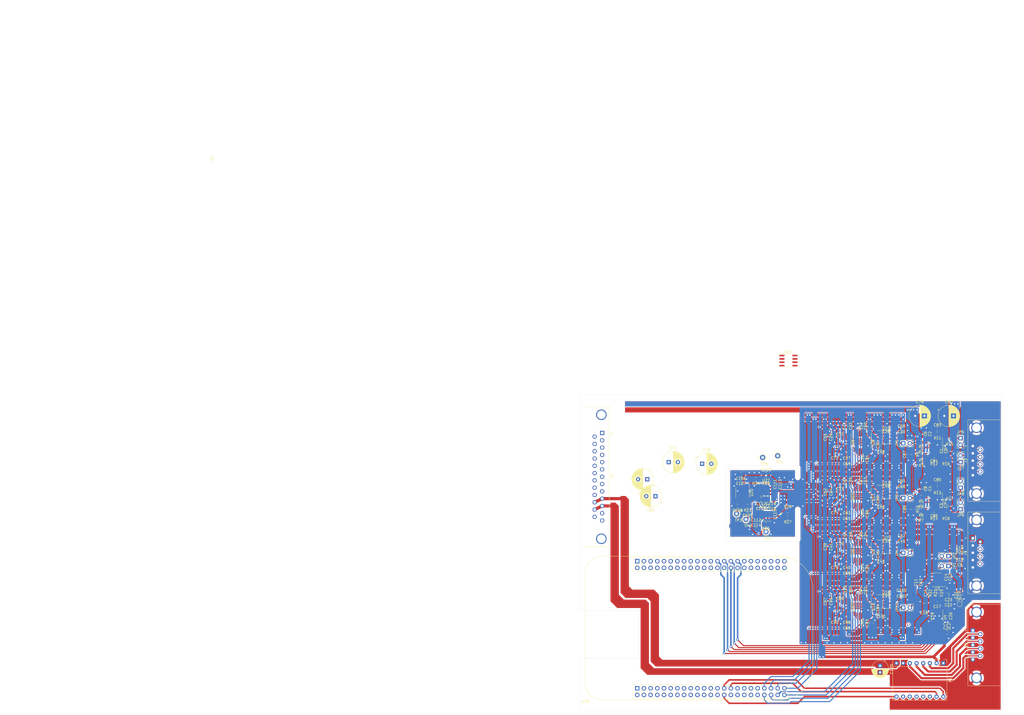
<source format=kicad_pcb>
(kicad_pcb (version 20171130) (host pcbnew 5.1.6)
  (layers (0 F.Cu signal) (31 B.Cu signal) (34 B.Paste user) (35 F.Paste user) (36 B.SilkS user) (37 F.SilkS user) (38 B.Mask user) (39 F.Mask user) (44 Edge.Cuts user))
  (net 0 "")
  (net 1 "Net-(C10-Pad1)")
  (net 2 "Net-(C15-Pad1)")
  (net 3 "Net-(C16-Pad1)")
  (net 4 "Net-(C18-Pad1)")
  (net 5 "Net-(C19-Pad1)")
  (net 6 "Net-(J2-Pad0)")
  (net 7 "Net-(J2-Pad25)")
  (net 8 "Net-(J2-Pad13)")
  (net 9 "Net-(J2-Pad12)")
  (net 10 "Net-(A1-Pad14)")
  (net 11 "Net-(A1-Pad13)")
  (net 12 "Net-(A1-Pad12)")
  (net 13 "Net-(A1-Pad11)")
  (net 14 "Net-(A1-Pad10)")
  (net 15 "Net-(C28-Pad2)")
  (net 16 "Net-(U8-Pad17)")
  (net 17 "Net-(U8-Pad16)")
  (net 18 "Net-(U8-Pad4)")
  (net 19 "Net-(U8-Pad3)")
  (net 20 "Net-(U10-Pad3)")
  (net 21 "Net-(U15-PadP9_22)")
  (net 22 "Net-(U15-PadP9_39)")
  (net 23 "Net-(U15-PadP9_13)")
  (net 24 "Net-(U15-PadP9_3)")
  (net 25 "Net-(U15-PadP9_26)")
  (net 26 "Net-(U15-PadP9_4)")
  (net 27 "Net-(U15-PadP9_8)")
  (net 28 "Net-(U15-PadP9_40)")
  (net 29 "Net-(U15-PadP9_32)")
  (net 30 "Net-(U15-PadP9_37)")
  (net 31 "Net-(U15-PadP9_10)")
  (net 32 "Net-(U15-PadP9_33)")
  (net 33 "Net-(U15-PadP9_35)")
  (net 34 "Net-(U15-PadP9_12)")
  (net 35 "Net-(U15-PadP9_20)")
  (net 36 "Net-(U15-PadP9_23)")
  (net 37 "Net-(U15-PadP9_41)")
  (net 38 "Net-(U15-PadP9_36)")
  (net 39 "Net-(U15-PadP9_17)")
  (net 40 "Net-(U15-PadP9_24)")
  (net 41 "Net-(U15-PadP9_9)")
  (net 42 "Net-(U15-PadP9_38)")
  (net 43 "Net-(U15-PadP9_18)")
  (net 44 "Net-(U15-PadP9_7)")
  (net 45 "Net-(U15-PadP9_11)")
  (net 46 "Net-(U15-PadP9_28)")
  (net 47 "Net-(U15-PadP9_42)")
  (net 48 "Net-(U15-PadP9_21)")
  (net 49 "Net-(U15-PadP9_14)")
  (net 50 "Net-(U15-PadP9_16)")
  (net 51 "Net-(U15-PadP9_15)")
  (net 52 "Net-(U15-PadP9_19)")
  (net 53 "Net-(U15-PadP9_34)")
  (net 54 "Net-(U15-PadP8_11)")
  (net 55 "Net-(U15-PadP8_8)")
  (net 56 "Net-(U15-PadP8_38)")
  (net 57 "Net-(U15-PadP8_16)")
  (net 58 "Net-(U15-PadP8_13)")
  (net 59 "Net-(U15-PadP8_33)")
  (net 60 "Net-(U15-PadP8_22)")
  (net 61 "Net-(U15-PadP8_23)")
  (net 62 "Net-(U15-PadP8_9)")
  (net 63 "Net-(U15-PadP8_12)")
  (net 64 "Net-(U15-PadP8_10)")
  (net 65 "Net-(U15-PadP8_15)")
  (net 66 "Net-(U15-PadP8_36)")
  (net 67 "Net-(U15-PadP8_20)")
  (net 68 "Net-(U15-PadP8_35)")
  (net 69 "Net-(U15-PadP8_30)")
  (net 70 "Net-(U15-PadP8_14)")
  (net 71 "Net-(U15-PadP8_25)")
  (net 72 "Net-(U15-PadP8_21)")
  (net 73 "Net-(U15-PadP8_31)")
  (net 74 "Net-(U15-PadP8_32)")
  (net 75 "Net-(U15-PadP8_24)")
  (net 76 "Net-(U15-PadP8_34)")
  (net 77 "Net-(U15-PadP8_26)")
  (net 78 "Net-(U15-PadP8_19)")
  (net 79 "Net-(U15-PadP8_17)")
  (net 80 "Net-(U15-PadP8_37)")
  (net 81 "Net-(U15-PadP8_18)")
  (net 82 "Net-(U15-PadP8_5)")
  (net 83 "Net-(U15-PadP8_4)")
  (net 84 "Net-(U15-PadP8_3)")
  (net 85 "Net-(U15-PadP8_6)")
  (net 86 "Net-(U15-PadP8_7)")
  (net 87 "Net-(U14-Pad8)")
  (net 88 "Net-(U14-Pad7)")
  (net 89 "Net-(U14-Pad5)")
  (net 90 "Net-(U14-Pad4)")
  (net 91 "Net-(U14-Pad3)")
  (net 92 "Net-(U14-Pad2)")
  (net 93 "Net-(U14-Pad1)")
  (net 94 /Beaglebone/5V)
  (net 95 /Piezo-DACs/X)
  (net 96 /Piezo-DACs/Z)
  (net 97 /Piezo-DACs/Y)
  (net 98 /Piezo-DACs/Z+X)
  (net 99 /Piezo-DACs/Z-X)
  (net 100 /Piezo-DACs/Z+Y)
  (net 101 /Piezo-DACs/Z-Y)
  (net 102 "Net-(C33-Pad2)")
  (net 103 "Net-(U5-Pad17)")
  (net 104 "Net-(U5-Pad16)")
  (net 105 "Net-(U5-Pad4)")
  (net 106 "Net-(U5-Pad3)")
  (net 107 "Net-(U5-Pad2)")
  (net 108 "Net-(C49-Pad2)")
  (net 109 "Net-(U11-Pad17)")
  (net 110 "Net-(U11-Pad16)")
  (net 111 "Net-(U11-Pad4)")
  (net 112 "Net-(U11-Pad3)")
  (net 113 "Net-(U11-Pad2)")
  (net 114 "Net-(C83-Pad2)")
  (net 115 "Net-(C83-Pad1)")
  (net 116 "Net-(C84-Pad2)")
  (net 117 "Net-(C84-Pad1)")
  (net 118 "Net-(C85-Pad2)")
  (net 119 "Net-(C85-Pad1)")
  (net 120 "Net-(C86-Pad2)")
  (net 121 "Net-(C86-Pad1)")
  (net 122 "Net-(C87-Pad2)")
  (net 123 "Net-(C88-Pad2)")
  (net 124 /-20V)
  (net 125 /+20V)
  (net 126 /3V3)
  (net 127 "Net-(C28-Pad1)")
  (net 128 "Net-(C33-Pad1)")
  (net 129 "Net-(C49-Pad1)")
  (net 130 "Net-(JP6-Pad1)")
  (net 131 "Net-(JP7-Pad1)")
  (net 132 "Net-(JP8-Pad1)")
  (net 133 "Net-(JP9-Pad1)")
  (net 134 /Bias-DAC/GND)
  (net 135 "Net-(C91-Pad2)")
  (net 136 "Net-(C91-Pad1)")
  (net 137 "Net-(U16-Pad17)")
  (net 138 "Net-(U16-Pad16)")
  (net 139 "Net-(U16-Pad4)")
  (net 140 "Net-(U16-Pad3)")
  (net 141 "Net-(U16-Pad2)")
  (net 142 /REF_P)
  (net 143 /REF_N)
  (net 144 /Bias)
  (net 145 /GND)
  (net 146 /+15V)
  (net 147 /-15V)
  (net 148 /ADC/+5V)
  (net 149 "Net-(C9-Pad1)")
  (net 150 "Net-(C20-Pad1)")
  (net 151 "Net-(R21-Pad2)")
  (net 152 "Net-(R22-Pad2)")
  (net 153 /ADC_MISO)
  (net 154 /ADC_CLK)
  (net 155 /ADC_MOSI)
  (net 156 /ADC_BUSY)
  (net 157 /ADC_CONV)
  (net 158 /~DAC_CS-Y)
  (net 159 /DAC_CLK)
  (net 160 /DAC_MOSI)
  (net 161 /DAC_MISO)
  (net 162 /~DAC_LDAC)
  (net 163 /~DAC_CS-X)
  (net 164 /~DAC_CS-Z)
  (net 165 /~DAC_CS-Bias)
  (net 166 /ADC_IN-)
  (net 167 /ADC_IN+)
  (net 168 /Stepper-Driver/A+)
  (net 169 /Stepper-Driver/A-)
  (net 170 /Stepper-Driver/B+)
  (net 171 /Stepper-Driver/B-)
  (net 172 /9V)
  (net 173 "Net-(JP1-Pad2)")
  (net 174 "Net-(JP2-Pad2)")
  (net 175 "Net-(C108-Pad1)")
  (net 176 "Net-(C109-Pad1)")
  (net 177 "Net-(C110-Pad1)")
  (net 178 "Net-(C115-Pad1)")
  (net 179 "Net-(R25-Pad2)")
  (net 180 "Net-(R27-Pad1)")
  (net 181 "Net-(U20-Pad8)")
  (net 182 "Net-(U20-Pad7)")
  (net 183 "Net-(U20-Pad5)")
  (net 184 "Net-(U20-Pad3)")
  (net 185 "Net-(U20-Pad1)")
  (net 186 /Stepper-Driver/~ENABLE)
  (net 187 /Stepper-Driver/DIR)
  (net 188 /Beaglebone/Motor-Step)
  (module STM_Custom_Lib:Beaglebone_Black (layer F.Cu) (at 71.895 155.88)
    (fp_text reference U15 (at 0 0.5) (layer F.SilkS))
    (fp_text value Beaglebone_Black)
    (pad P9_22 thru_hole oval (at 45.085 -50.165 90) (size 1.7 1.7) (drill 1) (layers *.Cu *.Mask) (net 21 "Net-(U15-PadP9_22)"))
    (pad P9_39 thru_hole oval (at 67.945 -52.705 90) (size 1.7 1.7) (drill 1) (layers *.Cu *.Mask) (net 22 "Net-(U15-PadP9_39)"))
    (pad P9_13 thru_hole oval (at 34.925 -52.705 90) (size 1.7 1.7) (drill 1) (layers *.Cu *.Mask) (net 23 "Net-(U15-PadP9_13)"))
    (pad P9_25 thru_hole oval (at 50.165 -52.705 90) (size 1.7 1.7) (drill 1) (layers *.Cu *.Mask) (net 153 /ADC_MISO))
    (pad P9_3 thru_hole oval (at 22.225 -52.705 90) (size 1.7 1.7) (drill 1) (layers *.Cu *.Mask) (net 24 "Net-(U15-PadP9_3)"))
    (pad P9_26 thru_hole oval (at 50.165 -50.165 90) (size 1.7 1.7) (drill 1) (layers *.Cu *.Mask) (net 25 "Net-(U15-PadP9_26)"))
    (pad P9_4 thru_hole oval (at 22.225 -50.165 90) (size 1.7 1.7) (drill 1) (layers *.Cu *.Mask) (net 26 "Net-(U15-PadP9_4)"))
    (pad P9_8 thru_hole oval (at 27.305 -50.165 90) (size 1.7 1.7) (drill 1) (layers *.Cu *.Mask) (net 27 "Net-(U15-PadP9_8)"))
    (pad P9_40 thru_hole oval (at 67.945 -50.165 90) (size 1.7 1.7) (drill 1) (layers *.Cu *.Mask) (net 28 "Net-(U15-PadP9_40)"))
    (pad P9_31 thru_hole oval (at 57.785 -52.705 90) (size 1.7 1.7) (drill 1) (layers *.Cu *.Mask) (net 157 /ADC_CONV))
    (pad P9_32 thru_hole oval (at 57.785 -50.165 90) (size 1.7 1.7) (drill 1) (layers *.Cu *.Mask) (net 29 "Net-(U15-PadP9_32)"))
    (pad P9_37 thru_hole oval (at 65.405 -52.705 90) (size 1.7 1.7) (drill 1) (layers *.Cu *.Mask) (net 30 "Net-(U15-PadP9_37)"))
    (pad P9_10 thru_hole oval (at 29.845 -50.165 90) (size 1.7 1.7) (drill 1) (layers *.Cu *.Mask) (net 31 "Net-(U15-PadP9_10)"))
    (pad P9_33 thru_hole oval (at 60.325 -52.705 90) (size 1.7 1.7) (drill 1) (layers *.Cu *.Mask) (net 32 "Net-(U15-PadP9_33)"))
    (pad P9_46 thru_hole oval (at 75.565 -50.165 90) (size 1.7 1.7) (drill 1) (layers *.Cu *.Mask) (net 145 /GND))
    (pad P9_35 thru_hole oval (at 62.865 -52.705 90) (size 1.7 1.7) (drill 1) (layers *.Cu *.Mask) (net 33 "Net-(U15-PadP9_35)"))
    (pad P9_12 thru_hole oval (at 32.385 -50.165 90) (size 1.7 1.7) (drill 1) (layers *.Cu *.Mask) (net 34 "Net-(U15-PadP9_12)"))
    (pad P9_20 thru_hole oval (at 42.545 -50.165 90) (size 1.7 1.7) (drill 1) (layers *.Cu *.Mask) (net 35 "Net-(U15-PadP9_20)"))
    (pad P9_23 thru_hole oval (at 47.625 -52.705 90) (size 1.7 1.7) (drill 1) (layers *.Cu *.Mask) (net 36 "Net-(U15-PadP9_23)"))
    (pad P9_41 thru_hole oval (at 70.485 -52.705 90) (size 1.7 1.7) (drill 1) (layers *.Cu *.Mask) (net 37 "Net-(U15-PadP9_41)"))
    (pad P9_36 thru_hole oval (at 62.865 -50.165 90) (size 1.7 1.7) (drill 1) (layers *.Cu *.Mask) (net 38 "Net-(U15-PadP9_36)"))
    (pad P9_17 thru_hole oval (at 40.005 -52.705 90) (size 1.7 1.7) (drill 1) (layers *.Cu *.Mask) (net 39 "Net-(U15-PadP9_17)"))
    (pad P9_43 thru_hole oval (at 73.025 -52.705 90) (size 1.7 1.7) (drill 1) (layers *.Cu *.Mask) (net 145 /GND))
    (pad P9_24 thru_hole oval (at 47.625 -50.165 90) (size 1.7 1.7) (drill 1) (layers *.Cu *.Mask) (net 40 "Net-(U15-PadP9_24)"))
    (pad P9_29 thru_hole oval (at 55.245 -52.705 90) (size 1.7 1.7) (drill 1) (layers *.Cu *.Mask) (net 156 /ADC_BUSY))
    (pad P9_45 thru_hole oval (at 75.565 -52.705 90) (size 1.7 1.7) (drill 1) (layers *.Cu *.Mask) (net 145 /GND))
    (pad P9_1 thru_hole rect (at 19.685 -52.705 90) (size 1.7 1.7) (drill 1) (layers *.Cu *.Mask) (net 145 /GND))
    (pad P9_9 thru_hole oval (at 29.845 -52.705 90) (size 1.7 1.7) (drill 1) (layers *.Cu *.Mask) (net 41 "Net-(U15-PadP9_9)"))
    (pad P9_44 thru_hole oval (at 73.025 -50.165 90) (size 1.7 1.7) (drill 1) (layers *.Cu *.Mask) (net 145 /GND))
    (pad P9_38 thru_hole oval (at 65.405 -50.165 90) (size 1.7 1.7) (drill 1) (layers *.Cu *.Mask) (net 42 "Net-(U15-PadP9_38)"))
    (pad P9_18 thru_hole oval (at 40.005 -50.165 90) (size 1.7 1.7) (drill 1) (layers *.Cu *.Mask) (net 43 "Net-(U15-PadP9_18)"))
    (pad P9_7 thru_hole oval (at 27.305 -52.705 90) (size 1.7 1.7) (drill 1) (layers *.Cu *.Mask) (net 44 "Net-(U15-PadP9_7)"))
    (pad P9_11 thru_hole oval (at 32.385 -52.705 90) (size 1.7 1.7) (drill 1) (layers *.Cu *.Mask) (net 45 "Net-(U15-PadP9_11)"))
    (pad P9_28 thru_hole oval (at 52.705 -50.165 90) (size 1.7 1.7) (drill 1) (layers *.Cu *.Mask) (net 46 "Net-(U15-PadP9_28)"))
    (pad P9_30 thru_hole oval (at 55.245 -50.165 90) (size 1.7 1.7) (drill 1) (layers *.Cu *.Mask) (net 155 /ADC_MOSI))
    (pad P9_2 thru_hole oval (at 19.685 -50.165 90) (size 1.7 1.7) (drill 1) (layers *.Cu *.Mask) (net 145 /GND))
    (pad P9_6 thru_hole oval (at 24.765 -50.165 90) (size 1.7 1.7) (drill 1) (layers *.Cu *.Mask) (net 94 /Beaglebone/5V))
    (pad P9_42 thru_hole oval (at 70.485 -50.165 90) (size 1.7 1.7) (drill 1) (layers *.Cu *.Mask) (net 47 "Net-(U15-PadP9_42)"))
    (pad P9_21 thru_hole oval (at 45.085 -52.705 90) (size 1.7 1.7) (drill 1) (layers *.Cu *.Mask) (net 48 "Net-(U15-PadP9_21)"))
    (pad P9_14 thru_hole oval (at 34.925 -50.165 90) (size 1.7 1.7) (drill 1) (layers *.Cu *.Mask) (net 49 "Net-(U15-PadP9_14)"))
    (pad P9_16 thru_hole oval (at 37.465 -50.165 90) (size 1.7 1.7) (drill 1) (layers *.Cu *.Mask) (net 50 "Net-(U15-PadP9_16)"))
    (pad P9_5 thru_hole oval (at 24.765 -52.705 90) (size 1.7 1.7) (drill 1) (layers *.Cu *.Mask) (net 94 /Beaglebone/5V))
    (pad P9_15 thru_hole oval (at 37.465 -52.705 90) (size 1.7 1.7) (drill 1) (layers *.Cu *.Mask) (net 51 "Net-(U15-PadP9_15)"))
    (pad P9_27 thru_hole oval (at 52.705 -52.705 90) (size 1.7 1.7) (drill 1) (layers *.Cu *.Mask) (net 154 /ADC_CLK))
    (pad P9_19 thru_hole oval (at 42.545 -52.705 90) (size 1.7 1.7) (drill 1) (layers *.Cu *.Mask) (net 52 "Net-(U15-PadP9_19)"))
    (pad P9_34 thru_hole oval (at 60.325 -50.165 90) (size 1.7 1.7) (drill 1) (layers *.Cu *.Mask) (net 53 "Net-(U15-PadP9_34)"))
    (pad P8_11 thru_hole oval (at 32.385 -4.445 90) (size 1.7 1.7) (drill 1) (layers *.Cu *.Mask) (net 54 "Net-(U15-PadP8_11)"))
    (pad P8_8 thru_hole oval (at 27.305 -1.905 90) (size 1.7 1.7) (drill 1) (layers *.Cu *.Mask) (net 55 "Net-(U15-PadP8_8)"))
    (pad P8_42 thru_hole oval (at 70.485 -1.905 90) (size 1.7 1.7) (drill 1) (layers *.Cu *.Mask) (net 159 /DAC_CLK))
    (pad P8_38 thru_hole oval (at 65.405 -1.905 90) (size 1.7 1.7) (drill 1) (layers *.Cu *.Mask) (net 56 "Net-(U15-PadP8_38)"))
    (pad P8_16 thru_hole oval (at 37.465 -1.905 90) (size 1.7 1.7) (drill 1) (layers *.Cu *.Mask) (net 57 "Net-(U15-PadP8_16)"))
    (pad P8_13 thru_hole oval (at 34.925 -4.445 90) (size 1.7 1.7) (drill 1) (layers *.Cu *.Mask) (net 58 "Net-(U15-PadP8_13)"))
    (pad P8_46 thru_hole oval (at 75.565 -1.905 90) (size 1.7 1.7) (drill 1) (layers *.Cu *.Mask) (net 160 /DAC_MOSI))
    (pad P8_33 thru_hole oval (at 60.325 -4.445 90) (size 1.7 1.7) (drill 1) (layers *.Cu *.Mask) (net 59 "Net-(U15-PadP8_33)"))
    (pad P8_22 thru_hole oval (at 45.085 -1.905 90) (size 1.7 1.7) (drill 1) (layers *.Cu *.Mask) (net 60 "Net-(U15-PadP8_22)"))
    (pad P8_23 thru_hole oval (at 47.625 -4.445 90) (size 1.7 1.7) (drill 1) (layers *.Cu *.Mask) (net 61 "Net-(U15-PadP8_23)"))
    (pad P8_9 thru_hole oval (at 29.845 -4.445 90) (size 1.7 1.7) (drill 1) (layers *.Cu *.Mask) (net 62 "Net-(U15-PadP8_9)"))
    (pad P8_12 thru_hole oval (at 32.385 -1.905 90) (size 1.7 1.7) (drill 1) (layers *.Cu *.Mask) (net 63 "Net-(U15-PadP8_12)"))
    (pad P8_10 thru_hole oval (at 29.845 -1.905 90) (size 1.7 1.7) (drill 1) (layers *.Cu *.Mask) (net 64 "Net-(U15-PadP8_10)"))
    (pad P8_15 thru_hole oval (at 37.465 -4.445 90) (size 1.7 1.7) (drill 1) (layers *.Cu *.Mask) (net 65 "Net-(U15-PadP8_15)"))
    (pad P8_36 thru_hole oval (at 62.865 -1.905 90) (size 1.7 1.7) (drill 1) (layers *.Cu *.Mask) (net 66 "Net-(U15-PadP8_36)"))
    (pad P8_20 thru_hole oval (at 42.545 -1.905 90) (size 1.7 1.7) (drill 1) (layers *.Cu *.Mask) (net 67 "Net-(U15-PadP8_20)"))
    (pad P8_35 thru_hole oval (at 62.865 -4.445 90) (size 1.7 1.7) (drill 1) (layers *.Cu *.Mask) (net 68 "Net-(U15-PadP8_35)"))
    (pad P8_39 thru_hole oval (at 67.945 -4.445 90) (size 1.7 1.7) (drill 1) (layers *.Cu *.Mask) (net 165 /~DAC_CS-Bias))
    (pad P8_30 thru_hole oval (at 55.245 -1.905 90) (size 1.7 1.7) (drill 1) (layers *.Cu *.Mask) (net 69 "Net-(U15-PadP8_30)"))
    (pad P8_14 thru_hole oval (at 34.925 -1.905 90) (size 1.7 1.7) (drill 1) (layers *.Cu *.Mask) (net 70 "Net-(U15-PadP8_14)"))
    (pad P8_25 thru_hole oval (at 50.165 -4.445 90) (size 1.7 1.7) (drill 1) (layers *.Cu *.Mask) (net 71 "Net-(U15-PadP8_25)"))
    (pad P8_21 thru_hole oval (at 45.085 -4.445 90) (size 1.7 1.7) (drill 1) (layers *.Cu *.Mask) (net 72 "Net-(U15-PadP8_21)"))
    (pad P8_31 thru_hole oval (at 57.785 -4.445 90) (size 1.7 1.7) (drill 1) (layers *.Cu *.Mask) (net 73 "Net-(U15-PadP8_31)"))
    (pad P8_28 thru_hole oval (at 52.705 -1.905 90) (size 1.7 1.7) (drill 1) (layers *.Cu *.Mask) (net 186 /Stepper-Driver/~ENABLE))
    (pad P8_29 thru_hole oval (at 55.245 -4.445 90) (size 1.7 1.7) (drill 1) (layers *.Cu *.Mask) (net 188 /Beaglebone/Motor-Step))
    (pad P8_43 thru_hole oval (at 73.025 -4.445 90) (size 1.7 1.7) (drill 1) (layers *.Cu *.Mask) (net 164 /~DAC_CS-Z))
    (pad P8_32 thru_hole oval (at 57.785 -1.905 90) (size 1.7 1.7) (drill 1) (layers *.Cu *.Mask) (net 74 "Net-(U15-PadP8_32)"))
    (pad P8_24 thru_hole oval (at 47.625 -1.905 90) (size 1.7 1.7) (drill 1) (layers *.Cu *.Mask) (net 75 "Net-(U15-PadP8_24)"))
    (pad P8_27 thru_hole oval (at 52.705 -4.445 90) (size 1.7 1.7) (drill 1) (layers *.Cu *.Mask) (net 187 /Stepper-Driver/DIR))
    (pad P8_44 thru_hole oval (at 73.025 -1.905 90) (size 1.7 1.7) (drill 1) (layers *.Cu *.Mask) (net 161 /DAC_MISO))
    (pad P8_34 thru_hole oval (at 60.325 -1.905 90) (size 1.7 1.7) (drill 1) (layers *.Cu *.Mask) (net 76 "Net-(U15-PadP8_34)"))
    (pad P8_26 thru_hole oval (at 50.165 -1.905 90) (size 1.7 1.7) (drill 1) (layers *.Cu *.Mask) (net 77 "Net-(U15-PadP8_26)"))
    (pad P8_40 thru_hole oval (at 67.945 -1.905 90) (size 1.7 1.7) (drill 1) (layers *.Cu *.Mask) (net 162 /~DAC_LDAC))
    (pad P8_45 thru_hole oval (at 75.565 -4.445 90) (size 1.7 1.7) (drill 1) (layers *.Cu *.Mask) (net 163 /~DAC_CS-X))
    (pad P8_19 thru_hole oval (at 42.545 -4.445 90) (size 1.7 1.7) (drill 1) (layers *.Cu *.Mask) (net 78 "Net-(U15-PadP8_19)"))
    (pad P8_17 thru_hole oval (at 40.005 -4.445 90) (size 1.7 1.7) (drill 1) (layers *.Cu *.Mask) (net 79 "Net-(U15-PadP8_17)"))
    (pad P8_41 thru_hole oval (at 70.485 -4.445 90) (size 1.7 1.7) (drill 1) (layers *.Cu *.Mask) (net 158 /~DAC_CS-Y))
    (pad P8_37 thru_hole oval (at 65.405 -4.445 90) (size 1.7 1.7) (drill 1) (layers *.Cu *.Mask) (net 80 "Net-(U15-PadP8_37)"))
    (pad P8_18 thru_hole oval (at 40.005 -1.905 90) (size 1.7 1.7) (drill 1) (layers *.Cu *.Mask) (net 81 "Net-(U15-PadP8_18)"))
    (pad P8_5 thru_hole oval (at 24.765 -4.445 90) (size 1.7 1.7) (drill 1) (layers *.Cu *.Mask) (net 82 "Net-(U15-PadP8_5)"))
    (pad P8_4 thru_hole oval (at 22.225 -1.905 90) (size 1.7 1.7) (drill 1) (layers *.Cu *.Mask) (net 83 "Net-(U15-PadP8_4)"))
    (pad P8_3 thru_hole oval (at 22.225 -4.445 90) (size 1.7 1.7) (drill 1) (layers *.Cu *.Mask) (net 84 "Net-(U15-PadP8_3)"))
    (pad P8_2 thru_hole oval (at 19.685 -1.905 90) (size 1.7 1.7) (drill 1) (layers *.Cu *.Mask) (net 145 /GND))
    (pad P8_1 thru_hole rect (at 19.685 -4.445 90) (size 1.7 1.7) (drill 1) (layers *.Cu *.Mask) (net 145 /GND))
    (pad P8_6 thru_hole oval (at 24.765 -1.905 90) (size 1.7 1.7) (drill 1) (layers *.Cu *.Mask) (net 85 "Net-(U15-PadP8_6)"))
    (pad P8_7 thru_hole oval (at 27.305 -4.445 90) (size 1.7 1.7) (drill 1) (layers *.Cu *.Mask) (net 86 "Net-(U15-PadP8_7)"))
  )
  (module Capacitor_THT:CP_Radial_D6.3mm_P2.50mm (layer F.Cu) (at 183.8 142.9 270)
    (fp_text reference C120 (at 1.25 -4.4 90) (layer F.SilkS))
    (fp_text value "100u 35V")
    (pad 2 thru_hole circle (at 2.5 0 270) (size 1.6 1.6) (drill 0.8) (layers *.Cu *.Mask) (net 145 /GND))
    (pad 1 thru_hole rect (at 0 0 270) (size 1.6 1.6) (drill 0.8) (layers *.Cu *.Mask) (net 172 /9V))
  )
  (module TestPoint:TestPoint_Pad_D1.5mm (layer F.Cu) (at 214 119.5)
    (fp_text reference TP1 (at 0 -1.648) (layer F.SilkS))
    (fp_text value TestPoint)
    (pad 1 smd circle (at 0 0) (size 1.5 1.5) (layers F.Cu F.Mask) (net 148 /ADC/+5V))
  )
  (module Capacitor_SMD:C_0805_2012Metric_Pad1.15x1.40mm_HandSolder (layer F.Cu) (at 209.25 130.25)
    (fp_text reference C25 (at 0 -1.65) (layer F.SilkS))
    (fp_text value 10u)
    (pad 2 smd roundrect (at 1.025 0) (size 1.15 1.4) (layers F.Cu F.Paste F.Mask) (roundrect_rratio 0.217391) (net 145 /GND))
    (pad 1 smd roundrect (at -1.025 0) (size 1.15 1.4) (layers F.Cu F.Paste F.Mask) (roundrect_rratio 0.217391) (net 126 /3V3))
  )
  (module TestPoint:TestPoint_Loop_D1.80mm_Drill1.0mm_Beaded (layer F.Cu) (at 132.855 87.3)
    (fp_text reference TP6 (at 0.7 2.5) (layer F.SilkS))
    (fp_text value TestPoint)
    (pad 1 thru_hole circle (at 0 0) (size 2 2) (drill 1) (layers *.Cu *.Mask) (net 176 "Net-(C109-Pad1)"))
  )
  (module Package_SO:SOIC-8_3.9x4.9mm_P1.27mm (layer F.Cu) (at 140.475 75.87)
    (fp_text reference U22 (at 0 -3.4) (layer F.SilkS))
    (fp_text value AD8675)
    (pad 8 smd roundrect (at 2.475 -1.905) (size 1.95 0.6) (layers F.Cu F.Paste F.Mask))
    (pad 7 smd roundrect (at 2.475 -0.635) (size 1.95 0.6) (layers F.Cu F.Paste F.Mask) (net 146 /+15V))
    (pad 6 smd roundrect (at 2.475 0.635) (size 1.95 0.6) (layers F.Cu F.Paste F.Mask) (net 142 /REF_P))
    (pad 5 smd roundrect (at 2.475 1.905) (size 1.95 0.6) (layers F.Cu F.Paste F.Mask))
    (pad 4 smd roundrect (at -2.475 1.905) (size 1.95 0.6) (layers F.Cu F.Paste F.Mask) (net 147 /-15V))
    (pad 3 smd roundrect (at -2.475 0.635) (size 1.95 0.6) (layers F.Cu F.Paste F.Mask) (net 176 "Net-(C109-Pad1)"))
    (pad 2 smd roundrect (at -2.475 -0.635) (size 1.95 0.6) (layers F.Cu F.Paste F.Mask) (net 177 "Net-(C110-Pad1)"))
    (pad 1 smd roundrect (at -2.475 -1.905) (size 1.95 0.6) (layers F.Cu F.Paste F.Mask))
  )
  (module Package_SO:SOIC-8_3.9x4.9mm_P1.27mm (layer F.Cu) (at 140.475 85.395)
    (fp_text reference U21 (at 0 -3.4) (layer F.SilkS))
    (fp_text value AD8676)
    (pad 8 smd roundrect (at 2.475 -1.905) (size 1.95 0.6) (layers F.Cu F.Paste F.Mask) (net 146 /+15V))
    (pad 7 smd roundrect (at 2.475 -0.635) (size 1.95 0.6) (layers F.Cu F.Paste F.Mask) (net 143 /REF_N))
    (pad 6 smd roundrect (at 2.475 0.635) (size 1.95 0.6) (layers F.Cu F.Paste F.Mask) (net 178 "Net-(C115-Pad1)"))
    (pad 5 smd roundrect (at 2.475 1.905) (size 1.95 0.6) (layers F.Cu F.Paste F.Mask) (net 145 /GND))
    (pad 4 smd roundrect (at -2.475 1.905) (size 1.95 0.6) (layers F.Cu F.Paste F.Mask) (net 147 /-15V))
    (pad 3 smd roundrect (at -2.475 0.635) (size 1.95 0.6) (layers F.Cu F.Paste F.Mask) (net 176 "Net-(C109-Pad1)"))
    (pad 2 smd roundrect (at -2.475 -0.635) (size 1.95 0.6) (layers F.Cu F.Paste F.Mask) (net 179 "Net-(R25-Pad2)"))
    (pad 1 smd roundrect (at -2.475 -1.905) (size 1.95 0.6) (layers F.Cu F.Paste F.Mask) (net 179 "Net-(R25-Pad2)"))
  )
  (module Package_SO:SOIC-8_3.9x4.9mm_P1.27mm (layer F.Cu) (at 131.585 77.14 270)
    (fp_text reference U20 (at 0 -3.4 90) (layer F.SilkS))
    (fp_text value ADR4550)
    (pad 8 smd roundrect (at 2.475 -1.905 270) (size 1.95 0.6) (layers F.Cu F.Paste F.Mask) (net 181 "Net-(U20-Pad8)"))
    (pad 7 smd roundrect (at 2.475 -0.635 270) (size 1.95 0.6) (layers F.Cu F.Paste F.Mask) (net 182 "Net-(U20-Pad7)"))
    (pad 6 smd roundrect (at 2.475 0.635 270) (size 1.95 0.6) (layers F.Cu F.Paste F.Mask) (net 175 "Net-(C108-Pad1)"))
    (pad 5 smd roundrect (at 2.475 1.905 270) (size 1.95 0.6) (layers F.Cu F.Paste F.Mask) (net 183 "Net-(U20-Pad5)"))
    (pad 4 smd roundrect (at -2.475 1.905 270) (size 1.95 0.6) (layers F.Cu F.Paste F.Mask) (net 145 /GND))
    (pad 3 smd roundrect (at -2.475 0.635 270) (size 1.95 0.6) (layers F.Cu F.Paste F.Mask) (net 184 "Net-(U20-Pad3)"))
    (pad 2 smd roundrect (at -2.475 -0.635 270) (size 1.95 0.6) (layers F.Cu F.Paste F.Mask) (net 146 /+15V))
    (pad 1 smd roundrect (at -2.475 -1.905 270) (size 1.95 0.6) (layers F.Cu F.Paste F.Mask) (net 185 "Net-(U20-Pad1)"))
  )
  (module TestPoint:TestPoint_Loop_D1.80mm_Drill1.0mm_Beaded (layer F.Cu) (at 139.205 63.805)
    (fp_text reference TP5 (at 0.7 2.5) (layer F.SilkS))
    (fp_text value TestPoint)
    (pad 1 thru_hole circle (at 0 0) (size 2 2) (drill 1) (layers *.Cu *.Mask) (net 143 /REF_N))
  )
  (module TestPoint:TestPoint_Loop_D1.80mm_Drill1.0mm_Beaded (layer F.Cu) (at 144.92 63.17)
    (fp_text reference TP4 (at 0.7 2.5) (layer F.SilkS))
    (fp_text value TestPoint)
    (pad 1 thru_hole circle (at 0 0) (size 2 2) (drill 1) (layers *.Cu *.Mask) (net 142 /REF_P))
  )
  (module TestPoint:TestPoint_Loop_D1.80mm_Drill1.0mm_Beaded (layer F.Cu) (at 140.475 91.999)
    (fp_text reference TP3 (at 0.7 2.5) (layer F.SilkS))
    (fp_text value TestPoint)
    (pad 1 thru_hole circle (at 0 0) (size 2 2) (drill 1) (layers *.Cu *.Mask) (net 179 "Net-(R25-Pad2)"))
  )
  (module TestPoint:TestPoint_Loop_D1.80mm_Drill1.0mm_Beaded (layer F.Cu) (at 129.299 85.141)
    (fp_text reference TP2 (at 0.7 2.5) (layer F.SilkS))
    (fp_text value TestPoint)
    (pad 1 thru_hole circle (at 0 0) (size 2 2) (drill 1) (layers *.Cu *.Mask) (net 175 "Net-(C108-Pad1)"))
  )
  (module Capacitor_SMD:C_0805_2012Metric_Pad1.15x1.40mm_HandSolder (layer F.Cu) (at 148.73 84.125)
    (fp_text reference R28 (at 0 -1.65) (layer F.SilkS))
    (fp_text value 1k)
    (pad 2 smd roundrect (at 1.025 0) (size 1.15 1.4) (layers F.Cu F.Paste F.Mask) (roundrect_rratio 0.217391) (net 180 "Net-(R27-Pad1)"))
    (pad 1 smd roundrect (at -1.025 0) (size 1.15 1.4) (layers F.Cu F.Paste F.Mask) (roundrect_rratio 0.217391) (net 143 /REF_N))
  )
  (module Capacitor_SMD:C_0805_2012Metric_Pad1.15x1.40mm_HandSolder (layer F.Cu) (at 148.73 86.665 180)
    (fp_text reference R27 (at 0 -1.65) (layer F.SilkS))
    (fp_text value 1k)
    (pad 2 smd roundrect (at 1.025 0 180) (size 1.15 1.4) (layers F.Cu F.Paste F.Mask) (roundrect_rratio 0.217391) (net 178 "Net-(C115-Pad1)"))
    (pad 1 smd roundrect (at -1.025 0 180) (size 1.15 1.4) (layers F.Cu F.Paste F.Mask) (roundrect_rratio 0.217391) (net 180 "Net-(R27-Pad1)"))
  )
  (module Capacitor_SMD:C_0805_2012Metric_Pad1.15x1.40mm_HandSolder (layer F.Cu) (at 140.475 72.06 180)
    (fp_text reference R26 (at 0 -1.65) (layer F.SilkS))
    (fp_text value 1k)
    (pad 2 smd roundrect (at 1.025 0 180) (size 1.15 1.4) (layers F.Cu F.Paste F.Mask) (roundrect_rratio 0.217391) (net 177 "Net-(C110-Pad1)"))
    (pad 1 smd roundrect (at -1.025 0 180) (size 1.15 1.4) (layers F.Cu F.Paste F.Mask) (roundrect_rratio 0.217391) (net 142 /REF_P))
  )
  (module Capacitor_SMD:C_0805_2012Metric_Pad1.15x1.40mm_HandSolder (layer F.Cu) (at 140.475 89.205 180)
    (fp_text reference R25 (at 0 -1.65) (layer F.SilkS))
    (fp_text value 1k)
    (pad 2 smd roundrect (at 1.025 0 180) (size 1.15 1.4) (layers F.Cu F.Paste F.Mask) (roundrect_rratio 0.217391) (net 179 "Net-(R25-Pad2)"))
    (pad 1 smd roundrect (at -1.025 0 180) (size 1.15 1.4) (layers F.Cu F.Paste F.Mask) (roundrect_rratio 0.217391) (net 178 "Net-(C115-Pad1)"))
  )
  (module Capacitor_SMD:C_0805_2012Metric_Pad1.15x1.40mm_HandSolder (layer F.Cu) (at 136.665 72.06 180)
    (fp_text reference R24 (at 0 -1.65) (layer F.SilkS))
    (fp_text value 1k)
    (pad 2 smd roundrect (at 1.025 0 180) (size 1.15 1.4) (layers F.Cu F.Paste F.Mask) (roundrect_rratio 0.217391) (net 145 /GND))
    (pad 1 smd roundrect (at -1.025 0 180) (size 1.15 1.4) (layers F.Cu F.Paste F.Mask) (roundrect_rratio 0.217391) (net 177 "Net-(C110-Pad1)"))
  )
  (module Capacitor_SMD:C_0805_2012Metric_Pad1.15x1.40mm_HandSolder (layer F.Cu) (at 133.49 82.22 180)
    (fp_text reference R23 (at 0 -1.65) (layer F.SilkS))
    (fp_text value 1k5)
    (pad 2 smd roundrect (at 1.025 0 180) (size 1.15 1.4) (layers F.Cu F.Paste F.Mask) (roundrect_rratio 0.217391) (net 175 "Net-(C108-Pad1)"))
    (pad 1 smd roundrect (at -1.025 0 180) (size 1.15 1.4) (layers F.Cu F.Paste F.Mask) (roundrect_rratio 0.217391) (net 176 "Net-(C109-Pad1)"))
  )
  (module Capacitor_SMD:C_0805_2012Metric_Pad1.15x1.40mm_HandSolder (layer F.Cu) (at 138.57 81.585 180)
    (fp_text reference C119 (at 0 -1.65) (layer F.SilkS))
    (fp_text value 10u)
    (pad 2 smd roundrect (at 1.025 0 180) (size 1.15 1.4) (layers F.Cu F.Paste F.Mask) (roundrect_rratio 0.217391) (net 147 /-15V))
    (pad 1 smd roundrect (at -1.025 0 180) (size 1.15 1.4) (layers F.Cu F.Paste F.Mask) (roundrect_rratio 0.217391) (net 145 /GND))
  )
  (module Capacitor_SMD:C_0805_2012Metric_Pad1.15x1.40mm_HandSolder (layer F.Cu) (at 142.38 79.68 180)
    (fp_text reference C118 (at 0 -1.65) (layer F.SilkS))
    (fp_text value 10u)
    (pad 2 smd roundrect (at 1.025 0 180) (size 1.15 1.4) (layers F.Cu F.Paste F.Mask) (roundrect_rratio 0.217391) (net 145 /GND))
    (pad 1 smd roundrect (at -1.025 0 180) (size 1.15 1.4) (layers F.Cu F.Paste F.Mask) (roundrect_rratio 0.217391) (net 146 /+15V))
  )
  (module Capacitor_SMD:C_0805_2012Metric_Pad1.15x1.40mm_HandSolder (layer F.Cu) (at 138.57 79.68 180)
    (fp_text reference C117 (at 0 -1.65) (layer F.SilkS))
    (fp_text value 100n)
    (pad 2 smd roundrect (at 1.025 0 180) (size 1.15 1.4) (layers F.Cu F.Paste F.Mask) (roundrect_rratio 0.217391) (net 147 /-15V))
    (pad 1 smd roundrect (at -1.025 0 180) (size 1.15 1.4) (layers F.Cu F.Paste F.Mask) (roundrect_rratio 0.217391) (net 145 /GND))
  )
  (module Capacitor_SMD:C_0805_2012Metric_Pad1.15x1.40mm_HandSolder (layer F.Cu) (at 142.38 81.585 180)
    (fp_text reference C116 (at 0 -1.65) (layer F.SilkS))
    (fp_text value 100n)
    (pad 2 smd roundrect (at 1.025 0 180) (size 1.15 1.4) (layers F.Cu F.Paste F.Mask) (roundrect_rratio 0.217391) (net 145 /GND))
    (pad 1 smd roundrect (at -1.025 0 180) (size 1.15 1.4) (layers F.Cu F.Paste F.Mask) (roundrect_rratio 0.217391) (net 146 /+15V))
  )
  (module Capacitor_SMD:C_0805_2012Metric_Pad1.15x1.40mm_HandSolder (layer F.Cu) (at 145.555 85.395 90)
    (fp_text reference C115 (at 0 -1.65 90) (layer F.SilkS))
    (fp_text value opt)
    (pad 2 smd roundrect (at 1.025 0 90) (size 1.15 1.4) (layers F.Cu F.Paste F.Mask) (roundrect_rratio 0.217391) (net 143 /REF_N))
    (pad 1 smd roundrect (at -1.025 0 90) (size 1.15 1.4) (layers F.Cu F.Paste F.Mask) (roundrect_rratio 0.217391) (net 178 "Net-(C115-Pad1)"))
  )
  (module Capacitor_SMD:C_0805_2012Metric_Pad1.15x1.40mm_HandSolder (layer F.Cu) (at 136.665 91.11)
    (fp_text reference C114 (at 0 -1.65) (layer F.SilkS))
    (fp_text value 10u)
    (pad 2 smd roundrect (at 1.025 0) (size 1.15 1.4) (layers F.Cu F.Paste F.Mask) (roundrect_rratio 0.217391) (net 147 /-15V))
    (pad 1 smd roundrect (at -1.025 0) (size 1.15 1.4) (layers F.Cu F.Paste F.Mask) (roundrect_rratio 0.217391) (net 145 /GND))
  )
  (module Capacitor_SMD:C_0805_2012Metric_Pad1.15x1.40mm_HandSolder (layer F.Cu) (at 147.46 73.965 90)
    (fp_text reference C113 (at 0 -1.65 90) (layer F.SilkS))
    (fp_text value 10u)
    (pad 2 smd roundrect (at 1.025 0 90) (size 1.15 1.4) (layers F.Cu F.Paste F.Mask) (roundrect_rratio 0.217391) (net 145 /GND))
    (pad 1 smd roundrect (at -1.025 0 90) (size 1.15 1.4) (layers F.Cu F.Paste F.Mask) (roundrect_rratio 0.217391) (net 146 /+15V))
  )
  (module Capacitor_SMD:C_0805_2012Metric_Pad1.15x1.40mm_HandSolder (layer F.Cu) (at 136.665 89.205)
    (fp_text reference C112 (at 0 -1.65) (layer F.SilkS))
    (fp_text value 100n)
    (pad 2 smd roundrect (at 1.025 0) (size 1.15 1.4) (layers F.Cu F.Paste F.Mask) (roundrect_rratio 0.217391) (net 147 /-15V))
    (pad 1 smd roundrect (at -1.025 0) (size 1.15 1.4) (layers F.Cu F.Paste F.Mask) (roundrect_rratio 0.217391) (net 145 /GND))
  )
  (module Capacitor_SMD:C_0805_2012Metric_Pad1.15x1.40mm_HandSolder (layer F.Cu) (at 145.555 73.965 90)
    (fp_text reference C111 (at 0 -1.65 90) (layer F.SilkS))
    (fp_text value 100n)
    (pad 2 smd roundrect (at 1.025 0 90) (size 1.15 1.4) (layers F.Cu F.Paste F.Mask) (roundrect_rratio 0.217391) (net 145 /GND))
    (pad 1 smd roundrect (at -1.025 0 90) (size 1.15 1.4) (layers F.Cu F.Paste F.Mask) (roundrect_rratio 0.217391) (net 146 /+15V))
  )
  (module Capacitor_SMD:C_0805_2012Metric_Pad1.15x1.40mm_HandSolder (layer F.Cu) (at 140.475 70.155)
    (fp_text reference C110 (at 0 -1.65) (layer F.SilkS))
    (fp_text value opt)
    (pad 2 smd roundrect (at 1.025 0) (size 1.15 1.4) (layers F.Cu F.Paste F.Mask) (roundrect_rratio 0.217391) (net 142 /REF_P))
    (pad 1 smd roundrect (at -1.025 0) (size 1.15 1.4) (layers F.Cu F.Paste F.Mask) (roundrect_rratio 0.217391) (net 177 "Net-(C110-Pad1)"))
  )
  (module Capacitor_SMD:C_0805_2012Metric_Pad1.15x1.40mm_HandSolder (layer F.Cu) (at 133.49 84.125 180)
    (fp_text reference C109 (at 0 -1.65) (layer F.SilkS))
    (fp_text value 10u)
    (pad 2 smd roundrect (at 1.025 0 180) (size 1.15 1.4) (layers F.Cu F.Paste F.Mask) (roundrect_rratio 0.217391) (net 145 /GND))
    (pad 1 smd roundrect (at -1.025 0 180) (size 1.15 1.4) (layers F.Cu F.Paste F.Mask) (roundrect_rratio 0.217391) (net 176 "Net-(C109-Pad1)"))
  )
  (module Capacitor_SMD:C_0805_2012Metric_Pad1.15x1.40mm_HandSolder (layer F.Cu) (at 129.68 82.22 180)
    (fp_text reference C108 (at 0 -1.65) (layer F.SilkS))
    (fp_text value 100n)
    (pad 2 smd roundrect (at 1.025 0 180) (size 1.15 1.4) (layers F.Cu F.Paste F.Mask) (roundrect_rratio 0.217391) (net 145 /GND))
    (pad 1 smd roundrect (at -1.025 0 180) (size 1.15 1.4) (layers F.Cu F.Paste F.Mask) (roundrect_rratio 0.217391) (net 175 "Net-(C108-Pad1)"))
  )
  (module Capacitor_SMD:C_0805_2012Metric_Pad1.15x1.40mm_HandSolder (layer F.Cu) (at 130.95 72.06 180)
    (fp_text reference C107 (at 0 -1.65) (layer F.SilkS))
    (fp_text value 100n)
    (pad 2 smd roundrect (at 1.025 0 180) (size 1.15 1.4) (layers F.Cu F.Paste F.Mask) (roundrect_rratio 0.217391) (net 145 /GND))
    (pad 1 smd roundrect (at -1.025 0 180) (size 1.15 1.4) (layers F.Cu F.Paste F.Mask) (roundrect_rratio 0.217391) (net 146 /+15V))
  )
  (module Capacitor_SMD:C_0805_2012Metric_Pad1.15x1.40mm_HandSolder (layer F.Cu) (at 130.95 70.155 180)
    (fp_text reference C106 (at 0 -1.65) (layer F.SilkS))
    (fp_text value 10u)
    (pad 2 smd roundrect (at 1.025 0 180) (size 1.15 1.4) (layers F.Cu F.Paste F.Mask) (roundrect_rratio 0.217391) (net 145 /GND))
    (pad 1 smd roundrect (at -1.025 0 180) (size 1.15 1.4) (layers F.Cu F.Paste F.Mask) (roundrect_rratio 0.217391) (net 146 /+15V))
  )
  (module Connector_PinHeader_2.54mm:PinHeader_1x02_P2.54mm_Vertical (layer F.Cu) (at 209.75 101.25 270)
    (fp_text reference JP2 (at 0 -2.33 90) (layer F.SilkS))
    (fp_text value Jumper)
    (pad 2 thru_hole oval (at 0 2.54 270) (size 1.7 1.7) (drill 1) (layers *.Cu *.Mask) (net 174 "Net-(JP2-Pad2)"))
    (pad 1 thru_hole rect (at 0 0 270) (size 1.7 1.7) (drill 1) (layers *.Cu *.Mask) (net 1 "Net-(C10-Pad1)"))
  )
  (module Connector_PinHeader_2.54mm:PinHeader_1x02_P2.54mm_Vertical (layer F.Cu) (at 209.75 105 270)
    (fp_text reference JP1 (at 0 -2.33 90) (layer F.SilkS))
    (fp_text value Jumper)
    (pad 2 thru_hole oval (at 0 2.54 270) (size 1.7 1.7) (drill 1) (layers *.Cu *.Mask) (net 173 "Net-(JP1-Pad2)"))
    (pad 1 thru_hole rect (at 0 0 270) (size 1.7 1.7) (drill 1) (layers *.Cu *.Mask) (net 149 "Net-(C9-Pad1)"))
  )
  (module Package_TO_SOT_SMD:TSOT-23-5 (layer F.Cu) (at 211.5 116 270)
    (fp_text reference U19 (at 0 -2.45 90) (layer F.SilkS))
    (fp_text value ADP7142AUJZ-5.0)
    (pad 5 smd rect (at 1.31 -0.95 270) (size 1.22 0.65) (layers F.Cu F.Paste F.Mask) (net 148 /ADC/+5V))
    (pad 4 smd rect (at 1.31 0.95 270) (size 1.22 0.65) (layers F.Cu F.Paste F.Mask) (net 148 /ADC/+5V))
    (pad 3 smd rect (at -1.31 0.95 270) (size 1.22 0.65) (layers F.Cu F.Paste F.Mask) (net 146 /+15V))
    (pad 2 smd rect (at -1.31 0 270) (size 1.22 0.65) (layers F.Cu F.Paste F.Mask) (net 145 /GND))
    (pad 1 smd rect (at -1.31 -0.95 270) (size 1.22 0.65) (layers F.Cu F.Paste F.Mask) (net 146 /+15V))
  )
  (module Capacitor_SMD:C_0805_2012Metric_Pad1.15x1.40mm_HandSolder (layer F.Cu) (at 214.25 116 90)
    (fp_text reference C21 (at 0 -1.65 90) (layer F.SilkS))
    (fp_text value 2u2)
    (pad 2 smd roundrect (at 1.025 0 90) (size 1.15 1.4) (layers F.Cu F.Paste F.Mask) (roundrect_rratio 0.217391) (net 146 /+15V))
    (pad 1 smd roundrect (at -1.025 0 90) (size 1.15 1.4) (layers F.Cu F.Paste F.Mask) (roundrect_rratio 0.217391) (net 145 /GND))
  )
  (module STM_Custom_Lib:DSUB-9_Amphenol_LD09S33E4GV00LF (layer F.Cu) (at 219 94.46 90)
    (fp_text reference J1 (at -5.54 -2.8 90) (layer F.SilkS))
    (fp_text value "609-5192-ND ")
    (pad 0 thru_hole circle (at 6.96 1.42 90) (size 4 4) (drill 3.2) (layers *.Cu *.Mask) (net 145 /GND) (thermal_gap 0.8))
    (pad 0 thru_hole circle (at -18.04 1.42 90) (size 4 4) (drill 3.2) (layers *.Cu *.Mask) (net 145 /GND) (thermal_gap 0.8))
    (pad 9 thru_hole circle (at -9.695 2.84 90) (size 1.6 1.6) (drill 1) (layers *.Cu *.Mask) (net 167 /ADC_IN+))
    (pad 8 thru_hole circle (at -6.925 2.84 90) (size 1.6 1.6) (drill 1) (layers *.Cu *.Mask) (net 166 /ADC_IN-))
    (pad 7 thru_hole circle (at -4.155 2.84 90) (size 1.6 1.6) (drill 1) (layers *.Cu *.Mask) (net 144 /Bias))
    (pad 6 thru_hole circle (at -1.385 2.84 90) (size 1.6 1.6) (drill 1) (layers *.Cu *.Mask) (net 146 /+15V))
    (pad 5 thru_hole circle (at -11.08 0 90) (size 1.6 1.6) (drill 1) (layers *.Cu *.Mask) (net 145 /GND))
    (pad 4 thru_hole circle (at -8.31 0 90) (size 1.6 1.6) (drill 1) (layers *.Cu *.Mask) (net 145 /GND))
    (pad 3 thru_hole circle (at -5.54 0 90) (size 1.6 1.6) (drill 1) (layers *.Cu *.Mask) (net 145 /GND))
    (pad 2 thru_hole circle (at -2.77 0 90) (size 1.6 1.6) (drill 1) (layers *.Cu *.Mask) (net 145 /GND))
    (pad 1 thru_hole rect (at 0 0 90) (size 1.6 1.6) (drill 1) (layers *.Cu *.Mask) (net 147 /-15V))
  )
  (module Capacitor_SMD:C_0603_1608Metric_Pad1.05x0.95mm_HandSolder (layer F.Cu) (at 209.25 128.5)
    (fp_text reference C24 (at 0 -1.43) (layer F.SilkS))
    (fp_text value 100n)
    (pad 2 smd roundrect (at 0.875 0) (size 1.05 0.95) (layers F.Cu F.Paste F.Mask) (net 145 /GND))
    (pad 1 smd roundrect (at -0.875 0) (size 1.05 0.95) (layers F.Cu F.Paste F.Mask) (net 126 /3V3))
  )
  (module Capacitor_SMD:C_0805_2012Metric_Pad1.15x1.40mm_HandSolder (layer F.Cu) (at 209.75 119.5)
    (fp_text reference C23 (at 0 -1.65) (layer F.SilkS))
    (fp_text value 10u)
    (pad 2 smd roundrect (at 1.025 0) (size 1.15 1.4) (layers F.Cu F.Paste F.Mask) (roundrect_rratio 0.217391) (net 145 /GND))
    (pad 1 smd roundrect (at -1.025 0) (size 1.15 1.4) (layers F.Cu F.Paste F.Mask) (roundrect_rratio 0.217391) (net 148 /ADC/+5V))
  )
  (module Capacitor_SMD:C_0603_1608Metric_Pad1.05x0.95mm_HandSolder (layer F.Cu) (at 209.75 121.25)
    (fp_text reference C22 (at 0 -1.43) (layer F.SilkS))
    (fp_text value 100n)
    (pad 2 smd roundrect (at 0.875 0) (size 1.05 0.95) (layers F.Cu F.Paste F.Mask) (net 145 /GND))
    (pad 1 smd roundrect (at -0.875 0) (size 1.05 0.95) (layers F.Cu F.Paste F.Mask) (net 148 /ADC/+5V))
  )
  (module Capacitor_SMD:C_0805_2012Metric_Pad1.15x1.40mm_HandSolder (layer F.Cu) (at 209 124 270)
    (fp_text reference C20 (at 0 -1.65 90) (layer F.SilkS))
    (fp_text value 2u2)
    (pad 2 smd roundrect (at 1.025 0 270) (size 1.15 1.4) (layers F.Cu F.Paste F.Mask) (roundrect_rratio 0.217391) (net 145 /GND))
    (pad 1 smd roundrect (at -1.025 0 270) (size 1.15 1.4) (layers F.Cu F.Paste F.Mask) (roundrect_rratio 0.217391) (net 150 "Net-(C20-Pad1)"))
  )
  (module Capacitor_SMD:C_0603_1608Metric_Pad1.05x0.95mm_HandSolder (layer F.Cu) (at 202.25 124 270)
    (fp_text reference C19 (at 0 -1.43 90) (layer F.SilkS))
    (fp_text value 100n)
    (pad 2 smd roundrect (at 0.875 0 270) (size 1.05 0.95) (layers F.Cu F.Paste F.Mask) (net 145 /GND))
    (pad 1 smd roundrect (at -0.875 0 270) (size 1.05 0.95) (layers F.Cu F.Paste F.Mask) (net 5 "Net-(C19-Pad1)"))
  )
  (module Capacitor_SMD:C_0603_1608Metric_Pad1.05x0.95mm_HandSolder (layer F.Cu) (at 205.5 119 180)
    (fp_text reference C17 (at 0 -1.43) (layer F.SilkS))
    (fp_text value opt)
    (pad 2 smd roundrect (at 0.875 0 180) (size 1.05 0.95) (layers F.Cu F.Paste F.Mask) (net 3 "Net-(C16-Pad1)"))
    (pad 1 smd roundrect (at -0.875 0 180) (size 1.05 0.95) (layers F.Cu F.Paste F.Mask) (net 2 "Net-(C15-Pad1)"))
  )
  (module Capacitor_SMD:C_0603_1608Metric_Pad1.05x0.95mm_HandSolder (layer F.Cu) (at 202.5 115.25 90)
    (fp_text reference C16 (at 0 -1.43 90) (layer F.SilkS))
    (fp_text value opt)
    (pad 2 smd roundrect (at 0.875 0 90) (size 1.05 0.95) (layers F.Cu F.Paste F.Mask) (net 145 /GND))
    (pad 1 smd roundrect (at -0.875 0 90) (size 1.05 0.95) (layers F.Cu F.Paste F.Mask) (net 3 "Net-(C16-Pad1)"))
  )
  (module Capacitor_SMD:C_0603_1608Metric_Pad1.05x0.95mm_HandSolder (layer F.Cu) (at 208.5 115.25 90)
    (fp_text reference C15 (at 0 -1.43 90) (layer F.SilkS))
    (fp_text value opt)
    (pad 2 smd roundrect (at 0.875 0 90) (size 1.05 0.95) (layers F.Cu F.Paste F.Mask) (net 145 /GND))
    (pad 1 smd roundrect (at -0.875 0 90) (size 1.05 0.95) (layers F.Cu F.Paste F.Mask) (net 2 "Net-(C15-Pad1)"))
  )
  (module Capacitor_SMD:C_0603_1608Metric_Pad1.05x0.95mm_HandSolder (layer F.Cu) (at 210.25 109.25 90)
    (fp_text reference C14 (at 0 -1.43 90) (layer F.SilkS))
    (fp_text value 100n)
    (pad 2 smd roundrect (at 0.875 0 90) (size 1.05 0.95) (layers F.Cu F.Paste F.Mask) (net 147 /-15V))
    (pad 1 smd roundrect (at -0.875 0 90) (size 1.05 0.95) (layers F.Cu F.Paste F.Mask) (net 145 /GND))
  )
  (module Capacitor_SMD:C_0603_1608Metric_Pad1.05x0.95mm_HandSolder (layer F.Cu) (at 200.75 111.25 90)
    (fp_text reference C13 (at 0 -1.43 90) (layer F.SilkS))
    (fp_text value 100n)
    (pad 2 smd roundrect (at 0.875 0 90) (size 1.05 0.95) (layers F.Cu F.Paste F.Mask) (net 145 /GND))
    (pad 1 smd roundrect (at -0.875 0 90) (size 1.05 0.95) (layers F.Cu F.Paste F.Mask) (net 146 /+15V))
  )
  (module Capacitor_SMD:C_0805_2012Metric_Pad1.15x1.40mm_HandSolder (layer F.Cu) (at 212 109.25 90)
    (fp_text reference C12 (at 0 -1.65 90) (layer F.SilkS))
    (fp_text value 10u)
    (pad 2 smd roundrect (at 1.025 0 90) (size 1.15 1.4) (layers F.Cu F.Paste F.Mask) (roundrect_rratio 0.217391) (net 147 /-15V))
    (pad 1 smd roundrect (at -1.025 0 90) (size 1.15 1.4) (layers F.Cu F.Paste F.Mask) (roundrect_rratio 0.217391) (net 145 /GND))
  )
  (module Capacitor_SMD:C_0805_2012Metric_Pad1.15x1.40mm_HandSolder (layer F.Cu) (at 199 111.25 90)
    (fp_text reference C11 (at 0 -1.65 90) (layer F.SilkS))
    (fp_text value 10u)
    (pad 2 smd roundrect (at 1.025 0 90) (size 1.15 1.4) (layers F.Cu F.Paste F.Mask) (roundrect_rratio 0.217391) (net 145 /GND))
    (pad 1 smd roundrect (at -1.025 0 90) (size 1.15 1.4) (layers F.Cu F.Paste F.Mask) (roundrect_rratio 0.217391) (net 146 /+15V))
  )
  (module Capacitor_SMD:C_0603_1608Metric_Pad1.05x0.95mm_HandSolder (layer F.Cu) (at 214.05 99.585)
    (fp_text reference C10 (at 0 -1.43) (layer F.SilkS))
    (fp_text value 66n)
    (pad 2 smd roundrect (at 0.875 0) (size 1.05 0.95) (layers F.Cu F.Paste F.Mask) (net 145 /GND))
    (pad 1 smd roundrect (at -0.875 0) (size 1.05 0.95) (layers F.Cu F.Paste F.Mask) (net 1 "Net-(C10-Pad1)"))
  )
  (module Capacitor_SMD:C_0603_1608Metric_Pad1.05x0.95mm_HandSolder (layer F.Cu) (at 214.05 105.955)
    (fp_text reference C9 (at 0 -1.43) (layer F.SilkS))
    (fp_text value 66n)
    (pad 2 smd roundrect (at 0.875 0) (size 1.05 0.95) (layers F.Cu F.Paste F.Mask) (net 145 /GND))
    (pad 1 smd roundrect (at -0.875 0) (size 1.05 0.95) (layers F.Cu F.Paste F.Mask) (net 149 "Net-(C9-Pad1)"))
  )
  (module Package_SO:MSOP-16_3x4.039mm_P0.5mm (layer F.Cu) (at 205.5 124.5 270)
    (fp_text reference U4 (at 0 -2.97 90) (layer F.SilkS))
    (fp_text value LTC2338-18)
    (pad 16 smd roundrect (at 2.15 -1.75 270) (size 1.45 0.3) (layers F.Cu F.Paste F.Mask) (net 145 /GND))
    (pad 15 smd roundrect (at 2.15 -1.25 270) (size 1.45 0.3) (layers F.Cu F.Paste F.Mask) (net 126 /3V3))
    (pad 14 smd roundrect (at 2.15 -0.75 270) (size 1.45 0.3) (layers F.Cu F.Paste F.Mask) (net 153 /ADC_MISO))
    (pad 13 smd roundrect (at 2.15 -0.25 270) (size 1.45 0.3) (layers F.Cu F.Paste F.Mask) (net 154 /ADC_CLK))
    (pad 12 smd roundrect (at 2.15 0.25 270) (size 1.45 0.3) (layers F.Cu F.Paste F.Mask) (net 155 /ADC_MOSI))
    (pad 11 smd roundrect (at 2.15 0.75 270) (size 1.45 0.3) (layers F.Cu F.Paste F.Mask) (net 156 /ADC_BUSY))
    (pad 10 smd roundrect (at 2.15 1.25 270) (size 1.45 0.3) (layers F.Cu F.Paste F.Mask) (net 145 /GND))
    (pad 9 smd roundrect (at 2.15 1.75 270) (size 1.45 0.3) (layers F.Cu F.Paste F.Mask) (net 157 /ADC_CONV))
    (pad 8 smd roundrect (at -2.15 1.75 270) (size 1.45 0.3) (layers F.Cu F.Paste F.Mask) (net 5 "Net-(C19-Pad1)"))
    (pad 7 smd roundrect (at -2.15 1.25 270) (size 1.45 0.3) (layers F.Cu F.Paste F.Mask) (net 4 "Net-(C18-Pad1)"))
    (pad 6 smd roundrect (at -2.15 0.75 270) (size 1.45 0.3) (layers F.Cu F.Paste F.Mask) (net 145 /GND))
    (pad 5 smd roundrect (at -2.15 0.25 270) (size 1.45 0.3) (layers F.Cu F.Paste F.Mask) (net 3 "Net-(C16-Pad1)"))
    (pad 4 smd roundrect (at -2.15 -0.25 270) (size 1.45 0.3) (layers F.Cu F.Paste F.Mask) (net 2 "Net-(C15-Pad1)"))
    (pad 3 smd roundrect (at -2.15 -0.75 270) (size 1.45 0.3) (layers F.Cu F.Paste F.Mask) (net 145 /GND))
    (pad 2 smd roundrect (at -2.15 -1.25 270) (size 1.45 0.3) (layers F.Cu F.Paste F.Mask) (net 148 /ADC/+5V))
    (pad 1 smd roundrect (at -2.15 -1.75 270) (size 1.45 0.3) (layers F.Cu F.Paste F.Mask) (net 150 "Net-(C20-Pad1)"))
  )
  (module Package_SO:SOIC-8_3.9x4.9mm_P1.27mm (layer F.Cu) (at 186.075 118.525)
    (fp_text reference U18 (at 0 -3.4) (layer F.SilkS))
    (fp_text value AD8675)
    (pad 1 smd roundrect (at -2.475 -1.905) (size 1.95 0.6) (layers F.Cu F.Paste F.Mask))
    (pad 2 smd roundrect (at -2.475 -0.635) (size 1.95 0.6) (layers F.Cu F.Paste F.Mask) (net 135 "Net-(C91-Pad2)"))
    (pad 3 smd roundrect (at -2.475 0.635) (size 1.95 0.6) (layers F.Cu F.Paste F.Mask) (net 141 "Net-(U16-Pad2)"))
    (pad 4 smd roundrect (at -2.475 1.905) (size 1.95 0.6) (layers F.Cu F.Paste F.Mask) (net 147 /-15V))
    (pad 5 smd roundrect (at 2.475 1.905) (size 1.95 0.6) (layers F.Cu F.Paste F.Mask))
    (pad 6 smd roundrect (at 2.475 0.635) (size 1.95 0.6) (layers F.Cu F.Paste F.Mask) (net 136 "Net-(C91-Pad1)"))
    (pad 7 smd roundrect (at 2.475 -0.635) (size 1.95 0.6) (layers F.Cu F.Paste F.Mask) (net 146 /+15V))
    (pad 8 smd roundrect (at 2.475 -1.905) (size 1.95 0.6) (layers F.Cu F.Paste F.Mask))
  )
  (module Package_SO:SOIC-8_3.9x4.9mm_P1.27mm (layer F.Cu) (at 170.15 120.475 270)
    (fp_text reference U17 (at 0 -3.4 270) (layer F.SilkS))
    (fp_text value AD8676xR)
    (pad 1 smd roundrect (at -2.475 -1.905 270) (size 1.95 0.6) (layers F.Cu F.Paste F.Mask) (net 139 "Net-(U16-Pad4)"))
    (pad 2 smd roundrect (at -2.475 -0.635 270) (size 1.95 0.6) (layers F.Cu F.Paste F.Mask) (net 140 "Net-(U16-Pad3)"))
    (pad 3 smd roundrect (at -2.475 0.635 270) (size 1.95 0.6) (layers F.Cu F.Paste F.Mask) (net 142 /REF_P))
    (pad 4 smd roundrect (at -2.475 1.905 270) (size 1.95 0.6) (layers F.Cu F.Paste F.Mask) (net 147 /-15V))
    (pad 5 smd roundrect (at 2.475 1.905 270) (size 1.95 0.6) (layers F.Cu F.Paste F.Mask) (net 143 /REF_N))
    (pad 6 smd roundrect (at 2.475 0.635 270) (size 1.95 0.6) (layers F.Cu F.Paste F.Mask) (net 137 "Net-(U16-Pad17)"))
    (pad 7 smd roundrect (at 2.475 -0.635 270) (size 1.95 0.6) (layers F.Cu F.Paste F.Mask) (net 138 "Net-(U16-Pad16)"))
    (pad 8 smd roundrect (at 2.475 -1.905 270) (size 1.95 0.6) (layers F.Cu F.Paste F.Mask) (net 146 /+15V))
  )
  (module Package_SO:TSSOP-20_4.4x6.5mm_P0.65mm (layer F.Cu) (at 176.975 120.475 270)
    (fp_text reference U16 (at 0 -4.3 270) (layer F.SilkS))
    (fp_text value AD5781)
    (pad 1 smd roundrect (at -2.8625 -2.925 270) (size 1.475 0.4) (layers F.Cu F.Paste F.Mask) (net 135 "Net-(C91-Pad2)"))
    (pad 2 smd roundrect (at -2.8625 -2.275 270) (size 1.475 0.4) (layers F.Cu F.Paste F.Mask) (net 141 "Net-(U16-Pad2)"))
    (pad 3 smd roundrect (at -2.8625 -1.625 270) (size 1.475 0.4) (layers F.Cu F.Paste F.Mask) (net 140 "Net-(U16-Pad3)"))
    (pad 4 smd roundrect (at -2.8625 -0.975 270) (size 1.475 0.4) (layers F.Cu F.Paste F.Mask) (net 139 "Net-(U16-Pad4)"))
    (pad 5 smd roundrect (at -2.8625 -0.325 270) (size 1.475 0.4) (layers F.Cu F.Paste F.Mask) (net 146 /+15V))
    (pad 6 smd roundrect (at -2.8625 0.325 270) (size 1.475 0.4) (layers F.Cu F.Paste F.Mask) (net 126 /3V3))
    (pad 7 smd roundrect (at -2.8625 0.975 270) (size 1.475 0.4) (layers F.Cu F.Paste F.Mask) (net 126 /3V3))
    (pad 8 smd roundrect (at -2.8625 1.625 270) (size 1.475 0.4) (layers F.Cu F.Paste F.Mask) (net 162 /~DAC_LDAC))
    (pad 9 smd roundrect (at -2.8625 2.275 270) (size 1.475 0.4) (layers F.Cu F.Paste F.Mask) (net 126 /3V3))
    (pad 10 smd roundrect (at -2.8625 2.925 270) (size 1.475 0.4) (layers F.Cu F.Paste F.Mask) (net 126 /3V3))
    (pad 11 smd roundrect (at 2.8625 2.925 270) (size 1.475 0.4) (layers F.Cu F.Paste F.Mask) (net 161 /DAC_MISO))
    (pad 12 smd roundrect (at 2.8625 2.275 270) (size 1.475 0.4) (layers F.Cu F.Paste F.Mask) (net 160 /DAC_MOSI))
    (pad 13 smd roundrect (at 2.8625 1.625 270) (size 1.475 0.4) (layers F.Cu F.Paste F.Mask) (net 159 /DAC_CLK))
    (pad 14 smd roundrect (at 2.8625 0.975 270) (size 1.475 0.4) (layers F.Cu F.Paste F.Mask) (net 165 /~DAC_CS-Bias))
    (pad 15 smd roundrect (at 2.8625 0.325 270) (size 1.475 0.4) (layers F.Cu F.Paste F.Mask) (net 145 /GND))
    (pad 16 smd roundrect (at 2.8625 -0.325 270) (size 1.475 0.4) (layers F.Cu F.Paste F.Mask) (net 138 "Net-(U16-Pad16)"))
    (pad 17 smd roundrect (at 2.8625 -0.975 270) (size 1.475 0.4) (layers F.Cu F.Paste F.Mask) (net 137 "Net-(U16-Pad17)"))
    (pad 18 smd roundrect (at 2.8625 -1.625 270) (size 1.475 0.4) (layers F.Cu F.Paste F.Mask) (net 147 /-15V))
    (pad 19 smd roundrect (at 2.8625 -2.275 270) (size 1.475 0.4) (layers F.Cu F.Paste F.Mask) (net 145 /GND))
    (pad 20 smd roundrect (at 2.8625 -2.925 270) (size 1.475 0.4) (layers F.Cu F.Paste F.Mask) (net 136 "Net-(C91-Pad1)"))
  )
  (module Connector_PinHeader_2.54mm:PinHeader_1x02_P2.54mm_Vertical (layer F.Cu) (at 192.575 120.8 90)
    (fp_text reference JP10 (at 0 -2.33 270) (layer F.SilkS))
    (fp_text value Jumper)
    (pad 1 thru_hole rect (at 0 0 90) (size 1.7 1.7) (drill 1) (layers *.Cu *.Mask) (net 136 "Net-(C91-Pad1)"))
    (pad 2 thru_hole oval (at 0 2.54 90) (size 1.7 1.7) (drill 1) (layers *.Cu *.Mask) (net 144 /Bias))
  )
  (module Capacitor_SMD:C_0603_1608Metric_Pad1.05x0.95mm_HandSolder (layer F.Cu) (at 174.05 114.3 90)
    (fp_text reference C105 (at 0 -1.43 270) (layer F.SilkS))
    (fp_text value 100n)
    (pad 1 smd roundrect (at -0.875 0 90) (size 1.05 0.95) (layers F.Cu F.Paste F.Mask) (net 126 /3V3))
    (pad 2 smd roundrect (at 0.875 0 90) (size 1.05 0.95) (layers F.Cu F.Paste F.Mask) (net 145 /GND))
  )
  (module Capacitor_SMD:C_0603_1608Metric_Pad1.05x0.95mm_HandSolder (layer F.Cu) (at 181.525 121.45 270)
    (fp_text reference C104 (at 0 -1.43 270) (layer F.SilkS))
    (fp_text value 100n)
    (pad 1 smd roundrect (at -0.875 0 270) (size 1.05 0.95) (layers F.Cu F.Paste F.Mask) (net 145 /GND))
    (pad 2 smd roundrect (at 0.875 0 270) (size 1.05 0.95) (layers F.Cu F.Paste F.Mask) (net 147 /-15V))
  )
  (module Capacitor_SMD:C_0603_1608Metric_Pad1.05x0.95mm_HandSolder (layer F.Cu) (at 191.925 117.875)
    (fp_text reference C103 (at 0 -1.43) (layer F.SilkS))
    (fp_text value 100n)
    (pad 1 smd roundrect (at -0.875 0) (size 1.05 0.95) (layers F.Cu F.Paste F.Mask) (net 146 /+15V))
    (pad 2 smd roundrect (at 0.875 0) (size 1.05 0.95) (layers F.Cu F.Paste F.Mask) (net 145 /GND))
  )
  (module Capacitor_SMD:C_0805_2012Metric_Pad1.15x1.40mm_HandSolder (layer F.Cu) (at 172.1 114.3 90)
    (fp_text reference C102 (at 0 -1.65 270) (layer F.SilkS))
    (fp_text value 10u)
    (pad 1 smd roundrect (at -1.025 0 90) (size 1.15 1.4) (layers F.Cu F.Paste F.Mask) (roundrect_rratio 0.217391) (net 126 /3V3))
    (pad 2 smd roundrect (at 1.025 0 90) (size 1.15 1.4) (layers F.Cu F.Paste F.Mask) (roundrect_rratio 0.217391) (net 145 /GND))
  )
  (module Capacitor_SMD:C_0805_2012Metric_Pad1.15x1.40mm_HandSolder (layer F.Cu) (at 184.125 122.425 180)
    (fp_text reference C101 (at 0 -1.65) (layer F.SilkS))
    (fp_text value 10u)
    (pad 1 smd roundrect (at -1.025 0 180) (size 1.15 1.4) (layers F.Cu F.Paste F.Mask) (roundrect_rratio 0.217391) (net 145 /GND))
    (pad 2 smd roundrect (at 1.025 0 180) (size 1.15 1.4) (layers F.Cu F.Paste F.Mask) (roundrect_rratio 0.217391) (net 147 /-15V))
  )
  (module Capacitor_SMD:C_0805_2012Metric_Pad1.15x1.40mm_HandSolder (layer F.Cu) (at 191.925 115.925)
    (fp_text reference C100 (at 0 -1.65) (layer F.SilkS))
    (fp_text value 10u)
    (pad 1 smd roundrect (at -1.025 0) (size 1.15 1.4) (layers F.Cu F.Paste F.Mask) (roundrect_rratio 0.217391) (net 146 /+15V))
    (pad 2 smd roundrect (at 1.025 0) (size 1.15 1.4) (layers F.Cu F.Paste F.Mask) (roundrect_rratio 0.217391) (net 145 /GND))
  )
  (module Capacitor_SMD:C_0603_1608Metric_Pad1.05x0.95mm_HandSolder (layer F.Cu) (at 166.575 118.525 90)
    (fp_text reference C99 (at 0 -1.43 270) (layer F.SilkS))
    (fp_text value 100n)
    (pad 1 smd roundrect (at -0.875 0 90) (size 1.05 0.95) (layers F.Cu F.Paste F.Mask) (net 145 /GND))
    (pad 2 smd roundrect (at 0.875 0 90) (size 1.05 0.95) (layers F.Cu F.Paste F.Mask) (net 147 /-15V))
  )
  (module Capacitor_SMD:C_0603_1608Metric_Pad1.05x0.95mm_HandSolder (layer F.Cu) (at 171.125 125.025 180)
    (fp_text reference C98 (at 0 -1.43) (layer F.SilkS))
    (fp_text value 100n)
    (pad 1 smd roundrect (at -0.875 0 180) (size 1.05 0.95) (layers F.Cu F.Paste F.Mask) (net 146 /+15V))
    (pad 2 smd roundrect (at 0.875 0 180) (size 1.05 0.95) (layers F.Cu F.Paste F.Mask) (net 145 /GND))
  )
  (module Capacitor_SMD:C_0805_2012Metric_Pad1.15x1.40mm_HandSolder (layer F.Cu) (at 164.625 118.525 90)
    (fp_text reference C97 (at 0 -1.65 270) (layer F.SilkS))
    (fp_text value 10u)
    (pad 1 smd roundrect (at -1.025 0 90) (size 1.15 1.4) (layers F.Cu F.Paste F.Mask) (roundrect_rratio 0.217391) (net 145 /GND))
    (pad 2 smd roundrect (at 1.025 0 90) (size 1.15 1.4) (layers F.Cu F.Paste F.Mask) (roundrect_rratio 0.217391) (net 147 /-15V))
  )
  (module Capacitor_SMD:C_0805_2012Metric_Pad1.15x1.40mm_HandSolder (layer F.Cu) (at 171.125 126.975 180)
    (fp_text reference C96 (at 0 -1.65) (layer F.SilkS))
    (fp_text value 10u)
    (pad 1 smd roundrect (at -1.025 0 180) (size 1.15 1.4) (layers F.Cu F.Paste F.Mask) (roundrect_rratio 0.217391) (net 146 /+15V))
    (pad 2 smd roundrect (at 1.025 0 180) (size 1.15 1.4) (layers F.Cu F.Paste F.Mask) (roundrect_rratio 0.217391) (net 145 /GND))
  )
  (module Capacitor_SMD:C_0603_1608Metric_Pad1.05x0.95mm_HandSolder (layer F.Cu) (at 178.6 126.65 90)
    (fp_text reference C95 (at 0 -1.43 270) (layer F.SilkS))
    (fp_text value 100n)
    (pad 1 smd roundrect (at -0.875 0 90) (size 1.05 0.95) (layers F.Cu F.Paste F.Mask) (net 145 /GND))
    (pad 2 smd roundrect (at 0.875 0 90) (size 1.05 0.95) (layers F.Cu F.Paste F.Mask) (net 147 /-15V))
  )
  (module Capacitor_SMD:C_0603_1608Metric_Pad1.05x0.95mm_HandSolder (layer F.Cu) (at 177.95 114.3 90)
    (fp_text reference C94 (at 0 -1.43 270) (layer F.SilkS))
    (fp_text value 100n)
    (pad 1 smd roundrect (at -0.875 0 90) (size 1.05 0.95) (layers F.Cu F.Paste F.Mask) (net 146 /+15V))
    (pad 2 smd roundrect (at 0.875 0 90) (size 1.05 0.95) (layers F.Cu F.Paste F.Mask) (net 145 /GND))
  )
  (module Capacitor_SMD:C_0805_2012Metric_Pad1.15x1.40mm_HandSolder (layer F.Cu) (at 180.55 126.65 90)
    (fp_text reference C93 (at 0 -1.65 270) (layer F.SilkS))
    (fp_text value 10u)
    (pad 1 smd roundrect (at -1.025 0 90) (size 1.15 1.4) (layers F.Cu F.Paste F.Mask) (roundrect_rratio 0.217391) (net 145 /GND))
    (pad 2 smd roundrect (at 1.025 0 90) (size 1.15 1.4) (layers F.Cu F.Paste F.Mask) (roundrect_rratio 0.217391) (net 147 /-15V))
  )
  (module Capacitor_SMD:C_0805_2012Metric_Pad1.15x1.40mm_HandSolder (layer F.Cu) (at 179.9 114.3 90)
    (fp_text reference C92 (at 0 -1.65 270) (layer F.SilkS))
    (fp_text value 10u)
    (pad 1 smd roundrect (at -1.025 0 90) (size 1.15 1.4) (layers F.Cu F.Paste F.Mask) (roundrect_rratio 0.217391) (net 146 /+15V))
    (pad 2 smd roundrect (at 1.025 0 90) (size 1.15 1.4) (layers F.Cu F.Paste F.Mask) (roundrect_rratio 0.217391) (net 145 /GND))
  )
  (module Capacitor_SMD:C_0603_1608Metric_Pad1.05x0.95mm_HandSolder (layer F.Cu) (at 186.075 114.95 180)
    (fp_text reference C91 (at 0 -1.43) (layer F.SilkS))
    (fp_text value 10p)
    (pad 1 smd roundrect (at -0.875 0 180) (size 1.05 0.95) (layers F.Cu F.Paste F.Mask) (net 136 "Net-(C91-Pad1)"))
    (pad 2 smd roundrect (at 0.875 0 180) (size 1.05 0.95) (layers F.Cu F.Paste F.Mask) (net 135 "Net-(C91-Pad2)"))
  )
  (module Capacitor_SMD:C_0603_1608Metric_Pad1.05x0.95mm_HandSolder (layer F.Cu) (at 166.575 125.025 180)
    (fp_text reference C90 (at 0 -1.43) (layer F.SilkS))
    (fp_text value 10p)
    (pad 1 smd roundrect (at -0.875 0 180) (size 1.05 0.95) (layers F.Cu F.Paste F.Mask) (net 143 /REF_N))
    (pad 2 smd roundrect (at 0.875 0 180) (size 1.05 0.95) (layers F.Cu F.Paste F.Mask) (net 145 /GND))
  )
  (module Capacitor_SMD:C_0603_1608Metric_Pad1.05x0.95mm_HandSolder (layer F.Cu) (at 168.525 115.925 180)
    (fp_text reference C89 (at 0 -1.43) (layer F.SilkS))
    (fp_text value 10p)
    (pad 1 smd roundrect (at -0.875 0 180) (size 1.05 0.95) (layers F.Cu F.Paste F.Mask) (net 142 /REF_P))
    (pad 2 smd roundrect (at 0.875 0 180) (size 1.05 0.95) (layers F.Cu F.Paste F.Mask) (net 145 /GND))
  )
  (module Connector_PinHeader_2.54mm:PinHeader_1x02_P2.54mm_Vertical (layer F.Cu) (at 214.35 83.425 180)
    (fp_text reference JP9 (at 0 -2.33) (layer F.SilkS))
    (fp_text value Jumper)
    (pad 1 thru_hole rect (at 0 0 180) (size 1.7 1.7) (drill 1) (layers *.Cu *.Mask) (net 133 "Net-(JP9-Pad1)"))
    (pad 2 thru_hole oval (at 0 2.54 180) (size 1.7 1.7) (drill 1) (layers *.Cu *.Mask) (net 101 /Piezo-DACs/Z-Y))
  )
  (module Connector_PinHeader_2.54mm:PinHeader_1x02_P2.54mm_Vertical (layer F.Cu) (at 214.35 75.3 180)
    (fp_text reference JP8 (at 0 -2.33) (layer F.SilkS))
    (fp_text value Jumper)
    (pad 1 thru_hole rect (at 0 0 180) (size 1.7 1.7) (drill 1) (layers *.Cu *.Mask) (net 132 "Net-(JP8-Pad1)"))
    (pad 2 thru_hole oval (at 0 2.54 180) (size 1.7 1.7) (drill 1) (layers *.Cu *.Mask) (net 100 /Piezo-DACs/Z+Y))
  )
  (module Connector_PinHeader_2.54mm:PinHeader_1x02_P2.54mm_Vertical (layer F.Cu) (at 214.35 65.55 180)
    (fp_text reference JP7 (at 0 -2.33) (layer F.SilkS))
    (fp_text value Jumper)
    (pad 1 thru_hole rect (at 0 0 180) (size 1.7 1.7) (drill 1) (layers *.Cu *.Mask) (net 131 "Net-(JP7-Pad1)"))
    (pad 2 thru_hole oval (at 0 2.54 180) (size 1.7 1.7) (drill 1) (layers *.Cu *.Mask) (net 99 /Piezo-DACs/Z-X))
  )
  (module Connector_PinHeader_2.54mm:PinHeader_1x02_P2.54mm_Vertical (layer F.Cu) (at 214.35 56.45)
    (fp_text reference JP6 (at 0 -2.33) (layer F.SilkS))
    (fp_text value Jumper)
    (pad 2 thru_hole oval (at 0 2.54) (size 1.7 1.7) (drill 1) (layers *.Cu *.Mask) (net 98 /Piezo-DACs/Z+X))
    (pad 1 thru_hole rect (at 0 0) (size 1.7 1.7) (drill 1) (layers *.Cu *.Mask) (net 130 "Net-(JP6-Pad1)"))
  )
  (module Connector_PinHeader_2.54mm:PinHeader_1x02_P2.54mm_Vertical (layer F.Cu) (at 192.575 58.4 90)
    (fp_text reference JP5 (at 0 -2.33 90) (layer F.SilkS))
    (fp_text value Jumper)
    (pad 1 thru_hole rect (at 0 0 90) (size 1.7 1.7) (drill 1) (layers *.Cu *.Mask) (net 127 "Net-(C28-Pad1)"))
    (pad 2 thru_hole oval (at 0 2.54 90) (size 1.7 1.7) (drill 1) (layers *.Cu *.Mask) (net 95 /Piezo-DACs/X))
  )
  (module Connector_PinHeader_2.54mm:PinHeader_1x02_P2.54mm_Vertical (layer F.Cu) (at 192.575 100 90)
    (fp_text reference JP4 (at 0 -2.33 90) (layer F.SilkS))
    (fp_text value Jumper)
    (pad 1 thru_hole rect (at 0 0 90) (size 1.7 1.7) (drill 1) (layers *.Cu *.Mask) (net 128 "Net-(C33-Pad1)"))
    (pad 2 thru_hole oval (at 0 2.54 90) (size 1.7 1.7) (drill 1) (layers *.Cu *.Mask) (net 97 /Piezo-DACs/Y))
  )
  (module Connector_PinHeader_2.54mm:PinHeader_1x02_P2.54mm_Vertical (layer F.Cu) (at 192.575 79.2 90)
    (fp_text reference JP3 (at 0 -2.33 90) (layer F.SilkS))
    (fp_text value Jumper)
    (pad 1 thru_hole rect (at 0 0 90) (size 1.7 1.7) (drill 1) (layers *.Cu *.Mask) (net 129 "Net-(C49-Pad1)"))
    (pad 2 thru_hole oval (at 0 2.54 90) (size 1.7 1.7) (drill 1) (layers *.Cu *.Mask) (net 96 /Piezo-DACs/Z))
  )
  (module Capacitor_SMD:C_0603_1608Metric_Pad1.05x0.95mm_HandSolder (layer F.Cu) (at 194.525 83.425 90)
    (fp_text reference C88 (at 0 -1.43 90) (layer F.SilkS))
    (fp_text value opt)
    (pad 1 smd roundrect (at -0.875 0 90) (size 1.05 0.95) (layers F.Cu F.Paste F.Mask) (net 145 /GND))
    (pad 2 smd roundrect (at 0.875 0 90) (size 1.05 0.95) (layers F.Cu F.Paste F.Mask) (net 123 "Net-(C88-Pad2)"))
  )
  (module Capacitor_SMD:C_0603_1608Metric_Pad1.05x0.95mm_HandSolder (layer F.Cu) (at 194.525 62.625 90)
    (fp_text reference C87 (at 0 -1.43 90) (layer F.SilkS))
    (fp_text value opt)
    (pad 1 smd roundrect (at -0.875 0 90) (size 1.05 0.95) (layers F.Cu F.Paste F.Mask) (net 145 /GND))
    (pad 2 smd roundrect (at 0.875 0 90) (size 1.05 0.95) (layers F.Cu F.Paste F.Mask) (net 122 "Net-(C87-Pad2)"))
  )
  (module Capacitor_SMD:C_0603_1608Metric_Pad1.05x0.95mm_HandSolder (layer F.Cu) (at 204.275 87.325)
    (fp_text reference C86 (at 0 -1.43) (layer F.SilkS))
    (fp_text value opt)
    (pad 1 smd roundrect (at -0.875 0) (size 1.05 0.95) (layers F.Cu F.Paste F.Mask) (net 121 "Net-(C86-Pad1)"))
    (pad 2 smd roundrect (at 0.875 0) (size 1.05 0.95) (layers F.Cu F.Paste F.Mask) (net 120 "Net-(C86-Pad2)"))
  )
  (module Capacitor_SMD:C_0603_1608Metric_Pad1.05x0.95mm_HandSolder (layer F.Cu) (at 205.575 73.675)
    (fp_text reference C85 (at 0 -1.43) (layer F.SilkS))
    (fp_text value opt)
    (pad 1 smd roundrect (at -0.875 0) (size 1.05 0.95) (layers F.Cu F.Paste F.Mask) (net 119 "Net-(C85-Pad1)"))
    (pad 2 smd roundrect (at 0.875 0) (size 1.05 0.95) (layers F.Cu F.Paste F.Mask) (net 118 "Net-(C85-Pad2)"))
  )
  (module Capacitor_SMD:C_0603_1608Metric_Pad1.05x0.95mm_HandSolder (layer F.Cu) (at 204.275 66.525)
    (fp_text reference C84 (at 0 -1.43) (layer F.SilkS))
    (fp_text value opt)
    (pad 1 smd roundrect (at -0.875 0) (size 1.05 0.95) (layers F.Cu F.Paste F.Mask) (net 117 "Net-(C84-Pad1)"))
    (pad 2 smd roundrect (at 0.875 0) (size 1.05 0.95) (layers F.Cu F.Paste F.Mask) (net 116 "Net-(C84-Pad2)"))
  )
  (module Capacitor_SMD:C_0603_1608Metric_Pad1.05x0.95mm_HandSolder (layer F.Cu) (at 205.575 52.875)
    (fp_text reference C83 (at 0 -1.43) (layer F.SilkS))
    (fp_text value opt)
    (pad 1 smd roundrect (at -0.875 0) (size 1.05 0.95) (layers F.Cu F.Paste F.Mask) (net 115 "Net-(C83-Pad1)"))
    (pad 2 smd roundrect (at 0.875 0) (size 1.05 0.95) (layers F.Cu F.Paste F.Mask) (net 114 "Net-(C83-Pad2)"))
  )
  (module Package_SO:SOIC-8_3.9x4.9mm_P1.27mm (layer F.Cu) (at 186.075 76.925)
    (fp_text reference U13 (at 0 -3.4) (layer F.SilkS))
    (fp_text value AD8675)
    (pad 1 smd roundrect (at -2.475 -1.905) (size 1.95 0.6) (layers F.Cu F.Paste F.Mask))
    (pad 2 smd roundrect (at -2.475 -0.635) (size 1.95 0.6) (layers F.Cu F.Paste F.Mask) (net 108 "Net-(C49-Pad2)"))
    (pad 3 smd roundrect (at -2.475 0.635) (size 1.95 0.6) (layers F.Cu F.Paste F.Mask) (net 113 "Net-(U11-Pad2)"))
    (pad 4 smd roundrect (at -2.475 1.905) (size 1.95 0.6) (layers F.Cu F.Paste F.Mask) (net 147 /-15V))
    (pad 5 smd roundrect (at 2.475 1.905) (size 1.95 0.6) (layers F.Cu F.Paste F.Mask))
    (pad 6 smd roundrect (at 2.475 0.635) (size 1.95 0.6) (layers F.Cu F.Paste F.Mask) (net 129 "Net-(C49-Pad1)"))
    (pad 7 smd roundrect (at 2.475 -0.635) (size 1.95 0.6) (layers F.Cu F.Paste F.Mask) (net 146 /+15V))
    (pad 8 smd roundrect (at 2.475 -1.905) (size 1.95 0.6) (layers F.Cu F.Paste F.Mask))
  )
  (module Package_SO:SOIC-8_3.9x4.9mm_P1.27mm (layer F.Cu) (at 170.15 78.875 270)
    (fp_text reference U12 (at 0 -3.4 90) (layer F.SilkS))
    (fp_text value AD8676xR)
    (pad 1 smd roundrect (at -2.475 -1.905 270) (size 1.95 0.6) (layers F.Cu F.Paste F.Mask) (net 111 "Net-(U11-Pad4)"))
    (pad 2 smd roundrect (at -2.475 -0.635 270) (size 1.95 0.6) (layers F.Cu F.Paste F.Mask) (net 112 "Net-(U11-Pad3)"))
    (pad 3 smd roundrect (at -2.475 0.635 270) (size 1.95 0.6) (layers F.Cu F.Paste F.Mask) (net 142 /REF_P))
    (pad 4 smd roundrect (at -2.475 1.905 270) (size 1.95 0.6) (layers F.Cu F.Paste F.Mask) (net 147 /-15V))
    (pad 5 smd roundrect (at 2.475 1.905 270) (size 1.95 0.6) (layers F.Cu F.Paste F.Mask) (net 143 /REF_N))
    (pad 6 smd roundrect (at 2.475 0.635 270) (size 1.95 0.6) (layers F.Cu F.Paste F.Mask) (net 109 "Net-(U11-Pad17)"))
    (pad 7 smd roundrect (at 2.475 -0.635 270) (size 1.95 0.6) (layers F.Cu F.Paste F.Mask) (net 110 "Net-(U11-Pad16)"))
    (pad 8 smd roundrect (at 2.475 -1.905 270) (size 1.95 0.6) (layers F.Cu F.Paste F.Mask) (net 146 /+15V))
  )
  (module Package_SO:SOIC-8_3.9x4.9mm_P1.27mm (layer F.Cu) (at 186.075 97.725)
    (fp_text reference U7 (at 0 -3.4) (layer F.SilkS))
    (fp_text value AD8675)
    (pad 1 smd roundrect (at -2.475 -1.905) (size 1.95 0.6) (layers F.Cu F.Paste F.Mask))
    (pad 2 smd roundrect (at -2.475 -0.635) (size 1.95 0.6) (layers F.Cu F.Paste F.Mask) (net 102 "Net-(C33-Pad2)"))
    (pad 3 smd roundrect (at -2.475 0.635) (size 1.95 0.6) (layers F.Cu F.Paste F.Mask) (net 107 "Net-(U5-Pad2)"))
    (pad 4 smd roundrect (at -2.475 1.905) (size 1.95 0.6) (layers F.Cu F.Paste F.Mask) (net 147 /-15V))
    (pad 5 smd roundrect (at 2.475 1.905) (size 1.95 0.6) (layers F.Cu F.Paste F.Mask))
    (pad 6 smd roundrect (at 2.475 0.635) (size 1.95 0.6) (layers F.Cu F.Paste F.Mask) (net 128 "Net-(C33-Pad1)"))
    (pad 7 smd roundrect (at 2.475 -0.635) (size 1.95 0.6) (layers F.Cu F.Paste F.Mask) (net 146 /+15V))
    (pad 8 smd roundrect (at 2.475 -1.905) (size 1.95 0.6) (layers F.Cu F.Paste F.Mask))
  )
  (module Package_SO:SOIC-8_3.9x4.9mm_P1.27mm (layer F.Cu) (at 170.15 99.675 270)
    (fp_text reference U6 (at 0 -3.4 90) (layer F.SilkS))
    (fp_text value AD8676xR)
    (pad 1 smd roundrect (at -2.475 -1.905 270) (size 1.95 0.6) (layers F.Cu F.Paste F.Mask) (net 105 "Net-(U5-Pad4)"))
    (pad 2 smd roundrect (at -2.475 -0.635 270) (size 1.95 0.6) (layers F.Cu F.Paste F.Mask) (net 106 "Net-(U5-Pad3)"))
    (pad 3 smd roundrect (at -2.475 0.635 270) (size 1.95 0.6) (layers F.Cu F.Paste F.Mask) (net 142 /REF_P))
    (pad 4 smd roundrect (at -2.475 1.905 270) (size 1.95 0.6) (layers F.Cu F.Paste F.Mask) (net 147 /-15V))
    (pad 5 smd roundrect (at 2.475 1.905 270) (size 1.95 0.6) (layers F.Cu F.Paste F.Mask) (net 143 /REF_N))
    (pad 6 smd roundrect (at 2.475 0.635 270) (size 1.95 0.6) (layers F.Cu F.Paste F.Mask) (net 103 "Net-(U5-Pad17)"))
    (pad 7 smd roundrect (at 2.475 -0.635 270) (size 1.95 0.6) (layers F.Cu F.Paste F.Mask) (net 104 "Net-(U5-Pad16)"))
    (pad 8 smd roundrect (at 2.475 -1.905 270) (size 1.95 0.6) (layers F.Cu F.Paste F.Mask) (net 146 /+15V))
  )
  (module Capacitor_SMD:C_0603_1608Metric_Pad1.05x0.95mm_HandSolder (layer F.Cu) (at 166.575 104.225 180)
    (fp_text reference C76 (at 0 -1.43) (layer F.SilkS))
    (fp_text value 10p)
    (pad 1 smd roundrect (at -0.875 0 180) (size 1.05 0.95) (layers F.Cu F.Paste F.Mask) (net 143 /REF_N))
    (pad 2 smd roundrect (at 0.875 0 180) (size 1.05 0.95) (layers F.Cu F.Paste F.Mask) (net 145 /GND))
  )
  (module Capacitor_SMD:C_0603_1608Metric_Pad1.05x0.95mm_HandSolder (layer F.Cu) (at 168.525 95.125 180)
    (fp_text reference C75 (at 0 -1.43) (layer F.SilkS))
    (fp_text value 10p)
    (pad 1 smd roundrect (at -0.875 0 180) (size 1.05 0.95) (layers F.Cu F.Paste F.Mask) (net 142 /REF_P))
    (pad 2 smd roundrect (at 0.875 0 180) (size 1.05 0.95) (layers F.Cu F.Paste F.Mask) (net 145 /GND))
  )
  (module Capacitor_SMD:C_0603_1608Metric_Pad1.05x0.95mm_HandSolder (layer F.Cu) (at 166.575 83.425 180)
    (fp_text reference C74 (at 0 -1.43) (layer F.SilkS))
    (fp_text value 10p)
    (pad 1 smd roundrect (at -0.875 0 180) (size 1.05 0.95) (layers F.Cu F.Paste F.Mask) (net 143 /REF_N))
    (pad 2 smd roundrect (at 0.875 0 180) (size 1.05 0.95) (layers F.Cu F.Paste F.Mask) (net 145 /GND))
  )
  (module Capacitor_SMD:C_0603_1608Metric_Pad1.05x0.95mm_HandSolder (layer F.Cu) (at 168.525 74.325 180)
    (fp_text reference C73 (at 0 -1.43) (layer F.SilkS))
    (fp_text value 10p)
    (pad 1 smd roundrect (at -0.875 0 180) (size 1.05 0.95) (layers F.Cu F.Paste F.Mask) (net 142 /REF_P))
    (pad 2 smd roundrect (at 0.875 0 180) (size 1.05 0.95) (layers F.Cu F.Paste F.Mask) (net 145 /GND))
  )
  (module Capacitor_SMD:C_0603_1608Metric_Pad1.05x0.95mm_HandSolder (layer F.Cu) (at 174.05 72.7 90)
    (fp_text reference C70 (at 0 -1.43 90) (layer F.SilkS))
    (fp_text value 100n)
    (pad 1 smd roundrect (at -0.875 0 90) (size 1.05 0.95) (layers F.Cu F.Paste F.Mask) (net 126 /3V3))
    (pad 2 smd roundrect (at 0.875 0 90) (size 1.05 0.95) (layers F.Cu F.Paste F.Mask) (net 145 /GND))
  )
  (module Capacitor_SMD:C_0603_1608Metric_Pad1.05x0.95mm_HandSolder (layer F.Cu) (at 181.525 79.85 270)
    (fp_text reference C69 (at 0 -1.43 90) (layer F.SilkS))
    (fp_text value 100n)
    (pad 1 smd roundrect (at -0.875 0 270) (size 1.05 0.95) (layers F.Cu F.Paste F.Mask) (net 145 /GND))
    (pad 2 smd roundrect (at 0.875 0 270) (size 1.05 0.95) (layers F.Cu F.Paste F.Mask) (net 147 /-15V))
  )
  (module Capacitor_SMD:C_0603_1608Metric_Pad1.05x0.95mm_HandSolder (layer F.Cu) (at 191.925 76.275)
    (fp_text reference C68 (at 0 -1.43) (layer F.SilkS))
    (fp_text value 100n)
    (pad 1 smd roundrect (at -0.875 0) (size 1.05 0.95) (layers F.Cu F.Paste F.Mask) (net 146 /+15V))
    (pad 2 smd roundrect (at 0.875 0) (size 1.05 0.95) (layers F.Cu F.Paste F.Mask) (net 145 /GND))
  )
  (module Capacitor_SMD:C_0805_2012Metric_Pad1.15x1.40mm_HandSolder (layer F.Cu) (at 172.1 72.7 90)
    (fp_text reference C67 (at 0 -1.65 90) (layer F.SilkS))
    (fp_text value 10u)
    (pad 1 smd roundrect (at -1.025 0 90) (size 1.15 1.4) (layers F.Cu F.Paste F.Mask) (roundrect_rratio 0.217391) (net 126 /3V3))
    (pad 2 smd roundrect (at 1.025 0 90) (size 1.15 1.4) (layers F.Cu F.Paste F.Mask) (roundrect_rratio 0.217391) (net 145 /GND))
  )
  (module Capacitor_SMD:C_0805_2012Metric_Pad1.15x1.40mm_HandSolder (layer F.Cu) (at 184.125 80.825 180)
    (fp_text reference C66 (at 0 -1.65) (layer F.SilkS))
    (fp_text value 10u)
    (pad 1 smd roundrect (at -1.025 0 180) (size 1.15 1.4) (layers F.Cu F.Paste F.Mask) (roundrect_rratio 0.217391) (net 145 /GND))
    (pad 2 smd roundrect (at 1.025 0 180) (size 1.15 1.4) (layers F.Cu F.Paste F.Mask) (roundrect_rratio 0.217391) (net 147 /-15V))
  )
  (module Capacitor_SMD:C_0805_2012Metric_Pad1.15x1.40mm_HandSolder (layer F.Cu) (at 191.925 74.325)
    (fp_text reference C65 (at 0 -1.65) (layer F.SilkS))
    (fp_text value 10u)
    (pad 1 smd roundrect (at -1.025 0) (size 1.15 1.4) (layers F.Cu F.Paste F.Mask) (roundrect_rratio 0.217391) (net 146 /+15V))
    (pad 2 smd roundrect (at 1.025 0) (size 1.15 1.4) (layers F.Cu F.Paste F.Mask) (roundrect_rratio 0.217391) (net 145 /GND))
  )
  (module Capacitor_SMD:C_0603_1608Metric_Pad1.05x0.95mm_HandSolder (layer F.Cu) (at 166.575 76.925 90)
    (fp_text reference C64 (at 0 -1.43 90) (layer F.SilkS))
    (fp_text value 100n)
    (pad 1 smd roundrect (at -0.875 0 90) (size 1.05 0.95) (layers F.Cu F.Paste F.Mask) (net 145 /GND))
    (pad 2 smd roundrect (at 0.875 0 90) (size 1.05 0.95) (layers F.Cu F.Paste F.Mask) (net 147 /-15V))
  )
  (module Capacitor_SMD:C_0603_1608Metric_Pad1.05x0.95mm_HandSolder (layer F.Cu) (at 171.125 83.425 180)
    (fp_text reference C63 (at 0 -1.43) (layer F.SilkS))
    (fp_text value 100n)
    (pad 1 smd roundrect (at -0.875 0 180) (size 1.05 0.95) (layers F.Cu F.Paste F.Mask) (net 146 /+15V))
    (pad 2 smd roundrect (at 0.875 0 180) (size 1.05 0.95) (layers F.Cu F.Paste F.Mask) (net 145 /GND))
  )
  (module Capacitor_SMD:C_0805_2012Metric_Pad1.15x1.40mm_HandSolder (layer F.Cu) (at 164.625 76.925 90)
    (fp_text reference C62 (at 0 -1.65 90) (layer F.SilkS))
    (fp_text value 10u)
    (pad 1 smd roundrect (at -1.025 0 90) (size 1.15 1.4) (layers F.Cu F.Paste F.Mask) (roundrect_rratio 0.217391) (net 145 /GND))
    (pad 2 smd roundrect (at 1.025 0 90) (size 1.15 1.4) (layers F.Cu F.Paste F.Mask) (roundrect_rratio 0.217391) (net 147 /-15V))
  )
  (module Capacitor_SMD:C_0805_2012Metric_Pad1.15x1.40mm_HandSolder (layer F.Cu) (at 171.125 85.375 180)
    (fp_text reference C61 (at 0 -1.65) (layer F.SilkS))
    (fp_text value 10u)
    (pad 1 smd roundrect (at -1.025 0 180) (size 1.15 1.4) (layers F.Cu F.Paste F.Mask) (roundrect_rratio 0.217391) (net 146 /+15V))
    (pad 2 smd roundrect (at 1.025 0 180) (size 1.15 1.4) (layers F.Cu F.Paste F.Mask) (roundrect_rratio 0.217391) (net 145 /GND))
  )
  (module Capacitor_SMD:C_0603_1608Metric_Pad1.05x0.95mm_HandSolder (layer F.Cu) (at 178.6 85.05 90)
    (fp_text reference C60 (at 0 -1.43 90) (layer F.SilkS))
    (fp_text value 100n)
    (pad 1 smd roundrect (at -0.875 0 90) (size 1.05 0.95) (layers F.Cu F.Paste F.Mask) (net 145 /GND))
    (pad 2 smd roundrect (at 0.875 0 90) (size 1.05 0.95) (layers F.Cu F.Paste F.Mask) (net 147 /-15V))
  )
  (module Capacitor_SMD:C_0603_1608Metric_Pad1.05x0.95mm_HandSolder (layer F.Cu) (at 177.95 72.7 90)
    (fp_text reference C57 (at 0 -1.43 90) (layer F.SilkS))
    (fp_text value 100n)
    (pad 1 smd roundrect (at -0.875 0 90) (size 1.05 0.95) (layers F.Cu F.Paste F.Mask) (net 146 /+15V))
    (pad 2 smd roundrect (at 0.875 0 90) (size 1.05 0.95) (layers F.Cu F.Paste F.Mask) (net 145 /GND))
  )
  (module Capacitor_SMD:C_0805_2012Metric_Pad1.15x1.40mm_HandSolder (layer F.Cu) (at 180.55 85.05 90)
    (fp_text reference C56 (at 0 -1.65 90) (layer F.SilkS))
    (fp_text value 10u)
    (pad 1 smd roundrect (at -1.025 0 90) (size 1.15 1.4) (layers F.Cu F.Paste F.Mask) (roundrect_rratio 0.217391) (net 145 /GND))
    (pad 2 smd roundrect (at 1.025 0 90) (size 1.15 1.4) (layers F.Cu F.Paste F.Mask) (roundrect_rratio 0.217391) (net 147 /-15V))
  )
  (module Capacitor_SMD:C_0805_2012Metric_Pad1.15x1.40mm_HandSolder (layer F.Cu) (at 179.9 72.7 90)
    (fp_text reference C53 (at 0 -1.65 90) (layer F.SilkS))
    (fp_text value 10u)
    (pad 1 smd roundrect (at -1.025 0 90) (size 1.15 1.4) (layers F.Cu F.Paste F.Mask) (roundrect_rratio 0.217391) (net 146 /+15V))
    (pad 2 smd roundrect (at 1.025 0 90) (size 1.15 1.4) (layers F.Cu F.Paste F.Mask) (roundrect_rratio 0.217391) (net 145 /GND))
  )
  (module Capacitor_SMD:C_0603_1608Metric_Pad1.05x0.95mm_HandSolder (layer F.Cu) (at 186.075 73.35 180)
    (fp_text reference C49 (at 0 -1.43) (layer F.SilkS))
    (fp_text value 10p)
    (pad 1 smd roundrect (at -0.875 0 180) (size 1.05 0.95) (layers F.Cu F.Paste F.Mask) (net 129 "Net-(C49-Pad1)"))
    (pad 2 smd roundrect (at 0.875 0 180) (size 1.05 0.95) (layers F.Cu F.Paste F.Mask) (net 108 "Net-(C49-Pad2)"))
  )
  (module Capacitor_SMD:C_0603_1608Metric_Pad1.05x0.95mm_HandSolder (layer F.Cu) (at 174.05 93.5 90)
    (fp_text reference C48 (at 0 -1.43 90) (layer F.SilkS))
    (fp_text value 100n)
    (pad 1 smd roundrect (at -0.875 0 90) (size 1.05 0.95) (layers F.Cu F.Paste F.Mask) (net 126 /3V3))
    (pad 2 smd roundrect (at 0.875 0 90) (size 1.05 0.95) (layers F.Cu F.Paste F.Mask) (net 145 /GND))
  )
  (module Capacitor_SMD:C_0603_1608Metric_Pad1.05x0.95mm_HandSolder (layer F.Cu) (at 181.525 100.65 270)
    (fp_text reference C46 (at 0 -1.43 90) (layer F.SilkS))
    (fp_text value 100n)
    (pad 1 smd roundrect (at -0.875 0 270) (size 1.05 0.95) (layers F.Cu F.Paste F.Mask) (net 145 /GND))
    (pad 2 smd roundrect (at 0.875 0 270) (size 1.05 0.95) (layers F.Cu F.Paste F.Mask) (net 147 /-15V))
  )
  (module Capacitor_SMD:C_0603_1608Metric_Pad1.05x0.95mm_HandSolder (layer F.Cu) (at 191.925 97.075)
    (fp_text reference C45 (at 0 -1.43) (layer F.SilkS))
    (fp_text value 100n)
    (pad 1 smd roundrect (at -0.875 0) (size 1.05 0.95) (layers F.Cu F.Paste F.Mask) (net 146 /+15V))
    (pad 2 smd roundrect (at 0.875 0) (size 1.05 0.95) (layers F.Cu F.Paste F.Mask) (net 145 /GND))
  )
  (module Capacitor_SMD:C_0805_2012Metric_Pad1.15x1.40mm_HandSolder (layer F.Cu) (at 172.1 93.5 90)
    (fp_text reference C44 (at 0 -1.65 90) (layer F.SilkS))
    (fp_text value 10u)
    (pad 1 smd roundrect (at -1.025 0 90) (size 1.15 1.4) (layers F.Cu F.Paste F.Mask) (roundrect_rratio 0.217391) (net 126 /3V3))
    (pad 2 smd roundrect (at 1.025 0 90) (size 1.15 1.4) (layers F.Cu F.Paste F.Mask) (roundrect_rratio 0.217391) (net 145 /GND))
  )
  (module Capacitor_SMD:C_0805_2012Metric_Pad1.15x1.40mm_HandSolder (layer F.Cu) (at 184.125 101.625 180)
    (fp_text reference C43 (at 0 -1.65) (layer F.SilkS))
    (fp_text value 10u)
    (pad 1 smd roundrect (at -1.025 0 180) (size 1.15 1.4) (layers F.Cu F.Paste F.Mask) (roundrect_rratio 0.217391) (net 145 /GND))
    (pad 2 smd roundrect (at 1.025 0 180) (size 1.15 1.4) (layers F.Cu F.Paste F.Mask) (roundrect_rratio 0.217391) (net 147 /-15V))
  )
  (module Capacitor_SMD:C_0805_2012Metric_Pad1.15x1.40mm_HandSolder (layer F.Cu) (at 191.925 95.125)
    (fp_text reference C42 (at 0 -1.65) (layer F.SilkS))
    (fp_text value 10u)
    (pad 1 smd roundrect (at -1.025 0) (size 1.15 1.4) (layers F.Cu F.Paste F.Mask) (roundrect_rratio 0.217391) (net 146 /+15V))
    (pad 2 smd roundrect (at 1.025 0) (size 1.15 1.4) (layers F.Cu F.Paste F.Mask) (roundrect_rratio 0.217391) (net 145 /GND))
  )
  (module Capacitor_SMD:C_0603_1608Metric_Pad1.05x0.95mm_HandSolder (layer F.Cu) (at 166.575 97.725 90)
    (fp_text reference C41 (at 0 -1.43 90) (layer F.SilkS))
    (fp_text value 100n)
    (pad 1 smd roundrect (at -0.875 0 90) (size 1.05 0.95) (layers F.Cu F.Paste F.Mask) (net 145 /GND))
    (pad 2 smd roundrect (at 0.875 0 90) (size 1.05 0.95) (layers F.Cu F.Paste F.Mask) (net 147 /-15V))
  )
  (module Capacitor_SMD:C_0603_1608Metric_Pad1.05x0.95mm_HandSolder (layer F.Cu) (at 171.125 104.225 180)
    (fp_text reference C40 (at 0 -1.43) (layer F.SilkS))
    (fp_text value 100n)
    (pad 1 smd roundrect (at -0.875 0 180) (size 1.05 0.95) (layers F.Cu F.Paste F.Mask) (net 146 /+15V))
    (pad 2 smd roundrect (at 0.875 0 180) (size 1.05 0.95) (layers F.Cu F.Paste F.Mask) (net 145 /GND))
  )
  (module Capacitor_SMD:C_0805_2012Metric_Pad1.15x1.40mm_HandSolder (layer F.Cu) (at 164.625 97.725 90)
    (fp_text reference C39 (at 0 -1.65 90) (layer F.SilkS))
    (fp_text value 10u)
    (pad 1 smd roundrect (at -1.025 0 90) (size 1.15 1.4) (layers F.Cu F.Paste F.Mask) (roundrect_rratio 0.217391) (net 145 /GND))
    (pad 2 smd roundrect (at 1.025 0 90) (size 1.15 1.4) (layers F.Cu F.Paste F.Mask) (roundrect_rratio 0.217391) (net 147 /-15V))
  )
  (module Capacitor_SMD:C_0805_2012Metric_Pad1.15x1.40mm_HandSolder (layer F.Cu) (at 171.125 106.175 180)
    (fp_text reference C38 (at 0 -1.65) (layer F.SilkS))
    (fp_text value 10u)
    (pad 1 smd roundrect (at -1.025 0 180) (size 1.15 1.4) (layers F.Cu F.Paste F.Mask) (roundrect_rratio 0.217391) (net 146 /+15V))
    (pad 2 smd roundrect (at 1.025 0 180) (size 1.15 1.4) (layers F.Cu F.Paste F.Mask) (roundrect_rratio 0.217391) (net 145 /GND))
  )
  (module Capacitor_SMD:C_0603_1608Metric_Pad1.05x0.95mm_HandSolder (layer F.Cu) (at 178.6 105.85 90)
    (fp_text reference C37 (at 0 -1.43 90) (layer F.SilkS))
    (fp_text value 100n)
    (pad 1 smd roundrect (at -0.875 0 90) (size 1.05 0.95) (layers F.Cu F.Paste F.Mask) (net 145 /GND))
    (pad 2 smd roundrect (at 0.875 0 90) (size 1.05 0.95) (layers F.Cu F.Paste F.Mask) (net 147 /-15V))
  )
  (module Capacitor_SMD:C_0603_1608Metric_Pad1.05x0.95mm_HandSolder (layer F.Cu) (at 177.95 93.5 90)
    (fp_text reference C36 (at 0 -1.43 90) (layer F.SilkS))
    (fp_text value 100n)
    (pad 1 smd roundrect (at -0.875 0 90) (size 1.05 0.95) (layers F.Cu F.Paste F.Mask) (net 146 /+15V))
    (pad 2 smd roundrect (at 0.875 0 90) (size 1.05 0.95) (layers F.Cu F.Paste F.Mask) (net 145 /GND))
  )
  (module Capacitor_SMD:C_0805_2012Metric_Pad1.15x1.40mm_HandSolder (layer F.Cu) (at 180.55 105.85 90)
    (fp_text reference C35 (at 0 -1.65 90) (layer F.SilkS))
    (fp_text value 10u)
    (pad 1 smd roundrect (at -1.025 0 90) (size 1.15 1.4) (layers F.Cu F.Paste F.Mask) (roundrect_rratio 0.217391) (net 145 /GND))
    (pad 2 smd roundrect (at 1.025 0 90) (size 1.15 1.4) (layers F.Cu F.Paste F.Mask) (roundrect_rratio 0.217391) (net 147 /-15V))
  )
  (module Capacitor_SMD:C_0805_2012Metric_Pad1.15x1.40mm_HandSolder (layer F.Cu) (at 179.9 93.5 90)
    (fp_text reference C34 (at 0 -1.65 90) (layer F.SilkS))
    (fp_text value 10u)
    (pad 1 smd roundrect (at -1.025 0 90) (size 1.15 1.4) (layers F.Cu F.Paste F.Mask) (roundrect_rratio 0.217391) (net 146 /+15V))
    (pad 2 smd roundrect (at 1.025 0 90) (size 1.15 1.4) (layers F.Cu F.Paste F.Mask) (roundrect_rratio 0.217391) (net 145 /GND))
  )
  (module Capacitor_SMD:C_0603_1608Metric_Pad1.05x0.95mm_HandSolder (layer F.Cu) (at 186.075 94.15 180)
    (fp_text reference C33 (at 0 -1.43) (layer F.SilkS))
    (fp_text value 10p)
    (pad 1 smd roundrect (at -0.875 0 180) (size 1.05 0.95) (layers F.Cu F.Paste F.Mask) (net 128 "Net-(C33-Pad1)"))
    (pad 2 smd roundrect (at 0.875 0 180) (size 1.05 0.95) (layers F.Cu F.Paste F.Mask) (net 102 "Net-(C33-Pad2)"))
  )
  (module Package_SO:TSSOP-20_4.4x6.5mm_P0.65mm (layer F.Cu) (at 176.975 78.875 270)
    (fp_text reference U11 (at 0 -4.3 90) (layer F.SilkS))
    (fp_text value AD5781)
    (pad 1 smd roundrect (at -2.8625 -2.925 270) (size 1.475 0.4) (layers F.Cu F.Paste F.Mask) (net 108 "Net-(C49-Pad2)"))
    (pad 2 smd roundrect (at -2.8625 -2.275 270) (size 1.475 0.4) (layers F.Cu F.Paste F.Mask) (net 113 "Net-(U11-Pad2)"))
    (pad 3 smd roundrect (at -2.8625 -1.625 270) (size 1.475 0.4) (layers F.Cu F.Paste F.Mask) (net 112 "Net-(U11-Pad3)"))
    (pad 4 smd roundrect (at -2.8625 -0.975 270) (size 1.475 0.4) (layers F.Cu F.Paste F.Mask) (net 111 "Net-(U11-Pad4)"))
    (pad 5 smd roundrect (at -2.8625 -0.325 270) (size 1.475 0.4) (layers F.Cu F.Paste F.Mask) (net 146 /+15V))
    (pad 6 smd roundrect (at -2.8625 0.325 270) (size 1.475 0.4) (layers F.Cu F.Paste F.Mask) (net 126 /3V3))
    (pad 7 smd roundrect (at -2.8625 0.975 270) (size 1.475 0.4) (layers F.Cu F.Paste F.Mask) (net 126 /3V3))
    (pad 8 smd roundrect (at -2.8625 1.625 270) (size 1.475 0.4) (layers F.Cu F.Paste F.Mask) (net 162 /~DAC_LDAC))
    (pad 9 smd roundrect (at -2.8625 2.275 270) (size 1.475 0.4) (layers F.Cu F.Paste F.Mask) (net 126 /3V3))
    (pad 10 smd roundrect (at -2.8625 2.925 270) (size 1.475 0.4) (layers F.Cu F.Paste F.Mask) (net 126 /3V3))
    (pad 11 smd roundrect (at 2.8625 2.925 270) (size 1.475 0.4) (layers F.Cu F.Paste F.Mask) (net 161 /DAC_MISO))
    (pad 12 smd roundrect (at 2.8625 2.275 270) (size 1.475 0.4) (layers F.Cu F.Paste F.Mask) (net 160 /DAC_MOSI))
    (pad 13 smd roundrect (at 2.8625 1.625 270) (size 1.475 0.4) (layers F.Cu F.Paste F.Mask) (net 159 /DAC_CLK))
    (pad 14 smd roundrect (at 2.8625 0.975 270) (size 1.475 0.4) (layers F.Cu F.Paste F.Mask) (net 164 /~DAC_CS-Z))
    (pad 15 smd roundrect (at 2.8625 0.325 270) (size 1.475 0.4) (layers F.Cu F.Paste F.Mask) (net 145 /GND))
    (pad 16 smd roundrect (at 2.8625 -0.325 270) (size 1.475 0.4) (layers F.Cu F.Paste F.Mask) (net 110 "Net-(U11-Pad16)"))
    (pad 17 smd roundrect (at 2.8625 -0.975 270) (size 1.475 0.4) (layers F.Cu F.Paste F.Mask) (net 109 "Net-(U11-Pad17)"))
    (pad 18 smd roundrect (at 2.8625 -1.625 270) (size 1.475 0.4) (layers F.Cu F.Paste F.Mask) (net 147 /-15V))
    (pad 19 smd roundrect (at 2.8625 -2.275 270) (size 1.475 0.4) (layers F.Cu F.Paste F.Mask) (net 145 /GND))
    (pad 20 smd roundrect (at 2.8625 -2.925 270) (size 1.475 0.4) (layers F.Cu F.Paste F.Mask) (net 129 "Net-(C49-Pad1)"))
  )
  (module Package_SO:TSSOP-20_4.4x6.5mm_P0.65mm (layer F.Cu) (at 176.975 99.675 270)
    (fp_text reference U5 (at 0 -4.3 90) (layer F.SilkS))
    (fp_text value AD5781)
    (pad 1 smd roundrect (at -2.8625 -2.925 270) (size 1.475 0.4) (layers F.Cu F.Paste F.Mask) (net 102 "Net-(C33-Pad2)"))
    (pad 2 smd roundrect (at -2.8625 -2.275 270) (size 1.475 0.4) (layers F.Cu F.Paste F.Mask) (net 107 "Net-(U5-Pad2)"))
    (pad 3 smd roundrect (at -2.8625 -1.625 270) (size 1.475 0.4) (layers F.Cu F.Paste F.Mask) (net 106 "Net-(U5-Pad3)"))
    (pad 4 smd roundrect (at -2.8625 -0.975 270) (size 1.475 0.4) (layers F.Cu F.Paste F.Mask) (net 105 "Net-(U5-Pad4)"))
    (pad 5 smd roundrect (at -2.8625 -0.325 270) (size 1.475 0.4) (layers F.Cu F.Paste F.Mask) (net 146 /+15V))
    (pad 6 smd roundrect (at -2.8625 0.325 270) (size 1.475 0.4) (layers F.Cu F.Paste F.Mask) (net 126 /3V3))
    (pad 7 smd roundrect (at -2.8625 0.975 270) (size 1.475 0.4) (layers F.Cu F.Paste F.Mask) (net 126 /3V3))
    (pad 8 smd roundrect (at -2.8625 1.625 270) (size 1.475 0.4) (layers F.Cu F.Paste F.Mask) (net 162 /~DAC_LDAC))
    (pad 9 smd roundrect (at -2.8625 2.275 270) (size 1.475 0.4) (layers F.Cu F.Paste F.Mask) (net 126 /3V3))
    (pad 10 smd roundrect (at -2.8625 2.925 270) (size 1.475 0.4) (layers F.Cu F.Paste F.Mask) (net 126 /3V3))
    (pad 11 smd roundrect (at 2.8625 2.925 270) (size 1.475 0.4) (layers F.Cu F.Paste F.Mask) (net 161 /DAC_MISO))
    (pad 12 smd roundrect (at 2.8625 2.275 270) (size 1.475 0.4) (layers F.Cu F.Paste F.Mask) (net 160 /DAC_MOSI))
    (pad 13 smd roundrect (at 2.8625 1.625 270) (size 1.475 0.4) (layers F.Cu F.Paste F.Mask) (net 159 /DAC_CLK))
    (pad 14 smd roundrect (at 2.8625 0.975 270) (size 1.475 0.4) (layers F.Cu F.Paste F.Mask) (net 158 /~DAC_CS-Y))
    (pad 15 smd roundrect (at 2.8625 0.325 270) (size 1.475 0.4) (layers F.Cu F.Paste F.Mask) (net 145 /GND))
    (pad 16 smd roundrect (at 2.8625 -0.325 270) (size 1.475 0.4) (layers F.Cu F.Paste F.Mask) (net 104 "Net-(U5-Pad16)"))
    (pad 17 smd roundrect (at 2.8625 -0.975 270) (size 1.475 0.4) (layers F.Cu F.Paste F.Mask) (net 103 "Net-(U5-Pad17)"))
    (pad 18 smd roundrect (at 2.8625 -1.625 270) (size 1.475 0.4) (layers F.Cu F.Paste F.Mask) (net 147 /-15V))
    (pad 19 smd roundrect (at 2.8625 -2.275 270) (size 1.475 0.4) (layers F.Cu F.Paste F.Mask) (net 145 /GND))
    (pad 20 smd roundrect (at 2.8625 -2.925 270) (size 1.475 0.4) (layers F.Cu F.Paste F.Mask) (net 128 "Net-(C33-Pad1)"))
  )
  (module Capacitor_SMD:C_0805_2012Metric_Pad1.15x1.40mm_HandSolder (layer F.Cu) (at 199.4 75.625 270)
    (fp_text reference C8 (at 0 -1.65 90) (layer F.SilkS))
    (fp_text value 10u)
    (pad 1 smd roundrect (at -1.025 0 270) (size 1.15 1.4) (layers F.Cu F.Paste F.Mask) (roundrect_rratio 0.217391) (net 145 /GND))
    (pad 2 smd roundrect (at 1.025 0 270) (size 1.15 1.4) (layers F.Cu F.Paste F.Mask) (roundrect_rratio 0.217391) (net 124 /-20V))
  )
  (module Capacitor_SMD:C_0805_2012Metric_Pad1.15x1.40mm_HandSolder (layer F.Cu) (at 210.45 82.125 90)
    (fp_text reference C7 (at 0 -1.65 90) (layer F.SilkS))
    (fp_text value 10u)
    (pad 1 smd roundrect (at -1.025 0 90) (size 1.15 1.4) (layers F.Cu F.Paste F.Mask) (roundrect_rratio 0.217391) (net 125 /+20V))
    (pad 2 smd roundrect (at 1.025 0 90) (size 1.15 1.4) (layers F.Cu F.Paste F.Mask) (roundrect_rratio 0.217391) (net 145 /GND))
  )
  (module Capacitor_SMD:C_0805_2012Metric_Pad1.15x1.40mm_HandSolder (layer F.Cu) (at 199.4 54.825 270)
    (fp_text reference C6 (at 0 -1.65 90) (layer F.SilkS))
    (fp_text value 10u)
    (pad 1 smd roundrect (at -1.025 0 270) (size 1.15 1.4) (layers F.Cu F.Paste F.Mask) (roundrect_rratio 0.217391) (net 145 /GND))
    (pad 2 smd roundrect (at 1.025 0 270) (size 1.15 1.4) (layers F.Cu F.Paste F.Mask) (roundrect_rratio 0.217391) (net 124 /-20V))
  )
  (module Capacitor_SMD:C_0805_2012Metric_Pad1.15x1.40mm_HandSolder (layer F.Cu) (at 210.45 61.325 90)
    (fp_text reference C5 (at 0 -1.65 90) (layer F.SilkS))
    (fp_text value 10u)
    (pad 1 smd roundrect (at -1.025 0 90) (size 1.15 1.4) (layers F.Cu F.Paste F.Mask) (roundrect_rratio 0.217391) (net 125 /+20V))
    (pad 2 smd roundrect (at 1.025 0 90) (size 1.15 1.4) (layers F.Cu F.Paste F.Mask) (roundrect_rratio 0.217391) (net 145 /GND))
  )
  (module Capacitor_SMD:C_0603_1608Metric_Pad1.05x0.95mm_HandSolder (layer F.Cu) (at 201.35 75.625 270)
    (fp_text reference C4 (at 0 -1.43 90) (layer F.SilkS))
    (fp_text value 100n)
    (pad 1 smd roundrect (at -0.875 0 270) (size 1.05 0.95) (layers F.Cu F.Paste F.Mask) (net 145 /GND))
    (pad 2 smd roundrect (at 0.875 0 270) (size 1.05 0.95) (layers F.Cu F.Paste F.Mask) (net 124 /-20V))
  )
  (module Capacitor_SMD:C_0603_1608Metric_Pad1.05x0.95mm_HandSolder (layer F.Cu) (at 208.5 82.125 90)
    (fp_text reference C3 (at 0 -1.43 90) (layer F.SilkS))
    (fp_text value 100n)
    (pad 1 smd roundrect (at -0.875 0 90) (size 1.05 0.95) (layers F.Cu F.Paste F.Mask) (net 125 /+20V))
    (pad 2 smd roundrect (at 0.875 0 90) (size 1.05 0.95) (layers F.Cu F.Paste F.Mask) (net 145 /GND))
  )
  (module Capacitor_SMD:C_0603_1608Metric_Pad1.05x0.95mm_HandSolder (layer F.Cu) (at 201.35 54.825 270)
    (fp_text reference C2 (at 0 -1.43 90) (layer F.SilkS))
    (fp_text value 100n)
    (pad 1 smd roundrect (at -0.875 0 270) (size 1.05 0.95) (layers F.Cu F.Paste F.Mask) (net 145 /GND))
    (pad 2 smd roundrect (at 0.875 0 270) (size 1.05 0.95) (layers F.Cu F.Paste F.Mask) (net 124 /-20V))
  )
  (module Capacitor_SMD:C_0603_1608Metric_Pad1.05x0.95mm_HandSolder (layer F.Cu) (at 208.5 61.325 90)
    (fp_text reference C1 (at 0 -1.43 90) (layer F.SilkS))
    (fp_text value 100n)
    (pad 1 smd roundrect (at -0.875 0 90) (size 1.05 0.95) (layers F.Cu F.Paste F.Mask) (net 125 /+20V))
    (pad 2 smd roundrect (at 0.875 0 90) (size 1.05 0.95) (layers F.Cu F.Paste F.Mask) (net 145 /GND))
  )
  (module Capacitor_SMD:C_0603_1608Metric_Pad1.05x0.95mm_HandSolder (layer F.Cu) (at 166.575 62.625 180)
    (fp_text reference C72 (at 0 -1.43) (layer F.SilkS))
    (fp_text value 10p)
    (pad 1 smd roundrect (at -0.875 0 180) (size 1.05 0.95) (layers F.Cu F.Paste F.Mask) (net 143 /REF_N))
    (pad 2 smd roundrect (at 0.875 0 180) (size 1.05 0.95) (layers F.Cu F.Paste F.Mask) (net 145 /GND))
  )
  (module Capacitor_SMD:C_0603_1608Metric_Pad1.05x0.95mm_HandSolder (layer F.Cu) (at 168.525 53.525 180)
    (fp_text reference C71 (at 0 -1.43) (layer F.SilkS))
    (fp_text value 10p)
    (pad 1 smd roundrect (at -0.875 0 180) (size 1.05 0.95) (layers F.Cu F.Paste F.Mask) (net 142 /REF_P))
    (pad 2 smd roundrect (at 0.875 0 180) (size 1.05 0.95) (layers F.Cu F.Paste F.Mask) (net 145 /GND))
  )
  (module STM_Custom_Lib:Hammond_1455P1601 (layer F.Cu) (at -70.345 -49.86 90)
    (fp_text reference N1 (at 0 0.5 90) (layer F.SilkS))
    (fp_text value Housing)
  )
  (module Capacitor_SMD:C_0805_2012Metric_Pad1.15x1.40mm_HandSolder (layer F.Cu) (at 179.9 51.9 90)
    (fp_text reference C50 (at 0 -1.65 90) (layer F.SilkS))
    (fp_text value 10u)
    (pad 1 smd roundrect (at -1.025 0 90) (size 1.15 1.4) (layers F.Cu F.Paste F.Mask) (roundrect_rratio 0.217391) (net 146 /+15V))
    (pad 2 smd roundrect (at 1.025 0 90) (size 1.15 1.4) (layers F.Cu F.Paste F.Mask) (roundrect_rratio 0.217391) (net 145 /GND))
  )
  (module Capacitor_SMD:C_0603_1608Metric_Pad1.05x0.95mm_HandSolder (layer F.Cu) (at 177.95 51.9 90)
    (fp_text reference C52 (at 0 -1.43 90) (layer F.SilkS))
    (fp_text value 100n)
    (pad 2 smd roundrect (at 0.875 0 90) (size 1.05 0.95) (layers F.Cu F.Paste F.Mask) (net 145 /GND))
    (pad 1 smd roundrect (at -0.875 0 90) (size 1.05 0.95) (layers F.Cu F.Paste F.Mask) (net 146 /+15V))
  )
  (module Capacitor_SMD:C_0603_1608Metric_Pad1.05x0.95mm_HandSolder (layer F.Cu) (at 174.05 51.9 90)
    (fp_text reference C32 (at 0 -1.43 90) (layer F.SilkS))
    (fp_text value 100n)
    (pad 2 smd roundrect (at 0.875 0 90) (size 1.05 0.95) (layers F.Cu F.Paste F.Mask) (net 145 /GND))
    (pad 1 smd roundrect (at -0.875 0 90) (size 1.05 0.95) (layers F.Cu F.Paste F.Mask) (net 126 /3V3))
  )
  (module Capacitor_SMD:C_0603_1608Metric_Pad1.05x0.95mm_HandSolder (layer F.Cu) (at 181.525 59.05 270)
    (fp_text reference C31 (at 0 -1.43 90) (layer F.SilkS))
    (fp_text value 100n)
    (pad 2 smd roundrect (at 0.875 0 270) (size 1.05 0.95) (layers F.Cu F.Paste F.Mask) (net 147 /-15V))
    (pad 1 smd roundrect (at -0.875 0 270) (size 1.05 0.95) (layers F.Cu F.Paste F.Mask) (net 145 /GND))
  )
  (module Capacitor_SMD:C_0603_1608Metric_Pad1.05x0.95mm_HandSolder (layer F.Cu) (at 191.925 55.475)
    (fp_text reference C30 (at 0 -1.43) (layer F.SilkS))
    (fp_text value 100n)
    (pad 2 smd roundrect (at 0.875 0) (size 1.05 0.95) (layers F.Cu F.Paste F.Mask) (net 145 /GND))
    (pad 1 smd roundrect (at -0.875 0) (size 1.05 0.95) (layers F.Cu F.Paste F.Mask) (net 146 /+15V))
  )
  (module Capacitor_SMD:C_0603_1608Metric_Pad1.05x0.95mm_HandSolder (layer F.Cu) (at 166.575 56.125 90)
    (fp_text reference C29 (at 0 -1.43 90) (layer F.SilkS))
    (fp_text value 100n)
    (pad 2 smd roundrect (at 0.875 0 90) (size 1.05 0.95) (layers F.Cu F.Paste F.Mask) (net 147 /-15V))
    (pad 1 smd roundrect (at -0.875 0 90) (size 1.05 0.95) (layers F.Cu F.Paste F.Mask) (net 145 /GND))
  )
  (module Capacitor_SMD:C_0603_1608Metric_Pad1.05x0.95mm_HandSolder (layer F.Cu) (at 171.125 62.625 180)
    (fp_text reference C27 (at 0 -1.43) (layer F.SilkS))
    (fp_text value 100n)
    (pad 2 smd roundrect (at 0.875 0 180) (size 1.05 0.95) (layers F.Cu F.Paste F.Mask) (net 145 /GND))
    (pad 1 smd roundrect (at -0.875 0 180) (size 1.05 0.95) (layers F.Cu F.Paste F.Mask) (net 146 /+15V))
  )
  (module Capacitor_SMD:C_0603_1608Metric_Pad1.05x0.95mm_HandSolder (layer F.Cu) (at 178.6 64.25 90)
    (fp_text reference C26 (at 0 -1.43 90) (layer F.SilkS))
    (fp_text value 100n)
    (pad 2 smd roundrect (at 0.875 0 90) (size 1.05 0.95) (layers F.Cu F.Paste F.Mask) (net 147 /-15V))
    (pad 1 smd roundrect (at -0.875 0 90) (size 1.05 0.95) (layers F.Cu F.Paste F.Mask) (net 145 /GND))
  )
  (module Capacitor_THT:CP_Radial_D8.0mm_P3.50mm (layer F.Cu) (at 95.39 72.06 180)
    (fp_text reference C82 (at 1.75 -5.25) (layer F.SilkS))
    (fp_text value "330u 16V")
    (pad 1 thru_hole rect (at 0 0 180) (size 1.6 1.6) (drill 0.8) (layers *.Cu *.Mask) (net 145 /GND))
    (pad 2 thru_hole circle (at 3.5 0 180) (size 1.6 1.6) (drill 0.8) (layers *.Cu *.Mask) (net 94 /Beaglebone/5V))
  )
  (module Capacitor_THT:CP_Radial_D8.0mm_P3.50mm (layer F.Cu) (at 98.5 78.5 180)
    (fp_text reference C81 (at 1.75 -5.25) (layer F.SilkS))
    (fp_text value "330u 16V")
    (pad 1 thru_hole rect (at 0 0 180) (size 1.6 1.6) (drill 0.8) (layers *.Cu *.Mask) (net 126 /3V3))
    (pad 2 thru_hole circle (at 3.5 0 180) (size 1.6 1.6) (drill 0.8) (layers *.Cu *.Mask) (net 145 /GND))
  )
  (module Capacitor_THT:CP_Radial_D8.0mm_P3.50mm (layer F.Cu) (at 208.175 48)
    (fp_text reference C80 (at 1.75 -5.25) (layer F.SilkS))
    (fp_text value "220u 25V")
    (pad 1 thru_hole rect (at 0 0) (size 1.6 1.6) (drill 0.8) (layers *.Cu *.Mask) (net 145 /GND))
    (pad 2 thru_hole circle (at 3.5 0) (size 1.6 1.6) (drill 0.8) (layers *.Cu *.Mask) (net 125 /+20V))
  )
  (module Capacitor_THT:CP_Radial_D8.0mm_P3.50mm (layer F.Cu) (at 197.125 48)
    (fp_text reference C79 (at 1.75 -5.25) (layer F.SilkS))
    (fp_text value "220u 25V")
    (pad 1 thru_hole rect (at 0 0) (size 1.6 1.6) (drill 0.8) (layers *.Cu *.Mask) (net 124 /-20V))
    (pad 2 thru_hole circle (at 3.5 0) (size 1.6 1.6) (drill 0.8) (layers *.Cu *.Mask) (net 145 /GND))
  )
  (module Capacitor_THT:CP_Radial_D8.0mm_P3.50mm (layer F.Cu) (at 103.525 65.55)
    (fp_text reference C77 (at 1.75 -5.25) (layer F.SilkS))
    (fp_text value "220u 25V")
    (pad 1 thru_hole rect (at 0 0) (size 1.6 1.6) (drill 0.8) (layers *.Cu *.Mask) (net 147 /-15V))
    (pad 2 thru_hole circle (at 3.5 0) (size 1.6 1.6) (drill 0.8) (layers *.Cu *.Mask) (net 145 /GND))
  )
  (module Capacitor_THT:CP_Radial_D8.0mm_P3.50mm (layer F.Cu) (at 116.2 66.2)
    (fp_text reference C78 (at 1.75 -5.25) (layer F.SilkS))
    (fp_text value "220u 25V")
    (pad 1 thru_hole rect (at 0 0) (size 1.6 1.6) (drill 0.8) (layers *.Cu *.Mask) (net 145 /GND))
    (pad 2 thru_hole circle (at 3.5 0) (size 1.6 1.6) (drill 0.8) (layers *.Cu *.Mask) (net 146 /+15V))
  )
  (module Connector_Dsub:DSUB-25_Male_Horizontal_P2.77x2.84mm_EdgePinOffset4.94mm_Housed_MountingHolesOffset7.48mm (layer F.Cu) (at 78.25 54.5 270)
    (fp_text reference J2 (at 16.62 -3.7 90) (layer F.SilkS))
    (fp_text value DB25_Male_MountingHoles)
    (pad 1 thru_hole rect (at 0 0 270) (size 1.6 1.6) (drill 1) (layers *.Cu *.Mask) (net 147 /-15V))
    (pad 2 thru_hole circle (at 2.77 0 270) (size 1.6 1.6) (drill 1) (layers *.Cu *.Mask) (net 145 /GND))
    (pad 3 thru_hole circle (at 5.54 0 270) (size 1.6 1.6) (drill 1) (layers *.Cu *.Mask) (net 146 /+15V))
    (pad 4 thru_hole circle (at 8.31 0 270) (size 1.6 1.6) (drill 1) (layers *.Cu *.Mask) (net 124 /-20V))
    (pad 5 thru_hole circle (at 11.08 0 270) (size 1.6 1.6) (drill 1) (layers *.Cu *.Mask) (net 145 /GND))
    (pad 6 thru_hole circle (at 13.85 0 270) (size 1.6 1.6) (drill 1) (layers *.Cu *.Mask) (net 125 /+20V))
    (pad 7 thru_hole circle (at 16.62 0 270) (size 1.6 1.6) (drill 1) (layers *.Cu *.Mask) (net 126 /3V3))
    (pad 8 thru_hole circle (at 19.39 0 270) (size 1.6 1.6) (drill 1) (layers *.Cu *.Mask) (net 145 /GND))
    (pad 9 thru_hole circle (at 22.16 0 270) (size 1.6 1.6) (drill 1) (layers *.Cu *.Mask) (net 94 /Beaglebone/5V))
    (pad 10 thru_hole circle (at 24.93 0 270) (size 1.6 1.6) (drill 1) (layers *.Cu *.Mask) (net 172 /9V))
    (pad 11 thru_hole circle (at 27.7 0 270) (size 1.6 1.6) (drill 1) (layers *.Cu *.Mask) (net 145 /GND))
    (pad 12 thru_hole circle (at 30.47 0 270) (size 1.6 1.6) (drill 1) (layers *.Cu *.Mask) (net 9 "Net-(J2-Pad12)"))
    (pad 13 thru_hole circle (at 33.24 0 270) (size 1.6 1.6) (drill 1) (layers *.Cu *.Mask) (net 8 "Net-(J2-Pad13)"))
    (pad 14 thru_hole circle (at 1.385 2.84 270) (size 1.6 1.6) (drill 1) (layers *.Cu *.Mask) (net 147 /-15V))
    (pad 15 thru_hole circle (at 4.155 2.84 270) (size 1.6 1.6) (drill 1) (layers *.Cu *.Mask) (net 145 /GND))
    (pad 16 thru_hole circle (at 6.925 2.84 270) (size 1.6 1.6) (drill 1) (layers *.Cu *.Mask) (net 146 /+15V))
    (pad 17 thru_hole circle (at 9.695 2.84 270) (size 1.6 1.6) (drill 1) (layers *.Cu *.Mask) (net 124 /-20V))
    (pad 18 thru_hole circle (at 12.465 2.84 270) (size 1.6 1.6) (drill 1) (layers *.Cu *.Mask) (net 145 /GND))
    (pad 19 thru_hole circle (at 15.235 2.84 270) (size 1.6 1.6) (drill 1) (layers *.Cu *.Mask) (net 125 /+20V))
    (pad 20 thru_hole circle (at 18.005 2.84 270) (size 1.6 1.6) (drill 1) (layers *.Cu *.Mask) (net 126 /3V3))
    (pad 21 thru_hole circle (at 20.775 2.84 270) (size 1.6 1.6) (drill 1) (layers *.Cu *.Mask) (net 145 /GND))
    (pad 22 thru_hole circle (at 23.545 2.84 270) (size 1.6 1.6) (drill 1) (layers *.Cu *.Mask) (net 94 /Beaglebone/5V))
    (pad 23 thru_hole circle (at 26.315 2.84 270) (size 1.6 1.6) (drill 1) (layers *.Cu *.Mask) (net 172 /9V))
    (pad 24 thru_hole circle (at 29.085 2.84 270) (size 1.6 1.6) (drill 1) (layers *.Cu *.Mask) (net 145 /GND))
    (pad 25 thru_hole circle (at 31.855 2.84 270) (size 1.6 1.6) (drill 1) (layers *.Cu *.Mask) (net 7 "Net-(J2-Pad25)"))
    (pad 0 thru_hole circle (at -6.93 0.3 270) (size 4 4) (drill 3.2) (layers *.Cu *.Mask) (net 6 "Net-(J2-Pad0)"))
    (pad 0 thru_hole circle (at 40.17 0.3 270) (size 4 4) (drill 3.2) (layers *.Cu *.Mask) (net 6 "Net-(J2-Pad0)"))
  )
  (module Module:Pololu_Breakout-16_15.2x20.3mm (layer F.Cu) (at 207.785 141.91 270)
    (fp_text reference A1 (at 6.35 -2.54 90) (layer F.SilkS))
    (fp_text value Pololu_Breakout_A4988)
    (pad 1 thru_hole rect (at 0 0 270) (size 1.6 1.6) (drill 0.8) (layers *.Cu *.Mask) (net 145 /GND))
    (pad 9 thru_hole oval (at 12.7 17.78 270) (size 1.6 1.6) (drill 0.8) (layers *.Cu *.Mask) (net 186 /Stepper-Driver/~ENABLE))
    (pad 2 thru_hole oval (at 0 2.54 270) (size 1.6 1.6) (drill 0.8) (layers *.Cu *.Mask) (net 126 /3V3))
    (pad 10 thru_hole oval (at 12.7 15.24 270) (size 1.6 1.6) (drill 0.8) (layers *.Cu *.Mask) (net 14 "Net-(A1-Pad10)"))
    (pad 3 thru_hole oval (at 0 5.08 270) (size 1.6 1.6) (drill 0.8) (layers *.Cu *.Mask) (net 168 /Stepper-Driver/A+))
    (pad 11 thru_hole oval (at 12.7 12.7 270) (size 1.6 1.6) (drill 0.8) (layers *.Cu *.Mask) (net 13 "Net-(A1-Pad11)"))
    (pad 4 thru_hole oval (at 0 7.62 270) (size 1.6 1.6) (drill 0.8) (layers *.Cu *.Mask) (net 169 /Stepper-Driver/A-))
    (pad 12 thru_hole oval (at 12.7 10.16 270) (size 1.6 1.6) (drill 0.8) (layers *.Cu *.Mask) (net 12 "Net-(A1-Pad12)"))
    (pad 5 thru_hole oval (at 0 10.16 270) (size 1.6 1.6) (drill 0.8) (layers *.Cu *.Mask) (net 170 /Stepper-Driver/B+))
    (pad 13 thru_hole oval (at 12.7 7.62 270) (size 1.6 1.6) (drill 0.8) (layers *.Cu *.Mask) (net 11 "Net-(A1-Pad13)"))
    (pad 6 thru_hole oval (at 0 12.7 270) (size 1.6 1.6) (drill 0.8) (layers *.Cu *.Mask) (net 171 /Stepper-Driver/B-))
    (pad 14 thru_hole oval (at 12.7 5.08 270) (size 1.6 1.6) (drill 0.8) (layers *.Cu *.Mask) (net 10 "Net-(A1-Pad14)"))
    (pad 7 thru_hole oval (at 0 15.24 270) (size 1.6 1.6) (drill 0.8) (layers *.Cu *.Mask) (net 145 /GND))
    (pad 15 thru_hole oval (at 12.7 2.54 270) (size 1.6 1.6) (drill 0.8) (layers *.Cu *.Mask) (net 188 /Beaglebone/Motor-Step))
    (pad 8 thru_hole oval (at 0 17.78 270) (size 1.6 1.6) (drill 0.8) (layers *.Cu *.Mask) (net 172 /9V))
    (pad 16 thru_hole oval (at 12.7 0 270) (size 1.6 1.6) (drill 0.8) (layers *.Cu *.Mask) (net 187 /Stepper-Driver/DIR))
  )
  (module Package_SO:SOIC-8_3.9x4.9mm_P1.27mm (layer F.Cu) (at 149 27)
    (fp_text reference U14 (at 0 -3.4) (layer F.SilkS))
    (fp_text value LM75C)
    (pad 1 smd roundrect (at -2.475 -1.905) (size 1.95 0.6) (layers F.Cu F.Paste F.Mask) (net 93 "Net-(U14-Pad1)"))
    (pad 2 smd roundrect (at -2.475 -0.635) (size 1.95 0.6) (layers F.Cu F.Paste F.Mask) (net 92 "Net-(U14-Pad2)"))
    (pad 3 smd roundrect (at -2.475 0.635) (size 1.95 0.6) (layers F.Cu F.Paste F.Mask) (net 91 "Net-(U14-Pad3)"))
    (pad 4 smd roundrect (at -2.475 1.905) (size 1.95 0.6) (layers F.Cu F.Paste F.Mask) (net 90 "Net-(U14-Pad4)"))
    (pad 5 smd roundrect (at 2.475 1.905) (size 1.95 0.6) (layers F.Cu F.Paste F.Mask) (net 89 "Net-(U14-Pad5)"))
    (pad 6 smd roundrect (at 2.475 0.635) (size 1.95 0.6) (layers F.Cu F.Paste F.Mask) (net 89 "Net-(U14-Pad5)"))
    (pad 7 smd roundrect (at 2.475 -0.635) (size 1.95 0.6) (layers F.Cu F.Paste F.Mask) (net 88 "Net-(U14-Pad7)"))
    (pad 8 smd roundrect (at 2.475 -1.905) (size 1.95 0.6) (layers F.Cu F.Paste F.Mask) (net 87 "Net-(U14-Pad8)"))
  )
  (module STM_Custom_Lib:DSUB-9_Amphenol_LD09S33E4GV00LF (layer F.Cu) (at 219 129.46 90)
    (fp_text reference J4 (at -5.54 -2.8 90) (layer F.SilkS))
    (fp_text value "609-5192-ND ")
    (pad 1 thru_hole rect (at 0 0 90) (size 1.6 1.6) (drill 1) (layers *.Cu *.Mask) (net 145 /GND))
    (pad 2 thru_hole circle (at -2.77 0 90) (size 1.6 1.6) (drill 1) (layers *.Cu *.Mask) (net 145 /GND))
    (pad 3 thru_hole circle (at -5.54 0 90) (size 1.6 1.6) (drill 1) (layers *.Cu *.Mask) (net 145 /GND))
    (pad 4 thru_hole circle (at -8.31 0 90) (size 1.6 1.6) (drill 1) (layers *.Cu *.Mask) (net 145 /GND))
    (pad 5 thru_hole circle (at -11.08 0 90) (size 1.6 1.6) (drill 1) (layers *.Cu *.Mask) (net 145 /GND))
    (pad 6 thru_hole circle (at -1.385 2.84 90) (size 1.6 1.6) (drill 1) (layers *.Cu *.Mask) (net 168 /Stepper-Driver/A+))
    (pad 7 thru_hole circle (at -4.155 2.84 90) (size 1.6 1.6) (drill 1) (layers *.Cu *.Mask) (net 169 /Stepper-Driver/A-))
    (pad 8 thru_hole circle (at -6.925 2.84 90) (size 1.6 1.6) (drill 1) (layers *.Cu *.Mask) (net 170 /Stepper-Driver/B+))
    (pad 9 thru_hole circle (at -9.695 2.84 90) (size 1.6 1.6) (drill 1) (layers *.Cu *.Mask) (net 171 /Stepper-Driver/B-))
    (pad 0 thru_hole circle (at -18.04 1.42 90) (size 4 4) (drill 3.2) (layers *.Cu *.Mask) (net 145 /GND) (thermal_gap 0.8))
    (pad 0 thru_hole circle (at 6.96 1.42 90) (size 4 4) (drill 3.2) (layers *.Cu *.Mask) (net 145 /GND) (thermal_gap 0.8))
  )
  (module STM_Custom_Lib:DSUB-9_Amphenol_LD09S33E4GV00LF (layer F.Cu) (at 219 59.46 90)
    (fp_text reference J3 (at -5.54 -2.8 90) (layer F.SilkS))
    (fp_text value "609-5192-ND ")
    (pad 1 thru_hole rect (at 0 0 90) (size 1.6 1.6) (drill 1) (layers *.Cu *.Mask) (net 145 /GND))
    (pad 2 thru_hole circle (at -2.77 0 90) (size 1.6 1.6) (drill 1) (layers *.Cu *.Mask) (net 145 /GND))
    (pad 3 thru_hole circle (at -5.54 0 90) (size 1.6 1.6) (drill 1) (layers *.Cu *.Mask) (net 145 /GND))
    (pad 4 thru_hole circle (at -8.31 0 90) (size 1.6 1.6) (drill 1) (layers *.Cu *.Mask) (net 145 /GND))
    (pad 5 thru_hole circle (at -11.08 0 90) (size 1.6 1.6) (drill 1) (layers *.Cu *.Mask) (net 145 /GND))
    (pad 6 thru_hole circle (at -1.385 2.84 90) (size 1.6 1.6) (drill 1) (layers *.Cu *.Mask) (net 98 /Piezo-DACs/Z+X))
    (pad 7 thru_hole circle (at -4.155 2.84 90) (size 1.6 1.6) (drill 1) (layers *.Cu *.Mask) (net 99 /Piezo-DACs/Z-X))
    (pad 8 thru_hole circle (at -6.925 2.84 90) (size 1.6 1.6) (drill 1) (layers *.Cu *.Mask) (net 100 /Piezo-DACs/Z+Y))
    (pad 9 thru_hole circle (at -9.695 2.84 90) (size 1.6 1.6) (drill 1) (layers *.Cu *.Mask) (net 101 /Piezo-DACs/Z-Y))
    (pad 0 thru_hole circle (at -18.04 1.42 90) (size 4 4) (drill 3.2) (layers *.Cu *.Mask) (net 145 /GND) (thermal_gap 0.8))
    (pad 0 thru_hole circle (at 6.96 1.42 90) (size 4 4) (drill 3.2) (layers *.Cu *.Mask) (net 145 /GND) (thermal_gap 0.8))
  )
  (module Package_SO:SOIC-8_3.9x4.9mm_P1.27mm (layer F.Cu) (at 186.075 56.125)
    (fp_text reference U10 (at 0 -3.4) (layer F.SilkS))
    (fp_text value AD8675)
    (pad 8 smd roundrect (at 2.475 -1.905) (size 1.95 0.6) (layers F.Cu F.Paste F.Mask))
    (pad 7 smd roundrect (at 2.475 -0.635) (size 1.95 0.6) (layers F.Cu F.Paste F.Mask) (net 146 /+15V))
    (pad 6 smd roundrect (at 2.475 0.635) (size 1.95 0.6) (layers F.Cu F.Paste F.Mask) (net 127 "Net-(C28-Pad1)"))
    (pad 5 smd roundrect (at 2.475 1.905) (size 1.95 0.6) (layers F.Cu F.Paste F.Mask))
    (pad 4 smd roundrect (at -2.475 1.905) (size 1.95 0.6) (layers F.Cu F.Paste F.Mask) (net 147 /-15V))
    (pad 3 smd roundrect (at -2.475 0.635) (size 1.95 0.6) (layers F.Cu F.Paste F.Mask) (net 20 "Net-(U10-Pad3)"))
    (pad 2 smd roundrect (at -2.475 -0.635) (size 1.95 0.6) (layers F.Cu F.Paste F.Mask) (net 15 "Net-(C28-Pad2)"))
    (pad 1 smd roundrect (at -2.475 -1.905) (size 1.95 0.6) (layers F.Cu F.Paste F.Mask))
  )
  (module Package_SO:SOIC-8_3.9x4.9mm_P1.27mm (layer F.Cu) (at 170.15 58.075 270)
    (fp_text reference U9 (at 0 -3.4 90) (layer F.SilkS))
    (fp_text value AD8676xR)
    (pad 8 smd roundrect (at 2.475 -1.905 270) (size 1.95 0.6) (layers F.Cu F.Paste F.Mask) (net 146 /+15V))
    (pad 7 smd roundrect (at 2.475 -0.635 270) (size 1.95 0.6) (layers F.Cu F.Paste F.Mask) (net 17 "Net-(U8-Pad16)"))
    (pad 6 smd roundrect (at 2.475 0.635 270) (size 1.95 0.6) (layers F.Cu F.Paste F.Mask) (net 16 "Net-(U8-Pad17)"))
    (pad 5 smd roundrect (at 2.475 1.905 270) (size 1.95 0.6) (layers F.Cu F.Paste F.Mask) (net 143 /REF_N))
    (pad 4 smd roundrect (at -2.475 1.905 270) (size 1.95 0.6) (layers F.Cu F.Paste F.Mask) (net 147 /-15V))
    (pad 3 smd roundrect (at -2.475 0.635 270) (size 1.95 0.6) (layers F.Cu F.Paste F.Mask) (net 142 /REF_P))
    (pad 2 smd roundrect (at -2.475 -0.635 270) (size 1.95 0.6) (layers F.Cu F.Paste F.Mask) (net 19 "Net-(U8-Pad3)"))
    (pad 1 smd roundrect (at -2.475 -1.905 270) (size 1.95 0.6) (layers F.Cu F.Paste F.Mask) (net 18 "Net-(U8-Pad4)"))
  )
  (module Package_SO:SOIC-8_3.9x4.9mm_P1.27mm (layer F.Cu) (at 204.925 80.5 270)
    (fp_text reference U2 (at 0 -3.4 90) (layer F.SilkS))
    (fp_text value AD8676)
    (pad 8 smd roundrect (at 2.475 -1.905 270) (size 1.95 0.6) (layers F.Cu F.Paste F.Mask) (net 125 /+20V))
    (pad 7 smd roundrect (at 2.475 -0.635 270) (size 1.95 0.6) (layers F.Cu F.Paste F.Mask) (net 120 "Net-(C86-Pad2)"))
    (pad 6 smd roundrect (at 2.475 0.635 270) (size 1.95 0.6) (layers F.Cu F.Paste F.Mask) (net 123 "Net-(C88-Pad2)"))
    (pad 5 smd roundrect (at 2.475 1.905 270) (size 1.95 0.6) (layers F.Cu F.Paste F.Mask) (net 121 "Net-(C86-Pad1)"))
    (pad 4 smd roundrect (at -2.475 1.905 270) (size 1.95 0.6) (layers F.Cu F.Paste F.Mask) (net 124 /-20V))
    (pad 3 smd roundrect (at -2.475 0.635 270) (size 1.95 0.6) (layers F.Cu F.Paste F.Mask) (net 119 "Net-(C85-Pad1)"))
    (pad 2 smd roundrect (at -2.475 -0.635 270) (size 1.95 0.6) (layers F.Cu F.Paste F.Mask) (net 145 /GND))
    (pad 1 smd roundrect (at -2.475 -1.905 270) (size 1.95 0.6) (layers F.Cu F.Paste F.Mask) (net 118 "Net-(C85-Pad2)"))
  )
  (module Package_SO:SOIC-8_3.9x4.9mm_P1.27mm (layer F.Cu) (at 204.925 59.7 270)
    (fp_text reference U1 (at 0 -3.4 90) (layer F.SilkS))
    (fp_text value AD8676)
    (pad 8 smd roundrect (at 2.475 -1.905 270) (size 1.95 0.6) (layers F.Cu F.Paste F.Mask) (net 125 /+20V))
    (pad 7 smd roundrect (at 2.475 -0.635 270) (size 1.95 0.6) (layers F.Cu F.Paste F.Mask) (net 116 "Net-(C84-Pad2)"))
    (pad 6 smd roundrect (at 2.475 0.635 270) (size 1.95 0.6) (layers F.Cu F.Paste F.Mask) (net 122 "Net-(C87-Pad2)"))
    (pad 5 smd roundrect (at 2.475 1.905 270) (size 1.95 0.6) (layers F.Cu F.Paste F.Mask) (net 117 "Net-(C84-Pad1)"))
    (pad 4 smd roundrect (at -2.475 1.905 270) (size 1.95 0.6) (layers F.Cu F.Paste F.Mask) (net 124 /-20V))
    (pad 3 smd roundrect (at -2.475 0.635 270) (size 1.95 0.6) (layers F.Cu F.Paste F.Mask) (net 115 "Net-(C83-Pad1)"))
    (pad 2 smd roundrect (at -2.475 -0.635 270) (size 1.95 0.6) (layers F.Cu F.Paste F.Mask) (net 145 /GND))
    (pad 1 smd roundrect (at -2.475 -1.905 270) (size 1.95 0.6) (layers F.Cu F.Paste F.Mask) (net 114 "Net-(C83-Pad2)"))
  )
  (module Capacitor_SMD:C_0805_2012Metric_Pad1.15x1.40mm_HandSolder (layer F.Cu) (at 208.825 85.375 180)
    (fp_text reference R18 (at 0 -1.65) (layer F.SilkS))
    (fp_text value 220)
    (pad 2 smd roundrect (at 1.025 0 180) (size 1.15 1.4) (layers F.Cu F.Paste F.Mask) (roundrect_rratio 0.217391) (net 120 "Net-(C86-Pad2)"))
    (pad 1 smd roundrect (at -1.025 0 180) (size 1.15 1.4) (layers F.Cu F.Paste F.Mask) (roundrect_rratio 0.217391) (net 133 "Net-(JP9-Pad1)"))
  )
  (module Capacitor_SMD:C_0805_2012Metric_Pad1.15x1.40mm_HandSolder (layer F.Cu) (at 210.125 77.9 180)
    (fp_text reference R17 (at 0 -1.65) (layer F.SilkS))
    (fp_text value 220)
    (pad 2 smd roundrect (at 1.025 0 180) (size 1.15 1.4) (layers F.Cu F.Paste F.Mask) (roundrect_rratio 0.217391) (net 118 "Net-(C85-Pad2)"))
    (pad 1 smd roundrect (at -1.025 0 180) (size 1.15 1.4) (layers F.Cu F.Paste F.Mask) (roundrect_rratio 0.217391) (net 132 "Net-(JP8-Pad1)"))
  )
  (module Capacitor_SMD:C_0805_2012Metric_Pad1.15x1.40mm_HandSolder (layer F.Cu) (at 208.825 64.575 180)
    (fp_text reference R16 (at 0 -1.65) (layer F.SilkS))
    (fp_text value 220)
    (pad 2 smd roundrect (at 1.025 0 180) (size 1.15 1.4) (layers F.Cu F.Paste F.Mask) (roundrect_rratio 0.217391) (net 116 "Net-(C84-Pad2)"))
    (pad 1 smd roundrect (at -1.025 0 180) (size 1.15 1.4) (layers F.Cu F.Paste F.Mask) (roundrect_rratio 0.217391) (net 131 "Net-(JP7-Pad1)"))
  )
  (module Capacitor_SMD:C_0805_2012Metric_Pad1.15x1.40mm_HandSolder (layer F.Cu) (at 210.125 57.1 180)
    (fp_text reference R15 (at 0 -1.65) (layer F.SilkS))
    (fp_text value 220)
    (pad 2 smd roundrect (at 1.025 0 180) (size 1.15 1.4) (layers F.Cu F.Paste F.Mask) (roundrect_rratio 0.217391) (net 114 "Net-(C83-Pad2)"))
    (pad 1 smd roundrect (at -1.025 0 180) (size 1.15 1.4) (layers F.Cu F.Paste F.Mask) (roundrect_rratio 0.217391) (net 130 "Net-(JP6-Pad1)"))
  )
  (module Capacitor_SMD:C_0805_2012Metric_Pad1.15x1.40mm_HandSolder (layer F.Cu) (at 204.275 85.375 180)
    (fp_text reference R14 (at 0 -1.65) (layer F.SilkS))
    (fp_text value 3k3)
    (pad 2 smd roundrect (at 1.025 0 180) (size 1.15 1.4) (layers F.Cu F.Paste F.Mask) (roundrect_rratio 0.217391) (net 121 "Net-(C86-Pad1)"))
    (pad 1 smd roundrect (at -1.025 0 180) (size 1.15 1.4) (layers F.Cu F.Paste F.Mask) (roundrect_rratio 0.217391) (net 120 "Net-(C86-Pad2)"))
  )
  (module Capacitor_SMD:C_0805_2012Metric_Pad1.15x1.40mm_HandSolder (layer F.Cu) (at 205.575 75.625 180)
    (fp_text reference R13 (at 0 -1.65) (layer F.SilkS))
    (fp_text value 3k3)
    (pad 2 smd roundrect (at 1.025 0 180) (size 1.15 1.4) (layers F.Cu F.Paste F.Mask) (roundrect_rratio 0.217391) (net 119 "Net-(C85-Pad1)"))
    (pad 1 smd roundrect (at -1.025 0 180) (size 1.15 1.4) (layers F.Cu F.Paste F.Mask) (roundrect_rratio 0.217391) (net 118 "Net-(C85-Pad2)"))
  )
  (module Capacitor_SMD:C_0805_2012Metric_Pad1.15x1.40mm_HandSolder (layer F.Cu) (at 204.275 64.575 180)
    (fp_text reference R12 (at 0 -1.65) (layer F.SilkS))
    (fp_text value 3k3)
    (pad 2 smd roundrect (at 1.025 0 180) (size 1.15 1.4) (layers F.Cu F.Paste F.Mask) (roundrect_rratio 0.217391) (net 117 "Net-(C84-Pad1)"))
    (pad 1 smd roundrect (at -1.025 0 180) (size 1.15 1.4) (layers F.Cu F.Paste F.Mask) (roundrect_rratio 0.217391) (net 116 "Net-(C84-Pad2)"))
  )
  (module Capacitor_SMD:C_0805_2012Metric_Pad1.15x1.40mm_HandSolder (layer F.Cu) (at 205.575 54.825 180)
    (fp_text reference R11 (at 0 -1.65) (layer F.SilkS))
    (fp_text value 3k3)
    (pad 2 smd roundrect (at 1.025 0 180) (size 1.15 1.4) (layers F.Cu F.Paste F.Mask) (roundrect_rratio 0.217391) (net 115 "Net-(C83-Pad1)"))
    (pad 1 smd roundrect (at -1.025 0 180) (size 1.15 1.4) (layers F.Cu F.Paste F.Mask) (roundrect_rratio 0.217391) (net 114 "Net-(C83-Pad2)"))
  )
  (module Capacitor_SMD:C_0805_2012Metric_Pad1.15x1.40mm_HandSolder (layer F.Cu) (at 196.475 83.425 270)
    (fp_text reference R10 (at 0 -1.65 90) (layer F.SilkS))
    (fp_text value 3k3)
    (pad 2 smd roundrect (at 1.025 0 270) (size 1.15 1.4) (layers F.Cu F.Paste F.Mask) (roundrect_rratio 0.217391) (net 145 /GND))
    (pad 1 smd roundrect (at -1.025 0 270) (size 1.15 1.4) (layers F.Cu F.Paste F.Mask) (roundrect_rratio 0.217391) (net 123 "Net-(C88-Pad2)"))
  )
  (module Capacitor_SMD:C_0805_2012Metric_Pad1.15x1.40mm_HandSolder (layer F.Cu) (at 196.475 62.625 270)
    (fp_text reference R9 (at 0 -1.65 90) (layer F.SilkS))
    (fp_text value 3k3)
    (pad 2 smd roundrect (at 1.025 0 270) (size 1.15 1.4) (layers F.Cu F.Paste F.Mask) (roundrect_rratio 0.217391) (net 145 /GND))
    (pad 1 smd roundrect (at -1.025 0 270) (size 1.15 1.4) (layers F.Cu F.Paste F.Mask) (roundrect_rratio 0.217391) (net 122 "Net-(C87-Pad2)"))
  )
  (module Capacitor_SMD:C_0805_2012Metric_Pad1.15x1.40mm_HandSolder (layer F.Cu) (at 199.4 80.825 180)
    (fp_text reference R8 (at 0 -1.65) (layer F.SilkS))
    (fp_text value 3k3)
    (pad 2 smd roundrect (at 1.025 0 180) (size 1.15 1.4) (layers F.Cu F.Paste F.Mask) (roundrect_rratio 0.217391) (net 96 /Piezo-DACs/Z))
    (pad 1 smd roundrect (at -1.025 0 180) (size 1.15 1.4) (layers F.Cu F.Paste F.Mask) (roundrect_rratio 0.217391) (net 123 "Net-(C88-Pad2)"))
  )
  (module Capacitor_SMD:C_0805_2012Metric_Pad1.15x1.40mm_HandSolder (layer F.Cu) (at 199.4 86.025 180)
    (fp_text reference R7 (at 0 -1.65) (layer F.SilkS))
    (fp_text value 3k3)
    (pad 2 smd roundrect (at 1.025 0 180) (size 1.15 1.4) (layers F.Cu F.Paste F.Mask) (roundrect_rratio 0.217391) (net 97 /Piezo-DACs/Y))
    (pad 1 smd roundrect (at -1.025 0 180) (size 1.15 1.4) (layers F.Cu F.Paste F.Mask) (roundrect_rratio 0.217391) (net 121 "Net-(C86-Pad1)"))
  )
  (module Capacitor_SMD:C_0805_2012Metric_Pad1.15x1.40mm_HandSolder (layer F.Cu) (at 199.4 84.075 180)
    (fp_text reference R6 (at 0 -1.65) (layer F.SilkS))
    (fp_text value 3k3)
    (pad 2 smd roundrect (at 1.025 0 180) (size 1.15 1.4) (layers F.Cu F.Paste F.Mask) (roundrect_rratio 0.217391) (net 97 /Piezo-DACs/Y))
    (pad 1 smd roundrect (at -1.025 0 180) (size 1.15 1.4) (layers F.Cu F.Paste F.Mask) (roundrect_rratio 0.217391) (net 119 "Net-(C85-Pad1)"))
  )
  (module Capacitor_SMD:C_0805_2012Metric_Pad1.15x1.40mm_HandSolder (layer F.Cu) (at 199.4 78.875 180)
    (fp_text reference R5 (at 0 -1.65) (layer F.SilkS))
    (fp_text value 3k3)
    (pad 2 smd roundrect (at 1.025 0 180) (size 1.15 1.4) (layers F.Cu F.Paste F.Mask) (roundrect_rratio 0.217391) (net 96 /Piezo-DACs/Z))
    (pad 1 smd roundrect (at -1.025 0 180) (size 1.15 1.4) (layers F.Cu F.Paste F.Mask) (roundrect_rratio 0.217391) (net 119 "Net-(C85-Pad1)"))
  )
  (module Capacitor_SMD:C_0805_2012Metric_Pad1.15x1.40mm_HandSolder (layer F.Cu) (at 199.4 60.025 180)
    (fp_text reference R4 (at 0 -1.65) (layer F.SilkS))
    (fp_text value 3k3)
    (pad 2 smd roundrect (at 1.025 0 180) (size 1.15 1.4) (layers F.Cu F.Paste F.Mask) (roundrect_rratio 0.217391) (net 95 /Piezo-DACs/X))
    (pad 1 smd roundrect (at -1.025 0 180) (size 1.15 1.4) (layers F.Cu F.Paste F.Mask) (roundrect_rratio 0.217391) (net 122 "Net-(C87-Pad2)"))
  )
  (module Capacitor_SMD:C_0805_2012Metric_Pad1.15x1.40mm_HandSolder (layer F.Cu) (at 199.4 65.225 180)
    (fp_text reference R3 (at 0 -1.65) (layer F.SilkS))
    (fp_text value 3k3)
    (pad 2 smd roundrect (at 1.025 0 180) (size 1.15 1.4) (layers F.Cu F.Paste F.Mask) (roundrect_rratio 0.217391) (net 96 /Piezo-DACs/Z))
    (pad 1 smd roundrect (at -1.025 0 180) (size 1.15 1.4) (layers F.Cu F.Paste F.Mask) (roundrect_rratio 0.217391) (net 117 "Net-(C84-Pad1)"))
  )
  (module Capacitor_SMD:C_0805_2012Metric_Pad1.15x1.40mm_HandSolder (layer F.Cu) (at 199.4 58.075 180)
    (fp_text reference R2 (at 0 -1.65) (layer F.SilkS))
    (fp_text value 3k3)
    (pad 2 smd roundrect (at 1.025 0 180) (size 1.15 1.4) (layers F.Cu F.Paste F.Mask) (roundrect_rratio 0.217391) (net 95 /Piezo-DACs/X))
    (pad 1 smd roundrect (at -1.025 0 180) (size 1.15 1.4) (layers F.Cu F.Paste F.Mask) (roundrect_rratio 0.217391) (net 115 "Net-(C83-Pad1)"))
  )
  (module Capacitor_SMD:C_0805_2012Metric_Pad1.15x1.40mm_HandSolder (layer F.Cu) (at 199.4 63.275 180)
    (fp_text reference R1 (at 0 -1.65) (layer F.SilkS))
    (fp_text value 3k3)
    (pad 2 smd roundrect (at 1.025 0 180) (size 1.15 1.4) (layers F.Cu F.Paste F.Mask) (roundrect_rratio 0.217391) (net 96 /Piezo-DACs/Z))
    (pad 1 smd roundrect (at -1.025 0 180) (size 1.15 1.4) (layers F.Cu F.Paste F.Mask) (roundrect_rratio 0.217391) (net 115 "Net-(C83-Pad1)"))
  )
  (module Package_SO:TSSOP-20_4.4x6.5mm_P0.65mm (layer F.Cu) (at 176.975 58.075 270)
    (fp_text reference U8 (at 0 -4.3 90) (layer F.SilkS))
    (fp_text value AD5781)
    (pad 20 smd rect (at 2.95 -2.925 270) (size 1.45 0.45) (layers F.Cu F.Paste F.Mask) (net 127 "Net-(C28-Pad1)"))
    (pad 19 smd rect (at 2.95 -2.275 270) (size 1.45 0.45) (layers F.Cu F.Paste F.Mask) (net 145 /GND))
    (pad 18 smd rect (at 2.95 -1.625 270) (size 1.45 0.45) (layers F.Cu F.Paste F.Mask) (net 147 /-15V))
    (pad 17 smd rect (at 2.95 -0.975 270) (size 1.45 0.45) (layers F.Cu F.Paste F.Mask) (net 16 "Net-(U8-Pad17)"))
    (pad 16 smd rect (at 2.95 -0.325 270) (size 1.45 0.45) (layers F.Cu F.Paste F.Mask) (net 17 "Net-(U8-Pad16)"))
    (pad 15 smd rect (at 2.95 0.325 270) (size 1.45 0.45) (layers F.Cu F.Paste F.Mask) (net 145 /GND))
    (pad 14 smd rect (at 2.95 0.975 270) (size 1.45 0.45) (layers F.Cu F.Paste F.Mask) (net 163 /~DAC_CS-X))
    (pad 13 smd rect (at 2.95 1.625 270) (size 1.45 0.45) (layers F.Cu F.Paste F.Mask) (net 159 /DAC_CLK))
    (pad 12 smd rect (at 2.95 2.275 270) (size 1.45 0.45) (layers F.Cu F.Paste F.Mask) (net 160 /DAC_MOSI))
    (pad 11 smd rect (at 2.95 2.925 270) (size 1.45 0.45) (layers F.Cu F.Paste F.Mask) (net 161 /DAC_MISO))
    (pad 10 smd rect (at -2.95 2.925 270) (size 1.45 0.45) (layers F.Cu F.Paste F.Mask) (net 126 /3V3))
    (pad 9 smd rect (at -2.95 2.275 270) (size 1.45 0.45) (layers F.Cu F.Paste F.Mask) (net 126 /3V3))
    (pad 8 smd rect (at -2.95 1.625 270) (size 1.45 0.45) (layers F.Cu F.Paste F.Mask) (net 162 /~DAC_LDAC))
    (pad 7 smd rect (at -2.95 0.975 270) (size 1.45 0.45) (layers F.Cu F.Paste F.Mask) (net 126 /3V3))
    (pad 6 smd rect (at -2.95 0.325 270) (size 1.45 0.45) (layers F.Cu F.Paste F.Mask) (net 126 /3V3))
    (pad 5 smd rect (at -2.95 -0.325 270) (size 1.45 0.45) (layers F.Cu F.Paste F.Mask) (net 146 /+15V))
    (pad 4 smd rect (at -2.95 -0.975 270) (size 1.45 0.45) (layers F.Cu F.Paste F.Mask) (net 18 "Net-(U8-Pad4)"))
    (pad 3 smd rect (at -2.95 -1.625 270) (size 1.45 0.45) (layers F.Cu F.Paste F.Mask) (net 19 "Net-(U8-Pad3)"))
    (pad 2 smd rect (at -2.95 -2.275 270) (size 1.45 0.45) (layers F.Cu F.Paste F.Mask) (net 20 "Net-(U10-Pad3)"))
    (pad 1 smd rect (at -2.95 -2.925 270) (size 1.45 0.45) (layers F.Cu F.Paste F.Mask) (net 15 "Net-(C28-Pad2)"))
  )
  (module Capacitor_SMD:C_0805_2012Metric_Pad1.15x1.40mm_HandSolder (layer F.Cu) (at 184.125 60.025 180)
    (fp_text reference C59 (at 0 -1.65) (layer F.SilkS))
    (fp_text value 10u)
    (pad 2 smd roundrect (at 1.025 0 180) (size 1.15 1.4) (layers F.Cu F.Paste F.Mask) (roundrect_rratio 0.217391) (net 147 /-15V))
    (pad 1 smd roundrect (at -1.025 0 180) (size 1.15 1.4) (layers F.Cu F.Paste F.Mask) (roundrect_rratio 0.217391) (net 145 /GND))
  )
  (module Capacitor_SMD:C_0805_2012Metric_Pad1.15x1.40mm_HandSolder (layer F.Cu) (at 191.925 53.525)
    (fp_text reference C58 (at 0 -1.65) (layer F.SilkS))
    (fp_text value 10u)
    (pad 2 smd roundrect (at 1.025 0) (size 1.15 1.4) (layers F.Cu F.Paste F.Mask) (roundrect_rratio 0.217391) (net 145 /GND))
    (pad 1 smd roundrect (at -1.025 0) (size 1.15 1.4) (layers F.Cu F.Paste F.Mask) (roundrect_rratio 0.217391) (net 146 /+15V))
  )
  (module Capacitor_SMD:C_0805_2012Metric_Pad1.15x1.40mm_HandSolder (layer F.Cu) (at 164.625 56.125 90)
    (fp_text reference C55 (at 0 -1.65 90) (layer F.SilkS))
    (fp_text value 10u)
    (pad 2 smd roundrect (at 1.025 0 90) (size 1.15 1.4) (layers F.Cu F.Paste F.Mask) (roundrect_rratio 0.217391) (net 147 /-15V))
    (pad 1 smd roundrect (at -1.025 0 90) (size 1.15 1.4) (layers F.Cu F.Paste F.Mask) (roundrect_rratio 0.217391) (net 145 /GND))
  )
  (module Capacitor_SMD:C_0805_2012Metric_Pad1.15x1.40mm_HandSolder (layer F.Cu) (at 171.125 64.575 180)
    (fp_text reference C54 (at 0 -1.65) (layer F.SilkS))
    (fp_text value 10u)
    (pad 2 smd roundrect (at 1.025 0 180) (size 1.15 1.4) (layers F.Cu F.Paste F.Mask) (roundrect_rratio 0.217391) (net 145 /GND))
    (pad 1 smd roundrect (at -1.025 0 180) (size 1.15 1.4) (layers F.Cu F.Paste F.Mask) (roundrect_rratio 0.217391) (net 146 /+15V))
  )
  (module Capacitor_SMD:C_0805_2012Metric_Pad1.15x1.40mm_HandSolder (layer F.Cu) (at 180.55 64.25 90)
    (fp_text reference C51 (at 0 -1.65 90) (layer F.SilkS))
    (fp_text value 10u)
    (pad 2 smd roundrect (at 1.025 0 90) (size 1.15 1.4) (layers F.Cu F.Paste F.Mask) (roundrect_rratio 0.217391) (net 147 /-15V))
    (pad 1 smd roundrect (at -1.025 0 90) (size 1.15 1.4) (layers F.Cu F.Paste F.Mask) (roundrect_rratio 0.217391) (net 145 /GND))
  )
  (module Capacitor_SMD:C_0805_2012Metric_Pad1.15x1.40mm_HandSolder (layer F.Cu) (at 172.1 51.9 90)
    (fp_text reference C47 (at 0 -1.65 90) (layer F.SilkS))
    (fp_text value 10u)
    (pad 2 smd roundrect (at 1.025 0 90) (size 1.15 1.4) (layers F.Cu F.Paste F.Mask) (roundrect_rratio 0.217391) (net 145 /GND))
    (pad 1 smd roundrect (at -1.025 0 90) (size 1.15 1.4) (layers F.Cu F.Paste F.Mask) (roundrect_rratio 0.217391) (net 126 /3V3))
  )
  (module Capacitor_SMD:C_0603_1608Metric_Pad1.05x0.95mm_HandSolder (layer F.Cu) (at 186.075 52.55 180)
    (fp_text reference C28 (at 0 -1.43) (layer F.SilkS))
    (fp_text value 10p)
    (pad 2 smd roundrect (at 0.875 0 180) (size 1.05 0.95) (layers F.Cu F.Paste F.Mask) (net 15 "Net-(C28-Pad2)"))
    (pad 1 smd roundrect (at -0.875 0 180) (size 1.05 0.95) (layers F.Cu F.Paste F.Mask) (net 127 "Net-(C28-Pad1)"))
  )
  (module Package_SO:SOIC-8_3.9x4.9mm_P1.27mm (layer F.Cu) (at 205.5 110.25 180)
    (fp_text reference U3 (at 0 -3.4) (layer F.SilkS))
    (fp_text value LT1469)
    (pad 1 smd roundrect (at -2.475 -1.905 180) (size 1.95 0.6) (layers F.Cu F.Paste F.Mask) (net 151 "Net-(R21-Pad2)"))
    (pad 2 smd roundrect (at -2.475 -0.635 180) (size 1.95 0.6) (layers F.Cu F.Paste F.Mask) (net 151 "Net-(R21-Pad2)"))
    (pad 3 smd roundrect (at -2.475 0.635 180) (size 1.95 0.6) (layers F.Cu F.Paste F.Mask) (net 173 "Net-(JP1-Pad2)"))
    (pad 4 smd roundrect (at -2.475 1.905 180) (size 1.95 0.6) (layers F.Cu F.Paste F.Mask) (net 147 /-15V))
    (pad 5 smd roundrect (at 2.475 1.905 180) (size 1.95 0.6) (layers F.Cu F.Paste F.Mask) (net 174 "Net-(JP2-Pad2)"))
    (pad 6 smd roundrect (at 2.475 0.635 180) (size 1.95 0.6) (layers F.Cu F.Paste F.Mask) (net 152 "Net-(R22-Pad2)"))
    (pad 7 smd roundrect (at 2.475 -0.635 180) (size 1.95 0.6) (layers F.Cu F.Paste F.Mask) (net 152 "Net-(R22-Pad2)"))
    (pad 8 smd roundrect (at 2.475 -1.905 180) (size 1.95 0.6) (layers F.Cu F.Paste F.Mask) (net 146 /+15V))
  )
  (module Resistor_SMD:R_0805_2012Metric_Pad1.15x1.40mm_HandSolder (layer F.Cu) (at 204.5 115.25 90)
    (fp_text reference R22 (at 0 -1.65 90) (layer F.SilkS))
    (fp_text value 0R)
    (pad 1 smd roundrect (at -1.025 0 90) (size 1.15 1.4) (layers F.Cu F.Paste F.Mask) (roundrect_rratio 0.217391) (net 3 "Net-(C16-Pad1)"))
    (pad 2 smd roundrect (at 1.025 0 90) (size 1.15 1.4) (layers F.Cu F.Paste F.Mask) (roundrect_rratio 0.217391) (net 152 "Net-(R22-Pad2)"))
  )
  (module Resistor_SMD:R_0805_2012Metric_Pad1.15x1.40mm_HandSolder (layer F.Cu) (at 206.5 115.25 90)
    (fp_text reference R21 (at 0 -1.65 90) (layer F.SilkS))
    (fp_text value 0R)
    (pad 1 smd roundrect (at -1.025 0 90) (size 1.15 1.4) (layers F.Cu F.Paste F.Mask) (roundrect_rratio 0.217391) (net 2 "Net-(C15-Pad1)"))
    (pad 2 smd roundrect (at 1.025 0 90) (size 1.15 1.4) (layers F.Cu F.Paste F.Mask) (roundrect_rratio 0.217391) (net 151 "Net-(R21-Pad2)"))
  )
  (module Resistor_SMD:R_0805_2012Metric_Pad1.15x1.40mm_HandSolder (layer F.Cu) (at 214.05 101.385)
    (fp_text reference R20 (at 0 -1.65) (layer F.SilkS))
    (fp_text value 50R)
    (pad 1 smd roundrect (at -1.025 0) (size 1.15 1.4) (layers F.Cu F.Paste F.Mask) (roundrect_rratio 0.217391) (net 1 "Net-(C10-Pad1)"))
    (pad 2 smd roundrect (at 1.025 0) (size 1.15 1.4) (layers F.Cu F.Paste F.Mask) (roundrect_rratio 0.217391) (net 166 /ADC_IN-))
  )
  (module Resistor_SMD:R_0805_2012Metric_Pad1.15x1.40mm_HandSolder (layer F.Cu) (at 214.05 104.155)
    (fp_text reference R19 (at 0 -1.65) (layer F.SilkS))
    (fp_text value 50R)
    (pad 1 smd roundrect (at -1.025 0) (size 1.15 1.4) (layers F.Cu F.Paste F.Mask) (roundrect_rratio 0.217391) (net 149 "Net-(C9-Pad1)"))
    (pad 2 smd roundrect (at 1.025 0) (size 1.15 1.4) (layers F.Cu F.Paste F.Mask) (roundrect_rratio 0.217391) (net 167 /ADC_IN+))
  )
  (module Capacitor_SMD:C_1210_3225Metric_Pad1.42x2.65mm_HandSolder (layer F.Cu) (at 200.5 120.5 180)
    (fp_text reference C18 (at 0 -2.28) (layer F.SilkS))
    (fp_text value 47u)
    (pad 1 smd roundrect (at -1.4875 0 180) (size 1.425 2.65) (layers F.Cu F.Paste F.Mask) (roundrect_rratio 0.175439) (net 4 "Net-(C18-Pad1)"))
    (pad 2 smd roundrect (at 1.4875 0 180) (size 1.425 2.65) (layers F.Cu F.Paste F.Mask) (roundrect_rratio 0.175439) (net 145 /GND))
  )
  (gr_line (start 70 122) (end 70 40) (layer Edge.Cuts) (width 0.05))
  (gr_line (start 70 160) (end 70 140) (layer Edge.Cuts) (width 0.05))
  (gr_line (start 92 122) (end 92 140) (layer Edge.Cuts) (width 0.05))
  (gr_line (start 92 140) (end 70 140) (layer Edge.Cuts) (width 0.05))
  (gr_line (start 92 122) (end 70 122) (layer Edge.Cuts) (width 0.05))
  (gr_line (start 153.175 67.615) (end 153.175 71.425) (layer Edge.Cuts) (width 0.05))
  (gr_line (start 125.87 66.98) (end 152.54 66.98) (layer Edge.Cuts) (width 0.05))
  (gr_line (start 125.235 88.57) (end 125.235 67.615) (layer Edge.Cuts) (width 0.05))
  (gr_line (start 126.505 68.25) (end 126.505 88.57) (layer Edge.Cuts) (width 0.05))
  (gr_line (start 151.905 68.25) (end 126.505 68.25) (layer Edge.Cuts) (width 0.05))
  (gr_line (start 151.905 71.425) (end 151.905 68.25) (layer Edge.Cuts) (width 0.05))
  (gr_arc (start 125.87 88.57) (end 125.235 88.57) (angle -180) (layer Edge.Cuts) (width 0.05))
  (gr_arc (start 125.87 67.615) (end 125.87 66.98) (angle -90) (layer Edge.Cuts) (width 0.05))
  (gr_arc (start 152.54 67.615) (end 153.175 67.615) (angle -90) (layer Edge.Cuts) (width 0.05))
  (gr_arc (start 152.54 71.425) (end 151.905 71.425) (angle -180) (layer Edge.Cuts) (width 0.05))
  (gr_line (start 125.235 91.11) (end 125.235 94.92) (layer Edge.Cuts) (width 0.05))
  (gr_arc (start 125.87 91.11) (end 126.505 91.11) (angle -180) (layer Edge.Cuts) (width 0.05))
  (gr_arc (start 125.87 94.92) (end 125.235 94.92) (angle -90) (layer Edge.Cuts) (width 0.05))
  (gr_line (start 152.54 95.555) (end 125.87 95.555) (layer Edge.Cuts) (width 0.05))
  (gr_line (start 153.175 83.49) (end 153.175 94.92) (layer Edge.Cuts) (width 0.05))
  (gr_arc (start 152.54 94.92) (end 152.54 95.555) (angle -90) (layer Edge.Cuts) (width 0.05))
  (gr_line (start 126.505 94.285) (end 126.505 91.11) (layer Edge.Cuts) (width 0.05))
  (gr_line (start 151.905 94.285) (end 126.505 94.285) (layer Edge.Cuts) (width 0.05))
  (gr_line (start 151.905 83.49) (end 151.905 94.285) (layer Edge.Cuts) (width 0.05))
  (gr_arc (start 152.54 83.49) (end 153.175 83.49) (angle -180) (layer Edge.Cuts) (width 0.05))
  (gr_line (start 230 160) (end 70 160) (layer Edge.Cuts) (width 0.05))
  (gr_line (start 230 40) (end 230 160) (layer Edge.Cuts) (width 0.05))
  (gr_line (start 70 40) (end 230 40) (layer Edge.Cuts) (width 0.05))
  (segment (start 209.885 101.385) (end 209.75 101.25) (width 0.6) (layer F.Cu) (net 1))
  (segment (start 213.025 101.385) (end 209.885 101.385) (width 0.6) (layer F.Cu) (net 1))
  (segment (start 213.175 101.235) (end 213.025 101.385) (width 0.6) (layer F.Cu) (net 1))
  (segment (start 213.175 99.585) (end 213.175 101.235) (width 0.6) (layer F.Cu) (net 1))
  (segment (start 205.75 119.625) (end 206.375 119) (width 0.3) (layer F.Cu) (net 2))
  (segment (start 205.75 122.35) (end 205.75 119.625) (width 0.3) (layer F.Cu) (net 2))
  (segment (start 206.375 116.4) (end 206.5 116.275) (width 0.5) (layer F.Cu) (net 2))
  (segment (start 206.375 119) (end 206.375 116.4) (width 0.5) (layer F.Cu) (net 2))
  (segment (start 206.65 116.125) (end 206.5 116.275) (width 0.5) (layer F.Cu) (net 2))
  (segment (start 208.5 116.125) (end 206.65 116.125) (width 0.5) (layer F.Cu) (net 2))
  (segment (start 205.25 119.625) (end 204.625 119) (width 0.3) (layer F.Cu) (net 3))
  (segment (start 205.25 122.35) (end 205.25 119.625) (width 0.3) (layer F.Cu) (net 3))
  (segment (start 204.625 116.4) (end 204.5 116.275) (width 0.5) (layer F.Cu) (net 3))
  (segment (start 204.625 119) (end 204.625 116.4) (width 0.5) (layer F.Cu) (net 3))
  (segment (start 204.35 116.125) (end 204.5 116.275) (width 0.5) (layer F.Cu) (net 3))
  (segment (start 202.5 116.125) (end 204.35 116.125) (width 0.5) (layer F.Cu) (net 3))
  (segment (start 204.25 122.35) (end 204.25 121.25) (width 0.3) (layer F.Cu) (net 4))
  (segment (start 204.25 121.25) (end 204 121) (width 0.3) (layer F.Cu) (net 4))
  (segment (start 203.5 120.5) (end 201.9875 120.5) (width 0.5) (layer F.Cu) (net 4))
  (segment (start 204 121) (end 203.5 120.5) (width 0.5) (layer F.Cu) (net 4))
  (segment (start 203.025 122.35) (end 202.25 123.125) (width 0.3) (layer F.Cu) (net 5))
  (segment (start 203.75 122.35) (end 203.025 122.35) (width 0.3) (layer F.Cu) (net 5))
  (segment (start 184.575 55.49) (end 183.6 55.49) (width 0.4) (layer F.Cu) (net 15))
  (segment (start 185.2 54.865) (end 184.575 55.49) (width 0.4) (layer F.Cu) (net 15))
  (segment (start 185.2 52.55) (end 185.2 54.865) (width 0.4) (layer F.Cu) (net 15))
  (segment (start 179.9 55.125) (end 181.175 55.125) (width 0.4) (layer F.Cu) (net 15))
  (segment (start 181.54 55.49) (end 183.6 55.49) (width 0.4) (layer F.Cu) (net 15))
  (segment (start 181.175 55.125) (end 181.54 55.49) (width 0.4) (layer F.Cu) (net 15))
  (segment (start 177.95 59.375) (end 177.95 61.025) (width 0.4) (layer F.Cu) (net 16))
  (segment (start 176.65 58.075) (end 177.95 59.375) (width 0.4) (layer F.Cu) (net 16))
  (segment (start 170.475 58.075) (end 176.65 58.075) (width 0.4) (layer F.Cu) (net 16))
  (segment (start 169.515 59.035) (end 170.475 58.075) (width 0.4) (layer F.Cu) (net 16))
  (segment (start 169.515 60.55) (end 169.515 59.035) (width 0.4) (layer F.Cu) (net 16))
  (segment (start 170.785 60.55) (end 170.785 59.39) (width 0.4) (layer F.Cu) (net 17))
  (segment (start 170.785 59.39) (end 171.45 58.725) (width 0.4) (layer F.Cu) (net 17))
  (segment (start 171.45 58.725) (end 176.325 58.725) (width 0.4) (layer F.Cu) (net 17))
  (segment (start 176.325 58.725) (end 177.3 59.7) (width 0.4) (layer F.Cu) (net 17))
  (segment (start 177.3 59.7) (end 177.3 61.025) (width 0.4) (layer F.Cu) (net 17))
  (segment (start 177.95 55.125) (end 177.95 56.45) (width 0.4) (layer F.Cu) (net 18))
  (segment (start 172.425 56.775) (end 172.055 56.405) (width 0.4) (layer F.Cu) (net 18))
  (segment (start 177.95 56.45) (end 177.625 56.775) (width 0.4) (layer F.Cu) (net 18))
  (segment (start 177.625 56.775) (end 172.425 56.775) (width 0.4) (layer F.Cu) (net 18))
  (segment (start 172.055 56.405) (end 172.055 55.6) (width 0.4) (layer F.Cu) (net 18))
  (segment (start 178.6 56.775) (end 178.6 55.125) (width 0.4) (layer F.Cu) (net 19))
  (segment (start 177.95 57.425) (end 178.6 56.775) (width 0.4) (layer F.Cu) (net 19))
  (segment (start 171.45 57.425) (end 177.95 57.425) (width 0.4) (layer F.Cu) (net 19))
  (segment (start 170.785 56.76) (end 171.45 57.425) (width 0.4) (layer F.Cu) (net 19))
  (segment (start 170.785 55.6) (end 170.785 56.76) (width 0.4) (layer F.Cu) (net 19))
  (segment (start 179.25 56.45) (end 179.25 55.125) (width 0.4) (layer F.Cu) (net 20))
  (segment (start 179.56 56.76) (end 179.25 56.45) (width 0.4) (layer F.Cu) (net 20))
  (segment (start 183.6 56.76) (end 179.56 56.76) (width 0.4) (layer F.Cu) (net 20))
  (segment (start 146.19 152.705) (end 148.73 152.705) (width 0.3) (layer B.Cu) (net 161))
  (segment (start 198.375 60.025) (end 198.375 58.075) (width 0.6) (layer F.Cu) (net 95))
  (segment (start 198.375 58.075) (end 196.8 58.075) (width 0.6) (layer F.Cu) (net 95))
  (segment (start 196.475 58.4) (end 195.115 58.4) (width 0.6) (layer F.Cu) (net 95))
  (segment (start 196.8 58.075) (end 196.475 58.4) (width 0.6) (layer F.Cu) (net 95))
  (segment (start 198.375 78.875) (end 198.375 80.825) (width 0.6) (layer F.Cu) (net 96))
  (segment (start 198.375 63.275) (end 198.375 65.225) (width 0.6) (layer F.Cu) (net 96))
  (segment (start 196.475 79.2) (end 195.115 79.2) (width 0.6) (layer F.Cu) (net 96))
  (segment (start 196.8 78.875) (end 196.475 79.2) (width 0.6) (layer F.Cu) (net 96))
  (segment (start 198.375 78.875) (end 197.125 78.875) (width 0.6) (layer F.Cu) (net 96))
  (segment (start 198.375 65.225) (end 198.375 65.275) (width 0.6) (layer F.Cu) (net 96))
  (segment (start 197.125 78.875) (end 196.8 78.875) (width 0.6) (layer F.Cu) (net 96))
  (segment (start 198.375 65.275) (end 197.125 66.525) (width 0.6) (layer F.Cu) (net 96))
  (segment (start 197.125 78.875) (end 197.125 77.25) (width 0.6) (layer F.Cu) (net 96))
  (via (at 197.125 66.525) (size 1) (drill 0.5) (layers F.Cu B.Cu) (net 96))
  (via (at 197.125 77.25) (size 1) (drill 0.5) (layers F.Cu B.Cu) (net 96))
  (segment (start 196.475 79.2) (end 195.115 79.2) (width 0.6) (layer F.Cu) (net 96))
  (segment (start 196.15 76.275) (end 196.15 67.5) (width 0.4) (layer B.Cu) (net 96))
  (segment (start 196.15 67.5) (end 197.125 66.525) (width 0.4) (layer B.Cu) (net 96))
  (segment (start 197.125 77.25) (end 196.15 76.275) (width 0.4) (layer B.Cu) (net 96))
  (segment (start 198.375 84.075) (end 198.375 86.025) (width 0.6) (layer F.Cu) (net 97))
  (via (at 198.1 96.1) (size 1) (drill 0.5) (layers F.Cu B.Cu) (net 97))
  (segment (start 195.115 100) (end 198.1 97.015) (width 0.6) (layer F.Cu) (net 97))
  (segment (start 198.1 97.015) (end 198.1 96.1) (width 0.6) (layer F.Cu) (net 97))
  (via (at 198.1 87.324998) (size 1) (drill 0.5) (layers F.Cu B.Cu) (net 97))
  (segment (start 198.1 96.1) (end 198.1 87.324998) (width 0.6) (layer B.Cu) (net 97))
  (segment (start 198.375 87.049998) (end 198.1 87.324998) (width 1) (layer F.Cu) (net 97))
  (segment (start 198.375 86.025) (end 198.375 87.049998) (width 1) (layer F.Cu) (net 97))
  (segment (start 221.84 60.845) (end 218 60.845) (width 0.3) (layer F.Cu) (net 98))
  (segment (start 214.35 58.99) (end 215.71 60.35) (width 0.6) (layer F.Cu) (net 98))
  (segment (start 216.205 60.845) (end 215.71 60.35) (width 0.6) (layer F.Cu) (net 98))
  (segment (start 218 60.845) (end 216.205 60.845) (width 0.6) (layer F.Cu) (net 98))
  (segment (start 221.84 63.615) (end 218 63.615) (width 0.3) (layer F.Cu) (net 99))
  (segment (start 214.35 63.01) (end 215.71 63.01) (width 0.6) (layer F.Cu) (net 99))
  (segment (start 216.315 63.615) (end 218 63.615) (width 0.6) (layer F.Cu) (net 99))
  (segment (start 215.71 63.01) (end 216.315 63.615) (width 0.6) (layer F.Cu) (net 99))
  (segment (start 221.84 66.385) (end 218 66.385) (width 0.3) (layer F.Cu) (net 100))
  (segment (start 217.09 66.385) (end 218 66.385) (width 0.6) (layer F.Cu) (net 100))
  (segment (start 214.35 69.125) (end 217.09 66.385) (width 0.6) (layer F.Cu) (net 100))
  (segment (start 214.35 72.76) (end 214.35 69.125) (width 0.6) (layer F.Cu) (net 100))
  (segment (start 221.84 69.155) (end 218 69.155) (width 0.3) (layer F.Cu) (net 101))
  (segment (start 216.625 77.25) (end 216.625 70.1) (width 0.6) (layer F.Cu) (net 101))
  (segment (start 217.57 69.155) (end 218 69.155) (width 0.6) (layer F.Cu) (net 101))
  (segment (start 214.35 79.525) (end 216.625 77.25) (width 0.6) (layer F.Cu) (net 101))
  (segment (start 216.625 70.1) (end 217.57 69.155) (width 0.6) (layer F.Cu) (net 101))
  (segment (start 214.35 80.885) (end 214.35 79.525) (width 0.6) (layer F.Cu) (net 101))
  (segment (start 184.575 97.09) (end 183.6 97.09) (width 0.4) (layer F.Cu) (net 102))
  (segment (start 185.2 96.465) (end 184.575 97.09) (width 0.4) (layer F.Cu) (net 102))
  (segment (start 185.2 94.15) (end 185.2 96.465) (width 0.4) (layer F.Cu) (net 102))
  (segment (start 179.9 96.725) (end 181.175 96.725) (width 0.4) (layer F.Cu) (net 102))
  (segment (start 181.54 97.09) (end 183.6 97.09) (width 0.4) (layer F.Cu) (net 102))
  (segment (start 181.175 96.725) (end 181.54 97.09) (width 0.4) (layer F.Cu) (net 102))
  (segment (start 181.175 96.725) (end 181.54 97.09) (width 0.4) (layer F.Cu) (net 102))
  (segment (start 181.54 97.09) (end 183.6 97.09) (width 0.4) (layer F.Cu) (net 102))
  (segment (start 179.9 96.725) (end 181.175 96.725) (width 0.4) (layer F.Cu) (net 102))
  (segment (start 185.2 94.15) (end 185.2 96.465) (width 0.4) (layer F.Cu) (net 102))
  (segment (start 185.2 96.465) (end 184.575 97.09) (width 0.4) (layer F.Cu) (net 102))
  (segment (start 184.575 97.09) (end 183.6 97.09) (width 0.4) (layer F.Cu) (net 102))
  (segment (start 177.95 100.975) (end 177.95 102.625) (width 0.4) (layer F.Cu) (net 103))
  (segment (start 176.65 99.675) (end 177.95 100.975) (width 0.4) (layer F.Cu) (net 103))
  (segment (start 170.475 99.675) (end 176.65 99.675) (width 0.4) (layer F.Cu) (net 103))
  (segment (start 169.515 100.635) (end 170.475 99.675) (width 0.4) (layer F.Cu) (net 103))
  (segment (start 169.515 102.15) (end 169.515 100.635) (width 0.4) (layer F.Cu) (net 103))
  (segment (start 169.515 102.15) (end 169.515 100.635) (width 0.4) (layer F.Cu) (net 103))
  (segment (start 169.515 100.635) (end 170.475 99.675) (width 0.4) (layer F.Cu) (net 103))
  (segment (start 170.475 99.675) (end 176.65 99.675) (width 0.4) (layer F.Cu) (net 103))
  (segment (start 176.65 99.675) (end 177.95 100.975) (width 0.4) (layer F.Cu) (net 103))
  (segment (start 177.95 100.975) (end 177.95 102.625) (width 0.4) (layer F.Cu) (net 103))
  (segment (start 170.785 102.15) (end 170.785 100.99) (width 0.4) (layer F.Cu) (net 104))
  (segment (start 170.785 100.99) (end 171.45 100.325) (width 0.4) (layer F.Cu) (net 104))
  (segment (start 171.45 100.325) (end 176.325 100.325) (width 0.4) (layer F.Cu) (net 104))
  (segment (start 176.325 100.325) (end 177.3 101.3) (width 0.4) (layer F.Cu) (net 104))
  (segment (start 177.3 101.3) (end 177.3 102.625) (width 0.4) (layer F.Cu) (net 104))
  (segment (start 177.3 101.3) (end 177.3 102.625) (width 0.4) (layer F.Cu) (net 104))
  (segment (start 176.325 100.325) (end 177.3 101.3) (width 0.4) (layer F.Cu) (net 104))
  (segment (start 171.45 100.325) (end 176.325 100.325) (width 0.4) (layer F.Cu) (net 104))
  (segment (start 170.785 100.99) (end 171.45 100.325) (width 0.4) (layer F.Cu) (net 104))
  (segment (start 170.785 102.15) (end 170.785 100.99) (width 0.4) (layer F.Cu) (net 104))
  (segment (start 177.95 96.725) (end 177.95 98.05) (width 0.4) (layer F.Cu) (net 105))
  (segment (start 172.425 98.375) (end 172.055 98.005) (width 0.4) (layer F.Cu) (net 105))
  (segment (start 177.95 98.05) (end 177.625 98.375) (width 0.4) (layer F.Cu) (net 105))
  (segment (start 177.625 98.375) (end 172.425 98.375) (width 0.4) (layer F.Cu) (net 105))
  (segment (start 172.055 98.005) (end 172.055 97.2) (width 0.4) (layer F.Cu) (net 105))
  (segment (start 172.055 98.005) (end 172.055 97.2) (width 0.4) (layer F.Cu) (net 105))
  (segment (start 177.625 98.375) (end 172.425 98.375) (width 0.4) (layer F.Cu) (net 105))
  (segment (start 177.95 98.05) (end 177.625 98.375) (width 0.4) (layer F.Cu) (net 105))
  (segment (start 172.425 98.375) (end 172.055 98.005) (width 0.4) (layer F.Cu) (net 105))
  (segment (start 177.95 96.725) (end 177.95 98.05) (width 0.4) (layer F.Cu) (net 105))
  (segment (start 178.6 98.375) (end 178.6 96.725) (width 0.4) (layer F.Cu) (net 106))
  (segment (start 177.95 99.025) (end 178.6 98.375) (width 0.4) (layer F.Cu) (net 106))
  (segment (start 171.45 99.025) (end 177.95 99.025) (width 0.4) (layer F.Cu) (net 106))
  (segment (start 170.785 98.36) (end 171.45 99.025) (width 0.4) (layer F.Cu) (net 106))
  (segment (start 170.785 97.2) (end 170.785 98.36) (width 0.4) (layer F.Cu) (net 106))
  (segment (start 170.785 97.2) (end 170.785 98.36) (width 0.4) (layer F.Cu) (net 106))
  (segment (start 170.785 98.36) (end 171.45 99.025) (width 0.4) (layer F.Cu) (net 106))
  (segment (start 171.45 99.025) (end 177.95 99.025) (width 0.4) (layer F.Cu) (net 106))
  (segment (start 177.95 99.025) (end 178.6 98.375) (width 0.4) (layer F.Cu) (net 106))
  (segment (start 178.6 98.375) (end 178.6 96.725) (width 0.4) (layer F.Cu) (net 106))
  (segment (start 179.25 98.05) (end 179.25 96.725) (width 0.4) (layer F.Cu) (net 107))
  (segment (start 179.56 98.36) (end 179.25 98.05) (width 0.4) (layer F.Cu) (net 107))
  (segment (start 183.6 98.36) (end 179.56 98.36) (width 0.4) (layer F.Cu) (net 107))
  (segment (start 183.6 98.36) (end 179.56 98.36) (width 0.4) (layer F.Cu) (net 107))
  (segment (start 179.56 98.36) (end 179.25 98.05) (width 0.4) (layer F.Cu) (net 107))
  (segment (start 179.25 98.05) (end 179.25 96.725) (width 0.4) (layer F.Cu) (net 107))
  (segment (start 184.575 76.29) (end 183.6 76.29) (width 0.4) (layer F.Cu) (net 108))
  (segment (start 185.2 75.665) (end 184.575 76.29) (width 0.4) (layer F.Cu) (net 108))
  (segment (start 185.2 73.35) (end 185.2 75.665) (width 0.4) (layer F.Cu) (net 108))
  (segment (start 179.9 75.925) (end 181.175 75.925) (width 0.4) (layer F.Cu) (net 108))
  (segment (start 181.54 76.29) (end 183.6 76.29) (width 0.4) (layer F.Cu) (net 108))
  (segment (start 181.175 75.925) (end 181.54 76.29) (width 0.4) (layer F.Cu) (net 108))
  (segment (start 181.175 75.925) (end 181.54 76.29) (width 0.4) (layer F.Cu) (net 108))
  (segment (start 181.54 76.29) (end 183.6 76.29) (width 0.4) (layer F.Cu) (net 108))
  (segment (start 179.9 75.925) (end 181.175 75.925) (width 0.4) (layer F.Cu) (net 108))
  (segment (start 185.2 73.35) (end 185.2 75.665) (width 0.4) (layer F.Cu) (net 108))
  (segment (start 185.2 75.665) (end 184.575 76.29) (width 0.4) (layer F.Cu) (net 108))
  (segment (start 184.575 76.29) (end 183.6 76.29) (width 0.4) (layer F.Cu) (net 108))
  (segment (start 177.95 80.175) (end 177.95 81.825) (width 0.4) (layer F.Cu) (net 109))
  (segment (start 176.65 78.875) (end 177.95 80.175) (width 0.4) (layer F.Cu) (net 109))
  (segment (start 170.475 78.875) (end 176.65 78.875) (width 0.4) (layer F.Cu) (net 109))
  (segment (start 169.515 79.835) (end 170.475 78.875) (width 0.4) (layer F.Cu) (net 109))
  (segment (start 169.515 81.35) (end 169.515 79.835) (width 0.4) (layer F.Cu) (net 109))
  (segment (start 169.515 81.35) (end 169.515 79.835) (width 0.4) (layer F.Cu) (net 109))
  (segment (start 169.515 79.835) (end 170.475 78.875) (width 0.4) (layer F.Cu) (net 109))
  (segment (start 170.475 78.875) (end 176.65 78.875) (width 0.4) (layer F.Cu) (net 109))
  (segment (start 176.65 78.875) (end 177.95 80.175) (width 0.4) (layer F.Cu) (net 109))
  (segment (start 177.95 80.175) (end 177.95 81.825) (width 0.4) (layer F.Cu) (net 109))
  (segment (start 170.785 81.35) (end 170.785 80.19) (width 0.4) (layer F.Cu) (net 110))
  (segment (start 170.785 80.19) (end 171.45 79.525) (width 0.4) (layer F.Cu) (net 110))
  (segment (start 171.45 79.525) (end 176.325 79.525) (width 0.4) (layer F.Cu) (net 110))
  (segment (start 176.325 79.525) (end 177.3 80.5) (width 0.4) (layer F.Cu) (net 110))
  (segment (start 177.3 80.5) (end 177.3 81.825) (width 0.4) (layer F.Cu) (net 110))
  (segment (start 177.3 80.5) (end 177.3 81.825) (width 0.4) (layer F.Cu) (net 110))
  (segment (start 176.325 79.525) (end 177.3 80.5) (width 0.4) (layer F.Cu) (net 110))
  (segment (start 171.45 79.525) (end 176.325 79.525) (width 0.4) (layer F.Cu) (net 110))
  (segment (start 170.785 80.19) (end 171.45 79.525) (width 0.4) (layer F.Cu) (net 110))
  (segment (start 170.785 81.35) (end 170.785 80.19) (width 0.4) (layer F.Cu) (net 110))
  (segment (start 177.95 75.925) (end 177.95 77.25) (width 0.4) (layer F.Cu) (net 111))
  (segment (start 172.425 77.575) (end 172.055 77.205) (width 0.4) (layer F.Cu) (net 111))
  (segment (start 177.95 77.25) (end 177.625 77.575) (width 0.4) (layer F.Cu) (net 111))
  (segment (start 177.625 77.575) (end 172.425 77.575) (width 0.4) (layer F.Cu) (net 111))
  (segment (start 172.055 77.205) (end 172.055 76.4) (width 0.4) (layer F.Cu) (net 111))
  (segment (start 172.055 77.205) (end 172.055 76.4) (width 0.4) (layer F.Cu) (net 111))
  (segment (start 177.625 77.575) (end 172.425 77.575) (width 0.4) (layer F.Cu) (net 111))
  (segment (start 177.95 77.25) (end 177.625 77.575) (width 0.4) (layer F.Cu) (net 111))
  (segment (start 172.425 77.575) (end 172.055 77.205) (width 0.4) (layer F.Cu) (net 111))
  (segment (start 177.95 75.925) (end 177.95 77.25) (width 0.4) (layer F.Cu) (net 111))
  (segment (start 178.6 77.575) (end 178.6 75.925) (width 0.4) (layer F.Cu) (net 112))
  (segment (start 177.95 78.225) (end 178.6 77.575) (width 0.4) (layer F.Cu) (net 112))
  (segment (start 171.45 78.225) (end 177.95 78.225) (width 0.4) (layer F.Cu) (net 112))
  (segment (start 170.785 77.56) (end 171.45 78.225) (width 0.4) (layer F.Cu) (net 112))
  (segment (start 170.785 76.4) (end 170.785 77.56) (width 0.4) (layer F.Cu) (net 112))
  (segment (start 170.785 76.4) (end 170.785 77.56) (width 0.4) (layer F.Cu) (net 112))
  (segment (start 170.785 77.56) (end 171.45 78.225) (width 0.4) (layer F.Cu) (net 112))
  (segment (start 171.45 78.225) (end 177.95 78.225) (width 0.4) (layer F.Cu) (net 112))
  (segment (start 177.95 78.225) (end 178.6 77.575) (width 0.4) (layer F.Cu) (net 112))
  (segment (start 178.6 77.575) (end 178.6 75.925) (width 0.4) (layer F.Cu) (net 112))
  (segment (start 179.25 77.25) (end 179.25 75.925) (width 0.4) (layer F.Cu) (net 113))
  (segment (start 179.56 77.56) (end 179.25 77.25) (width 0.4) (layer F.Cu) (net 113))
  (segment (start 183.6 77.56) (end 179.56 77.56) (width 0.4) (layer F.Cu) (net 113))
  (segment (start 183.6 77.56) (end 179.56 77.56) (width 0.4) (layer F.Cu) (net 113))
  (segment (start 179.56 77.56) (end 179.25 77.25) (width 0.4) (layer F.Cu) (net 113))
  (segment (start 179.25 77.25) (end 179.25 75.925) (width 0.4) (layer F.Cu) (net 113))
  (segment (start 206.83 55.055) (end 206.6 54.825) (width 0.6) (layer F.Cu) (net 114))
  (segment (start 206.83 57.225) (end 206.83 55.055) (width 0.6) (layer F.Cu) (net 114))
  (segment (start 206.45 54.675) (end 206.6 54.825) (width 0.6) (layer F.Cu) (net 114))
  (segment (start 206.45 52.875) (end 206.45 54.675) (width 0.6) (layer F.Cu) (net 114))
  (segment (start 208.975 57.225) (end 209.1 57.1) (width 0.6) (layer F.Cu) (net 114))
  (segment (start 206.83 57.225) (end 208.975 57.225) (width 0.6) (layer F.Cu) (net 114))
  (segment (start 204.29 58.71) (end 204.29 57.225) (width 0.6) (layer F.Cu) (net 115))
  (segment (start 203.95 59.05) (end 204.29 58.71) (width 0.6) (layer F.Cu) (net 115))
  (segment (start 202.325 59.05) (end 203.95 59.05) (width 0.6) (layer F.Cu) (net 115))
  (segment (start 200.425 58.075) (end 201.35 58.075) (width 0.6) (layer F.Cu) (net 115))
  (segment (start 204.29 55.085) (end 204.55 54.825) (width 0.6) (layer F.Cu) (net 115))
  (segment (start 204.29 57.225) (end 204.29 55.085) (width 0.6) (layer F.Cu) (net 115))
  (segment (start 204.7 54.675) (end 204.55 54.825) (width 0.6) (layer F.Cu) (net 115))
  (segment (start 204.7 52.875) (end 204.7 54.675) (width 0.6) (layer F.Cu) (net 115))
  (segment (start 202 58.725) (end 202.325 59.05) (width 0.6) (layer F.Cu) (net 115))
  (segment (start 201.35 58.075) (end 202 58.725) (width 0.6) (layer F.Cu) (net 115))
  (via (at 201.675 61.975) (size 1) (drill 0.5) (layers F.Cu B.Cu) (net 115))
  (segment (start 200.425 63.225) (end 201.675 61.975) (width 0.6) (layer F.Cu) (net 115))
  (segment (start 200.425 63.275) (end 200.425 63.225) (width 0.6) (layer F.Cu) (net 115))
  (via (at 202 58.725) (size 1) (drill 0.5) (layers F.Cu B.Cu) (net 115))
  (segment (start 201.675 59.05) (end 202 58.725) (width 0.6) (layer B.Cu) (net 115))
  (segment (start 201.675 61.975) (end 201.675 59.05) (width 0.6) (layer B.Cu) (net 115))
  (segment (start 205.56 64.315) (end 205.3 64.575) (width 0.6) (layer F.Cu) (net 116))
  (segment (start 205.56 62.175) (end 205.56 64.315) (width 0.6) (layer F.Cu) (net 116))
  (segment (start 205.15 64.725) (end 205.3 64.575) (width 0.6) (layer F.Cu) (net 116))
  (segment (start 205.15 66.525) (end 205.15 64.725) (width 0.6) (layer F.Cu) (net 116))
  (segment (start 207.8 64.575) (end 205.3 64.575) (width 0.6) (layer F.Cu) (net 116))
  (segment (start 203.02 64.345) (end 203.25 64.575) (width 0.6) (layer F.Cu) (net 117))
  (segment (start 203.02 62.175) (end 203.02 64.345) (width 0.6) (layer F.Cu) (net 117))
  (segment (start 203.4 64.725) (end 203.25 64.575) (width 0.6) (layer F.Cu) (net 117))
  (segment (start 203.4 66.525) (end 203.4 64.725) (width 0.6) (layer F.Cu) (net 117))
  (segment (start 203.25 64.575) (end 202 64.575) (width 0.6) (layer F.Cu) (net 117))
  (segment (start 201.35 65.225) (end 200.425 65.225) (width 0.6) (layer F.Cu) (net 117))
  (segment (start 202 64.575) (end 201.35 65.225) (width 0.6) (layer F.Cu) (net 117))
  (segment (start 206.83 75.855) (end 206.6 75.625) (width 0.6) (layer F.Cu) (net 118))
  (segment (start 206.83 78.025) (end 206.83 75.855) (width 0.6) (layer F.Cu) (net 118))
  (segment (start 206.45 75.475) (end 206.6 75.625) (width 0.6) (layer F.Cu) (net 118))
  (segment (start 206.45 73.675) (end 206.45 75.475) (width 0.6) (layer F.Cu) (net 118))
  (segment (start 208.975 78.025) (end 209.1 77.9) (width 0.6) (layer F.Cu) (net 118))
  (segment (start 206.83 78.025) (end 208.975 78.025) (width 0.6) (layer F.Cu) (net 118))
  (segment (start 204.29 75.885) (end 204.55 75.625) (width 0.6) (layer F.Cu) (net 119))
  (segment (start 204.29 78.025) (end 204.29 75.885) (width 0.6) (layer F.Cu) (net 119))
  (segment (start 204.7 75.475) (end 204.55 75.625) (width 0.6) (layer F.Cu) (net 119))
  (segment (start 204.7 73.675) (end 204.7 75.475) (width 0.6) (layer F.Cu) (net 119))
  (segment (start 201.35 78.875) (end 202 79.525) (width 0.6) (layer F.Cu) (net 119))
  (segment (start 200.425 78.875) (end 201.35 78.875) (width 0.6) (layer F.Cu) (net 119))
  (segment (start 204.29 79.185) (end 204.29 78.025) (width 0.6) (layer F.Cu) (net 119))
  (segment (start 203.625 79.85) (end 204.29 79.185) (width 0.6) (layer F.Cu) (net 119))
  (segment (start 202.325 79.85) (end 203.625 79.85) (width 0.6) (layer F.Cu) (net 119))
  (segment (start 202 79.525) (end 202.325 79.85) (width 0.6) (layer F.Cu) (net 119))
  (via (at 201.675 82.775) (size 1) (drill 0.5) (layers F.Cu B.Cu) (net 119))
  (segment (start 200.425 84.025) (end 201.675 82.775) (width 0.6) (layer F.Cu) (net 119))
  (segment (start 200.425 84.075) (end 200.425 84.025) (width 0.6) (layer F.Cu) (net 119))
  (via (at 202 79.525) (size 1) (drill 0.5) (layers F.Cu B.Cu) (net 119))
  (segment (start 201.675 79.85) (end 202 79.525) (width 0.6) (layer B.Cu) (net 119))
  (segment (start 201.675 82.775) (end 201.675 79.85) (width 0.6) (layer B.Cu) (net 119))
  (segment (start 205.56 85.115) (end 205.3 85.375) (width 0.6) (layer F.Cu) (net 120))
  (segment (start 205.56 82.975) (end 205.56 85.115) (width 0.6) (layer F.Cu) (net 120))
  (segment (start 205.15 85.525) (end 205.3 85.375) (width 0.6) (layer F.Cu) (net 120))
  (segment (start 205.15 87.325) (end 205.15 85.525) (width 0.6) (layer F.Cu) (net 120))
  (segment (start 205.3 85.375) (end 207.8 85.375) (width 0.6) (layer F.Cu) (net 120))
  (segment (start 203.02 85.145) (end 203.25 85.375) (width 0.6) (layer F.Cu) (net 121))
  (segment (start 203.02 82.975) (end 203.02 85.145) (width 0.6) (layer F.Cu) (net 121))
  (segment (start 203.4 85.525) (end 203.25 85.375) (width 0.6) (layer F.Cu) (net 121))
  (segment (start 203.4 87.325) (end 203.4 85.525) (width 0.6) (layer F.Cu) (net 121))
  (segment (start 201.35 86.025) (end 200.425 86.025) (width 0.6) (layer F.Cu) (net 121))
  (segment (start 202 85.375) (end 201.35 86.025) (width 0.6) (layer F.Cu) (net 121))
  (segment (start 203.25 85.375) (end 202 85.375) (width 0.6) (layer F.Cu) (net 121))
  (segment (start 200.425 60.025) (end 203.64 60.025) (width 0.6) (layer F.Cu) (net 122))
  (segment (start 203.64 60.025) (end 204.29 60.675) (width 0.6) (layer F.Cu) (net 122))
  (segment (start 204.29 60.675) (end 204.29 62.175) (width 0.6) (layer F.Cu) (net 122))
  (segment (start 196.525 61.65) (end 196.475 61.6) (width 0.6) (layer F.Cu) (net 122))
  (segment (start 199.725 61.65) (end 196.525 61.65) (width 0.6) (layer F.Cu) (net 122))
  (segment (start 200.425 60.95) (end 199.725 61.65) (width 0.6) (layer F.Cu) (net 122))
  (segment (start 200.425 60.025) (end 200.425 60.95) (width 0.6) (layer F.Cu) (net 122))
  (segment (start 196.325 61.75) (end 196.475 61.6) (width 0.6) (layer F.Cu) (net 122))
  (segment (start 194.525 61.75) (end 196.325 61.75) (width 0.6) (layer F.Cu) (net 122))
  (segment (start 200.425 80.825) (end 203.625 80.825) (width 0.6) (layer F.Cu) (net 123))
  (segment (start 204.29 81.49) (end 204.29 82.975) (width 0.6) (layer F.Cu) (net 123))
  (segment (start 203.625 80.825) (end 204.29 81.49) (width 0.6) (layer F.Cu) (net 123))
  (segment (start 196.525 82.45) (end 196.475 82.4) (width 0.6) (layer F.Cu) (net 123))
  (segment (start 199.725 82.45) (end 196.525 82.45) (width 0.6) (layer F.Cu) (net 123))
  (segment (start 200.425 81.75) (end 199.725 82.45) (width 0.6) (layer F.Cu) (net 123))
  (segment (start 200.425 80.825) (end 200.425 81.75) (width 0.6) (layer F.Cu) (net 123))
  (segment (start 196.325 82.55) (end 196.475 82.4) (width 0.6) (layer F.Cu) (net 123))
  (segment (start 194.525 82.55) (end 196.325 82.55) (width 0.6) (layer F.Cu) (net 123))
  (segment (start 203.02 57.225) (end 203.02 56.17) (width 0.6) (layer F.Cu) (net 124))
  (segment (start 202.55 55.7) (end 201.35 55.7) (width 0.6) (layer F.Cu) (net 124))
  (segment (start 203.02 56.17) (end 202.55 55.7) (width 0.6) (layer F.Cu) (net 124))
  (segment (start 203.02 78.025) (end 203.02 76.97) (width 0.6) (layer F.Cu) (net 124))
  (segment (start 202.55 76.5) (end 201.35 76.5) (width 0.6) (layer F.Cu) (net 124))
  (segment (start 203.02 76.97) (end 202.55 76.5) (width 0.6) (layer F.Cu) (net 124))
  (segment (start 199.55 76.5) (end 199.4 76.65) (width 1) (layer F.Cu) (net 124))
  (segment (start 201.35 76.5) (end 199.55 76.5) (width 1) (layer F.Cu) (net 124))
  (segment (start 199.55 55.7) (end 199.4 55.85) (width 1) (layer F.Cu) (net 124))
  (segment (start 201.35 55.7) (end 199.55 55.7) (width 1) (layer F.Cu) (net 124))
  (via (at 198.1 55.8) (size 1) (drill 0.5) (layers F.Cu B.Cu) (net 124))
  (segment (start 198.15 55.85) (end 198.1 55.8) (width 1) (layer F.Cu) (net 124))
  (segment (start 199.4 55.85) (end 198.15 55.85) (width 1) (layer F.Cu) (net 124))
  (via (at 198.1 75.95) (size 1) (drill 0.5) (layers F.Cu B.Cu) (net 124))
  (segment (start 199.4 76.65) (end 198.8 76.65) (width 1) (layer F.Cu) (net 124))
  (segment (start 198.8 76.65) (end 198.1 75.95) (width 1) (layer F.Cu) (net 124))
  (via (at 194.2 45.725) (size 1) (drill 0.5) (layers F.Cu B.Cu) (net 124))
  (via (at 197.775 45.725) (size 1) (drill 0.5) (layers F.Cu B.Cu) (net 124))
  (via (at 196.475 45.725) (size 1) (drill 0.5) (layers F.Cu B.Cu) (net 124))
  (via (at 195.5 45.725) (size 1) (drill 0.5) (layers F.Cu B.Cu) (net 124))
  (segment (start 208.475 82.975) (end 208.5 83) (width 0.6) (layer F.Cu) (net 125))
  (segment (start 206.83 82.975) (end 208.475 82.975) (width 0.6) (layer F.Cu) (net 125))
  (segment (start 208.475 62.175) (end 208.5 62.2) (width 0.6) (layer F.Cu) (net 125))
  (segment (start 206.83 62.175) (end 208.475 62.175) (width 0.6) (layer F.Cu) (net 125))
  (segment (start 210.3 83) (end 210.45 83.15) (width 1) (layer F.Cu) (net 125))
  (segment (start 208.5 83) (end 210.3 83) (width 1) (layer F.Cu) (net 125))
  (segment (start 210.3 62.2) (end 210.45 62.35) (width 1) (layer F.Cu) (net 125))
  (segment (start 208.5 62.2) (end 210.3 62.2) (width 1) (layer F.Cu) (net 125))
  (via (at 211.75 62.3) (size 1) (drill 0.5) (layers F.Cu B.Cu) (net 125))
  (segment (start 211.7 62.35) (end 211.75 62.3) (width 1) (layer F.Cu) (net 125))
  (segment (start 210.45 62.35) (end 211.7 62.35) (width 1) (layer F.Cu) (net 125))
  (via (at 211.75 83.1) (size 1) (drill 0.5) (layers F.Cu B.Cu) (net 125))
  (segment (start 211.7 83.15) (end 211.75 83.1) (width 1) (layer F.Cu) (net 125))
  (segment (start 210.45 83.15) (end 211.7 83.15) (width 1) (layer F.Cu) (net 125))
  (via (at 213.375 43.45) (size 1) (drill 0.5) (layers F.Cu B.Cu) (net 125))
  (via (at 210.775 43.45) (size 1) (drill 0.5) (layers F.Cu B.Cu) (net 125))
  (via (at 212.075 43.45) (size 1) (drill 0.5) (layers F.Cu B.Cu) (net 125))
  (segment (start 174.7 53.425) (end 174.05 52.775) (width 0.4) (layer F.Cu) (net 126))
  (segment (start 174.7 55.125) (end 174.7 53.425) (width 0.4) (layer F.Cu) (net 126))
  (segment (start 174.05 55.125) (end 174.05 52.775) (width 0.4) (layer F.Cu) (net 126))
  (segment (start 172.25 52.775) (end 172.1 52.925) (width 1) (layer F.Cu) (net 126))
  (segment (start 174.05 52.775) (end 172.25 52.775) (width 1) (layer F.Cu) (net 126))
  (segment (start 174.925 51.9) (end 174.05 52.775) (width 0.4) (layer F.Cu) (net 126))
  (segment (start 176 51.9) (end 174.925 51.9) (width 0.4) (layer F.Cu) (net 126))
  (segment (start 176.65 52.55) (end 176 51.9) (width 0.4) (layer F.Cu) (net 126))
  (segment (start 176.65 53.525) (end 176.65 52.55) (width 0.4) (layer F.Cu) (net 126))
  (segment (start 176.65 55.125) (end 176.65 53.525) (width 0.4) (layer F.Cu) (net 126))
  (segment (start 176 55.125) (end 176 53.85) (width 0.4) (layer F.Cu) (net 126))
  (segment (start 176 53.85) (end 176.325 53.525) (width 0.4) (layer F.Cu) (net 126))
  (segment (start 176.325 53.525) (end 176.65 53.525) (width 0.4) (layer F.Cu) (net 126))
  (segment (start 174.7 95.025) (end 174.05 94.375) (width 0.4) (layer F.Cu) (net 126))
  (segment (start 174.7 96.725) (end 174.7 95.025) (width 0.4) (layer F.Cu) (net 126))
  (segment (start 174.05 96.725) (end 174.05 94.375) (width 0.4) (layer F.Cu) (net 126))
  (segment (start 172.25 94.375) (end 172.1 94.525) (width 1) (layer F.Cu) (net 126))
  (segment (start 174.05 94.375) (end 172.25 94.375) (width 1) (layer F.Cu) (net 126))
  (segment (start 174.925 93.5) (end 174.05 94.375) (width 0.4) (layer F.Cu) (net 126))
  (segment (start 176 93.5) (end 174.925 93.5) (width 0.4) (layer F.Cu) (net 126))
  (segment (start 176.65 94.15) (end 176 93.5) (width 0.4) (layer F.Cu) (net 126))
  (segment (start 176.65 95.125) (end 176.65 94.15) (width 0.4) (layer F.Cu) (net 126))
  (segment (start 176.65 96.725) (end 176.65 95.125) (width 0.4) (layer F.Cu) (net 126))
  (segment (start 176 96.725) (end 176 95.45) (width 0.4) (layer F.Cu) (net 126))
  (segment (start 176 95.45) (end 176.325 95.125) (width 0.4) (layer F.Cu) (net 126))
  (segment (start 176.325 95.125) (end 176.65 95.125) (width 0.4) (layer F.Cu) (net 126))
  (segment (start 174.7 74.225) (end 174.05 73.575) (width 0.4) (layer F.Cu) (net 126))
  (segment (start 174.7 75.925) (end 174.7 74.225) (width 0.4) (layer F.Cu) (net 126))
  (segment (start 174.05 75.925) (end 174.05 73.575) (width 0.4) (layer F.Cu) (net 126))
  (segment (start 172.25 73.575) (end 172.1 73.725) (width 1) (layer F.Cu) (net 126))
  (segment (start 174.05 73.575) (end 172.25 73.575) (width 1) (layer F.Cu) (net 126))
  (segment (start 174.925 72.7) (end 174.05 73.575) (width 0.4) (layer F.Cu) (net 126))
  (segment (start 176 72.7) (end 174.925 72.7) (width 0.4) (layer F.Cu) (net 126))
  (segment (start 176.65 73.35) (end 176 72.7) (width 0.4) (layer F.Cu) (net 126))
  (segment (start 176.65 74.325) (end 176.65 73.35) (width 0.4) (layer F.Cu) (net 126))
  (segment (start 176.65 75.925) (end 176.65 74.325) (width 0.4) (layer F.Cu) (net 126))
  (segment (start 176 75.925) (end 176 74.65) (width 0.4) (layer F.Cu) (net 126))
  (segment (start 176 74.65) (end 176.325 74.325) (width 0.4) (layer F.Cu) (net 126))
  (segment (start 176.325 74.325) (end 176.65 74.325) (width 0.4) (layer F.Cu) (net 126))
  (segment (start 174.7 115.825) (end 174.05 115.175) (width 0.4) (layer F.Cu) (net 126))
  (segment (start 174.7 117.525) (end 174.7 115.825) (width 0.4) (layer F.Cu) (net 126))
  (segment (start 174.05 117.525) (end 174.05 115.175) (width 0.4) (layer F.Cu) (net 126))
  (segment (start 172.25 115.175) (end 172.1 115.325) (width 1) (layer F.Cu) (net 126))
  (segment (start 174.05 115.175) (end 172.25 115.175) (width 1) (layer F.Cu) (net 126))
  (segment (start 174.925 114.3) (end 174.05 115.175) (width 0.4) (layer F.Cu) (net 126))
  (segment (start 176 114.3) (end 174.925 114.3) (width 0.4) (layer F.Cu) (net 126))
  (segment (start 176.65 114.95) (end 176 114.3) (width 0.4) (layer F.Cu) (net 126))
  (segment (start 176.65 115.925) (end 176.65 114.95) (width 0.4) (layer F.Cu) (net 126))
  (segment (start 176.65 117.525) (end 176.65 115.925) (width 0.4) (layer F.Cu) (net 126))
  (segment (start 176 117.525) (end 176 116.25) (width 0.4) (layer F.Cu) (net 126))
  (segment (start 176 116.25) (end 176.325 115.925) (width 0.4) (layer F.Cu) (net 126))
  (segment (start 176.325 115.925) (end 176.65 115.925) (width 0.4) (layer F.Cu) (net 126))
  (segment (start 206.75 126.65) (end 206.75 128) (width 0.3) (layer F.Cu) (net 126))
  (segment (start 206.75 128) (end 207 128.25) (width 0.3) (layer F.Cu) (net 126))
  (segment (start 207 128.25) (end 207.25 128.5) (width 0.5) (layer F.Cu) (net 126))
  (segment (start 207.25 128.5) (end 208.375 128.5) (width 0.5) (layer F.Cu) (net 126))
  (segment (start 171.125 73.025) (end 164.3 73.025) (width 1) (layer F.Cu) (net 126))
  (segment (start 171.825 73.725) (end 171.125 73.025) (width 1) (layer F.Cu) (net 126))
  (segment (start 172.1 73.725) (end 171.825 73.725) (width 1) (layer F.Cu) (net 126))
  (segment (start 176.325 74.325) (end 176.65 74.325) (width 0.4) (layer F.Cu) (net 126))
  (segment (start 176 74.65) (end 176.325 74.325) (width 0.4) (layer F.Cu) (net 126))
  (segment (start 176 75.925) (end 176 74.65) (width 0.4) (layer F.Cu) (net 126))
  (segment (start 176.65 75.925) (end 176.65 74.325) (width 0.4) (layer F.Cu) (net 126))
  (segment (start 176.65 74.325) (end 176.65 73.35) (width 0.4) (layer F.Cu) (net 126))
  (segment (start 176.65 73.35) (end 176 72.7) (width 0.4) (layer F.Cu) (net 126))
  (segment (start 176 72.7) (end 174.925 72.7) (width 0.4) (layer F.Cu) (net 126))
  (segment (start 174.925 72.7) (end 174.05 73.575) (width 0.4) (layer F.Cu) (net 126))
  (segment (start 174.05 73.575) (end 172.25 73.575) (width 1) (layer F.Cu) (net 126))
  (segment (start 172.25 73.575) (end 172.1 73.725) (width 1) (layer F.Cu) (net 126))
  (segment (start 174.05 75.925) (end 174.05 73.575) (width 0.4) (layer F.Cu) (net 126))
  (segment (start 174.7 75.925) (end 174.7 74.225) (width 0.4) (layer F.Cu) (net 126))
  (segment (start 174.7 74.225) (end 174.05 73.575) (width 0.4) (layer F.Cu) (net 126))
  (segment (start 171.125 93.825) (end 164.3 93.825) (width 1) (layer F.Cu) (net 126))
  (segment (start 171.825 94.525) (end 171.125 93.825) (width 1) (layer F.Cu) (net 126))
  (segment (start 172.1 94.525) (end 171.825 94.525) (width 1) (layer F.Cu) (net 126))
  (segment (start 176.325 95.125) (end 176.65 95.125) (width 0.4) (layer F.Cu) (net 126))
  (segment (start 176 95.45) (end 176.325 95.125) (width 0.4) (layer F.Cu) (net 126))
  (segment (start 176 96.725) (end 176 95.45) (width 0.4) (layer F.Cu) (net 126))
  (segment (start 176.65 96.725) (end 176.65 95.125) (width 0.4) (layer F.Cu) (net 126))
  (segment (start 176.65 95.125) (end 176.65 94.15) (width 0.4) (layer F.Cu) (net 126))
  (segment (start 176.65 94.15) (end 176 93.5) (width 0.4) (layer F.Cu) (net 126))
  (segment (start 176 93.5) (end 174.925 93.5) (width 0.4) (layer F.Cu) (net 126))
  (segment (start 174.925 93.5) (end 174.05 94.375) (width 0.4) (layer F.Cu) (net 126))
  (segment (start 174.05 94.375) (end 172.25 94.375) (width 1) (layer F.Cu) (net 126))
  (segment (start 172.25 94.375) (end 172.1 94.525) (width 1) (layer F.Cu) (net 126))
  (segment (start 174.05 96.725) (end 174.05 94.375) (width 0.4) (layer F.Cu) (net 126))
  (segment (start 174.7 96.725) (end 174.7 95.025) (width 0.4) (layer F.Cu) (net 126))
  (segment (start 174.7 95.025) (end 174.05 94.375) (width 0.4) (layer F.Cu) (net 126))
  (segment (start 171.825 73.725) (end 171.125 73.025) (width 1) (layer F.Cu) (net 126))
  (segment (start 172.1 73.725) (end 171.825 73.725) (width 1) (layer F.Cu) (net 126))
  (via (at 161.04997 114.625) (size 1) (drill 0.5) (layers F.Cu B.Cu) (net 126))
  (segment (start 172.1 115.325) (end 171.4 114.625) (width 1) (layer F.Cu) (net 126))
  (segment (start 171.4 114.625) (end 161.04997 114.625) (width 1) (layer F.Cu) (net 126))
  (segment (start 171.4 52.225) (end 161.05 52.225) (width 1) (layer F.Cu) (net 126))
  (segment (start 172.1 52.925) (end 171.4 52.225) (width 1) (layer F.Cu) (net 126))
  (via (at 161.05 52.225) (size 1) (drill 0.5) (layers F.Cu B.Cu) (net 126))
  (via (at 161.050002 73.025) (size 1) (drill 0.5) (layers F.Cu B.Cu) (net 126))
  (segment (start 171.125 73.025) (end 161.050002 73.025) (width 1) (layer F.Cu) (net 126))
  (via (at 161.05 93.825) (size 1) (drill 0.5) (layers F.Cu B.Cu) (net 126))
  (segment (start 171.4 93.825) (end 161.05 93.825) (width 1) (layer F.Cu) (net 126))
  (segment (start 172.1 94.525) (end 171.4 93.825) (width 1) (layer F.Cu) (net 126))
  (segment (start 208.375 130.1) (end 208.225 130.25) (width 1) (layer F.Cu) (net 126))
  (segment (start 208.375 128.5) (end 208.375 130.1) (width 1) (layer F.Cu) (net 126))
  (segment (start 161 139.5) (end 161 139.5) (width 1) (layer F.Cu) (net 126))
  (via (at 161 139.5) (size 1) (drill 0.5) (layers F.Cu B.Cu) (net 126))
  (segment (start 162.175 139.5) (end 161 139.5) (width 1) (layer F.Cu) (net 126))
  (via (at 162.175 139.5) (size 1) (drill 0.5) (layers F.Cu B.Cu) (net 126))
  (segment (start 203.95 139.5) (end 162.175 139.5) (width 1) (layer F.Cu) (net 126))
  (segment (start 204.1 139.5) (end 203.95 139.5) (width 1) (layer F.Cu) (net 126))
  (segment (start 208.225 135.375) (end 204.1 139.5) (width 1) (layer F.Cu) (net 126))
  (segment (start 208.225 130.25) (end 208.225 135.375) (width 1) (layer F.Cu) (net 126))
  (segment (start 204.1 139.5) (end 204.125 139.5) (width 1) (layer F.Cu) (net 126))
  (segment (start 205.245 140.62) (end 205.245 141.91) (width 1) (layer F.Cu) (net 126))
  (segment (start 204.125 139.5) (end 205.245 140.62) (width 1) (layer F.Cu) (net 126))
  (segment (start 180.575 61.025) (end 179.9 61.025) (width 0.4) (layer F.Cu) (net 127))
  (segment (start 181.525 61.975) (end 180.575 61.025) (width 0.4) (layer F.Cu) (net 127))
  (segment (start 185.75 61.975) (end 181.525 61.975) (width 0.4) (layer F.Cu) (net 127))
  (segment (start 186.725 61) (end 185.75 61.975) (width 0.4) (layer F.Cu) (net 127))
  (segment (start 186.725 56.775) (end 186.725 61) (width 0.4) (layer F.Cu) (net 127))
  (segment (start 186.74 56.76) (end 186.725 56.775) (width 0.4) (layer F.Cu) (net 127))
  (segment (start 188.55 56.76) (end 186.74 56.76) (width 0.4) (layer F.Cu) (net 127))
  (segment (start 186.95 53.655) (end 186.95 52.55) (width 0.4) (layer F.Cu) (net 127))
  (segment (start 186.725 53.88) (end 186.95 53.655) (width 0.4) (layer F.Cu) (net 127))
  (segment (start 186.725 56.745) (end 186.725 53.88) (width 0.4) (layer F.Cu) (net 127))
  (segment (start 186.74 56.76) (end 186.725 56.745) (width 0.4) (layer F.Cu) (net 127))
  (segment (start 191.275 58.4) (end 192.575 58.4) (width 0.6) (layer F.Cu) (net 127))
  (segment (start 189.635 56.76) (end 191.275 58.4) (width 0.6) (layer F.Cu) (net 127))
  (segment (start 188.55 56.76) (end 189.635 56.76) (width 0.6) (layer F.Cu) (net 127))
  (segment (start 180.575 102.625) (end 179.9 102.625) (width 0.4) (layer F.Cu) (net 128))
  (segment (start 181.525 103.575) (end 180.575 102.625) (width 0.4) (layer F.Cu) (net 128))
  (segment (start 185.75 103.575) (end 181.525 103.575) (width 0.4) (layer F.Cu) (net 128))
  (segment (start 186.725 102.6) (end 185.75 103.575) (width 0.4) (layer F.Cu) (net 128))
  (segment (start 186.725 98.375) (end 186.725 102.6) (width 0.4) (layer F.Cu) (net 128))
  (segment (start 186.74 98.36) (end 186.725 98.375) (width 0.4) (layer F.Cu) (net 128))
  (segment (start 188.55 98.36) (end 186.74 98.36) (width 0.4) (layer F.Cu) (net 128))
  (segment (start 186.95 95.255) (end 186.95 94.15) (width 0.4) (layer F.Cu) (net 128))
  (segment (start 186.725 95.48) (end 186.95 95.255) (width 0.4) (layer F.Cu) (net 128))
  (segment (start 186.725 98.345) (end 186.725 95.48) (width 0.4) (layer F.Cu) (net 128))
  (segment (start 186.74 98.36) (end 186.725 98.345) (width 0.4) (layer F.Cu) (net 128))
  (segment (start 191.275 100) (end 192.575 100) (width 0.6) (layer F.Cu) (net 128))
  (segment (start 189.635 98.36) (end 191.275 100) (width 0.6) (layer F.Cu) (net 128))
  (segment (start 188.55 98.36) (end 189.635 98.36) (width 0.6) (layer F.Cu) (net 128))
  (segment (start 188.55 98.36) (end 189.635 98.36) (width 0.6) (layer F.Cu) (net 128))
  (segment (start 189.635 98.36) (end 191.275 100) (width 0.6) (layer F.Cu) (net 128))
  (segment (start 191.275 100) (end 192.575 100) (width 0.6) (layer F.Cu) (net 128))
  (segment (start 186.74 98.36) (end 186.725 98.345) (width 0.4) (layer F.Cu) (net 128))
  (segment (start 186.725 98.345) (end 186.725 95.48) (width 0.4) (layer F.Cu) (net 128))
  (segment (start 186.725 95.48) (end 186.95 95.255) (width 0.4) (layer F.Cu) (net 128))
  (segment (start 186.95 95.255) (end 186.95 94.15) (width 0.4) (layer F.Cu) (net 128))
  (segment (start 188.55 98.36) (end 186.74 98.36) (width 0.4) (layer F.Cu) (net 128))
  (segment (start 186.74 98.36) (end 186.725 98.375) (width 0.4) (layer F.Cu) (net 128))
  (segment (start 186.725 98.375) (end 186.725 102.6) (width 0.4) (layer F.Cu) (net 128))
  (segment (start 186.725 102.6) (end 185.75 103.575) (width 0.4) (layer F.Cu) (net 128))
  (segment (start 185.75 103.575) (end 181.525 103.575) (width 0.4) (layer F.Cu) (net 128))
  (segment (start 181.525 103.575) (end 180.575 102.625) (width 0.4) (layer F.Cu) (net 128))
  (segment (start 180.575 102.625) (end 179.9 102.625) (width 0.4) (layer F.Cu) (net 128))
  (segment (start 180.575 81.825) (end 179.9 81.825) (width 0.4) (layer F.Cu) (net 129))
  (segment (start 181.525 82.775) (end 180.575 81.825) (width 0.4) (layer F.Cu) (net 129))
  (segment (start 185.75 82.775) (end 181.525 82.775) (width 0.4) (layer F.Cu) (net 129))
  (segment (start 186.725 81.8) (end 185.75 82.775) (width 0.4) (layer F.Cu) (net 129))
  (segment (start 186.725 77.575) (end 186.725 81.8) (width 0.4) (layer F.Cu) (net 129))
  (segment (start 186.74 77.56) (end 186.725 77.575) (width 0.4) (layer F.Cu) (net 129))
  (segment (start 188.55 77.56) (end 186.74 77.56) (width 0.4) (layer F.Cu) (net 129))
  (segment (start 186.95 74.455) (end 186.95 73.35) (width 0.4) (layer F.Cu) (net 129))
  (segment (start 186.725 74.68) (end 186.95 74.455) (width 0.4) (layer F.Cu) (net 129))
  (segment (start 186.725 77.545) (end 186.725 74.68) (width 0.4) (layer F.Cu) (net 129))
  (segment (start 186.74 77.56) (end 186.725 77.545) (width 0.4) (layer F.Cu) (net 129))
  (segment (start 191.275 79.2) (end 192.575 79.2) (width 0.6) (layer F.Cu) (net 129))
  (segment (start 189.635 77.56) (end 191.275 79.2) (width 0.6) (layer F.Cu) (net 129))
  (segment (start 188.55 77.56) (end 189.635 77.56) (width 0.6) (layer F.Cu) (net 129))
  (segment (start 188.55 77.56) (end 189.635 77.56) (width 0.6) (layer F.Cu) (net 129))
  (segment (start 189.635 77.56) (end 191.275 79.2) (width 0.6) (layer F.Cu) (net 129))
  (segment (start 191.275 79.2) (end 192.575 79.2) (width 0.6) (layer F.Cu) (net 129))
  (segment (start 186.74 77.56) (end 186.725 77.545) (width 0.4) (layer F.Cu) (net 129))
  (segment (start 186.725 77.545) (end 186.725 74.68) (width 0.4) (layer F.Cu) (net 129))
  (segment (start 186.725 74.68) (end 186.95 74.455) (width 0.4) (layer F.Cu) (net 129))
  (segment (start 186.95 74.455) (end 186.95 73.35) (width 0.4) (layer F.Cu) (net 129))
  (segment (start 188.55 77.56) (end 186.74 77.56) (width 0.4) (layer F.Cu) (net 129))
  (segment (start 186.74 77.56) (end 186.725 77.575) (width 0.4) (layer F.Cu) (net 129))
  (segment (start 186.725 77.575) (end 186.725 81.8) (width 0.4) (layer F.Cu) (net 129))
  (segment (start 186.725 81.8) (end 185.75 82.775) (width 0.4) (layer F.Cu) (net 129))
  (segment (start 185.75 82.775) (end 181.525 82.775) (width 0.4) (layer F.Cu) (net 129))
  (segment (start 181.525 82.775) (end 180.575 81.825) (width 0.4) (layer F.Cu) (net 129))
  (segment (start 180.575 81.825) (end 179.9 81.825) (width 0.4) (layer F.Cu) (net 129))
  (segment (start 211.8 56.45) (end 211.15 57.1) (width 0.6) (layer F.Cu) (net 130))
  (segment (start 214.35 56.45) (end 211.8 56.45) (width 0.6) (layer F.Cu) (net 130))
  (segment (start 209.85 64.575) (end 211.1 64.575) (width 0.6) (layer F.Cu) (net 131))
  (segment (start 212.075 65.55) (end 214.35 65.55) (width 0.6) (layer F.Cu) (net 131))
  (segment (start 211.1 64.575) (end 212.075 65.55) (width 0.6) (layer F.Cu) (net 131))
  (segment (start 214.35 76.925) (end 214.35 75.3) (width 0.6) (layer F.Cu) (net 132))
  (segment (start 213.375 77.9) (end 214.35 76.925) (width 0.6) (layer F.Cu) (net 132))
  (segment (start 211.15 77.9) (end 213.375 77.9) (width 0.6) (layer F.Cu) (net 132))
  (segment (start 212.4 85.375) (end 214.35 83.425) (width 0.6) (layer F.Cu) (net 133))
  (segment (start 209.85 85.375) (end 212.4 85.375) (width 0.6) (layer F.Cu) (net 133))
  (via (at 194.525 127.3) (size 1) (drill 0.5) (layers F.Cu B.Cu) (net 134))
  (segment (start 184.575 117.89) (end 183.6 117.89) (width 0.4) (layer F.Cu) (net 135))
  (segment (start 185.2 117.265) (end 184.575 117.89) (width 0.4) (layer F.Cu) (net 135))
  (segment (start 185.2 114.95) (end 185.2 117.265) (width 0.4) (layer F.Cu) (net 135))
  (segment (start 179.9 117.525) (end 181.175 117.525) (width 0.4) (layer F.Cu) (net 135))
  (segment (start 181.54 117.89) (end 183.6 117.89) (width 0.4) (layer F.Cu) (net 135))
  (segment (start 181.175 117.525) (end 181.54 117.89) (width 0.4) (layer F.Cu) (net 135))
  (segment (start 180.575 123.425) (end 179.9 123.425) (width 0.4) (layer F.Cu) (net 136))
  (segment (start 181.525 124.375) (end 180.575 123.425) (width 0.4) (layer F.Cu) (net 136))
  (segment (start 185.75 124.375) (end 181.525 124.375) (width 0.4) (layer F.Cu) (net 136))
  (segment (start 186.725 123.4) (end 185.75 124.375) (width 0.4) (layer F.Cu) (net 136))
  (segment (start 186.725 119.175) (end 186.725 123.4) (width 0.4) (layer F.Cu) (net 136))
  (segment (start 186.74 119.16) (end 186.725 119.175) (width 0.4) (layer F.Cu) (net 136))
  (segment (start 188.55 119.16) (end 186.74 119.16) (width 0.4) (layer F.Cu) (net 136))
  (segment (start 186.95 116.055) (end 186.95 114.95) (width 0.4) (layer F.Cu) (net 136))
  (segment (start 186.725 116.28) (end 186.95 116.055) (width 0.4) (layer F.Cu) (net 136))
  (segment (start 186.725 119.145) (end 186.725 116.28) (width 0.4) (layer F.Cu) (net 136))
  (segment (start 186.74 119.16) (end 186.725 119.145) (width 0.4) (layer F.Cu) (net 136))
  (segment (start 191.275 120.8) (end 192.575 120.8) (width 0.6) (layer F.Cu) (net 136))
  (segment (start 189.635 119.16) (end 191.275 120.8) (width 0.6) (layer F.Cu) (net 136))
  (segment (start 188.55 119.16) (end 189.635 119.16) (width 0.6) (layer F.Cu) (net 136))
  (segment (start 177.95 121.775) (end 177.95 123.425) (width 0.4) (layer F.Cu) (net 137))
  (segment (start 176.65 120.475) (end 177.95 121.775) (width 0.4) (layer F.Cu) (net 137))
  (segment (start 170.475 120.475) (end 176.65 120.475) (width 0.4) (layer F.Cu) (net 137))
  (segment (start 169.515 121.435) (end 170.475 120.475) (width 0.4) (layer F.Cu) (net 137))
  (segment (start 169.515 122.95) (end 169.515 121.435) (width 0.4) (layer F.Cu) (net 137))
  (segment (start 170.785 122.95) (end 170.785 121.79) (width 0.4) (layer F.Cu) (net 138))
  (segment (start 170.785 121.79) (end 171.45 121.125) (width 0.4) (layer F.Cu) (net 138))
  (segment (start 171.45 121.125) (end 176.325 121.125) (width 0.4) (layer F.Cu) (net 138))
  (segment (start 176.325 121.125) (end 177.3 122.1) (width 0.4) (layer F.Cu) (net 138))
  (segment (start 177.3 122.1) (end 177.3 123.425) (width 0.4) (layer F.Cu) (net 138))
  (segment (start 177.95 117.525) (end 177.95 118.85) (width 0.4) (layer F.Cu) (net 139))
  (segment (start 172.425 119.175) (end 172.055 118.805) (width 0.4) (layer F.Cu) (net 139))
  (segment (start 177.95 118.85) (end 177.625 119.175) (width 0.4) (layer F.Cu) (net 139))
  (segment (start 177.625 119.175) (end 172.425 119.175) (width 0.4) (layer F.Cu) (net 139))
  (segment (start 172.055 118.805) (end 172.055 118) (width 0.4) (layer F.Cu) (net 139))
  (segment (start 178.6 119.175) (end 178.6 117.525) (width 0.4) (layer F.Cu) (net 140))
  (segment (start 177.95 119.825) (end 178.6 119.175) (width 0.4) (layer F.Cu) (net 140))
  (segment (start 171.45 119.825) (end 177.95 119.825) (width 0.4) (layer F.Cu) (net 140))
  (segment (start 170.785 119.16) (end 171.45 119.825) (width 0.4) (layer F.Cu) (net 140))
  (segment (start 170.785 118) (end 170.785 119.16) (width 0.4) (layer F.Cu) (net 140))
  (segment (start 179.25 118.85) (end 179.25 117.525) (width 0.4) (layer F.Cu) (net 141))
  (segment (start 179.56 119.16) (end 179.25 118.85) (width 0.4) (layer F.Cu) (net 141))
  (segment (start 183.6 119.16) (end 179.56 119.16) (width 0.4) (layer F.Cu) (net 141))
  (segment (start 169.515 53.64) (end 169.4 53.525) (width 0.6) (layer F.Cu) (net 142))
  (segment (start 169.515 55.6) (end 169.515 53.64) (width 0.6) (layer F.Cu) (net 142))
  (via (at 169.175 57.425) (size 1) (drill 0.5) (layers F.Cu B.Cu) (net 142))
  (segment (start 169.515 57.085) (end 169.175 57.425) (width 0.6) (layer F.Cu) (net 142))
  (segment (start 169.515 55.6) (end 169.515 57.085) (width 0.6) (layer F.Cu) (net 142))
  (segment (start 169.515 95.24) (end 169.4 95.125) (width 0.6) (layer F.Cu) (net 142))
  (segment (start 169.515 97.2) (end 169.515 95.24) (width 0.6) (layer F.Cu) (net 142))
  (via (at 169.175 99.025) (size 1) (drill 0.5) (layers F.Cu B.Cu) (net 142))
  (segment (start 169.515 98.685) (end 169.175 99.025) (width 0.6) (layer F.Cu) (net 142))
  (segment (start 169.515 97.2) (end 169.515 98.685) (width 0.6) (layer F.Cu) (net 142))
  (segment (start 169.515 74.44) (end 169.4 74.325) (width 0.6) (layer F.Cu) (net 142))
  (segment (start 169.515 76.4) (end 169.515 74.44) (width 0.6) (layer F.Cu) (net 142))
  (segment (start 169.515 77.885) (end 169.175 78.225) (width 0.6) (layer F.Cu) (net 142))
  (segment (start 169.515 76.4) (end 169.515 77.885) (width 0.6) (layer F.Cu) (net 142))
  (segment (start 169.175 80.232106) (end 169.175 78.225) (width 0.8) (layer B.Cu) (net 142))
  (segment (start 167.55 91.875) (end 167.55 81.857106) (width 0.8) (layer B.Cu) (net 142))
  (segment (start 169.175 93.5) (end 167.55 91.875) (width 0.8) (layer B.Cu) (net 142))
  (segment (start 169.175 99.025) (end 169.175 93.5) (width 0.8) (layer B.Cu) (net 142))
  (segment (start 167.55 61.057106) (end 169.175 59.432106) (width 0.8) (layer B.Cu) (net 142))
  (segment (start 169.175 72.7) (end 167.55 71.075) (width 0.8) (layer B.Cu) (net 142))
  (segment (start 169.175 59.432106) (end 169.175 57.425) (width 0.8) (layer B.Cu) (net 142))
  (segment (start 167.55 71.075) (end 167.55 61.057106) (width 0.8) (layer B.Cu) (net 142))
  (segment (start 169.175 78.225) (end 169.175 72.7) (width 0.8) (layer B.Cu) (net 142))
  (segment (start 167.55 102.657106) (end 169.175 101.032106) (width 0.8) (layer B.Cu) (net 142))
  (segment (start 169.175 101.032106) (end 169.175 99.025) (width 0.8) (layer B.Cu) (net 142))
  (segment (start 169.175 72.7) (end 167.875 71.4) (width 0.8) (layer B.Cu) (net 142))
  (segment (start 169.515 116.04) (end 169.4 115.925) (width 0.6) (layer F.Cu) (net 142))
  (segment (start 169.515 118) (end 169.515 116.04) (width 0.6) (layer F.Cu) (net 142))
  (via (at 169.175 119.825) (size 1) (drill 0.5) (layers F.Cu B.Cu) (net 142))
  (segment (start 169.515 119.485) (end 169.175 119.825) (width 0.6) (layer F.Cu) (net 142))
  (segment (start 169.515 118) (end 169.515 119.485) (width 0.6) (layer F.Cu) (net 142))
  (segment (start 167.55 112.675) (end 167.55 102.657106) (width 0.8) (layer B.Cu) (net 142))
  (segment (start 169.175 114.3) (end 167.55 112.675) (width 0.8) (layer B.Cu) (net 142))
  (segment (start 169.175 119.825) (end 169.175 114.3) (width 0.8) (layer B.Cu) (net 142))
  (segment (start 169.175 121.832106) (end 169.175 119.825) (width 0.8) (layer B.Cu) (net 142))
  (segment (start 169.175 57.425) (end 169.175 51.9) (width 0.8) (layer B.Cu) (net 142))
  (segment (start 167.55 123.457106) (end 169.175 121.832106) (width 0.8) (layer B.Cu) (net 142))
  (segment (start 169.175 51.9) (end 167.875 50.6) (width 0.8) (layer B.Cu) (net 142))
  (segment (start 167.55 123.457106) (end 167.55 130.55) (width 0.8) (layer B.Cu) (net 142))
  (segment (start 167.875 50.6) (end 167.875 49.625) (width 0.8) (layer B.Cu) (net 142))
  (segment (start 167.55 102.657106) (end 169.175 101.032106) (width 0.8) (layer B.Cu) (net 142))
  (segment (start 169.175 101.032106) (end 169.175 99.025) (width 0.8) (layer B.Cu) (net 142))
  (segment (start 169.175 78.225) (end 169.175 72.7) (width 0.8) (layer B.Cu) (net 142))
  (segment (start 169.175 80.232106) (end 169.175 78.225) (width 0.8) (layer B.Cu) (net 142))
  (segment (start 167.55 81.857106) (end 169.175 80.232106) (width 0.8) (layer B.Cu) (net 142))
  (segment (start 169.515 76.4) (end 169.515 77.885) (width 0.6) (layer F.Cu) (net 142))
  (segment (start 169.515 77.885) (end 169.175 78.225) (width 0.6) (layer F.Cu) (net 142))
  (segment (start 169.515 76.4) (end 169.515 74.44) (width 0.6) (layer F.Cu) (net 142))
  (segment (start 169.515 74.44) (end 169.4 74.325) (width 0.6) (layer F.Cu) (net 142))
  (segment (start 169.175 99.025) (end 169.175 93.5) (width 0.8) (layer B.Cu) (net 142))
  (segment (start 169.515 97.2) (end 169.515 98.685) (width 0.6) (layer F.Cu) (net 142))
  (segment (start 169.515 98.685) (end 169.175 99.025) (width 0.6) (layer F.Cu) (net 142))
  (segment (start 169.515 97.2) (end 169.515 95.24) (width 0.6) (layer F.Cu) (net 142))
  (segment (start 169.515 95.24) (end 169.4 95.125) (width 0.6) (layer F.Cu) (net 142))
  (via (at 169.175 78.225) (size 1) (drill 0.5) (layers F.Cu B.Cu) (net 142))
  (via (at 169.175 99.025) (size 1) (drill 0.5) (layers F.Cu B.Cu) (net 142))
  (segment (start 141.11 72.45) (end 141.5 72.06) (width 0.6) (layer F.Cu) (net 142))
  (segment (start 141.11 75.87) (end 141.11 72.45) (width 0.6) (layer F.Cu) (net 142))
  (segment (start 141.745 76.505) (end 141.11 75.87) (width 0.6) (layer F.Cu) (net 142))
  (segment (start 142.95 76.505) (end 141.745 76.505) (width 0.6) (layer F.Cu) (net 142))
  (segment (start 141.5 72.06) (end 141.5 70.155) (width 0.6) (layer F.Cu) (net 142))
  (segment (start 167.875 79.2) (end 168.2 79.2) (width 0.8) (layer F.Cu) (net 142))
  (segment (start 166.575 80.5) (end 167.875 79.2) (width 0.8) (layer F.Cu) (net 142))
  (segment (start 163.15 80.5) (end 166.575 80.5) (width 0.8) (layer F.Cu) (net 142))
  (segment (start 159.155 76.505) (end 163.15 80.5) (width 0.8) (layer F.Cu) (net 142))
  (segment (start 168.2 79.2) (end 169.175 78.225) (width 0.8) (layer F.Cu) (net 142))
  (segment (start 142.95 76.505) (end 159.155 76.505) (width 0.8) (layer F.Cu) (net 142))
  (segment (start 167.45 62.625) (end 167.45 62.4) (width 0.6) (layer F.Cu) (net 143))
  (segment (start 168.245 61.605) (end 168.245 60.55) (width 0.6) (layer F.Cu) (net 143))
  (segment (start 167.45 62.4) (end 168.245 61.605) (width 0.6) (layer F.Cu) (net 143))
  (via (at 166.9 60.025) (size 1) (drill 0.5) (layers F.Cu B.Cu) (net 143))
  (segment (start 167.425 60.55) (end 166.9 60.025) (width 0.6) (layer F.Cu) (net 143))
  (segment (start 168.245 60.55) (end 167.425 60.55) (width 0.6) (layer F.Cu) (net 143))
  (segment (start 167.45 104.225) (end 167.45 104) (width 0.6) (layer F.Cu) (net 143))
  (segment (start 168.245 103.205) (end 168.245 102.15) (width 0.6) (layer F.Cu) (net 143))
  (segment (start 167.45 104) (end 168.245 103.205) (width 0.6) (layer F.Cu) (net 143))
  (via (at 166.9 101.625) (size 1) (drill 0.5) (layers F.Cu B.Cu) (net 143))
  (segment (start 167.425 102.15) (end 166.9 101.625) (width 0.6) (layer F.Cu) (net 143))
  (segment (start 168.245 102.15) (end 167.425 102.15) (width 0.6) (layer F.Cu) (net 143))
  (segment (start 167.45 83.425) (end 167.45 83.2) (width 0.6) (layer F.Cu) (net 143))
  (segment (start 168.245 82.405) (end 168.245 81.35) (width 0.6) (layer F.Cu) (net 143))
  (segment (start 167.45 83.2) (end 168.245 82.405) (width 0.6) (layer F.Cu) (net 143))
  (segment (start 166.25 81.475) (end 166.9 80.825) (width 0.8) (layer B.Cu) (net 143))
  (segment (start 166.25 92.3625) (end 166.25 81.8) (width 0.8) (layer B.Cu) (net 143))
  (segment (start 167.875 93.9875) (end 166.25 92.3625) (width 0.8) (layer B.Cu) (net 143))
  (segment (start 167.875 100.65) (end 167.875 93.9875) (width 0.8) (layer B.Cu) (net 143))
  (segment (start 166.9 101.625) (end 167.875 100.65) (width 0.8) (layer B.Cu) (net 143))
  (segment (start 167.875 79.85) (end 166.9 80.825) (width 0.8) (layer B.Cu) (net 143))
  (segment (start 167.875 73.025) (end 167.875 79.85) (width 0.8) (layer B.Cu) (net 143))
  (segment (start 166.25 71.4) (end 167.875 73.025) (width 0.8) (layer B.Cu) (net 143))
  (segment (start 166.25 60.675) (end 166.25 71.4) (width 0.8) (layer B.Cu) (net 143))
  (segment (start 166.9 60.025) (end 166.25 60.675) (width 0.8) (layer B.Cu) (net 143))
  (segment (start 166.9 101.625) (end 166.25 102.275) (width 0.8) (layer B.Cu) (net 143))
  (segment (start 167.875 94.15) (end 167.875 100.65) (width 0.8) (layer B.Cu) (net 143))
  (segment (start 167.875 73.35) (end 167.875 79.85) (width 0.8) (layer B.Cu) (net 143))
  (segment (start 167.45 125.025) (end 167.45 124.8) (width 0.6) (layer F.Cu) (net 143))
  (segment (start 168.245 124.005) (end 168.245 122.95) (width 0.6) (layer F.Cu) (net 143))
  (segment (start 167.45 124.8) (end 168.245 124.005) (width 0.6) (layer F.Cu) (net 143))
  (via (at 166.9 122.425) (size 1) (drill 0.5) (layers F.Cu B.Cu) (net 143))
  (segment (start 167.425 122.95) (end 166.9 122.425) (width 0.6) (layer F.Cu) (net 143))
  (segment (start 168.245 122.95) (end 167.425 122.95) (width 0.6) (layer F.Cu) (net 143))
  (segment (start 166.25 113.325) (end 166.25 102.275) (width 0.8) (layer B.Cu) (net 143))
  (segment (start 167.875 114.95) (end 166.25 113.325) (width 0.8) (layer B.Cu) (net 143))
  (segment (start 167.875 121.45) (end 167.875 114.95) (width 0.8) (layer B.Cu) (net 143))
  (segment (start 166.9 122.425) (end 167.875 121.45) (width 0.8) (layer B.Cu) (net 143))
  (segment (start 167.875 59.05) (end 166.9 60.025) (width 0.8) (layer B.Cu) (net 143))
  (segment (start 167.875 52.55) (end 167.875 59.05) (width 0.8) (layer B.Cu) (net 143))
  (segment (start 166.9 122.425) (end 166.25 123.075) (width 0.8) (layer B.Cu) (net 143))
  (segment (start 166.575 51.25) (end 167.875 52.55) (width 0.8) (layer B.Cu) (net 143))
  (segment (start 166.25 123.075) (end 166.25 130.55) (width 0.8) (layer B.Cu) (net 143))
  (segment (start 166.575 49.625) (end 166.575 51.25) (width 0.8) (layer B.Cu) (net 143))
  (segment (start 166.25 102.275) (end 166.9 101.625) (width 0.8) (layer B.Cu) (net 143))
  (segment (start 167.875 79.85) (end 166.9 80.825) (width 0.8) (layer B.Cu) (net 143))
  (segment (start 166.9 80.825) (end 166.25 81.475) (width 0.8) (layer B.Cu) (net 143))
  (segment (start 167.45 83.2) (end 168.245 82.405) (width 0.6) (layer F.Cu) (net 143))
  (segment (start 168.245 82.405) (end 168.245 81.35) (width 0.6) (layer F.Cu) (net 143))
  (segment (start 167.45 83.425) (end 167.45 83.2) (width 0.6) (layer F.Cu) (net 143))
  (segment (start 167.875 100.65) (end 166.9 101.625) (width 0.8) (layer B.Cu) (net 143))
  (segment (start 168.245 102.15) (end 167.425 102.15) (width 0.6) (layer F.Cu) (net 143))
  (segment (start 167.425 102.15) (end 166.9 101.625) (width 0.6) (layer F.Cu) (net 143))
  (segment (start 167.45 104) (end 168.245 103.205) (width 0.6) (layer F.Cu) (net 143))
  (segment (start 168.245 103.205) (end 168.245 102.15) (width 0.6) (layer F.Cu) (net 143))
  (segment (start 167.45 104.225) (end 167.45 104) (width 0.6) (layer F.Cu) (net 143))
  (via (at 166.9 101.625) (size 1) (drill 0.5) (layers F.Cu B.Cu) (net 143))
  (segment (start 145.165 84.76) (end 145.555 84.37) (width 0.6) (layer F.Cu) (net 143))
  (segment (start 142.95 84.76) (end 145.165 84.76) (width 0.6) (layer F.Cu) (net 143))
  (segment (start 147.46 84.37) (end 147.705 84.125) (width 0.6) (layer F.Cu) (net 143))
  (segment (start 145.555 84.37) (end 147.46 84.37) (width 0.6) (layer F.Cu) (net 143))
  (segment (start 166.25 81.8) (end 166.25 81.475) (width 0.8) (layer B.Cu) (net 143))
  (via (at 166.25 81.8) (size 1) (drill 0.5) (layers F.Cu B.Cu) (net 143))
  (segment (start 167.45 83) (end 166.25 81.8) (width 0.6) (layer F.Cu) (net 143))
  (segment (start 167.45 83.425) (end 167.45 83) (width 0.6) (layer F.Cu) (net 143))
  (segment (start 162.535 81.8) (end 166.25 81.8) (width 0.8) (layer F.Cu) (net 143))
  (segment (start 148.73 80.315) (end 161.05 80.315) (width 0.8) (layer F.Cu) (net 143))
  (segment (start 145.555 83.49) (end 148.73 80.315) (width 0.8) (layer F.Cu) (net 143))
  (segment (start 161.05 80.315) (end 162.535 81.8) (width 0.8) (layer F.Cu) (net 143))
  (segment (start 145.555 84.37) (end 145.555 83.49) (width 0.8) (layer F.Cu) (net 143))
  (segment (start 221.84 98.615) (end 217.515 98.615) (width 0.3) (layer F.Cu) (net 144))
  (segment (start 217.195 98.615) (end 217.515 98.615) (width 0.6) (layer F.Cu) (net 144))
  (segment (start 207.2 97.725) (end 216.305 97.725) (width 0.6) (layer F.Cu) (net 144))
  (segment (start 197.125 107.8) (end 207.2 97.725) (width 0.6) (layer F.Cu) (net 144))
  (segment (start 216.305 97.725) (end 217.195 98.615) (width 0.6) (layer F.Cu) (net 144))
  (segment (start 197.125 118.79) (end 197.125 107.8) (width 0.6) (layer F.Cu) (net 144))
  (segment (start 195.115 120.8) (end 197.125 118.79) (width 0.6) (layer F.Cu) (net 144))
  (segment (start 181.525 58.175) (end 180.325 58.175) (width 1) (layer F.Cu) (net 145))
  (via (at 180.325 58.175) (size 1) (drill 0.5) (layers F.Cu B.Cu) (net 145))
  (via (at 185.425 58.725) (size 1) (drill 0.5) (layers F.Cu B.Cu) (net 145))
  (segment (start 185.15 59) (end 185.425 58.725) (width 1) (layer F.Cu) (net 145))
  (segment (start 185.15 60.025) (end 185.15 59) (width 1) (layer F.Cu) (net 145))
  (via (at 169.175 62.625) (size 1) (drill 0.5) (layers F.Cu B.Cu) (net 145))
  (segment (start 170.25 62.625) (end 169.175 62.625) (width 1) (layer F.Cu) (net 145))
  (via (at 168.85 64.575) (size 1) (drill 0.5) (layers F.Cu B.Cu) (net 145))
  (segment (start 170.1 64.575) (end 168.85 64.575) (width 1) (layer F.Cu) (net 145))
  (via (at 166.575 58.075) (size 1) (drill 0.5) (layers F.Cu B.Cu) (net 145))
  (segment (start 166.575 57) (end 166.575 58.075) (width 1) (layer F.Cu) (net 145))
  (via (at 164.625 58.4) (size 1) (drill 0.5) (layers F.Cu B.Cu) (net 145))
  (segment (start 164.625 57.15) (end 164.625 58.4) (width 1) (layer F.Cu) (net 145))
  (segment (start 170.25 64.425) (end 170.1 64.575) (width 1) (layer F.Cu) (net 145))
  (segment (start 170.25 62.625) (end 170.25 64.425) (width 1) (layer F.Cu) (net 145))
  (segment (start 180.4 65.125) (end 180.55 65.275) (width 1) (layer F.Cu) (net 145))
  (segment (start 178.6 65.125) (end 180.4 65.125) (width 1) (layer F.Cu) (net 145))
  (segment (start 164.775 57) (end 164.625 57.15) (width 1) (layer F.Cu) (net 145))
  (segment (start 166.575 57) (end 164.775 57) (width 1) (layer F.Cu) (net 145))
  (segment (start 176.65 61.975) (end 177.3 62.625) (width 0.4) (layer F.Cu) (net 145))
  (segment (start 176.65 61.025) (end 176.65 61.975) (width 0.4) (layer F.Cu) (net 145))
  (via (at 177.3 62.625) (size 0.8) (drill 0.4) (layers F.Cu B.Cu) (net 145))
  (via (at 166.575 53.525) (size 1) (drill 0.5) (layers F.Cu B.Cu) (net 145))
  (segment (start 167.65 53.525) (end 166.575 53.525) (width 1) (layer F.Cu) (net 145))
  (via (at 179.25 59.375) (size 1) (drill 0.5) (layers F.Cu B.Cu) (net 145))
  (segment (start 179.25 61.025) (end 179.25 59.375) (width 0.4) (layer F.Cu) (net 145))
  (via (at 164.625 62.625) (size 1) (drill 0.5) (layers F.Cu B.Cu) (net 145))
  (segment (start 165.7 62.625) (end 164.625 62.625) (width 1) (layer F.Cu) (net 145))
  (segment (start 181.525 99.775) (end 180.325 99.775) (width 1) (layer F.Cu) (net 145))
  (via (at 180.325 99.775) (size 1) (drill 0.5) (layers F.Cu B.Cu) (net 145))
  (via (at 185.425 100.325) (size 1) (drill 0.5) (layers F.Cu B.Cu) (net 145))
  (segment (start 185.15 100.6) (end 185.425 100.325) (width 1) (layer F.Cu) (net 145))
  (segment (start 185.15 101.625) (end 185.15 100.6) (width 1) (layer F.Cu) (net 145))
  (via (at 169.175 104.225) (size 1) (drill 0.5) (layers F.Cu B.Cu) (net 145))
  (segment (start 170.25 104.225) (end 169.175 104.225) (width 1) (layer F.Cu) (net 145))
  (via (at 168.85 106.175) (size 1) (drill 0.5) (layers F.Cu B.Cu) (net 145))
  (segment (start 170.1 106.175) (end 168.85 106.175) (width 1) (layer F.Cu) (net 145))
  (via (at 166.575 99.675) (size 1) (drill 0.5) (layers F.Cu B.Cu) (net 145))
  (segment (start 166.575 98.6) (end 166.575 99.675) (width 1) (layer F.Cu) (net 145))
  (via (at 164.625 100) (size 1) (drill 0.5) (layers F.Cu B.Cu) (net 145))
  (segment (start 164.625 98.75) (end 164.625 100) (width 1) (layer F.Cu) (net 145))
  (segment (start 178.6 106.725) (end 177.525 106.725) (width 1) (layer F.Cu) (net 145))
  (via (at 177.525 106.725) (size 1) (drill 0.5) (layers F.Cu B.Cu) (net 145))
  (segment (start 170.25 106.025) (end 170.1 106.175) (width 1) (layer F.Cu) (net 145))
  (segment (start 170.25 104.225) (end 170.25 106.025) (width 1) (layer F.Cu) (net 145))
  (segment (start 180.4 106.725) (end 180.55 106.875) (width 1) (layer F.Cu) (net 145))
  (segment (start 178.6 106.725) (end 180.4 106.725) (width 1) (layer F.Cu) (net 145))
  (segment (start 164.775 98.6) (end 164.625 98.75) (width 1) (layer F.Cu) (net 145))
  (segment (start 166.575 98.6) (end 164.775 98.6) (width 1) (layer F.Cu) (net 145))
  (segment (start 176.65 103.575) (end 177.3 104.225) (width 0.4) (layer F.Cu) (net 145))
  (segment (start 176.65 102.625) (end 176.65 103.575) (width 0.4) (layer F.Cu) (net 145))
  (via (at 177.3 104.225) (size 0.8) (drill 0.4) (layers F.Cu B.Cu) (net 145))
  (via (at 166.575 95.125) (size 1) (drill 0.5) (layers F.Cu B.Cu) (net 145))
  (segment (start 167.65 95.125) (end 166.575 95.125) (width 1) (layer F.Cu) (net 145))
  (via (at 179.25 100.975) (size 1) (drill 0.5) (layers F.Cu B.Cu) (net 145))
  (segment (start 179.25 102.625) (end 179.25 100.975) (width 0.4) (layer F.Cu) (net 145))
  (via (at 164.625 104.225) (size 1) (drill 0.5) (layers F.Cu B.Cu) (net 145))
  (segment (start 165.7 104.225) (end 164.625 104.225) (width 1) (layer F.Cu) (net 145))
  (segment (start 181.525 78.975) (end 180.325 78.975) (width 1) (layer F.Cu) (net 145))
  (via (at 180.325 78.975) (size 1) (drill 0.5) (layers F.Cu B.Cu) (net 145))
  (via (at 185.425 79.525) (size 1) (drill 0.5) (layers F.Cu B.Cu) (net 145))
  (segment (start 185.15 79.8) (end 185.425 79.525) (width 1) (layer F.Cu) (net 145))
  (segment (start 185.15 80.825) (end 185.15 79.8) (width 1) (layer F.Cu) (net 145))
  (via (at 169.175 83.425) (size 1) (drill 0.5) (layers F.Cu B.Cu) (net 145))
  (segment (start 170.25 83.425) (end 169.175 83.425) (width 1) (layer F.Cu) (net 145))
  (via (at 168.85 85.375) (size 1) (drill 0.5) (layers F.Cu B.Cu) (net 145))
  (segment (start 170.1 85.375) (end 168.85 85.375) (width 1) (layer F.Cu) (net 145))
  (segment (start 164.625 77.95) (end 164.625 79.2) (width 1) (layer F.Cu) (net 145))
  (segment (start 178.6 85.925) (end 177.525 85.925) (width 1) (layer F.Cu) (net 145))
  (via (at 177.525 85.925) (size 1) (drill 0.5) (layers F.Cu B.Cu) (net 145))
  (segment (start 170.25 85.225) (end 170.1 85.375) (width 1) (layer F.Cu) (net 145))
  (segment (start 170.25 83.425) (end 170.25 85.225) (width 1) (layer F.Cu) (net 145))
  (segment (start 180.4 85.925) (end 180.55 86.075) (width 1) (layer F.Cu) (net 145))
  (segment (start 178.6 85.925) (end 180.4 85.925) (width 1) (layer F.Cu) (net 145))
  (segment (start 164.775 77.8) (end 164.625 77.95) (width 1) (layer F.Cu) (net 145))
  (segment (start 176.65 82.775) (end 177.3 83.425) (width 0.4) (layer F.Cu) (net 145))
  (segment (start 176.65 81.825) (end 176.65 82.775) (width 0.4) (layer F.Cu) (net 145))
  (via (at 177.3 83.425) (size 0.8) (drill 0.4) (layers F.Cu B.Cu) (net 145))
  (via (at 166.575 74.325) (size 1) (drill 0.5) (layers F.Cu B.Cu) (net 145))
  (segment (start 167.65 74.325) (end 166.575 74.325) (width 1) (layer F.Cu) (net 145))
  (via (at 179.25 80.175) (size 1) (drill 0.5) (layers F.Cu B.Cu) (net 145))
  (segment (start 179.25 81.825) (end 179.25 80.175) (width 0.4) (layer F.Cu) (net 145))
  (via (at 164.625 83.425) (size 1) (drill 0.5) (layers F.Cu B.Cu) (net 145))
  (segment (start 165.7 83.425) (end 164.625 83.425) (width 1) (layer F.Cu) (net 145))
  (via (at 177.525 65.125) (size 1) (drill 0.5) (layers F.Cu B.Cu) (net 145))
  (segment (start 178.6 65.125) (end 177.525 65.125) (width 1) (layer F.Cu) (net 145))
  (segment (start 210.3 81.25) (end 210.45 81.1) (width 1) (layer F.Cu) (net 145))
  (segment (start 208.5 81.25) (end 210.3 81.25) (width 1) (layer F.Cu) (net 145))
  (segment (start 199.55 74.75) (end 199.4 74.6) (width 1) (layer F.Cu) (net 145))
  (segment (start 201.35 74.75) (end 199.55 74.75) (width 1) (layer F.Cu) (net 145))
  (segment (start 199.55 53.95) (end 199.4 53.8) (width 1) (layer F.Cu) (net 145))
  (segment (start 201.35 53.95) (end 199.55 53.95) (width 1) (layer F.Cu) (net 145))
  (segment (start 210.3 60.45) (end 210.45 60.3) (width 1) (layer F.Cu) (net 145))
  (segment (start 208.5 60.45) (end 210.3 60.45) (width 1) (layer F.Cu) (net 145))
  (via (at 208.5 59.375) (size 1) (drill 0.5) (layers F.Cu B.Cu) (net 145))
  (segment (start 208.5 60.45) (end 208.5 59.375) (width 1) (layer F.Cu) (net 145))
  (via (at 210.45 59.05) (size 1) (drill 0.5) (layers F.Cu B.Cu) (net 145))
  (segment (start 210.45 60.3) (end 210.45 59.05) (width 1) (layer F.Cu) (net 145))
  (segment (start 205.56 78.025) (end 205.56 79.835) (width 0.6) (layer F.Cu) (net 145))
  (segment (start 205.56 57.225) (end 205.56 59.035) (width 0.6) (layer F.Cu) (net 145))
  (via (at 205.56 59.035) (size 1) (drill 0.5) (layers F.Cu B.Cu) (net 145))
  (via (at 205.56 79.835) (size 1) (drill 0.5) (layers F.Cu B.Cu) (net 145))
  (via (at 185.75 65.225) (size 1) (drill 0.5) (layers F.Cu B.Cu) (net 145))
  (via (at 186.725 65.225) (size 1) (drill 0.5) (layers F.Cu B.Cu) (net 145))
  (via (at 185.75 63.275) (size 1) (drill 0.5) (layers F.Cu B.Cu) (net 145))
  (via (at 186.725 62.625) (size 1) (drill 0.5) (layers F.Cu B.Cu) (net 145))
  (via (at 170.15 50.925) (size 1) (drill 0.5) (layers F.Cu B.Cu) (net 145))
  (via (at 170.15 71.725) (size 1) (drill 0.5) (layers F.Cu B.Cu) (net 145))
  (via (at 185.75 92.525) (size 1) (drill 0.5) (layers F.Cu B.Cu) (net 145))
  (via (at 186.725 92.525) (size 1) (drill 0.5) (layers F.Cu B.Cu) (net 145))
  (via (at 170.15 92.525) (size 1) (drill 0.5) (layers F.Cu B.Cu) (net 145))
  (via (at 185.75 106.825) (size 1) (drill 0.5) (layers F.Cu B.Cu) (net 145))
  (via (at 186.725 106.825) (size 1) (drill 0.5) (layers F.Cu B.Cu) (net 145))
  (via (at 185.75 104.875) (size 1) (drill 0.5) (layers F.Cu B.Cu) (net 145))
  (via (at 186.725 104.225) (size 1) (drill 0.5) (layers F.Cu B.Cu) (net 145))
  (via (at 185.75 84.075) (size 1) (drill 0.5) (layers F.Cu B.Cu) (net 145))
  (via (at 186.725 83.425) (size 1) (drill 0.5) (layers F.Cu B.Cu) (net 145))
  (via (at 201.35 52.55) (size 1) (drill 0.5) (layers F.Cu B.Cu) (net 145))
  (via (at 199.4 52.55) (size 1) (drill 0.5) (layers F.Cu B.Cu) (net 145))
  (via (at 201.35 73.35) (size 1) (drill 0.5) (layers F.Cu B.Cu) (net 145))
  (via (at 199.4 73.35) (size 1) (drill 0.5) (layers F.Cu B.Cu) (net 145))
  (via (at 164.95 50.925) (size 1) (drill 0.5) (layers F.Cu B.Cu) (net 145))
  (via (at 164.95 71.725) (size 1) (drill 0.5) (layers F.Cu B.Cu) (net 145))
  (via (at 194.2 74.325) (size 1) (drill 0.5) (layers F.Cu B.Cu) (net 145))
  (via (at 194.2 76.275) (size 1) (drill 0.5) (layers F.Cu B.Cu) (net 145))
  (via (at 196.475 85.7) (size 1) (drill 0.5) (layers F.Cu B.Cu) (net 145))
  (via (at 196.475 64.9) (size 1) (drill 0.5) (layers F.Cu B.Cu) (net 145))
  (via (at 194.525 64.9) (size 1) (drill 0.5) (layers F.Cu B.Cu) (net 145))
  (via (at 194.2 55.475) (size 1) (drill 0.5) (layers F.Cu B.Cu) (net 145))
  (via (at 194.2 53.525) (size 1) (drill 0.5) (layers F.Cu B.Cu) (net 145))
  (via (at 164.95 92.525) (size 1) (drill 0.5) (layers F.Cu B.Cu) (net 145))
  (via (at 194.525 106.5) (size 1) (drill 0.5) (layers F.Cu B.Cu) (net 145))
  (via (at 194.2 97.075) (size 1) (drill 0.5) (layers F.Cu B.Cu) (net 145))
  (via (at 194.2 95.125) (size 1) (drill 0.5) (layers F.Cu B.Cu) (net 145))
  (via (at 185.75 86.025) (size 1) (drill 0.5) (layers F.Cu B.Cu) (net 145))
  (via (at 186.725 86.025) (size 1) (drill 0.5) (layers F.Cu B.Cu) (net 145))
  (via (at 194.525 85.7) (size 1) (drill 0.5) (layers F.Cu B.Cu) (net 145))
  (segment (start 181.525 120.575) (end 180.325 120.575) (width 1) (layer F.Cu) (net 145))
  (via (at 180.325 120.575) (size 1) (drill 0.5) (layers F.Cu B.Cu) (net 145))
  (via (at 185.425 121.125) (size 1) (drill 0.5) (layers F.Cu B.Cu) (net 145))
  (segment (start 185.15 121.4) (end 185.425 121.125) (width 1) (layer F.Cu) (net 145))
  (segment (start 185.15 122.425) (end 185.15 121.4) (width 1) (layer F.Cu) (net 145))
  (via (at 169.175 125.025) (size 1) (drill 0.5) (layers F.Cu B.Cu) (net 145))
  (segment (start 170.25 125.025) (end 169.175 125.025) (width 1) (layer F.Cu) (net 145))
  (via (at 168.85 126.975) (size 1) (drill 0.5) (layers F.Cu B.Cu) (net 145))
  (segment (start 170.1 126.975) (end 168.85 126.975) (width 1) (layer F.Cu) (net 145))
  (via (at 166.575 120.475) (size 1) (drill 0.5) (layers F.Cu B.Cu) (net 145))
  (segment (start 166.575 119.4) (end 166.575 120.475) (width 1) (layer F.Cu) (net 145))
  (via (at 164.625 120.8) (size 1) (drill 0.5) (layers F.Cu B.Cu) (net 145))
  (segment (start 164.625 119.55) (end 164.625 120.8) (width 1) (layer F.Cu) (net 145))
  (segment (start 170.25 126.825) (end 170.1 126.975) (width 1) (layer F.Cu) (net 145))
  (segment (start 170.25 125.025) (end 170.25 126.825) (width 1) (layer F.Cu) (net 145))
  (segment (start 180.4 127.525) (end 180.55 127.675) (width 1) (layer F.Cu) (net 145))
  (segment (start 178.6 127.525) (end 180.4 127.525) (width 1) (layer F.Cu) (net 145))
  (segment (start 164.775 119.4) (end 164.625 119.55) (width 1) (layer F.Cu) (net 145))
  (segment (start 166.575 119.4) (end 164.775 119.4) (width 1) (layer F.Cu) (net 145))
  (segment (start 176.65 124.375) (end 177.3 125.025) (width 0.4) (layer F.Cu) (net 145))
  (segment (start 176.65 123.425) (end 176.65 124.375) (width 0.4) (layer F.Cu) (net 145))
  (via (at 177.3 125.025) (size 0.8) (drill 0.4) (layers F.Cu B.Cu) (net 145))
  (via (at 166.575 115.925) (size 1) (drill 0.5) (layers F.Cu B.Cu) (net 145))
  (segment (start 167.65 115.925) (end 166.575 115.925) (width 1) (layer F.Cu) (net 145))
  (via (at 179.25 121.775) (size 1) (drill 0.5) (layers F.Cu B.Cu) (net 145))
  (segment (start 179.25 123.425) (end 179.25 121.775) (width 0.4) (layer F.Cu) (net 145))
  (via (at 164.625 125.025) (size 1) (drill 0.5) (layers F.Cu B.Cu) (net 145))
  (segment (start 165.7 125.025) (end 164.625 125.025) (width 1) (layer F.Cu) (net 145))
  (via (at 177.525 127.525) (size 1) (drill 0.5) (layers F.Cu B.Cu) (net 145))
  (segment (start 178.6 127.525) (end 177.525 127.525) (width 1) (layer F.Cu) (net 145))
  (via (at 185.75 127.625) (size 1) (drill 0.5) (layers F.Cu B.Cu) (net 145))
  (via (at 186.725 127.625) (size 1) (drill 0.5) (layers F.Cu B.Cu) (net 145))
  (via (at 185.75 125.675) (size 1) (drill 0.5) (layers F.Cu B.Cu) (net 145))
  (via (at 186.725 125.025) (size 1) (drill 0.5) (layers F.Cu B.Cu) (net 145))
  (via (at 170.15 113.325) (size 1) (drill 0.5) (layers F.Cu B.Cu) (net 145))
  (via (at 164.95 113.325) (size 1) (drill 0.5) (layers F.Cu B.Cu) (net 145))
  (via (at 194.2 117.875) (size 1) (drill 0.5) (layers F.Cu B.Cu) (net 145))
  (via (at 194.2 115.925) (size 1) (drill 0.5) (layers F.Cu B.Cu) (net 145))
  (segment (start 208.5 114.375) (end 208.5 114.25) (width 1) (layer F.Cu) (net 145))
  (segment (start 202.5 114.375) (end 202.5 114.25) (width 1) (layer F.Cu) (net 145))
  (segment (start 202.5 114.25) (end 201.75 113.5) (width 1) (layer F.Cu) (net 145))
  (segment (start 208.5 114.25) (end 209.25 113.5) (width 1) (layer F.Cu) (net 145))
  (segment (start 211.5 114.69) (end 211.5 116) (width 0.6) (layer F.Cu) (net 145))
  (via (at 201.75 113.5) (size 1) (drill 0.5) (layers F.Cu B.Cu) (net 145))
  (via (at 209.25 113.5) (size 1) (drill 0.5) (layers F.Cu B.Cu) (net 145))
  (via (at 211.5 116) (size 1) (drill 0.5) (layers F.Cu B.Cu) (net 145))
  (segment (start 178.6 85.925) (end 177.525 85.925) (width 1) (layer F.Cu) (net 145))
  (segment (start 165.7 83.425) (end 164.625 83.425) (width 1) (layer F.Cu) (net 145))
  (segment (start 179.25 81.825) (end 179.25 80.175) (width 0.4) (layer F.Cu) (net 145))
  (segment (start 167.65 74.325) (end 166.575 74.325) (width 1) (layer F.Cu) (net 145))
  (segment (start 176.65 81.825) (end 176.65 82.775) (width 0.4) (layer F.Cu) (net 145))
  (segment (start 176.65 82.775) (end 177.3 83.425) (width 0.4) (layer F.Cu) (net 145))
  (segment (start 166.575 77.8) (end 164.775 77.8) (width 1) (layer F.Cu) (net 145))
  (segment (start 164.775 77.8) (end 164.625 77.95) (width 1) (layer F.Cu) (net 145))
  (segment (start 178.6 85.925) (end 180.4 85.925) (width 1) (layer F.Cu) (net 145))
  (segment (start 180.4 85.925) (end 180.55 86.075) (width 1) (layer F.Cu) (net 145))
  (segment (start 170.25 83.425) (end 170.25 85.225) (width 1) (layer F.Cu) (net 145))
  (segment (start 170.25 85.225) (end 170.1 85.375) (width 1) (layer F.Cu) (net 145))
  (segment (start 164.625 77.95) (end 164.625 79.2) (width 1) (layer F.Cu) (net 145))
  (segment (start 170.1 85.375) (end 168.85 85.375) (width 1) (layer F.Cu) (net 145))
  (segment (start 170.25 83.425) (end 169.175 83.425) (width 1) (layer F.Cu) (net 145))
  (segment (start 185.15 80.825) (end 185.15 79.8) (width 1) (layer F.Cu) (net 145))
  (segment (start 185.15 79.8) (end 185.425 79.525) (width 1) (layer F.Cu) (net 145))
  (segment (start 181.525 78.975) (end 180.325 78.975) (width 1) (layer F.Cu) (net 145))
  (segment (start 166.575 98.6) (end 164.775 98.6) (width 1) (layer F.Cu) (net 145))
  (segment (start 164.775 98.6) (end 164.625 98.75) (width 1) (layer F.Cu) (net 145))
  (segment (start 178.6 106.725) (end 180.4 106.725) (width 1) (layer F.Cu) (net 145))
  (segment (start 180.4 106.725) (end 180.55 106.875) (width 1) (layer F.Cu) (net 145))
  (segment (start 170.25 104.225) (end 170.25 106.025) (width 1) (layer F.Cu) (net 145))
  (segment (start 170.25 106.025) (end 170.1 106.175) (width 1) (layer F.Cu) (net 145))
  (segment (start 164.625 98.75) (end 164.625 100) (width 1) (layer F.Cu) (net 145))
  (segment (start 166.575 98.6) (end 166.575 99.675) (width 1) (layer F.Cu) (net 145))
  (segment (start 170.1 106.175) (end 168.85 106.175) (width 1) (layer F.Cu) (net 145))
  (segment (start 170.25 104.225) (end 169.175 104.225) (width 1) (layer F.Cu) (net 145))
  (segment (start 185.15 101.625) (end 185.15 100.6) (width 1) (layer F.Cu) (net 145))
  (segment (start 185.15 100.6) (end 185.425 100.325) (width 1) (layer F.Cu) (net 145))
  (segment (start 181.525 99.775) (end 180.325 99.775) (width 1) (layer F.Cu) (net 145))
  (segment (start 178.6 106.725) (end 177.525 106.725) (width 1) (layer F.Cu) (net 145))
  (segment (start 165.7 104.225) (end 164.625 104.225) (width 1) (layer F.Cu) (net 145))
  (segment (start 179.25 102.625) (end 179.25 100.975) (width 0.4) (layer F.Cu) (net 145))
  (segment (start 167.65 95.125) (end 166.575 95.125) (width 1) (layer F.Cu) (net 145))
  (segment (start 176.65 102.625) (end 176.65 103.575) (width 0.4) (layer F.Cu) (net 145))
  (segment (start 176.65 103.575) (end 177.3 104.225) (width 0.4) (layer F.Cu) (net 145))
  (segment (start 177.525 127.525) (end 177.525 127.525) (width 1) (layer F.Cu) (net 145))
  (segment (start 180.325 120.575) (end 180.325 120.575) (width 1) (layer F.Cu) (net 145))
  (segment (start 180.325 78.975) (end 180.325 78.975) (width 1) (layer F.Cu) (net 145))
  (segment (start 180.325 99.775) (end 180.325 99.775) (width 1) (layer F.Cu) (net 145))
  (segment (start 205.56 79.835) (end 205.56 79.835) (width 0.6) (layer F.Cu) (net 145))
  (segment (start 205.56 59.035) (end 205.56 59.035) (width 0.6) (layer F.Cu) (net 145))
  (segment (start 205.56 59.035) (end 205.56 59.035) (width 0.6) (layer F.Cu) (net 145))
  (segment (start 205.56 79.835) (end 205.56 79.835) (width 0.6) (layer F.Cu) (net 145))
  (segment (start 180.325 78.975) (end 180.325 78.975) (width 1) (layer F.Cu) (net 145))
  (segment (start 177.525 106.725) (end 177.525 106.725) (width 1) (layer F.Cu) (net 145))
  (segment (start 180.325 99.775) (end 180.325 99.775) (width 1) (layer F.Cu) (net 145))
  (segment (start 180.325 58.175) (end 180.325 58.175) (width 1) (layer F.Cu) (net 145))
  (segment (start 177.525 106.725) (end 177.525 106.725) (width 1) (layer F.Cu) (net 145))
  (segment (start 177.525 65.125) (end 177.525 65.125) (width 1) (layer F.Cu) (net 145))
  (via (at 194.2 74.325) (size 1) (drill 0.5) (layers F.Cu B.Cu) (net 145))
  (via (at 194.2 76.275) (size 1) (drill 0.5) (layers F.Cu B.Cu) (net 145))
  (via (at 164.95 71.725) (size 1) (drill 0.5) (layers F.Cu B.Cu) (net 145))
  (via (at 170.15 71.725) (size 1) (drill 0.5) (layers F.Cu B.Cu) (net 145))
  (via (at 164.625 83.425) (size 1) (drill 0.5) (layers F.Cu B.Cu) (net 145))
  (via (at 179.25 80.175) (size 1) (drill 0.5) (layers F.Cu B.Cu) (net 145))
  (via (at 166.575 74.325) (size 1) (drill 0.5) (layers F.Cu B.Cu) (net 145))
  (via (at 177.3 83.425) (size 0.8) (drill 0.4) (layers F.Cu B.Cu) (net 145))
  (via (at 164.625 79.2) (size 1) (drill 0.5) (layers F.Cu B.Cu) (net 145))
  (via (at 168.85 85.375) (size 1) (drill 0.5) (layers F.Cu B.Cu) (net 145))
  (via (at 169.175 83.425) (size 1) (drill 0.5) (layers F.Cu B.Cu) (net 145))
  (via (at 185.425 79.525) (size 1) (drill 0.5) (layers F.Cu B.Cu) (net 145))
  (via (at 180.325 78.975) (size 1) (drill 0.5) (layers F.Cu B.Cu) (net 145))
  (via (at 170.15 92.525) (size 1) (drill 0.5) (layers F.Cu B.Cu) (net 145))
  (via (at 186.725 104.225) (size 1) (drill 0.5) (layers F.Cu B.Cu) (net 145))
  (via (at 185.75 104.875) (size 1) (drill 0.5) (layers F.Cu B.Cu) (net 145))
  (via (at 186.725 106.825) (size 1) (drill 0.5) (layers F.Cu B.Cu) (net 145))
  (via (at 164.625 100) (size 1) (drill 0.5) (layers F.Cu B.Cu) (net 145))
  (via (at 166.575 99.675) (size 1) (drill 0.5) (layers F.Cu B.Cu) (net 145))
  (via (at 168.85 106.175) (size 1) (drill 0.5) (layers F.Cu B.Cu) (net 145))
  (via (at 169.175 104.225) (size 1) (drill 0.5) (layers F.Cu B.Cu) (net 145))
  (via (at 185.425 100.325) (size 1) (drill 0.5) (layers F.Cu B.Cu) (net 145))
  (via (at 180.325 99.775) (size 1) (drill 0.5) (layers F.Cu B.Cu) (net 145))
  (via (at 185.75 106.825) (size 1) (drill 0.5) (layers F.Cu B.Cu) (net 145))
  (via (at 177.525 106.725) (size 1) (drill 0.5) (layers F.Cu B.Cu) (net 145))
  (via (at 164.625 104.225) (size 1) (drill 0.5) (layers F.Cu B.Cu) (net 145))
  (via (at 179.25 100.975) (size 1) (drill 0.5) (layers F.Cu B.Cu) (net 145))
  (via (at 166.575 95.125) (size 1) (drill 0.5) (layers F.Cu B.Cu) (net 145))
  (via (at 177.3 104.225) (size 0.8) (drill 0.4) (layers F.Cu B.Cu) (net 145))
  (segment (start 177.525 85.925) (end 177.525 85.925) (width 1) (layer F.Cu) (net 145))
  (segment (start 177.525 85.925) (end 177.525 85.925) (width 1) (layer F.Cu) (net 145))
  (via (at 177.525 85.925) (size 1) (drill 0.5) (layers F.Cu B.Cu) (net 145))
  (via (at 186.725 86.025) (size 1) (drill 0.5) (layers F.Cu B.Cu) (net 145))
  (via (at 185.75 86.025) (size 1) (drill 0.5) (layers F.Cu B.Cu) (net 145))
  (via (at 185.75 84.075) (size 1) (drill 0.5) (layers F.Cu B.Cu) (net 145))
  (via (at 186.725 83.425) (size 1) (drill 0.5) (layers F.Cu B.Cu) (net 145))
  (via (at 194.2 51.575) (size 1) (drill 0.5) (layers F.Cu B.Cu) (net 145))
  (via (at 195.825 55.475) (size 1) (drill 0.5) (layers F.Cu B.Cu) (net 145))
  (via (at 200.7 67.175) (size 1) (drill 0.5) (layers F.Cu B.Cu) (net 145))
  (via (at 200.7 70.1) (size 1) (drill 0.5) (layers F.Cu B.Cu) (net 145))
  (via (at 210.45 67.175) (size 1) (drill 0.5) (layers F.Cu B.Cu) (net 145))
  (via (at 210.45 70.1) (size 1) (drill 0.5) (layers F.Cu B.Cu) (net 145))
  (via (at 210.45 73.025) (size 1) (drill 0.5) (layers F.Cu B.Cu) (net 145))
  (via (at 210.45 75.95) (size 1) (drill 0.5) (layers F.Cu B.Cu) (net 145))
  (via (at 208.825 79.85) (size 1) (drill 0.5) (layers F.Cu B.Cu) (net 145))
  (via (at 210.45 79.85) (size 1) (drill 0.5) (layers F.Cu B.Cu) (net 145))
  (via (at 207.2 79.85) (size 1) (drill 0.5) (layers F.Cu B.Cu) (net 145))
  (via (at 139.84 82.855) (size 1) (drill 0.5) (layers F.Cu B.Cu) (net 145))
  (via (at 141.11 82.855) (size 1) (drill 0.5) (layers F.Cu B.Cu) (net 145))
  (via (at 139.84 78.41) (size 1) (drill 0.5) (layers F.Cu B.Cu) (net 145))
  (via (at 141.11 78.41) (size 1) (drill 0.5) (layers F.Cu B.Cu) (net 145))
  (via (at 143.65 88.57) (size 1) (drill 0.5) (layers F.Cu B.Cu) (net 145))
  (segment (start 142.95 87.87) (end 143.65 88.57) (width 0.6) (layer F.Cu) (net 145))
  (segment (start 142.95 87.3) (end 142.95 87.87) (width 0.6) (layer F.Cu) (net 145))
  (via (at 131.331 84.125) (size 1) (drill 0.5) (layers F.Cu B.Cu) (net 145))
  (segment (start 132.465 84.125) (end 131.331 84.125) (width 1) (layer F.Cu) (net 145))
  (via (at 127.521 82.22) (size 1) (drill 0.5) (layers F.Cu B.Cu) (net 145))
  (segment (start 128.655 82.22) (end 127.521 82.22) (width 1) (layer F.Cu) (net 145))
  (via (at 128.791 72.06) (size 1) (drill 0.5) (layers F.Cu B.Cu) (net 145))
  (segment (start 129.925 72.06) (end 128.791 72.06) (width 1) (layer F.Cu) (net 145))
  (via (at 128.791 70.2185) (size 1) (drill 0.5) (layers F.Cu B.Cu) (net 145))
  (segment (start 128.8545 70.155) (end 128.791 70.2185) (width 1) (layer F.Cu) (net 145))
  (segment (start 129.925 70.155) (end 128.8545 70.155) (width 1) (layer F.Cu) (net 145))
  (via (at 171.45 134.125) (size 1) (drill 0.5) (layers F.Cu B.Cu) (net 145))
  (via (at 168.85 134.125) (size 1) (drill 0.5) (layers F.Cu B.Cu) (net 145))
  (via (at 185.75 134.125) (size 1) (drill 0.5) (layers F.Cu B.Cu) (net 145))
  (via (at 193.55 134.125) (size 1) (drill 0.5) (layers F.Cu B.Cu) (net 145))
  (via (at 165.925 79.2) (size 1) (drill 0.5) (layers F.Cu B.Cu) (net 145))
  (segment (start 165.925 77.9) (end 166.025 77.8) (width 0.8) (layer F.Cu) (net 145))
  (segment (start 165.925 79.2) (end 165.925 77.9) (width 0.8) (layer F.Cu) (net 145))
  (segment (start 166.025 77.8) (end 164.775 77.8) (width 1) (layer F.Cu) (net 145))
  (segment (start 166.575 77.8) (end 166.025 77.8) (width 1) (layer F.Cu) (net 145))
  (via (at 211.5 130.25) (size 1) (drill 0.5) (layers F.Cu B.Cu) (net 145))
  (via (at 211.5 128.5) (size 1) (drill 0.5) (layers F.Cu B.Cu) (net 145))
  (via (at 208.5 126.25) (size 1) (drill 0.5) (layers F.Cu B.Cu) (net 145))
  (via (at 209.5 126.25) (size 1) (drill 0.5) (layers F.Cu B.Cu) (net 145))
  (via (at 202.25 126) (size 1) (drill 0.5) (layers F.Cu B.Cu) (net 145))
  (via (at 212 121.25) (size 1) (drill 0.5) (layers F.Cu B.Cu) (net 145))
  (via (at 212 119.5) (size 1) (drill 0.5) (layers F.Cu B.Cu) (net 145))
  (via (at 199 118.5) (size 1) (drill 0.5) (layers F.Cu B.Cu) (net 145))
  (via (at 199 122.5) (size 1) (drill 0.5) (layers F.Cu B.Cu) (net 145))
  (via (at 199 109) (size 1) (drill 0.5) (layers F.Cu B.Cu) (net 145))
  (via (at 200.75 109) (size 1) (drill 0.5) (layers F.Cu B.Cu) (net 145))
  (via (at 212 111.5) (size 1) (drill 0.5) (layers F.Cu B.Cu) (net 145))
  (via (at 210.25 111.5) (size 1) (drill 0.5) (layers F.Cu B.Cu) (net 145))
  (via (at 204.25 125) (size 1) (drill 0.5) (layers F.Cu B.Cu) (net 145))
  (segment (start 204.25 126.65) (end 204.25 125) (width 0.3) (layer F.Cu) (net 145))
  (segment (start 204.75 122.35) (end 204.75 124) (width 0.3) (layer F.Cu) (net 145))
  (via (at 204.75 124) (size 1) (drill 0.5) (layers F.Cu B.Cu) (net 145))
  (via (at 206.25 124) (size 1) (drill 0.5) (layers F.Cu B.Cu) (net 145))
  (segment (start 206.25 122.35) (end 206.25 124) (width 0.3) (layer F.Cu) (net 145))
  (via (at 207.25 125) (size 1) (drill 0.5) (layers F.Cu B.Cu) (net 145))
  (segment (start 207.25 126.65) (end 207.25 125) (width 0.3) (layer F.Cu) (net 145))
  (via (at 190.95 134.125) (size 1) (drill 0.5) (layers F.Cu B.Cu) (net 145))
  (via (at 188.35 134.125) (size 1) (drill 0.5) (layers F.Cu B.Cu) (net 145))
  (via (at 183.15 134.125) (size 1) (drill 0.5) (layers F.Cu B.Cu) (net 145))
  (via (at 180.55 134.125) (size 1) (drill 0.5) (layers F.Cu B.Cu) (net 145))
  (via (at 177.95 134.125) (size 1) (drill 0.5) (layers F.Cu B.Cu) (net 145))
  (via (at 196.15 134.125) (size 1) (drill 0.5) (layers F.Cu B.Cu) (net 145))
  (via (at 166.25 134.125) (size 1) (drill 0.5) (layers F.Cu B.Cu) (net 145))
  (via (at 163.65 134.125) (size 1) (drill 0.5) (layers F.Cu B.Cu) (net 145))
  (via (at 150.635 82.22) (size 1) (drill 0.5) (layers F.Cu B.Cu) (net 145))
  (via (at 135.395 93.015) (size 1) (drill 0.5) (layers F.Cu B.Cu) (net 145))
  (via (at 142.38 93.015) (size 1) (drill 0.5) (layers F.Cu B.Cu) (net 145))
  (via (at 186.4 50.925) (size 1) (drill 0.5) (layers F.Cu B.Cu) (net 145))
  (via (at 176.65 50.925) (size 1) (drill 0.5) (layers F.Cu B.Cu) (net 145))
  (via (at 175.35 50.925) (size 1) (drill 0.5) (layers F.Cu B.Cu) (net 145))
  (via (at 155.525 134.125) (size 1) (drill 0.5) (layers F.Cu B.Cu) (net 145))
  (via (at 153.9 134.125) (size 1) (drill 0.5) (layers F.Cu B.Cu) (net 145))
  (via (at 150.635 72.06) (size 1) (drill 0.5) (layers F.Cu B.Cu) (net 145))
  (via (at 154.445 72.06) (size 1) (drill 0.5) (layers F.Cu B.Cu) (net 145))
  (via (at 154.445 82.22) (size 1) (drill 0.5) (layers F.Cu B.Cu) (net 145))
  (via (at 147.46 71.425) (size 1) (drill 0.5) (layers F.Cu B.Cu) (net 145))
  (via (at 145.555 71.425) (size 1) (drill 0.5) (layers F.Cu B.Cu) (net 145))
  (via (at 134.125 89.84) (size 1) (drill 0.5) (layers F.Cu B.Cu) (net 145))
  (via (at 134.125 91.11) (size 1) (drill 0.5) (layers F.Cu B.Cu) (net 145))
  (via (at 136.03 69.52) (size 1) (drill 0.5) (layers F.Cu B.Cu) (net 145))
  (via (at 136.03 74.6) (size 1) (drill 0.5) (layers F.Cu B.Cu) (net 145))
  (via (at 137.935 69.52) (size 1) (drill 0.5) (layers F.Cu B.Cu) (net 145))
  (via (at 134.125 69.52) (size 1) (drill 0.5) (layers F.Cu B.Cu) (net 145))
  (via (at 134.125 76.505) (size 1) (drill 0.5) (layers F.Cu B.Cu) (net 145))
  (via (at 128.41 74.6) (size 1) (drill 0.5) (layers F.Cu B.Cu) (net 145))
  (via (at 129.68 76.505) (size 1) (drill 0.5) (layers F.Cu B.Cu) (net 145))
  (via (at 209.8 132.5) (size 1) (drill 0.5) (layers F.Cu B.Cu) (net 145))
  (segment (start 75.41 83.585) (end 78.25 82.2) (width 1.2) (layer F.Cu) (net 145))
  (segment (start 78.25 82.2) (end 82.035 82.2) (width 1.2) (layer F.Cu) (net 145))
  (via (at 204.925 102.275) (size 1) (drill 0.5) (layers F.Cu B.Cu) (net 145))
  (via (at 200.7 106.5) (size 1) (drill 0.5) (layers F.Cu B.Cu) (net 145))
  (via (at 208.5 99.025) (size 1) (drill 0.5) (layers F.Cu B.Cu) (net 145))
  (via (at 215.65 117.55) (size 1) (drill 0.5) (layers F.Cu B.Cu) (net 145))
  (segment (start 215.125 117.025) (end 215.65 117.55) (width 1.2) (layer F.Cu) (net 145))
  (segment (start 214.25 117.025) (end 215.125 117.025) (width 1.2) (layer F.Cu) (net 145))
  (segment (start 214.925 105.955) (end 216.08 105.955) (width 0.8) (layer F.Cu) (net 145))
  (segment (start 216.08 105.955) (end 216.08 105.955) (width 0.8) (layer F.Cu) (net 145))
  (via (at 216.08 105.955) (size 1) (drill 0.5) (layers F.Cu B.Cu) (net 145))
  (segment (start 214.925 99.585) (end 216.21 99.585) (width 0.8) (layer F.Cu) (net 145))
  (segment (start 216.21 99.585) (end 216.21 99.585) (width 0.8) (layer F.Cu) (net 145))
  (via (at 216.21 99.585) (size 1) (drill 0.5) (layers F.Cu B.Cu) (net 145))
  (segment (start 172.055 62.57) (end 172 62.625) (width 0.6) (layer F.Cu) (net 146))
  (segment (start 172.055 60.55) (end 172.055 62.57) (width 0.6) (layer F.Cu) (net 146))
  (segment (start 172 64.425) (end 172.15 64.575) (width 1) (layer F.Cu) (net 146))
  (segment (start 172 62.625) (end 172 64.425) (width 1) (layer F.Cu) (net 146))
  (segment (start 191.035 55.49) (end 191.05 55.475) (width 0.6) (layer F.Cu) (net 146))
  (segment (start 188.55 55.49) (end 191.035 55.49) (width 0.6) (layer F.Cu) (net 146))
  (segment (start 191.05 53.675) (end 190.9 53.525) (width 1) (layer F.Cu) (net 146))
  (segment (start 191.05 55.475) (end 191.05 53.675) (width 1) (layer F.Cu) (net 146))
  (segment (start 177.3 53.425) (end 177.95 52.775) (width 0.4) (layer F.Cu) (net 146))
  (segment (start 177.3 55.125) (end 177.3 53.425) (width 0.4) (layer F.Cu) (net 146))
  (segment (start 179.75 52.775) (end 179.9 52.925) (width 1) (layer F.Cu) (net 146))
  (segment (start 177.95 52.775) (end 179.75 52.775) (width 1) (layer F.Cu) (net 146))
  (segment (start 179.9 52.925) (end 181.25 52.925) (width 1) (layer F.Cu) (net 146))
  (via (at 181.25 52.925) (size 1) (drill 0.5) (layers F.Cu B.Cu) (net 146))
  (segment (start 190.9 53.525) (end 190.9 52.275) (width 1) (layer F.Cu) (net 146))
  (via (at 190.9 52.275) (size 1) (drill 0.5) (layers F.Cu B.Cu) (net 146))
  (via (at 172.1 65.875) (size 1) (drill 0.5) (layers F.Cu B.Cu) (net 146))
  (segment (start 172.15 65.825) (end 172.1 65.875) (width 1) (layer F.Cu) (net 146))
  (segment (start 172.15 64.575) (end 172.15 65.825) (width 1) (layer F.Cu) (net 146))
  (segment (start 172.055 104.17) (end 172 104.225) (width 0.6) (layer F.Cu) (net 146))
  (segment (start 172.055 102.15) (end 172.055 104.17) (width 0.6) (layer F.Cu) (net 146))
  (segment (start 172 106.025) (end 172.15 106.175) (width 1) (layer F.Cu) (net 146))
  (segment (start 172 104.225) (end 172 106.025) (width 1) (layer F.Cu) (net 146))
  (segment (start 191.035 97.09) (end 191.05 97.075) (width 0.6) (layer F.Cu) (net 146))
  (segment (start 188.55 97.09) (end 191.035 97.09) (width 0.6) (layer F.Cu) (net 146))
  (segment (start 191.05 95.275) (end 190.9 95.125) (width 1) (layer F.Cu) (net 146))
  (segment (start 191.05 97.075) (end 191.05 95.275) (width 1) (layer F.Cu) (net 146))
  (segment (start 177.3 95.025) (end 177.95 94.375) (width 0.4) (layer F.Cu) (net 146))
  (segment (start 177.3 96.725) (end 177.3 95.025) (width 0.4) (layer F.Cu) (net 146))
  (segment (start 179.75 94.375) (end 179.9 94.525) (width 1) (layer F.Cu) (net 146))
  (segment (start 177.95 94.375) (end 179.75 94.375) (width 1) (layer F.Cu) (net 146))
  (segment (start 179.9 94.525) (end 181.25 94.525) (width 1) (layer F.Cu) (net 146))
  (segment (start 190.9 95.125) (end 190.9 93.875) (width 1) (layer F.Cu) (net 146))
  (via (at 190.9 93.875) (size 1) (drill 0.5) (layers F.Cu B.Cu) (net 146))
  (segment (start 191.035 76.29) (end 191.05 76.275) (width 0.6) (layer F.Cu) (net 146))
  (segment (start 188.55 76.29) (end 191.035 76.29) (width 0.6) (layer F.Cu) (net 146))
  (segment (start 191.05 74.475) (end 190.9 74.325) (width 1) (layer F.Cu) (net 146))
  (segment (start 191.05 76.275) (end 191.05 74.475) (width 1) (layer F.Cu) (net 146))
  (segment (start 177.3 74.225) (end 177.95 73.575) (width 0.4) (layer F.Cu) (net 146))
  (segment (start 177.3 75.925) (end 177.3 74.225) (width 0.4) (layer F.Cu) (net 146))
  (segment (start 179.75 73.575) (end 179.9 73.725) (width 1) (layer F.Cu) (net 146))
  (segment (start 177.95 73.575) (end 179.75 73.575) (width 1) (layer F.Cu) (net 146))
  (segment (start 179.9 73.725) (end 181.25 73.725) (width 1) (layer F.Cu) (net 146))
  (via (at 181.25 73.725) (size 1) (drill 0.5) (layers F.Cu B.Cu) (net 146))
  (segment (start 190.9 74.325) (end 190.9 73.075) (width 1) (layer F.Cu) (net 146))
  (via (at 190.9 73.075) (size 1) (drill 0.5) (layers F.Cu B.Cu) (net 146))
  (via (at 172.1 107.475) (size 1) (drill 0.5) (layers F.Cu B.Cu) (net 146))
  (segment (start 172.1 106.225) (end 172.15 106.175) (width 1) (layer F.Cu) (net 146))
  (segment (start 172.1 107.475) (end 172.1 106.225) (width 1) (layer F.Cu) (net 146))
  (via (at 172.1 86.675) (size 1) (drill 0.5) (layers F.Cu B.Cu) (net 146))
  (segment (start 172.1 85.425) (end 172.15 85.375) (width 1) (layer F.Cu) (net 146))
  (segment (start 172.1 86.675) (end 172.1 85.425) (width 1) (layer F.Cu) (net 146))
  (segment (start 172 85.225) (end 172.15 85.375) (width 1) (layer F.Cu) (net 146))
  (segment (start 172 83.425) (end 172 85.225) (width 1) (layer F.Cu) (net 146))
  (segment (start 172.055 81.35) (end 172.055 83.37) (width 0.6) (layer F.Cu) (net 146))
  (segment (start 172.055 83.37) (end 172 83.425) (width 0.6) (layer F.Cu) (net 146))
  (via (at 172.1 68.475) (size 1) (drill 0.5) (layers F.Cu B.Cu) (net 146))
  (via (at 190.95 66.85) (size 1) (drill 0.5) (layers F.Cu B.Cu) (net 146))
  (via (at 190.95 67.825) (size 1) (drill 0.5) (layers F.Cu B.Cu) (net 146))
  (via (at 188.35 67.825) (size 1) (drill 0.5) (layers F.Cu B.Cu) (net 146))
  (via (at 188.35 66.85) (size 1) (drill 0.5) (layers F.Cu B.Cu) (net 146))
  (via (at 184.125 66.85) (size 1) (drill 0.5) (layers F.Cu B.Cu) (net 146))
  (via (at 184.125 67.825) (size 1) (drill 0.5) (layers F.Cu B.Cu) (net 146))
  (via (at 181.525 67.825) (size 1) (drill 0.5) (layers F.Cu B.Cu) (net 146))
  (via (at 181.525 66.85) (size 1) (drill 0.5) (layers F.Cu B.Cu) (net 146))
  (via (at 190.95 87.65) (size 1) (drill 0.5) (layers F.Cu B.Cu) (net 146))
  (via (at 190.95 88.625) (size 1) (drill 0.5) (layers F.Cu B.Cu) (net 146))
  (via (at 188.35 88.625) (size 1) (drill 0.5) (layers F.Cu B.Cu) (net 146))
  (via (at 188.35 87.65) (size 1) (drill 0.5) (layers F.Cu B.Cu) (net 146))
  (via (at 184.125 87.65) (size 1) (drill 0.5) (layers F.Cu B.Cu) (net 146))
  (via (at 184.125 88.625) (size 1) (drill 0.5) (layers F.Cu B.Cu) (net 146))
  (via (at 181.525 88.625) (size 1) (drill 0.5) (layers F.Cu B.Cu) (net 146))
  (via (at 181.525 87.65) (size 1) (drill 0.5) (layers F.Cu B.Cu) (net 146))
  (via (at 172.1 89.275) (size 1) (drill 0.5) (layers F.Cu B.Cu) (net 146))
  (via (at 181.25 94.525) (size 1) (drill 0.5) (layers F.Cu B.Cu) (net 146))
  (segment (start 172.055 124.97) (end 172 125.025) (width 0.6) (layer F.Cu) (net 146))
  (segment (start 172.055 122.95) (end 172.055 124.97) (width 0.6) (layer F.Cu) (net 146))
  (segment (start 172 126.825) (end 172.15 126.975) (width 1) (layer F.Cu) (net 146))
  (segment (start 172 125.025) (end 172 126.825) (width 1) (layer F.Cu) (net 146))
  (segment (start 191.035 117.89) (end 191.05 117.875) (width 0.6) (layer F.Cu) (net 146))
  (segment (start 188.55 117.89) (end 191.035 117.89) (width 0.6) (layer F.Cu) (net 146))
  (segment (start 191.05 116.075) (end 190.9 115.925) (width 1) (layer F.Cu) (net 146))
  (segment (start 191.05 117.875) (end 191.05 116.075) (width 1) (layer F.Cu) (net 146))
  (segment (start 177.3 115.825) (end 177.95 115.175) (width 0.4) (layer F.Cu) (net 146))
  (segment (start 177.3 117.525) (end 177.3 115.825) (width 0.4) (layer F.Cu) (net 146))
  (segment (start 179.75 115.175) (end 179.9 115.325) (width 1) (layer F.Cu) (net 146))
  (segment (start 177.95 115.175) (end 179.75 115.175) (width 1) (layer F.Cu) (net 146))
  (segment (start 179.9 115.325) (end 181.25 115.325) (width 1) (layer F.Cu) (net 146))
  (via (at 181.25 115.325) (size 1) (drill 0.5) (layers F.Cu B.Cu) (net 146))
  (segment (start 190.9 115.925) (end 190.9 114.675) (width 1) (layer F.Cu) (net 146))
  (via (at 190.9 114.675) (size 1) (drill 0.5) (layers F.Cu B.Cu) (net 146))
  (via (at 190.95 108.45) (size 1) (drill 0.5) (layers F.Cu B.Cu) (net 146))
  (via (at 190.95 109.425) (size 1) (drill 0.5) (layers F.Cu B.Cu) (net 146))
  (via (at 188.35 109.425) (size 1) (drill 0.5) (layers F.Cu B.Cu) (net 146))
  (via (at 188.35 108.45) (size 1) (drill 0.5) (layers F.Cu B.Cu) (net 146))
  (via (at 184.125 108.45) (size 1) (drill 0.5) (layers F.Cu B.Cu) (net 146))
  (via (at 184.125 109.425) (size 1) (drill 0.5) (layers F.Cu B.Cu) (net 146))
  (via (at 181.525 109.425) (size 1) (drill 0.5) (layers F.Cu B.Cu) (net 146))
  (via (at 181.525 108.45) (size 1) (drill 0.5) (layers F.Cu B.Cu) (net 146))
  (via (at 172.1 110.075) (size 1) (drill 0.5) (layers F.Cu B.Cu) (net 146))
  (segment (start 213.965 114.69) (end 214.25 114.975) (width 0.6) (layer F.Cu) (net 146))
  (segment (start 212.45 114.69) (end 213.965 114.69) (width 0.6) (layer F.Cu) (net 146))
  (segment (start 210.55 114.69) (end 210.55 113.95) (width 0.4) (layer F.Cu) (net 146))
  (segment (start 210.55 113.95) (end 211 113.5) (width 0.4) (layer F.Cu) (net 146))
  (segment (start 212.45 114.69) (end 212.45 113.95) (width 0.4) (layer F.Cu) (net 146))
  (segment (start 212.45 113.95) (end 212 113.5) (width 0.4) (layer F.Cu) (net 146))
  (segment (start 212 113.5) (end 211 113.5) (width 0.4) (layer F.Cu) (net 146))
  (segment (start 200.78 112.155) (end 200.75 112.125) (width 0.6) (layer F.Cu) (net 146))
  (segment (start 203.025 112.155) (end 200.78 112.155) (width 0.6) (layer F.Cu) (net 146))
  (segment (start 199.15 112.125) (end 199 112.275) (width 0.6) (layer F.Cu) (net 146))
  (segment (start 200.75 112.125) (end 199.15 112.125) (width 0.6) (layer F.Cu) (net 146))
  (segment (start 190.9 74.325) (end 190.9 73.075) (width 1) (layer F.Cu) (net 146))
  (segment (start 179.9 73.725) (end 181.25 73.725) (width 1) (layer F.Cu) (net 146))
  (segment (start 177.95 73.575) (end 179.75 73.575) (width 1) (layer F.Cu) (net 146))
  (segment (start 179.75 73.575) (end 179.9 73.725) (width 1) (layer F.Cu) (net 146))
  (segment (start 177.3 75.925) (end 177.3 74.225) (width 0.4) (layer F.Cu) (net 146))
  (segment (start 177.3 74.225) (end 177.95 73.575) (width 0.4) (layer F.Cu) (net 146))
  (segment (start 191.05 76.275) (end 191.05 74.475) (width 1) (layer F.Cu) (net 146))
  (segment (start 191.05 74.475) (end 190.9 74.325) (width 1) (layer F.Cu) (net 146))
  (segment (start 188.55 76.29) (end 191.035 76.29) (width 0.6) (layer F.Cu) (net 146))
  (segment (start 191.035 76.29) (end 191.05 76.275) (width 0.6) (layer F.Cu) (net 146))
  (segment (start 172 83.425) (end 172 85.225) (width 1) (layer F.Cu) (net 146))
  (segment (start 172 85.225) (end 172.15 85.375) (width 1) (layer F.Cu) (net 146))
  (segment (start 172.055 81.35) (end 172.055 83.37) (width 0.6) (layer F.Cu) (net 146))
  (segment (start 172.055 83.37) (end 172 83.425) (width 0.6) (layer F.Cu) (net 146))
  (segment (start 190.9 95.125) (end 190.9 93.875) (width 1) (layer F.Cu) (net 146))
  (segment (start 179.9 94.525) (end 181.25 94.525) (width 1) (layer F.Cu) (net 146))
  (segment (start 177.95 94.375) (end 179.75 94.375) (width 1) (layer F.Cu) (net 146))
  (segment (start 179.75 94.375) (end 179.9 94.525) (width 1) (layer F.Cu) (net 146))
  (segment (start 177.3 96.725) (end 177.3 95.025) (width 0.4) (layer F.Cu) (net 146))
  (segment (start 177.3 95.025) (end 177.95 94.375) (width 0.4) (layer F.Cu) (net 146))
  (segment (start 191.05 97.075) (end 191.05 95.275) (width 1) (layer F.Cu) (net 146))
  (segment (start 191.05 95.275) (end 190.9 95.125) (width 1) (layer F.Cu) (net 146))
  (segment (start 188.55 97.09) (end 191.035 97.09) (width 0.6) (layer F.Cu) (net 146))
  (segment (start 191.035 97.09) (end 191.05 97.075) (width 0.6) (layer F.Cu) (net 146))
  (segment (start 172 104.225) (end 172 106.025) (width 1) (layer F.Cu) (net 146))
  (segment (start 172 106.025) (end 172.15 106.175) (width 1) (layer F.Cu) (net 146))
  (segment (start 172.055 102.15) (end 172.055 104.17) (width 0.6) (layer F.Cu) (net 146))
  (segment (start 172.055 104.17) (end 172 104.225) (width 0.6) (layer F.Cu) (net 146))
  (segment (start 190.9 114.675) (end 190.9 114.675) (width 1) (layer F.Cu) (net 146))
  (segment (start 181.25 115.325) (end 181.25 115.325) (width 1) (layer F.Cu) (net 146))
  (segment (start 190.9 73.075) (end 190.9 73.075) (width 1) (layer F.Cu) (net 146))
  (segment (start 181.25 73.725) (end 181.25 73.725) (width 1) (layer F.Cu) (net 146))
  (segment (start 190.9 93.875) (end 190.9 93.875) (width 1) (layer F.Cu) (net 146))
  (segment (start 181.25 94.525) (end 181.25 94.525) (width 1) (layer F.Cu) (net 146))
  (segment (start 181.25 94.525) (end 181.25 94.525) (width 1) (layer F.Cu) (net 146))
  (segment (start 172.1 86.675) (end 172.1 86.675) (width 1) (layer B.Cu) (net 146))
  (segment (start 172.1 107.475) (end 172.1 107.475) (width 1) (layer B.Cu) (net 146))
  (segment (start 190.9 73.075) (end 190.9 73.075) (width 1) (layer F.Cu) (net 146))
  (segment (start 181.25 73.725) (end 181.25 73.725) (width 1) (layer F.Cu) (net 146))
  (segment (start 190.9 93.875) (end 190.9 93.875) (width 1) (layer F.Cu) (net 146))
  (segment (start 181.25 94.525) (end 181.25 94.525) (width 1) (layer F.Cu) (net 146))
  (segment (start 190.9 52.275) (end 190.9 52.275) (width 1) (layer F.Cu) (net 146))
  (segment (start 181.25 52.925) (end 181.25 52.925) (width 1) (layer F.Cu) (net 146))
  (via (at 190.9 73.075) (size 1) (drill 0.5) (layers F.Cu B.Cu) (net 146))
  (via (at 181.25 73.725) (size 1) (drill 0.5) (layers F.Cu B.Cu) (net 146))
  (via (at 190.9 93.875) (size 1) (drill 0.5) (layers F.Cu B.Cu) (net 146))
  (via (at 181.25 94.525) (size 1) (drill 0.5) (layers F.Cu B.Cu) (net 146))
  (via (at 171.775 47.675) (size 1) (drill 0.5) (layers F.Cu B.Cu) (net 146))
  (via (at 172.75 47.675) (size 1) (drill 0.5) (layers F.Cu B.Cu) (net 146))
  (via (at 181.525 47.675) (size 1) (drill 0.5) (layers F.Cu B.Cu) (net 146))
  (via (at 182.825 47.675) (size 1) (drill 0.5) (layers F.Cu B.Cu) (net 146))
  (via (at 184.125 47.675) (size 1) (drill 0.5) (layers F.Cu B.Cu) (net 146))
  (via (at 188.35 47.675) (size 1) (drill 0.5) (layers F.Cu B.Cu) (net 146))
  (via (at 190.95 47.675) (size 1) (drill 0.5) (layers F.Cu B.Cu) (net 146))
  (via (at 189.65 47.675) (size 1) (drill 0.5) (layers F.Cu B.Cu) (net 146))
  (segment (start 143.405 81.585) (end 143.405 79.68) (width 1) (layer F.Cu) (net 146))
  (segment (start 142.95 82.04) (end 143.405 81.585) (width 0.6) (layer F.Cu) (net 146))
  (segment (start 142.95 83.49) (end 142.95 82.04) (width 0.6) (layer F.Cu) (net 146))
  (via (at 144.539 79.68) (size 1) (drill 0.5) (layers F.Cu B.Cu) (net 146))
  (segment (start 143.405 79.68) (end 144.539 79.68) (width 1) (layer F.Cu) (net 146))
  (segment (start 145.31 75.235) (end 145.555 74.99) (width 0.6) (layer F.Cu) (net 146))
  (segment (start 142.95 75.235) (end 145.31 75.235) (width 0.6) (layer F.Cu) (net 146))
  (segment (start 145.555 74.99) (end 147.46 74.99) (width 1) (layer F.Cu) (net 146))
  (via (at 148.73 74.981) (size 1) (drill 0.5) (layers F.Cu B.Cu) (net 146))
  (segment (start 148.721 74.99) (end 148.73 74.981) (width 1) (layer F.Cu) (net 146))
  (segment (start 147.46 74.99) (end 148.721 74.99) (width 1) (layer F.Cu) (net 146))
  (segment (start 132.22 72.305) (end 131.975 72.06) (width 0.6) (layer F.Cu) (net 146))
  (segment (start 132.22 74.665) (end 132.22 72.305) (width 0.6) (layer F.Cu) (net 146))
  (segment (start 131.975 72.06) (end 131.975 70.155) (width 1) (layer F.Cu) (net 146))
  (via (at 172.1 128.275) (size 1) (drill 0.5) (layers F.Cu B.Cu) (net 146))
  (segment (start 172.15 128.225) (end 172.1 128.275) (width 1) (layer F.Cu) (net 146))
  (segment (start 172.15 126.975) (end 172.15 128.225) (width 1) (layer F.Cu) (net 146))
  (via (at 172.1 130.875) (size 1) (drill 0.5) (layers F.Cu B.Cu) (net 146))
  (via (at 184.125 130.225) (size 1) (drill 0.5) (layers F.Cu B.Cu) (net 146))
  (via (at 184.125 129.25) (size 1) (drill 0.5) (layers F.Cu B.Cu) (net 146))
  (via (at 188.35 129.25) (size 1) (drill 0.5) (layers F.Cu B.Cu) (net 146))
  (via (at 188.35 130.225) (size 1) (drill 0.5) (layers F.Cu B.Cu) (net 146))
  (via (at 190.95 129.25) (size 1) (drill 0.5) (layers F.Cu B.Cu) (net 146))
  (via (at 190.95 130.225) (size 1) (drill 0.5) (layers F.Cu B.Cu) (net 146))
  (via (at 199 113.5) (size 1) (drill 0.5) (layers F.Cu B.Cu) (net 146))
  (segment (start 199 112.275) (end 199 113.5) (width 1) (layer F.Cu) (net 146))
  (via (at 214.25 113.75) (size 1) (drill 0.5) (layers F.Cu B.Cu) (net 146))
  (segment (start 214.25 114.975) (end 214.25 113.75) (width 1) (layer F.Cu) (net 146))
  (via (at 133.109 72.06) (size 1) (drill 0.5) (layers F.Cu B.Cu) (net 146))
  (segment (start 131.975 72.06) (end 133.109 72.06) (width 1) (layer F.Cu) (net 146))
  (via (at 150 73.965) (size 1) (drill 0.5) (layers F.Cu B.Cu) (net 146))
  (via (at 150 75.235) (size 1) (drill 0.5) (layers F.Cu B.Cu) (net 146))
  (via (at 156.825 74) (size 1) (drill 0.5) (layers F.Cu B.Cu) (net 146))
  (via (at 156.825 74.975) (size 1) (drill 0.5) (layers F.Cu B.Cu) (net 146))
  (via (at 156.825 68.15) (size 1) (drill 0.5) (layers F.Cu B.Cu) (net 146))
  (via (at 156.825 67.175) (size 1) (drill 0.5) (layers F.Cu B.Cu) (net 146))
  (via (at 156.825 66.2) (size 1) (drill 0.5) (layers F.Cu B.Cu) (net 146))
  (via (at 157.15 47.675) (size 1) (drill 0.5) (layers F.Cu B.Cu) (net 146))
  (via (at 156.175 47.675) (size 1) (drill 0.5) (layers F.Cu B.Cu) (net 146))
  (via (at 156.825 87.65) (size 1) (drill 0.5) (layers F.Cu B.Cu) (net 146))
  (via (at 156.825 88.625) (size 1) (drill 0.5) (layers F.Cu B.Cu) (net 146))
  (via (at 212.075 90.25) (size 1) (drill 0.5) (layers F.Cu B.Cu) (net 146))
  (via (at 211.1 90.25) (size 1) (drill 0.5) (layers F.Cu B.Cu) (net 146))
  (via (at 197.775 129.25) (size 1) (drill 0.5) (layers F.Cu B.Cu) (net 146))
  (via (at 198.425 130.225) (size 1) (drill 0.5) (layers F.Cu B.Cu) (net 146))
  (via (at 202 90.25) (size 1) (drill 0.5) (layers F.Cu B.Cu) (net 146))
  (via (at 202.975 90.25) (size 1) (drill 0.5) (layers F.Cu B.Cu) (net 146))
  (segment (start 166.575 55.25) (end 167.325 55.25) (width 0.6) (layer F.Cu) (net 147))
  (segment (start 167.675 55.6) (end 168.245 55.6) (width 0.6) (layer F.Cu) (net 147))
  (segment (start 167.325 55.25) (end 167.675 55.6) (width 0.6) (layer F.Cu) (net 147))
  (segment (start 183.6 58.03) (end 183.6 58.6) (width 0.6) (layer F.Cu) (net 147))
  (segment (start 183.1 59.1) (end 183.1 60.025) (width 0.6) (layer F.Cu) (net 147))
  (segment (start 183.6 58.6) (end 183.1 59.1) (width 0.6) (layer F.Cu) (net 147))
  (via (at 182.175 61) (size 1) (drill 0.5) (layers F.Cu B.Cu) (net 147))
  (segment (start 181.625 60.025) (end 181.525 59.925) (width 1) (layer F.Cu) (net 147))
  (segment (start 182.175 61) (end 182.175 60.025) (width 1) (layer F.Cu) (net 147))
  (segment (start 182.175 60.025) (end 181.625 60.025) (width 1) (layer F.Cu) (net 147))
  (segment (start 183.1 60.025) (end 182.175 60.025) (width 1) (layer F.Cu) (net 147))
  (segment (start 178.6 63.375) (end 178.6 61.025) (width 0.4) (layer F.Cu) (net 147))
  (segment (start 180.4 63.375) (end 180.55 63.225) (width 1) (layer F.Cu) (net 147))
  (segment (start 178.6 63.375) (end 180.4 63.375) (width 1) (layer F.Cu) (net 147))
  (segment (start 180.55 63.225) (end 181.8 63.225) (width 1) (layer F.Cu) (net 147))
  (via (at 181.8 63.225) (size 1) (drill 0.5) (layers F.Cu B.Cu) (net 147))
  (segment (start 164.775 55.25) (end 164.625 55.1) (width 1) (layer F.Cu) (net 147))
  (segment (start 166.575 55.25) (end 164.775 55.25) (width 1) (layer F.Cu) (net 147))
  (via (at 164.625 53.85) (size 1) (drill 0.5) (layers F.Cu B.Cu) (net 147))
  (segment (start 164.625 55.1) (end 164.625 53.85) (width 1) (layer F.Cu) (net 147))
  (segment (start 166.575 96.85) (end 167.325 96.85) (width 0.6) (layer F.Cu) (net 147))
  (segment (start 167.675 97.2) (end 168.245 97.2) (width 0.6) (layer F.Cu) (net 147))
  (segment (start 167.325 96.85) (end 167.675 97.2) (width 0.6) (layer F.Cu) (net 147))
  (segment (start 183.6 99.63) (end 183.6 100.2) (width 0.6) (layer F.Cu) (net 147))
  (segment (start 183.1 100.7) (end 183.1 101.625) (width 0.6) (layer F.Cu) (net 147))
  (segment (start 183.6 100.2) (end 183.1 100.7) (width 0.6) (layer F.Cu) (net 147))
  (via (at 182.175 102.6) (size 1) (drill 0.5) (layers F.Cu B.Cu) (net 147))
  (segment (start 181.625 101.625) (end 181.525 101.525) (width 1) (layer F.Cu) (net 147))
  (segment (start 182.175 102.6) (end 182.175 101.625) (width 1) (layer F.Cu) (net 147))
  (segment (start 182.175 101.625) (end 181.625 101.625) (width 1) (layer F.Cu) (net 147))
  (segment (start 183.1 101.625) (end 182.175 101.625) (width 1) (layer F.Cu) (net 147))
  (segment (start 178.6 104.975) (end 178.6 102.625) (width 0.4) (layer F.Cu) (net 147))
  (segment (start 180.4 104.975) (end 180.55 104.825) (width 1) (layer F.Cu) (net 147))
  (segment (start 178.6 104.975) (end 180.4 104.975) (width 1) (layer F.Cu) (net 147))
  (segment (start 180.55 104.825) (end 181.8 104.825) (width 1) (layer F.Cu) (net 147))
  (via (at 181.8 104.825) (size 1) (drill 0.5) (layers F.Cu B.Cu) (net 147))
  (segment (start 164.775 96.85) (end 164.625 96.7) (width 1) (layer F.Cu) (net 147))
  (segment (start 166.575 96.85) (end 164.775 96.85) (width 1) (layer F.Cu) (net 147))
  (via (at 164.625 95.45) (size 1) (drill 0.5) (layers F.Cu B.Cu) (net 147))
  (segment (start 164.625 96.7) (end 164.625 95.45) (width 1) (layer F.Cu) (net 147))
  (segment (start 166.575 76.05) (end 167.325 76.05) (width 0.6) (layer F.Cu) (net 147))
  (segment (start 167.675 76.4) (end 168.245 76.4) (width 0.6) (layer F.Cu) (net 147))
  (segment (start 167.325 76.05) (end 167.675 76.4) (width 0.6) (layer F.Cu) (net 147))
  (segment (start 183.6 78.83) (end 183.6 79.4) (width 0.6) (layer F.Cu) (net 147))
  (segment (start 183.1 79.9) (end 183.1 80.825) (width 0.6) (layer F.Cu) (net 147))
  (segment (start 183.6 79.4) (end 183.1 79.9) (width 0.6) (layer F.Cu) (net 147))
  (via (at 182.175 81.8) (size 1) (drill 0.5) (layers F.Cu B.Cu) (net 147))
  (segment (start 181.625 80.825) (end 181.525 80.725) (width 1) (layer F.Cu) (net 147))
  (segment (start 182.175 81.8) (end 182.175 80.825) (width 1) (layer F.Cu) (net 147))
  (segment (start 182.175 80.825) (end 181.625 80.825) (width 1) (layer F.Cu) (net 147))
  (segment (start 183.1 80.825) (end 182.175 80.825) (width 1) (layer F.Cu) (net 147))
  (segment (start 178.6 84.175) (end 178.6 81.825) (width 0.4) (layer F.Cu) (net 147))
  (segment (start 180.4 84.175) (end 180.55 84.025) (width 1) (layer F.Cu) (net 147))
  (segment (start 178.6 84.175) (end 180.4 84.175) (width 1) (layer F.Cu) (net 147))
  (segment (start 180.55 84.025) (end 181.8 84.025) (width 1) (layer F.Cu) (net 147))
  (via (at 181.8 84.025) (size 1) (drill 0.5) (layers F.Cu B.Cu) (net 147))
  (segment (start 164.775 76.05) (end 164.625 75.9) (width 1) (layer F.Cu) (net 147))
  (segment (start 166.575 76.05) (end 164.775 76.05) (width 1) (layer F.Cu) (net 147))
  (via (at 164.625 74.65) (size 1) (drill 0.5) (layers F.Cu B.Cu) (net 147))
  (segment (start 164.625 75.9) (end 164.625 74.65) (width 1) (layer F.Cu) (net 147))
  (via (at 179.575 69.125) (size 1) (drill 0.5) (layers F.Cu B.Cu) (net 147))
  (via (at 179.575 70.1) (size 1) (drill 0.5) (layers F.Cu B.Cu) (net 147))
  (via (at 179.575 89.925) (size 1) (drill 0.5) (layers F.Cu B.Cu) (net 147))
  (via (at 179.575 90.9) (size 1) (drill 0.5) (layers F.Cu B.Cu) (net 147))
  (via (at 192.575 69.775) (size 1) (drill 0.5) (layers F.Cu B.Cu) (net 147))
  (via (at 192.575 90.575) (size 1) (drill 0.5) (layers F.Cu B.Cu) (net 147))
  (segment (start 166.575 117.65) (end 167.325 117.65) (width 0.6) (layer F.Cu) (net 147))
  (segment (start 167.675 118) (end 168.245 118) (width 0.6) (layer F.Cu) (net 147))
  (segment (start 167.325 117.65) (end 167.675 118) (width 0.6) (layer F.Cu) (net 147))
  (segment (start 183.6 120.43) (end 183.6 121) (width 0.6) (layer F.Cu) (net 147))
  (segment (start 183.1 121.5) (end 183.1 122.425) (width 0.6) (layer F.Cu) (net 147))
  (segment (start 183.6 121) (end 183.1 121.5) (width 0.6) (layer F.Cu) (net 147))
  (via (at 182.175 123.4) (size 1) (drill 0.5) (layers F.Cu B.Cu) (net 147))
  (segment (start 181.625 122.425) (end 181.525 122.325) (width 1) (layer F.Cu) (net 147))
  (segment (start 182.175 123.4) (end 182.175 122.425) (width 1) (layer F.Cu) (net 147))
  (segment (start 182.175 122.425) (end 181.625 122.425) (width 1) (layer F.Cu) (net 147))
  (segment (start 183.1 122.425) (end 182.175 122.425) (width 1) (layer F.Cu) (net 147))
  (segment (start 178.6 125.775) (end 178.6 123.425) (width 0.4) (layer F.Cu) (net 147))
  (segment (start 180.4 125.775) (end 180.55 125.625) (width 1) (layer F.Cu) (net 147))
  (segment (start 178.6 125.775) (end 180.4 125.775) (width 1) (layer F.Cu) (net 147))
  (segment (start 180.55 125.625) (end 181.8 125.625) (width 1) (layer F.Cu) (net 147))
  (via (at 181.8 125.625) (size 1) (drill 0.5) (layers F.Cu B.Cu) (net 147))
  (segment (start 164.775 117.65) (end 164.625 117.5) (width 1) (layer F.Cu) (net 147))
  (segment (start 166.575 117.65) (end 164.775 117.65) (width 1) (layer F.Cu) (net 147))
  (via (at 164.625 116.25) (size 1) (drill 0.5) (layers F.Cu B.Cu) (net 147))
  (segment (start 164.625 117.5) (end 164.625 116.25) (width 1) (layer F.Cu) (net 147))
  (via (at 179.575 111.7) (size 1) (drill 0.5) (layers F.Cu B.Cu) (net 147))
  (via (at 179.575 110.725) (size 1) (drill 0.5) (layers F.Cu B.Cu) (net 147))
  (via (at 192.575 111.375) (size 1) (drill 0.5) (layers F.Cu B.Cu) (net 147))
  (segment (start 210.22 108.345) (end 210.25 108.375) (width 0.6) (layer F.Cu) (net 147))
  (segment (start 207.975 108.345) (end 210.22 108.345) (width 0.6) (layer F.Cu) (net 147))
  (segment (start 211.85 108.375) (end 212 108.225) (width 0.6) (layer F.Cu) (net 147))
  (segment (start 210.25 108.375) (end 211.85 108.375) (width 0.6) (layer F.Cu) (net 147))
  (segment (start 164.625 75.9) (end 164.625 74.65) (width 1) (layer F.Cu) (net 147))
  (segment (start 166.575 76.05) (end 164.775 76.05) (width 1) (layer F.Cu) (net 147))
  (segment (start 164.775 76.05) (end 164.625 75.9) (width 1) (layer F.Cu) (net 147))
  (segment (start 180.55 84.025) (end 181.8 84.025) (width 1) (layer F.Cu) (net 147))
  (segment (start 178.6 84.175) (end 180.4 84.175) (width 1) (layer F.Cu) (net 147))
  (segment (start 180.4 84.175) (end 180.55 84.025) (width 1) (layer F.Cu) (net 147))
  (segment (start 178.6 84.175) (end 178.6 81.825) (width 0.4) (layer F.Cu) (net 147))
  (segment (start 183.1 80.825) (end 182.175 80.825) (width 1) (layer F.Cu) (net 147))
  (segment (start 182.175 80.825) (end 181.625 80.825) (width 1) (layer F.Cu) (net 147))
  (segment (start 182.175 81.8) (end 182.175 80.825) (width 1) (layer F.Cu) (net 147))
  (segment (start 181.625 80.825) (end 181.525 80.725) (width 1) (layer F.Cu) (net 147))
  (segment (start 183.6 79.4) (end 183.1 79.9) (width 0.6) (layer F.Cu) (net 147))
  (segment (start 183.1 79.9) (end 183.1 80.825) (width 0.6) (layer F.Cu) (net 147))
  (segment (start 183.6 78.83) (end 183.6 79.4) (width 0.6) (layer F.Cu) (net 147))
  (segment (start 167.325 76.05) (end 167.675 76.4) (width 0.6) (layer F.Cu) (net 147))
  (segment (start 167.675 76.4) (end 168.245 76.4) (width 0.6) (layer F.Cu) (net 147))
  (segment (start 166.575 76.05) (end 167.325 76.05) (width 0.6) (layer F.Cu) (net 147))
  (segment (start 164.625 96.7) (end 164.625 95.45) (width 1) (layer F.Cu) (net 147))
  (segment (start 166.575 96.85) (end 164.775 96.85) (width 1) (layer F.Cu) (net 147))
  (segment (start 164.775 96.85) (end 164.625 96.7) (width 1) (layer F.Cu) (net 147))
  (segment (start 180.55 104.825) (end 181.8 104.825) (width 1) (layer F.Cu) (net 147))
  (segment (start 178.6 104.975) (end 180.4 104.975) (width 1) (layer F.Cu) (net 147))
  (segment (start 180.4 104.975) (end 180.55 104.825) (width 1) (layer F.Cu) (net 147))
  (segment (start 178.6 104.975) (end 178.6 102.625) (width 0.4) (layer F.Cu) (net 147))
  (segment (start 183.1 101.625) (end 182.175 101.625) (width 1) (layer F.Cu) (net 147))
  (segment (start 182.175 101.625) (end 181.625 101.625) (width 1) (layer F.Cu) (net 147))
  (segment (start 182.175 102.6) (end 182.175 101.625) (width 1) (layer F.Cu) (net 147))
  (segment (start 181.625 101.625) (end 181.525 101.525) (width 1) (layer F.Cu) (net 147))
  (segment (start 183.6 100.2) (end 183.1 100.7) (width 0.6) (layer F.Cu) (net 147))
  (segment (start 183.1 100.7) (end 183.1 101.625) (width 0.6) (layer F.Cu) (net 147))
  (segment (start 183.6 99.63) (end 183.6 100.2) (width 0.6) (layer F.Cu) (net 147))
  (segment (start 167.325 96.85) (end 167.675 97.2) (width 0.6) (layer F.Cu) (net 147))
  (segment (start 167.675 97.2) (end 168.245 97.2) (width 0.6) (layer F.Cu) (net 147))
  (segment (start 166.575 96.85) (end 167.325 96.85) (width 0.6) (layer F.Cu) (net 147))
  (segment (start 181.8 125.625) (end 181.8 125.625) (width 1) (layer F.Cu) (net 147))
  (segment (start 181.8 84.025) (end 181.8 84.025) (width 1) (layer F.Cu) (net 147))
  (segment (start 181.8 104.825) (end 181.8 104.825) (width 1) (layer F.Cu) (net 147))
  (segment (start 181.8 84.025) (end 181.8 84.025) (width 1) (layer F.Cu) (net 147))
  (segment (start 181.8 104.825) (end 181.8 104.825) (width 1) (layer F.Cu) (net 147))
  (segment (start 181.8 63.225) (end 181.8 63.225) (width 1) (layer F.Cu) (net 147))
  (via (at 164.625 74.65) (size 1) (drill 0.5) (layers F.Cu B.Cu) (net 147))
  (via (at 181.8 84.025) (size 1) (drill 0.5) (layers F.Cu B.Cu) (net 147))
  (via (at 182.175 81.8) (size 1) (drill 0.5) (layers F.Cu B.Cu) (net 147))
  (via (at 164.625 95.45) (size 1) (drill 0.5) (layers F.Cu B.Cu) (net 147))
  (via (at 181.8 104.825) (size 1) (drill 0.5) (layers F.Cu B.Cu) (net 147))
  (via (at 182.175 102.6) (size 1) (drill 0.5) (layers F.Cu B.Cu) (net 147))
  (via (at 180.225 49.3) (size 1) (drill 0.5) (layers F.Cu B.Cu) (net 147))
  (via (at 179.25 49.3) (size 1) (drill 0.5) (layers F.Cu B.Cu) (net 147))
  (via (at 162.35 49.3) (size 1) (drill 0.5) (layers F.Cu B.Cu) (net 147))
  (via (at 163.325 49.3) (size 1) (drill 0.5) (layers F.Cu B.Cu) (net 147))
  (via (at 192.575 49.3) (size 1) (drill 0.5) (layers F.Cu B.Cu) (net 147))
  (via (at 192.575 47.675) (size 1) (drill 0.5) (layers F.Cu B.Cu) (net 147))
  (segment (start 137.545 81.585) (end 137.545 79.68) (width 1) (layer F.Cu) (net 147))
  (segment (start 138 79.225) (end 137.545 79.68) (width 0.6) (layer F.Cu) (net 147))
  (segment (start 138 77.775) (end 138 79.225) (width 0.6) (layer F.Cu) (net 147))
  (via (at 136.411 81.585) (size 1) (drill 0.5) (layers F.Cu B.Cu) (net 147))
  (segment (start 137.545 81.585) (end 136.411 81.585) (width 1) (layer F.Cu) (net 147))
  (segment (start 137.69 91.11) (end 137.69 89.205) (width 1) (layer F.Cu) (net 147))
  (segment (start 137.69 89.205) (end 137.69 88.18) (width 0.6) (layer F.Cu) (net 147))
  (segment (start 138 87.87) (end 138 87.3) (width 0.6) (layer F.Cu) (net 147))
  (segment (start 137.69 88.18) (end 138 87.87) (width 0.6) (layer F.Cu) (net 147))
  (via (at 137.681 92.38) (size 1) (drill 0.5) (layers F.Cu B.Cu) (net 147))
  (segment (start 137.69 92.371) (end 137.681 92.38) (width 1) (layer F.Cu) (net 147))
  (segment (start 137.69 91.11) (end 137.69 92.371) (width 1) (layer F.Cu) (net 147))
  (via (at 182.175 132.175) (size 1) (drill 0.5) (layers F.Cu B.Cu) (net 147))
  (via (at 179.575 132.175) (size 1) (drill 0.5) (layers F.Cu B.Cu) (net 147))
  (via (at 180.875 132.175) (size 1) (drill 0.5) (layers F.Cu B.Cu) (net 147))
  (via (at 192.575 132.175) (size 1) (drill 0.5) (layers F.Cu B.Cu) (net 147))
  (via (at 191.6 132.175) (size 1) (drill 0.5) (layers F.Cu B.Cu) (net 147))
  (via (at 163.65 132.5) (size 1) (drill 0.5) (layers F.Cu B.Cu) (net 147))
  (via (at 162.675 132.5) (size 1) (drill 0.5) (layers F.Cu B.Cu) (net 147))
  (via (at 146.19 78.41) (size 1) (drill 0.5) (layers F.Cu B.Cu) (net 147))
  (via (at 147.46 78.41) (size 1) (drill 0.5) (layers F.Cu B.Cu) (net 147))
  (via (at 146.19 79.68) (size 1) (drill 0.5) (layers F.Cu B.Cu) (net 147))
  (via (at 147.46 79.68) (size 1) (drill 0.5) (layers F.Cu B.Cu) (net 147))
  (via (at 146.19 80.95) (size 1) (drill 0.5) (layers F.Cu B.Cu) (net 147))
  (via (at 158.45 77.9) (size 1) (drill 0.5) (layers F.Cu B.Cu) (net 147))
  (via (at 158.45 78.875) (size 1) (drill 0.5) (layers F.Cu B.Cu) (net 147))
  (via (at 158.45 71.725) (size 1) (drill 0.5) (layers F.Cu B.Cu) (net 147))
  (via (at 158.45 70.75) (size 1) (drill 0.5) (layers F.Cu B.Cu) (net 147))
  (via (at 158.45 69.775) (size 1) (drill 0.5) (layers F.Cu B.Cu) (net 147))
  (via (at 158.45 49.3) (size 1) (drill 0.5) (layers F.Cu B.Cu) (net 147))
  (via (at 159.425 49.3) (size 1) (drill 0.5) (layers F.Cu B.Cu) (net 147))
  (via (at 158.45 90.25) (size 1) (drill 0.5) (layers F.Cu B.Cu) (net 147))
  (via (at 158.45 91.225) (size 1) (drill 0.5) (layers F.Cu B.Cu) (net 147))
  (via (at 214.025 107.8) (size 1) (drill 0.5) (layers F.Cu B.Cu) (net 147))
  (segment (start 213.6 108.225) (end 214.025 107.8) (width 1.2) (layer F.Cu) (net 147))
  (segment (start 212 108.225) (end 213.6 108.225) (width 1.2) (layer F.Cu) (net 147))
  (via (at 213.7 91.875) (size 1) (drill 0.5) (layers F.Cu B.Cu) (net 147))
  (via (at 213.7 92.85) (size 1) (drill 0.5) (layers F.Cu B.Cu) (net 147))
  (segment (start 206.75 122.35) (end 206.75 121.25) (width 0.3) (layer F.Cu) (net 148))
  (segment (start 206.75 121.25) (end 207 121) (width 0.3) (layer F.Cu) (net 148))
  (segment (start 208.625 121) (end 208.875 121.25) (width 0.5) (layer F.Cu) (net 148))
  (segment (start 207 121) (end 208.625 121) (width 0.5) (layer F.Cu) (net 148))
  (segment (start 208.875 119.65) (end 208.725 119.5) (width 1) (layer F.Cu) (net 148))
  (segment (start 208.875 121.25) (end 208.875 119.65) (width 1) (layer F.Cu) (net 148))
  (segment (start 208.725 119.275) (end 208.725 119.5) (width 0.6) (layer F.Cu) (net 148))
  (segment (start 210.55 117.45) (end 208.725 119.275) (width 0.6) (layer F.Cu) (net 148))
  (segment (start 210.55 117.31) (end 210.55 117.45) (width 0.6) (layer F.Cu) (net 148))
  (segment (start 212.45 117.31) (end 210.55 117.31) (width 0.4) (layer F.Cu) (net 148))
  (segment (start 212.45 117.95) (end 214 119.5) (width 0.6) (layer F.Cu) (net 148))
  (segment (start 212.45 117.31) (end 212.45 117.95) (width 0.6) (layer F.Cu) (net 148))
  (segment (start 211 105) (end 209.75 105) (width 0.6) (layer F.Cu) (net 149))
  (segment (start 211.845 104.155) (end 211 105) (width 0.6) (layer F.Cu) (net 149))
  (segment (start 213.025 104.155) (end 211.845 104.155) (width 0.6) (layer F.Cu) (net 149))
  (segment (start 213.175 104.305) (end 213.025 104.155) (width 0.6) (layer F.Cu) (net 149))
  (segment (start 213.175 105.955) (end 213.175 104.305) (width 0.6) (layer F.Cu) (net 149))
  (segment (start 208.375 122.35) (end 209 122.975) (width 0.3) (layer F.Cu) (net 150))
  (segment (start 207.25 122.35) (end 208.375 122.35) (width 0.3) (layer F.Cu) (net 150))
  (segment (start 206.5 112.155) (end 207.975 112.155) (width 0.5) (layer F.Cu) (net 151))
  (segment (start 206.5 114.225) (end 206.5 112.155) (width 0.5) (layer F.Cu) (net 151))
  (segment (start 206.5 111.25) (end 206.865 110.885) (width 0.5) (layer F.Cu) (net 151))
  (segment (start 206.865 110.885) (end 207.975 110.885) (width 0.5) (layer F.Cu) (net 151))
  (segment (start 206.5 112.155) (end 206.5 111.25) (width 0.5) (layer F.Cu) (net 151))
  (segment (start 204.75 110.885) (end 203.025 110.885) (width 0.5) (layer F.Cu) (net 152))
  (segment (start 204.75 113) (end 204.75 110.885) (width 0.5) (layer F.Cu) (net 152))
  (segment (start 204.5 113.25) (end 204.75 113) (width 0.5) (layer F.Cu) (net 152))
  (segment (start 204.5 114.225) (end 204.5 113.25) (width 0.5) (layer F.Cu) (net 152))
  (segment (start 204.75 110) (end 204.365 109.615) (width 0.5) (layer F.Cu) (net 152))
  (segment (start 204.365 109.615) (end 203.025 109.615) (width 0.5) (layer F.Cu) (net 152))
  (segment (start 204.75 110.885) (end 204.75 110) (width 0.5) (layer F.Cu) (net 152))
  (segment (start 206.25 128.75) (end 206.5 129) (width 0.3) (layer F.Cu) (net 153))
  (segment (start 206.25 126.65) (end 206.25 128.75) (width 0.3) (layer F.Cu) (net 153))
  (segment (start 206.5 132.75) (end 201 138.25) (width 0.4) (layer F.Cu) (net 153))
  (segment (start 206.5 129) (end 206.5 132.75) (width 0.4) (layer F.Cu) (net 153))
  (segment (start 201 138.25) (end 159.75 138.25) (width 0.4) (layer F.Cu) (net 153))
  (segment (start 159.75 138.25) (end 124.75 138.25) (width 0.4) (layer F.Cu) (net 153))
  (segment (start 124.75 138.25) (end 124.6 138.1) (width 0.4) (layer F.Cu) (net 153))
  (via (at 124.6 138.1) (size 1) (drill 0.5) (layers F.Cu B.Cu) (net 153))
  (segment (start 124.6 138.1) (end 124.6 109.525) (width 0.6) (layer B.Cu) (net 153))
  (segment (start 124.6 109.525) (end 123.33 108.255) (width 0.6) (layer B.Cu) (net 153))
  (segment (start 123.33 108.255) (end 123.33 107.62) (width 0.6) (layer B.Cu) (net 153))
  (segment (start 123.33 107.62) (end 123.33 104.445) (width 0.3) (layer B.Cu) (net 153))
  (segment (start 122.06 103.175) (end 123.33 104.445) (width 0.6) (layer B.Cu) (net 153))
  (segment (start 205.75 126.65) (end 205.75 129) (width 0.3) (layer F.Cu) (net 154))
  (segment (start 205.75 129) (end 205.75 132.25) (width 0.4) (layer F.Cu) (net 154))
  (segment (start 205.75 132.25) (end 200.5 137.5) (width 0.4) (layer F.Cu) (net 154))
  (segment (start 200.5 137.5) (end 159.75 137.5) (width 0.4) (layer F.Cu) (net 154))
  (segment (start 159.75 137.5) (end 126.54 137.5) (width 0.4) (layer F.Cu) (net 154))
  (segment (start 126.54 137.5) (end 125.87 136.83) (width 0.4) (layer F.Cu) (net 154))
  (via (at 125.87 136.83) (size 1) (drill 0.5) (layers F.Cu B.Cu) (net 154))
  (segment (start 125.87 136.83) (end 125.87 109.525) (width 0.6) (layer B.Cu) (net 154))
  (segment (start 125.87 109.525) (end 125.87 107.62) (width 0.6) (layer B.Cu) (net 154))
  (segment (start 125.87 107.62) (end 125.87 104.445) (width 0.3) (layer B.Cu) (net 154))
  (segment (start 125.87 104.445) (end 124.6 103.175) (width 0.6) (layer B.Cu) (net 154))
  (segment (start 205.25 128.5) (end 205 128.75) (width 0.3) (layer F.Cu) (net 155))
  (segment (start 205.25 126.65) (end 205.25 128.5) (width 0.3) (layer F.Cu) (net 155))
  (segment (start 205 128.75) (end 205 131.75) (width 0.4) (layer F.Cu) (net 155))
  (segment (start 185.5 136.75) (end 159.75 136.75) (width 0.4) (layer F.Cu) (net 155))
  (segment (start 205 131.75) (end 200 136.75) (width 0.4) (layer F.Cu) (net 155))
  (segment (start 200 136.75) (end 185.5 136.75) (width 0.4) (layer F.Cu) (net 155))
  (segment (start 159.75 136.75) (end 128.33 136.75) (width 0.4) (layer F.Cu) (net 155))
  (segment (start 128.33 136.75) (end 127.14 135.56) (width 0.4) (layer F.Cu) (net 155))
  (via (at 127.14 135.56) (size 1) (drill 0.5) (layers F.Cu B.Cu) (net 155))
  (segment (start 127.14 135.56) (end 127.14 105.715) (width 0.6) (layer B.Cu) (net 155))
  (segment (start 204.75 128) (end 204.25 128.5) (width 0.3) (layer F.Cu) (net 156))
  (segment (start 204.75 126.65) (end 204.75 128) (width 0.3) (layer F.Cu) (net 156))
  (segment (start 204.25 128.5) (end 204.25 131.25) (width 0.4) (layer F.Cu) (net 156))
  (segment (start 204.25 131.25) (end 199.5 136) (width 0.4) (layer F.Cu) (net 156))
  (segment (start 199.5 136) (end 198 136) (width 0.4) (layer F.Cu) (net 156))
  (segment (start 198 136) (end 159.75 136) (width 0.4) (layer F.Cu) (net 156))
  (segment (start 159.75 136) (end 130.12 136) (width 0.4) (layer F.Cu) (net 156))
  (segment (start 130.12 136) (end 128.41 134.29) (width 0.4) (layer F.Cu) (net 156))
  (via (at 128.41 134.29) (size 1) (drill 0.5) (layers F.Cu B.Cu) (net 156))
  (segment (start 128.41 134.29) (end 128.41 107.62) (width 0.6) (layer B.Cu) (net 156))
  (segment (start 128.41 107.62) (end 128.41 104.445) (width 0.3) (layer B.Cu) (net 156))
  (segment (start 128.41 104.445) (end 127.14 103.175) (width 0.6) (layer B.Cu) (net 156))
  (segment (start 203.75 128) (end 203.5 128.25) (width 0.3) (layer F.Cu) (net 157))
  (segment (start 203.75 126.65) (end 203.75 128) (width 0.3) (layer F.Cu) (net 157))
  (segment (start 203.5 128.25) (end 203.5 130.75) (width 0.4) (layer F.Cu) (net 157))
  (segment (start 203.5 130.75) (end 199 135.25) (width 0.4) (layer F.Cu) (net 157))
  (segment (start 199 135.25) (end 159.75 135.25) (width 0.4) (layer F.Cu) (net 157))
  (segment (start 159.75 135.25) (end 131.91 135.25) (width 0.4) (layer F.Cu) (net 157))
  (segment (start 131.91 135.25) (end 129.68 133.02) (width 0.4) (layer F.Cu) (net 157))
  (via (at 129.68 133.02) (size 1) (drill 0.5) (layers F.Cu B.Cu) (net 157))
  (segment (start 129.68 133.02) (end 129.68 109.525) (width 0.6) (layer B.Cu) (net 157))
  (segment (start 129.68 109.525) (end 130.95 108.255) (width 0.6) (layer B.Cu) (net 157))
  (segment (start 130.95 108.255) (end 130.95 107.62) (width 0.6) (layer B.Cu) (net 157))
  (segment (start 130.95 107.62) (end 130.95 104.445) (width 0.3) (layer B.Cu) (net 157))
  (segment (start 130.95 104.445) (end 129.68 103.175) (width 0.6) (layer B.Cu) (net 157))
  (segment (start 170.15 107.8) (end 163.65 107.8) (width 0.4) (layer F.Cu) (net 158))
  (segment (start 176 102.625) (end 176 104.55) (width 0.4) (layer F.Cu) (net 158))
  (segment (start 176 104.55) (end 176.325 104.875) (width 0.4) (layer F.Cu) (net 158))
  (segment (start 176.325 104.875) (end 176.325 106.175) (width 0.4) (layer F.Cu) (net 158))
  (segment (start 176.325 106.175) (end 173.725 108.775) (width 0.4) (layer F.Cu) (net 158))
  (segment (start 173.725 108.775) (end 171.125 108.775) (width 0.4) (layer F.Cu) (net 158))
  (segment (start 171.125 108.775) (end 170.15 107.8) (width 0.4) (layer F.Cu) (net 158))
  (segment (start 171.125 108.775) (end 170.15 107.8) (width 0.4) (layer F.Cu) (net 158))
  (segment (start 173.725 108.775) (end 171.125 108.775) (width 0.4) (layer F.Cu) (net 158))
  (segment (start 176.325 106.175) (end 173.725 108.775) (width 0.4) (layer F.Cu) (net 158))
  (segment (start 176.325 104.875) (end 176.325 106.175) (width 0.4) (layer F.Cu) (net 158))
  (segment (start 176 104.55) (end 176.325 104.875) (width 0.4) (layer F.Cu) (net 158))
  (segment (start 176 102.625) (end 176 104.55) (width 0.4) (layer F.Cu) (net 158))
  (via (at 157.799992 107.8) (size 0.8) (drill 0.4) (layers F.Cu B.Cu) (net 158))
  (segment (start 170.15 107.8) (end 157.799992 107.8) (width 0.4) (layer F.Cu) (net 158))
  (segment (start 143.65 148.26) (end 142.38 149.53) (width 0.4) (layer B.Cu) (net 158))
  (segment (start 151.27 148.26) (end 143.65 148.26) (width 0.4) (layer B.Cu) (net 158))
  (segment (start 157.799992 141.730008) (end 151.27 148.26) (width 0.4) (layer B.Cu) (net 158))
  (segment (start 157.799992 107.8) (end 157.799992 141.730008) (width 0.4) (layer B.Cu) (net 158))
  (segment (start 142.38 151.435) (end 142.38 149.53) (width 0.4) (layer B.Cu) (net 158))
  (segment (start 174.7 95.125) (end 175.35 95.775) (width 0.4) (layer B.Cu) (net 159))
  (segment (start 174.7 93.825) (end 174.7 95.125) (width 0.4) (layer B.Cu) (net 159))
  (segment (start 175.35 93.175) (end 174.7 93.825) (width 0.4) (layer B.Cu) (net 159))
  (segment (start 175.35 95.775) (end 175.35 105.849984) (width 0.4) (layer B.Cu) (net 159))
  (segment (start 174.7 74.325) (end 175.35 74.975) (width 0.4) (layer B.Cu) (net 159))
  (segment (start 174.7 73.025) (end 174.7 74.325) (width 0.4) (layer B.Cu) (net 159))
  (segment (start 175.35 72.375) (end 174.7 73.025) (width 0.4) (layer B.Cu) (net 159))
  (segment (start 175.35 74.975) (end 175.35 85.049984) (width 0.4) (layer B.Cu) (net 159))
  (via (at 175.35 63.925) (size 0.8) (drill 0.4) (layers F.Cu B.Cu) (net 159))
  (segment (start 175.35 66.2) (end 175.35 63.925) (width 0.4) (layer B.Cu) (net 159))
  (segment (start 175.35 61.025) (end 175.35 63.925) (width 0.4) (layer F.Cu) (net 159))
  (segment (start 175.35 90.575) (end 175.35 85.049984) (width 0.4) (layer B.Cu) (net 159))
  (segment (start 175.35 95.775) (end 175.35 105.525) (width 0.4) (layer B.Cu) (net 159))
  (segment (start 175.35 74.975) (end 175.35 84.725) (width 0.4) (layer B.Cu) (net 159))
  (segment (start 175.35 102.625) (end 175.35 105.849984) (width 0.4) (layer F.Cu) (net 159))
  (via (at 175.35 105.849984) (size 0.8) (drill 0.4) (layers F.Cu B.Cu) (net 159))
  (segment (start 175.35 81.825) (end 175.35 85.049984) (width 0.4) (layer F.Cu) (net 159))
  (via (at 175.35 85.049984) (size 0.8) (drill 0.4) (layers F.Cu B.Cu) (net 159))
  (via (at 175.35 126.325) (size 0.8) (drill 0.4) (layers F.Cu B.Cu) (net 159))
  (segment (start 175.35 123.425) (end 175.35 126.325) (width 0.4) (layer F.Cu) (net 159))
  (segment (start 175.35 109.425) (end 175.35 105.849984) (width 0.4) (layer B.Cu) (net 159))
  (segment (start 174.7 114.625) (end 175.35 113.975) (width 0.4) (layer B.Cu) (net 159))
  (segment (start 174.7 115.925) (end 174.7 114.625) (width 0.4) (layer B.Cu) (net 159))
  (segment (start 175.35 116.575) (end 174.7 115.925) (width 0.4) (layer B.Cu) (net 159))
  (segment (start 175.35 126.325) (end 175.35 116.575) (width 0.4) (layer B.Cu) (net 159))
  (segment (start 175.35 113.975) (end 175.35 109.425) (width 0.4) (layer B.Cu) (net 159))
  (segment (start 175.35 93.175) (end 175.35 90.575) (width 0.4) (layer B.Cu) (net 159))
  (segment (start 175.35 72.375) (end 175.35 66.2) (width 0.4) (layer B.Cu) (net 159))
  (segment (start 174.7 74.325) (end 175.35 74.975) (width 0.4) (layer B.Cu) (net 159))
  (segment (start 174.7 73.025) (end 174.7 74.325) (width 0.4) (layer B.Cu) (net 159))
  (segment (start 175.35 72.375) (end 174.7 73.025) (width 0.4) (layer B.Cu) (net 159))
  (segment (start 174.7 95.125) (end 175.35 95.775) (width 0.4) (layer B.Cu) (net 159))
  (segment (start 174.7 93.825) (end 174.7 95.125) (width 0.4) (layer B.Cu) (net 159))
  (segment (start 175.35 93.175) (end 174.7 93.825) (width 0.4) (layer B.Cu) (net 159))
  (segment (start 175.35 143.865) (end 175.35 126.325) (width 0.4) (layer B.Cu) (net 159))
  (segment (start 163.97 155.245) (end 175.35 143.865) (width 0.4) (layer B.Cu) (net 159))
  (segment (start 149.365 155.245) (end 163.97 155.245) (width 0.4) (layer B.Cu) (net 159))
  (segment (start 148.73 155.88) (end 149.365 155.245) (width 0.4) (layer B.Cu) (net 159))
  (segment (start 143.015 155.88) (end 148.73 155.88) (width 0.4) (layer B.Cu) (net 159))
  (segment (start 142.38 155.245) (end 143.015 155.88) (width 0.4) (layer B.Cu) (net 159))
  (segment (start 142.38 153.975) (end 142.38 155.245) (width 0.4) (layer B.Cu) (net 159))
  (segment (start 173.725 93.5) (end 174.375 92.85) (width 0.4) (layer B.Cu) (net 160))
  (segment (start 173.725 95.450008) (end 173.725 93.5) (width 0.4) (layer B.Cu) (net 160))
  (segment (start 174.374992 96.1) (end 173.725 95.450008) (width 0.4) (layer B.Cu) (net 160))
  (segment (start 174.374992 105.2) (end 174.374992 96.1) (width 0.4) (layer B.Cu) (net 160))
  (segment (start 174.7 62.3) (end 174.375 62.625) (width 0.4) (layer F.Cu) (net 160))
  (segment (start 174.7 61.025) (end 174.7 62.3) (width 0.4) (layer F.Cu) (net 160))
  (via (at 174.375 62.625) (size 0.8) (drill 0.4) (layers F.Cu B.Cu) (net 160))
  (segment (start 173.725 72.7) (end 173.725 74.650008) (width 0.4) (layer B.Cu) (net 160))
  (segment (start 174.375 72.05) (end 173.725 72.7) (width 0.4) (layer B.Cu) (net 160))
  (segment (start 174.374992 75.3) (end 174.374992 84.4) (width 0.4) (layer B.Cu) (net 160))
  (segment (start 173.725 74.650008) (end 174.374992 75.3) (width 0.4) (layer B.Cu) (net 160))
  (segment (start 174.375 62.625) (end 174.375 72.05) (width 0.4) (layer B.Cu) (net 160))
  (segment (start 174.374992 92.849992) (end 174.375 92.85) (width 0.4) (layer B.Cu) (net 160))
  (segment (start 174.374992 84.4) (end 174.374992 92.849992) (width 0.4) (layer B.Cu) (net 160))
  (segment (start 174.374992 105.2) (end 174.374992 109.749992) (width 0.4) (layer B.Cu) (net 160))
  (segment (start 173.725 95.450008) (end 174.375 96.100008) (width 0.4) (layer B.Cu) (net 160))
  (segment (start 174.375 96.100008) (end 174.375 104.225) (width 0.4) (layer B.Cu) (net 160))
  (segment (start 173.725 74.650008) (end 174.375 75.300008) (width 0.4) (layer B.Cu) (net 160))
  (segment (start 174.375 75.300008) (end 174.375 83.425) (width 0.4) (layer B.Cu) (net 160))
  (segment (start 174.7 102.625) (end 174.7 104.874992) (width 0.4) (layer F.Cu) (net 160))
  (segment (start 174.7 104.874992) (end 174.374992 105.2) (width 0.4) (layer F.Cu) (net 160))
  (via (at 174.374992 105.2) (size 0.8) (drill 0.4) (layers F.Cu B.Cu) (net 160))
  (segment (start 174.7 81.825) (end 174.7 84.074992) (width 0.4) (layer F.Cu) (net 160))
  (segment (start 174.7 84.074992) (end 174.374992 84.4) (width 0.4) (layer F.Cu) (net 160))
  (via (at 174.374992 84.4) (size 0.8) (drill 0.4) (layers F.Cu B.Cu) (net 160))
  (segment (start 174.375 113.65) (end 173.725 114.3) (width 0.4) (layer B.Cu) (net 160))
  (segment (start 173.725 114.3) (end 173.725 116.250008) (width 0.4) (layer B.Cu) (net 160))
  (segment (start 174.7 124.7) (end 174.375 125.025) (width 0.4) (layer F.Cu) (net 160))
  (segment (start 174.7 123.425) (end 174.7 124.7) (width 0.4) (layer F.Cu) (net 160))
  (segment (start 173.725 116.250008) (end 174.375 116.900008) (width 0.4) (layer B.Cu) (net 160))
  (segment (start 174.375 116.900008) (end 174.375 125.025) (width 0.4) (layer B.Cu) (net 160))
  (via (at 174.375 125.025) (size 0.8) (drill 0.4) (layers F.Cu B.Cu) (net 160))
  (segment (start 174.375 109.75) (end 174.374992 109.749992) (width 0.4) (layer B.Cu) (net 160))
  (segment (start 174.375 113.65) (end 174.375 109.75) (width 0.4) (layer B.Cu) (net 160))
  (segment (start 173.725 72.7) (end 173.725 74.650008) (width 0.4) (layer B.Cu) (net 160))
  (segment (start 174.375 72.05) (end 173.725 72.7) (width 0.4) (layer B.Cu) (net 160))
  (segment (start 173.725 93.5) (end 173.725 95.450008) (width 0.4) (layer B.Cu) (net 160))
  (segment (start 174.375 92.85) (end 173.725 93.5) (width 0.4) (layer B.Cu) (net 160))
  (segment (start 149.365 153.975) (end 147.46 153.975) (width 0.4) (layer B.Cu) (net 160))
  (segment (start 163.335 153.975) (end 149.365 153.975) (width 0.4) (layer B.Cu) (net 160))
  (segment (start 174.375 142.935) (end 163.335 153.975) (width 0.4) (layer B.Cu) (net 160))
  (segment (start 174.375 125.025) (end 174.375 142.935) (width 0.4) (layer B.Cu) (net 160))
  (segment (start 172.75 93.175) (end 173.4 92.525) (width 0.4) (layer B.Cu) (net 161))
  (segment (start 173.4 96.75) (end 172.75 96.1) (width 0.4) (layer B.Cu) (net 161))
  (segment (start 172.75 96.1) (end 172.75 93.175) (width 0.4) (layer B.Cu) (net 161))
  (segment (start 173.4 104.225) (end 173.4 96.75) (width 0.4) (layer B.Cu) (net 161))
  (via (at 173.4 59.7) (size 0.8) (drill 0.4) (layers F.Cu B.Cu) (net 161))
  (segment (start 174.05 61.025) (end 174.05 60.35) (width 0.4) (layer F.Cu) (net 161))
  (segment (start 174.05 60.35) (end 173.4 59.7) (width 0.4) (layer F.Cu) (net 161))
  (segment (start 173.4 62.625) (end 173.4 59.7) (width 0.4) (layer B.Cu) (net 161))
  (segment (start 172.75 75.3) (end 172.75 72.375) (width 0.4) (layer B.Cu) (net 161))
  (segment (start 172.75 72.375) (end 173.4 71.725) (width 0.4) (layer B.Cu) (net 161))
  (segment (start 173.4 75.95) (end 172.75 75.3) (width 0.4) (layer B.Cu) (net 161))
  (segment (start 173.4 83.425) (end 173.4 75.95) (width 0.4) (layer B.Cu) (net 161))
  (segment (start 173.4 92.525) (end 173.4 83.425) (width 0.4) (layer B.Cu) (net 161))
  (segment (start 174.05 102.625) (end 174.05 103.575) (width 0.4) (layer F.Cu) (net 161))
  (segment (start 174.05 103.575) (end 173.4 104.225) (width 0.4) (layer F.Cu) (net 161))
  (via (at 173.4 104.225) (size 0.8) (drill 0.4) (layers F.Cu B.Cu) (net 161))
  (segment (start 174.05 81.825) (end 174.05 82.775) (width 0.4) (layer F.Cu) (net 161))
  (segment (start 174.05 82.775) (end 173.4 83.425) (width 0.4) (layer F.Cu) (net 161))
  (via (at 173.4 83.425) (size 0.8) (drill 0.4) (layers F.Cu B.Cu) (net 161))
  (via (at 173.4 122.1) (size 0.8) (drill 0.4) (layers F.Cu B.Cu) (net 161))
  (segment (start 174.05 123.425) (end 174.05 122.75) (width 0.4) (layer F.Cu) (net 161))
  (segment (start 174.05 122.75) (end 173.4 122.1) (width 0.4) (layer F.Cu) (net 161))
  (segment (start 173.4 117.55) (end 173.4 122.1) (width 0.4) (layer B.Cu) (net 161))
  (segment (start 172.75 116.9) (end 173.4 117.55) (width 0.4) (layer B.Cu) (net 161))
  (segment (start 172.75 113.975) (end 172.75 116.9) (width 0.4) (layer B.Cu) (net 161))
  (segment (start 173.4 113.325) (end 172.75 113.975) (width 0.4) (layer B.Cu) (net 161))
  (segment (start 173.4 104.225) (end 173.4 113.325) (width 0.4) (layer B.Cu) (net 161))
  (segment (start 173.4 83.425) (end 173.4 80.5) (width 0.4) (layer B.Cu) (net 161))
  (segment (start 173.4 104.225) (end 173.4 101.3) (width 0.4) (layer B.Cu) (net 161))
  (segment (start 173.4 71.725) (end 173.4 62.625) (width 0.4) (layer B.Cu) (net 161))
  (segment (start 173.4 83.425) (end 173.4 75.95) (width 0.4) (layer B.Cu) (net 161))
  (segment (start 172.75 75.3) (end 172.75 72.375) (width 0.4) (layer B.Cu) (net 161))
  (segment (start 173.4 75.95) (end 172.75 75.3) (width 0.4) (layer B.Cu) (net 161))
  (segment (start 172.75 72.375) (end 173.4 71.725) (width 0.4) (layer B.Cu) (net 161))
  (segment (start 173.4 104.225) (end 173.4 96.75) (width 0.4) (layer B.Cu) (net 161))
  (segment (start 172.75 96.1) (end 172.75 93.175) (width 0.4) (layer B.Cu) (net 161))
  (segment (start 173.4 96.75) (end 172.75 96.1) (width 0.4) (layer B.Cu) (net 161))
  (segment (start 172.75 93.175) (end 173.4 92.525) (width 0.4) (layer B.Cu) (net 161))
  (segment (start 173.4 139.325) (end 173.4 122.1) (width 0.4) (layer B.Cu) (net 161))
  (segment (start 173.4 125.025) (end 173.4 139.325) (width 0.4) (layer B.Cu) (net 161))
  (segment (start 173.4 142.005) (end 162.7 152.705) (width 0.4) (layer B.Cu) (net 161))
  (segment (start 162.7 152.705) (end 149.365 152.705) (width 0.4) (layer B.Cu) (net 161))
  (segment (start 173.4 139.325) (end 173.4 142.005) (width 0.4) (layer B.Cu) (net 161))
  (segment (start 149.365 152.705) (end 148.73 152.705) (width 0.4) (layer B.Cu) (net 161))
  (segment (start 146.19 152.705) (end 144.92 153.975) (width 0.6) (layer B.Cu) (net 161))
  (segment (start 175.35 53.2) (end 175.675 52.875) (width 0.4) (layer F.Cu) (net 162))
  (segment (start 175.35 55.125) (end 175.35 53.2) (width 0.4) (layer F.Cu) (net 162))
  (via (at 175.675 52.875) (size 0.8) (drill 0.4) (layers F.Cu B.Cu) (net 162))
  (segment (start 175.35 94.8) (end 175.675 94.475) (width 0.4) (layer F.Cu) (net 162))
  (segment (start 175.35 96.725) (end 175.35 94.8) (width 0.4) (layer F.Cu) (net 162))
  (via (at 175.675 94.475) (size 0.8) (drill 0.4) (layers F.Cu B.Cu) (net 162))
  (segment (start 175.675 94.475) (end 176.325 93.825) (width 0.4) (layer B.Cu) (net 162))
  (segment (start 175.35 74) (end 175.675 73.675) (width 0.4) (layer F.Cu) (net 162))
  (segment (start 175.35 75.925) (end 175.35 74) (width 0.4) (layer F.Cu) (net 162))
  (via (at 175.675 73.675) (size 0.8) (drill 0.4) (layers F.Cu B.Cu) (net 162))
  (segment (start 176.325 74.325) (end 175.675 73.675) (width 0.4) (layer B.Cu) (net 162))
  (segment (start 176.325 73.025) (end 175.675 73.675) (width 0.4) (layer B.Cu) (net 162))
  (segment (start 176.325 53.525) (end 176.325 73.025) (width 0.4) (layer B.Cu) (net 162))
  (segment (start 175.675 52.875) (end 176.325 53.525) (width 0.4) (layer B.Cu) (net 162))
  (segment (start 176.325 74.325) (end 176.325 93.825) (width 0.4) (layer B.Cu) (net 162))
  (segment (start 175.675 94.475) (end 176.325 95.125) (width 0.4) (layer B.Cu) (net 162))
  (segment (start 175.35 115.6) (end 175.675 115.275) (width 0.4) (layer F.Cu) (net 162))
  (segment (start 175.35 117.525) (end 175.35 115.6) (width 0.4) (layer F.Cu) (net 162))
  (via (at 175.675 115.275) (size 0.8) (drill 0.4) (layers F.Cu B.Cu) (net 162))
  (segment (start 176.325 114.625) (end 176.325 95.125) (width 0.4) (layer B.Cu) (net 162))
  (segment (start 175.675 115.275) (end 176.325 114.625) (width 0.4) (layer B.Cu) (net 162))
  (segment (start 176.325 95.125) (end 175.675 94.475) (width 0.4) (layer B.Cu) (net 162))
  (segment (start 175.675 73.675) (end 176.325 74.325) (width 0.4) (layer B.Cu) (net 162))
  (segment (start 175.675 73.675) (end 176.325 73.025) (width 0.4) (layer B.Cu) (net 162))
  (segment (start 175.35 75.925) (end 175.35 74) (width 0.4) (layer F.Cu) (net 162))
  (segment (start 175.35 74) (end 175.675 73.675) (width 0.4) (layer F.Cu) (net 162))
  (segment (start 175.675 94.475) (end 176.325 93.825) (width 0.4) (layer B.Cu) (net 162))
  (segment (start 175.35 96.725) (end 175.35 94.8) (width 0.4) (layer F.Cu) (net 162))
  (segment (start 175.35 94.8) (end 175.675 94.475) (width 0.4) (layer F.Cu) (net 162))
  (via (at 175.675 73.675) (size 0.8) (drill 0.4) (layers F.Cu B.Cu) (net 162))
  (via (at 175.675 94.475) (size 0.8) (drill 0.4) (layers F.Cu B.Cu) (net 162))
  (segment (start 164.605 156.515) (end 176.325 144.795) (width 0.4) (layer B.Cu) (net 162))
  (segment (start 176.325 115.925) (end 175.675 115.275) (width 0.4) (layer B.Cu) (net 162))
  (segment (start 150 156.515) (end 164.605 156.515) (width 0.4) (layer B.Cu) (net 162))
  (segment (start 149.365 157.15) (end 150 156.515) (width 0.4) (layer B.Cu) (net 162))
  (segment (start 176.325 144.795) (end 176.325 115.925) (width 0.4) (layer B.Cu) (net 162))
  (segment (start 141.11 157.15) (end 149.365 157.15) (width 0.4) (layer B.Cu) (net 162))
  (segment (start 139.84 155.88) (end 141.11 157.15) (width 0.4) (layer B.Cu) (net 162))
  (segment (start 139.84 153.975) (end 139.84 155.88) (width 0.4) (layer B.Cu) (net 162))
  (segment (start 176.325 64.575) (end 173.725 67.175) (width 0.4) (layer F.Cu) (net 163))
  (segment (start 176.325 63.275) (end 176.325 64.575) (width 0.4) (layer F.Cu) (net 163))
  (segment (start 176 62.95) (end 176.325 63.275) (width 0.4) (layer F.Cu) (net 163))
  (segment (start 176 61.025) (end 176 62.95) (width 0.4) (layer F.Cu) (net 163))
  (via (at 159.75 66.2) (size 1) (drill 0.5) (layers F.Cu B.Cu) (net 163))
  (segment (start 171.125 67.175) (end 170.15 66.2) (width 0.4) (layer F.Cu) (net 163))
  (segment (start 173.725 67.175) (end 171.125 67.175) (width 0.4) (layer F.Cu) (net 163))
  (segment (start 170.15 66.2) (end 159.75 66.2) (width 0.4) (layer F.Cu) (net 163))
  (segment (start 150 151.435) (end 147.46 151.435) (width 0.4) (layer B.Cu) (net 163))
  (segment (start 152.54 151.435) (end 150 151.435) (width 0.4) (layer B.Cu) (net 163))
  (segment (start 159.75 144.225) (end 152.54 151.435) (width 0.4) (layer B.Cu) (net 163))
  (segment (start 159.75 66.2) (end 159.75 144.225) (width 0.4) (layer B.Cu) (net 163))
  (segment (start 170.15 87) (end 163.65 87) (width 0.4) (layer F.Cu) (net 164))
  (segment (start 176 81.825) (end 176 83.75) (width 0.4) (layer F.Cu) (net 164))
  (segment (start 176 83.75) (end 176.325 84.075) (width 0.4) (layer F.Cu) (net 164))
  (segment (start 176.325 84.075) (end 176.325 85.375) (width 0.4) (layer F.Cu) (net 164))
  (segment (start 176.325 85.375) (end 173.725 87.975) (width 0.4) (layer F.Cu) (net 164))
  (segment (start 173.725 87.975) (end 171.125 87.975) (width 0.4) (layer F.Cu) (net 164))
  (segment (start 171.125 87.975) (end 170.15 87) (width 0.4) (layer F.Cu) (net 164))
  (segment (start 171.125 87.975) (end 170.15 87) (width 0.4) (layer F.Cu) (net 164))
  (segment (start 176.325 85.375) (end 173.725 87.975) (width 0.4) (layer F.Cu) (net 164))
  (segment (start 176.325 84.075) (end 176.325 85.375) (width 0.4) (layer F.Cu) (net 164))
  (segment (start 176 83.75) (end 176.325 84.075) (width 0.4) (layer F.Cu) (net 164))
  (segment (start 173.725 87.975) (end 171.125 87.975) (width 0.4) (layer F.Cu) (net 164))
  (segment (start 176 81.825) (end 176 83.75) (width 0.4) (layer F.Cu) (net 164))
  (segment (start 159.425 86.35) (end 155.525 86.35) (width 0.4) (layer F.Cu) (net 164))
  (segment (start 160.075 87) (end 159.425 86.35) (width 0.4) (layer F.Cu) (net 164))
  (segment (start 170.15 87) (end 160.075 87) (width 0.4) (layer F.Cu) (net 164))
  (via (at 155.525 86.35) (size 0.8) (drill 0.4) (layers F.Cu B.Cu) (net 164))
  (segment (start 158.775 142.66) (end 151.905 149.53) (width 0.4) (layer B.Cu) (net 164))
  (segment (start 158.775 93.175) (end 158.775 142.66) (width 0.4) (layer B.Cu) (net 164))
  (segment (start 144.92 150.165) (end 144.92 151.435) (width 0.4) (layer B.Cu) (net 164))
  (segment (start 151.905 149.53) (end 145.555 149.53) (width 0.4) (layer B.Cu) (net 164))
  (segment (start 155.525 89.925) (end 158.775 93.175) (width 0.4) (layer B.Cu) (net 164))
  (segment (start 145.555 149.53) (end 144.92 150.165) (width 0.4) (layer B.Cu) (net 164))
  (segment (start 155.525 86.35) (end 155.525 89.925) (width 0.4) (layer B.Cu) (net 164))
  (segment (start 170.15 128.6) (end 156.825 128.6) (width 0.4) (layer F.Cu) (net 165))
  (segment (start 171.125 129.575) (end 170.15 128.6) (width 0.4) (layer F.Cu) (net 165))
  (segment (start 176.325 126.975) (end 173.725 129.575) (width 0.4) (layer F.Cu) (net 165))
  (segment (start 173.725 129.575) (end 171.125 129.575) (width 0.4) (layer F.Cu) (net 165))
  (segment (start 176.325 125.675) (end 176.325 126.975) (width 0.4) (layer F.Cu) (net 165))
  (segment (start 176 125.35) (end 176.325 125.675) (width 0.4) (layer F.Cu) (net 165))
  (segment (start 176 123.425) (end 176 125.35) (width 0.4) (layer F.Cu) (net 165))
  (via (at 156.825 128.6) (size 0.8) (drill 0.4) (layers F.Cu B.Cu) (net 165))
  (segment (start 139.84 149.53) (end 139.84 151.435) (width 0.4) (layer B.Cu) (net 165))
  (segment (start 142.38 146.99) (end 139.84 149.53) (width 0.4) (layer B.Cu) (net 165))
  (segment (start 150.635 146.99) (end 142.38 146.99) (width 0.4) (layer B.Cu) (net 165))
  (segment (start 156.825 140.8) (end 150.635 146.99) (width 0.4) (layer B.Cu) (net 165))
  (segment (start 156.825 128.6) (end 156.825 140.8) (width 0.4) (layer B.Cu) (net 165))
  (segment (start 215.075 101.385) (end 221.84 101.385) (width 0.3) (layer F.Cu) (net 166))
  (segment (start 221.84 104.155) (end 215.075 104.155) (width 0.3) (layer F.Cu) (net 167))
  (segment (start 221.84 130.845) (end 217 130.845) (width 0.4) (layer F.Cu) (net 168))
  (segment (start 202.705 141.91) (end 202.705 143.18) (width 0.8) (layer F.Cu) (net 168))
  (segment (start 202.705 143.18) (end 203.34 143.815) (width 0.8) (layer F.Cu) (net 168))
  (segment (start 203.34 143.815) (end 209.69 143.815) (width 0.8) (layer F.Cu) (net 168))
  (segment (start 209.69 143.815) (end 211.595 141.91) (width 0.8) (layer F.Cu) (net 168))
  (segment (start 211.595 141.91) (end 211.595 136.195) (width 0.8) (layer F.Cu) (net 168))
  (segment (start 211.595 136.195) (end 216.945 130.845) (width 0.8) (layer F.Cu) (net 168))
  (segment (start 216.945 130.845) (end 217 130.845) (width 0.8) (layer F.Cu) (net 168))
  (segment (start 221.84 133.615) (end 217 133.615) (width 0.4) (layer F.Cu) (net 169))
  (segment (start 216.715 133.615) (end 217 133.615) (width 0.8) (layer F.Cu) (net 169))
  (segment (start 212.865 137.465) (end 216.715 133.615) (width 0.8) (layer F.Cu) (net 169))
  (segment (start 212.865 142.545) (end 212.865 137.465) (width 0.8) (layer F.Cu) (net 169))
  (segment (start 210.325 145.085) (end 212.865 142.545) (width 0.8) (layer F.Cu) (net 169))
  (segment (start 202.07 145.085) (end 210.325 145.085) (width 0.8) (layer F.Cu) (net 169))
  (segment (start 200.165 143.18) (end 202.07 145.085) (width 0.8) (layer F.Cu) (net 169))
  (segment (start 200.165 141.91) (end 200.165 143.18) (width 0.8) (layer F.Cu) (net 169))
  (segment (start 221.84 136.385) (end 217 136.385) (width 0.4) (layer F.Cu) (net 170))
  (segment (start 197.625 141.91) (end 197.625 143.18) (width 0.8) (layer F.Cu) (net 170))
  (segment (start 197.625 143.18) (end 200.8 146.355) (width 0.8) (layer F.Cu) (net 170))
  (segment (start 200.8 146.355) (end 210.96 146.355) (width 0.8) (layer F.Cu) (net 170))
  (segment (start 210.96 146.355) (end 214.135 143.18) (width 0.8) (layer F.Cu) (net 170))
  (segment (start 214.135 143.18) (end 214.135 138.735) (width 0.8) (layer F.Cu) (net 170))
  (segment (start 214.135 138.735) (end 216.485 136.385) (width 0.8) (layer F.Cu) (net 170))
  (segment (start 216.485 136.385) (end 217 136.385) (width 0.8) (layer F.Cu) (net 170))
  (segment (start 221.84 139.155) (end 217 139.155) (width 0.4) (layer F.Cu) (net 171))
  (segment (start 195.085 141.91) (end 195.085 143.18) (width 0.8) (layer F.Cu) (net 171))
  (segment (start 195.085 143.18) (end 199.53 147.625) (width 0.8) (layer F.Cu) (net 171))
  (segment (start 199.53 147.625) (end 211.595 147.625) (width 0.8) (layer F.Cu) (net 171))
  (segment (start 211.595 147.625) (end 215.405 143.815) (width 0.8) (layer F.Cu) (net 171))
  (segment (start 215.405 143.815) (end 215.405 140.005) (width 0.8) (layer F.Cu) (net 171))
  (segment (start 215.405 140.005) (end 216.255 139.155) (width 0.8) (layer F.Cu) (net 171))
  (segment (start 216.255 139.155) (end 217 139.155) (width 0.8) (layer F.Cu) (net 171))
  (segment (start 75.41 80.815) (end 78.25 79.43) (width 1.2) (layer F.Cu) (net 172))
  (segment (start 78.25 79.43) (end 85.615 79.43) (width 1.2) (layer F.Cu) (net 172))
  (segment (start 206.615 109.615) (end 207.975 109.615) (width 0.6) (layer F.Cu) (net 173))
  (segment (start 206 109) (end 206.615 109.615) (width 0.6) (layer F.Cu) (net 173))
  (segment (start 206 106.21) (end 206 109) (width 0.6) (layer F.Cu) (net 173))
  (segment (start 207.21 105) (end 206 106.21) (width 0.6) (layer F.Cu) (net 173))
  (segment (start 204.155 108.345) (end 203.025 108.345) (width 0.6) (layer F.Cu) (net 174))
  (segment (start 204.75 104.725) (end 204.75 107.75) (width 0.6) (layer F.Cu) (net 174))
  (segment (start 204.75 107.75) (end 204.155 108.345) (width 0.6) (layer F.Cu) (net 174))
  (segment (start 207.21 102.265) (end 204.75 104.725) (width 0.6) (layer F.Cu) (net 174))
  (segment (start 207.21 101.25) (end 207.21 102.265) (width 0.6) (layer F.Cu) (net 174))
  (segment (start 132.465 82.22) (end 130.705 82.22) (width 0.6) (layer F.Cu) (net 175))
  (segment (start 130.95 81.975) (end 130.705 82.22) (width 0.6) (layer F.Cu) (net 175))
  (segment (start 130.95 79.615) (end 130.95 81.975) (width 0.6) (layer F.Cu) (net 175))
  (segment (start 130.705 82.846) (end 130.705 82.22) (width 0.6) (layer F.Cu) (net 175))
  (segment (start 129.299 84.252) (end 130.705 82.846) (width 0.6) (layer F.Cu) (net 175))
  (segment (start 129.299 85.141) (end 129.299 84.252) (width 0.6) (layer F.Cu) (net 175))
  (segment (start 134.515 85.15) (end 134.515 84.125) (width 0.6) (layer F.Cu) (net 176))
  (segment (start 134.515 84.125) (end 134.515 82.22) (width 0.6) (layer F.Cu) (net 176))
  (segment (start 136.665 76.505) (end 138 76.505) (width 0.6) (layer F.Cu) (net 176))
  (segment (start 135.395 77.775) (end 136.665 76.505) (width 0.6) (layer F.Cu) (net 176))
  (segment (start 134.515 81.195) (end 135.395 80.315) (width 0.6) (layer F.Cu) (net 176))
  (segment (start 135.395 80.315) (end 135.395 77.775) (width 0.6) (layer F.Cu) (net 176))
  (segment (start 134.515 82.22) (end 134.515 81.195) (width 0.6) (layer F.Cu) (net 176))
  (segment (start 134.515 85.64) (end 134.515 85.15) (width 0.6) (layer F.Cu) (net 176))
  (segment (start 132.855 87.3) (end 134.515 85.64) (width 0.6) (layer F.Cu) (net 176))
  (segment (start 134.905 86.03) (end 134.515 85.64) (width 0.6) (layer F.Cu) (net 176))
  (segment (start 138 86.03) (end 134.905 86.03) (width 0.6) (layer F.Cu) (net 176))
  (segment (start 138 75.235) (end 139.205 75.235) (width 0.6) (layer F.Cu) (net 177))
  (segment (start 139.205 75.235) (end 139.84 74.6) (width 0.6) (layer F.Cu) (net 177))
  (segment (start 139.84 72.45) (end 139.45 72.06) (width 0.6) (layer F.Cu) (net 177))
  (segment (start 139.84 74.6) (end 139.84 72.45) (width 0.6) (layer F.Cu) (net 177))
  (segment (start 139.45 70.155) (end 139.45 72.06) (width 0.6) (layer F.Cu) (net 177))
  (segment (start 139.45 72.06) (end 137.69 72.06) (width 0.6) (layer F.Cu) (net 177))
  (segment (start 141.745 86.03) (end 141.11 86.665) (width 0.6) (layer F.Cu) (net 178))
  (segment (start 142.95 86.03) (end 141.745 86.03) (width 0.6) (layer F.Cu) (net 178))
  (segment (start 141.11 88.815) (end 141.5 89.205) (width 0.6) (layer F.Cu) (net 178))
  (segment (start 141.11 86.665) (end 141.11 88.815) (width 0.6) (layer F.Cu) (net 178))
  (segment (start 145.165 86.03) (end 145.555 86.42) (width 0.6) (layer F.Cu) (net 178))
  (segment (start 142.95 86.03) (end 145.165 86.03) (width 0.6) (layer F.Cu) (net 178))
  (segment (start 147.46 86.42) (end 147.705 86.665) (width 0.6) (layer F.Cu) (net 178))
  (segment (start 145.555 86.42) (end 147.46 86.42) (width 0.6) (layer F.Cu) (net 178))
  (segment (start 138 84.76) (end 139.205 84.76) (width 0.6) (layer F.Cu) (net 179))
  (segment (start 139.205 84.76) (end 139.84 85.395) (width 0.6) (layer F.Cu) (net 179))
  (segment (start 139.84 88.815) (end 139.45 89.205) (width 0.6) (layer F.Cu) (net 179))
  (segment (start 139.84 85.395) (end 139.84 88.815) (width 0.6) (layer F.Cu) (net 179))
  (segment (start 138 84.76) (end 136.411 84.76) (width 0.6) (layer F.Cu) (net 179))
  (segment (start 136.411 84.76) (end 136.157 84.506) (width 0.6) (layer F.Cu) (net 179))
  (segment (start 136.157 84.506) (end 136.157 83.744) (width 0.6) (layer F.Cu) (net 179))
  (segment (start 136.157 83.744) (end 136.411 83.49) (width 0.6) (layer F.Cu) (net 179))
  (segment (start 136.411 83.49) (end 138 83.49) (width 0.6) (layer F.Cu) (net 179))
  (segment (start 139.45 90.974) (end 140.475 91.999) (width 0.6) (layer F.Cu) (net 179))
  (segment (start 139.45 89.205) (end 139.45 90.974) (width 0.6) (layer F.Cu) (net 179))
  (segment (start 149.755 86.665) (end 149.755 84.125) (width 0.6) (layer F.Cu) (net 180))
  (segment (start 190.005 154.61) (end 155.08 154.61) (width 0.6) (layer F.Cu) (net 186))
  (segment (start 124.6 155.245) (end 124.6 153.975) (width 0.6) (layer F.Cu) (net 186))
  (segment (start 155.08 154.61) (end 152.54 157.15) (width 0.6) (layer F.Cu) (net 186))
  (segment (start 152.54 157.15) (end 126.505 157.15) (width 0.6) (layer F.Cu) (net 186))
  (segment (start 126.505 157.15) (end 124.6 155.245) (width 0.6) (layer F.Cu) (net 186))
  (segment (start 124.6 150.165) (end 124.6 151.435) (width 0.6) (layer F.Cu) (net 187))
  (segment (start 126.505 148.26) (end 124.6 150.165) (width 0.6) (layer F.Cu) (net 187))
  (segment (start 151.905 148.26) (end 126.505 148.26) (width 0.6) (layer F.Cu) (net 187))
  (segment (start 155.08 151.435) (end 151.905 148.26) (width 0.6) (layer F.Cu) (net 187))
  (segment (start 206.515 151.435) (end 155.08 151.435) (width 0.6) (layer F.Cu) (net 187))
  (segment (start 207.785 152.705) (end 206.515 151.435) (width 0.6) (layer F.Cu) (net 187))
  (segment (start 207.785 154.61) (end 207.785 152.705) (width 0.6) (layer F.Cu) (net 187))
  (segment (start 127.775 149.53) (end 127.14 150.165) (width 0.6) (layer F.Cu) (net 188))
  (segment (start 150.635 149.53) (end 127.775 149.53) (width 0.6) (layer F.Cu) (net 188))
  (segment (start 127.14 150.165) (end 127.14 151.435) (width 0.6) (layer F.Cu) (net 188))
  (segment (start 153.81 152.705) (end 150.635 149.53) (width 0.6) (layer F.Cu) (net 188))
  (segment (start 204.61 152.705) (end 153.81 152.705) (width 0.6) (layer F.Cu) (net 188))
  (segment (start 205.245 153.34) (end 204.61 152.705) (width 0.6) (layer F.Cu) (net 188))
  (segment (start 205.245 154.61) (end 205.245 153.34) (width 0.6) (layer F.Cu) (net 188))
  (zone (net 146) (net_name /+15V) (layer F.Cu) (priority 1) (connect_pads (clearance 0.3)) (min_thickness 0.3) (fill yes (arc_segments 32) (thermal_gap 0.508) (thermal_bridge_width 0.508))
    (polygon (pts (xy 193.225 68.475) (xy 180.875 68.475) (xy 180.55 68.15) (xy 176.65 68.15) (xy 175.675 69.125) (xy 169.5 69.125) (xy 169.175 68.8) (xy 156.175 68.8) (xy 156.175 65.55) (xy 158.45 65.55) (xy 159.1 66.2) (xy 193.225 66.2)))
  )
  (zone (net 147) (net_name /-15V) (layer F.Cu) (priority 2) (connect_pads (clearance 0.3)) (min_thickness 0.3) (fill yes (arc_segments 32) (thermal_gap 0.508) (thermal_bridge_width 0.508))
    (polygon (pts (xy 193.225 70.75) (xy 161.05 70.75) (xy 159.425 72.375) (xy 157.8 72.375) (xy 157.8 69.125) (xy 168.85 69.125) (xy 169.175 69.45) (xy 176 69.45) (xy 176.975 68.475) (xy 180.225 68.475) (xy 180.55 68.8) (xy 193.225 68.8)))
  )
  (zone (net 147) (net_name /-15V) (layer B.Cu) (priority 1) (connect_pads yes (clearance 0.3)) (min_thickness 0.3) (fill yes (arc_segments 32) (thermal_gap 0.508) (thermal_bridge_width 0.508))
    (polygon (pts (xy 163.65 51.9) (xy 165.275 53.525) (xy 165.275 54.175) (xy 163.65 55.8) (xy 163.65 72.7) (xy 165.275 74.325) (xy 165.275 74.975) (xy 163.65 76.6) (xy 163.65 93.5) (xy 165.275 95.125) (xy 165.275 95.775) (xy 163.65 97.4) (xy 163.65 114.3) (xy 165.275 115.925) (xy 165.275 116.575) (xy 163.65 118.2) (xy 163.65 130.875) (xy 164.3 131.525) (xy 164.3 133.15) (xy 162.025 133.15) (xy 162.025 47.025) (xy 163.65 47.025)))
  )
  (zone (net 146) (net_name /+15V) (layer B.Cu) (priority 1) (connect_pads yes (clearance 0.3)) (min_thickness 0.3) (fill yes (arc_segments 32) (thermal_gap 0.508) (thermal_bridge_width 0.508))
    (polygon (pts (xy 184.775 130.875) (xy 183.15 130.875) (xy 183.15 118.2) (xy 180.875 115.925) (xy 180.875 107.8) (xy 183.15 105.525) (xy 183.15 97.4) (xy 180.875 95.125) (xy 180.875 87.325) (xy 183.15 85.05) (xy 183.15 76.6) (xy 180.875 74.325) (xy 180.875 66.525) (xy 183.15 64.25) (xy 183.15 55.8) (xy 180.875 53.525) (xy 180.875 47.025) (xy 184.775 47.025)))
  )
  (zone (net 147) (net_name /-15V) (layer B.Cu) (priority 2) (connect_pads yes (clearance 0.3)) (min_thickness 0.3) (fill yes (arc_segments 32) (thermal_gap 0.508) (thermal_bridge_width 0.508))
    (polygon (pts (xy 180.55 53.85) (xy 182.825 56.125) (xy 182.825 63.925) (xy 180.55 66.2) (xy 180.55 74.65) (xy 182.825 76.925) (xy 182.825 84.725) (xy 180.55 87) (xy 180.55 95.45) (xy 182.825 97.725) (xy 182.825 105.2) (xy 180.55 107.475) (xy 180.55 116.25) (xy 182.825 118.525) (xy 182.825 132.825) (xy 178.925 132.825) (xy 178.925 126.65) (xy 181.2 124.375) (xy 181.2 119.825) (xy 178.925 117.55) (xy 178.925 105.85) (xy 181.2 103.575) (xy 181.2 99.025) (xy 178.925 96.75) (xy 178.925 85.05) (xy 181.2 82.775) (xy 181.2 78.225) (xy 178.925 75.95) (xy 178.925 64.25) (xy 181.2 61.975) (xy 181.2 57.425) (xy 178.925 55.15) (xy 178.925 47.025) (xy 180.55 47.025)))
  )
  (zone (net 146) (net_name /+15V) (layer B.Cu) (priority 1) (connect_pads yes (clearance 0.3)) (min_thickness 0.3) (fill yes (arc_segments 32) (thermal_gap 0.508) (thermal_bridge_width 0.508))
    (polygon (pts (xy 191.6 52.55) (xy 189.975 54.175) (xy 189.975 60.025) (xy 191.6 61.65) (xy 191.6 73.35) (xy 189.975 74.975) (xy 189.975 80.825) (xy 191.6 82.45) (xy 191.6 94.15) (xy 189.975 95.775) (xy 189.975 101.625) (xy 191.6 103.25) (xy 191.6 116.9) (xy 189.975 118.525) (xy 189.975 122.425) (xy 191.6 124.05) (xy 191.6 130.55) (xy 190.625 131.525) (xy 188.675 131.525) (xy 187.7 130.55) (xy 187.7 47.025) (xy 191.6 47.025)))
  )
  (zone (net 146) (net_name /+15V) (layer F.Cu) (priority 1) (connect_pads yes (clearance 0.4)) (min_thickness 0.4) (fill yes (arc_segments 32) (thermal_gap 0.508) (thermal_bridge_width 0.508))
    (polygon (pts (xy 196.15 89.275) (xy 215.975 89.275) (xy 217.925 91.225) (xy 222.15 91.225) (xy 223.125 92.2) (xy 223.125 96.75) (xy 220.2 96.75) (xy 220.2 93.175) (xy 219.875 92.85) (xy 216.625 92.85) (xy 214.675 90.9) (xy 195.5 90.9) (xy 193.875 89.275) (xy 180.875 89.275) (xy 180.55 88.95) (xy 176.65 88.95) (xy 175.675 89.925) (xy 169.5 89.925) (xy 168.85 89.275) (xy 156.175 89.275) (xy 156.175 87) (xy 193.875 87)))
  )
  (zone (net 147) (net_name /-15V) (layer F.Cu) (priority 2) (connect_pads yes (clearance 0.4)) (min_thickness 0.4) (fill yes (arc_segments 32) (thermal_gap 0.508) (thermal_bridge_width 0.508))
    (polygon (pts (xy 195.175 91.225) (xy 214.35 91.225) (xy 216.3 93.175) (xy 219.875 93.175) (xy 219.875 95.45) (xy 215.325 95.45) (xy 212.725 92.85) (xy 194.2 92.85) (xy 192.9 91.55) (xy 159.424971 91.55) (xy 159.1 91.875) (xy 157.8 91.875) (xy 157.8 89.6) (xy 168.525 89.6) (xy 169.175 90.25) (xy 176 90.25) (xy 176.975 89.275) (xy 180.225 89.275) (xy 180.55 89.6) (xy 193.55 89.6)))
  )
  (zone (net 147) (net_name /-15V) (layer B.Cu) (priority 2) (connect_pads yes (clearance 0.3)) (min_thickness 0.3) (fill yes (arc_segments 32) (thermal_gap 0.508) (thermal_bridge_width 0.508))
    (polygon (pts (xy 193.225 133.15) (xy 191.6 133.15) (xy 190.95 132.5) (xy 190.95 131.85) (xy 191.925 130.875) (xy 191.925 123.725) (xy 190.3 122.1) (xy 190.3 118.85) (xy 191.925 117.225) (xy 191.925 102.925) (xy 190.3 101.3) (xy 190.3 96.1) (xy 191.925 94.475) (xy 191.925 82.125) (xy 190.3 80.5) (xy 190.3 75.3) (xy 191.925 73.675) (xy 191.925 61.325) (xy 190.3 59.7) (xy 190.3 54.5) (xy 191.925 52.875) (xy 191.925 47.025) (xy 193.225 47.025)))
  )
  (zone (net 124) (net_name /-20V) (layer B.Cu) (priority 1) (connect_pads yes (clearance 0.3)) (min_thickness 0.3) (fill yes (arc_segments 32) (thermal_gap 0.508) (thermal_bridge_width 0.508))
    (polygon (pts (xy 198.425 53.525) (xy 199.725 54.825) (xy 199.725 71.075) (xy 198.425 72.375) (xy 198.425 74.325) (xy 198.75 74.65) (xy 198.75 76.6) (xy 197.775 76.6) (xy 196.475 75.3) (xy 196.475 68.15) (xy 197.45 67.175) (xy 197.45 55.475) (xy 195.5 53.525) (xy 195.5 50.925) (xy 193.55 48.975) (xy 193.55 44.75) (xy 198.425 44.75)))
  )
  (zone (net 125) (net_name /+20V) (layer B.Cu) (priority 2) (connect_pads yes (clearance 0.3)) (min_thickness 0.4) (fill yes (arc_segments 32) (thermal_gap 0.508) (thermal_bridge_width 0.508))
    (polygon (pts (xy 214.025 84.4) (xy 211.425 84.4) (xy 210.775 83.75) (xy 210.793389 82.45) (xy 211.425 81.800595) (xy 211.425 63.6) (xy 210.775 62.95) (xy 210.775 61.653087) (xy 211.425 61) (xy 211.425 58.4) (xy 210.125 57.1) (xy 210.125 42.475) (xy 214.025 42.475)))
  )
  (zone (net 147) (net_name /-15V) (layer F.Cu) (priority 2) (connect_pads (clearance 0.3)) (min_thickness 0.3) (fill yes (arc_segments 32) (thermal_gap 0.508) (thermal_bridge_width 0.508))
    (polygon (pts (xy 193.225 112.35) (xy 162.025 112.35) (xy 162.025 110.725) (xy 168.85 110.725) (xy 169.175 111.05) (xy 176 111.05) (xy 176.975 110.075) (xy 180.225 110.075) (xy 180.55 110.4) (xy 193.225 110.4)))
  )
  (zone (net 146) (net_name /+15V) (layer F.Cu) (priority 1) (connect_pads (clearance 0.3)) (min_thickness 0.3) (fill yes (arc_segments 32) (thermal_gap 0.508) (thermal_bridge_width 0.508))
    (polygon (pts (xy 193.225 110.075) (xy 180.875 110.075) (xy 180.55 109.75) (xy 176.65 109.75) (xy 175.675 110.725) (xy 169.5 110.725) (xy 169.175 110.4) (xy 162.025 110.4) (xy 162.025 107.8) (xy 193.225 107.8)))
  )
  (zone (net 147) (net_name /-15V) (layer F.Cu) (priority 2) (connect_pads (clearance 0.3)) (min_thickness 0.4) (fill yes (arc_segments 32) (thermal_gap 0.508) (thermal_bridge_width 0.508))
    (polygon (pts (xy 193.225 49.95) (xy 155.2 49.95) (xy 155.2 48.65) (xy 191.6 48.65) (xy 191.925 48.325) (xy 191.925 47.025) (xy 193.225 47.025)))
  )
  (zone (net 146) (net_name /+15V) (layer F.Cu) (priority 1) (connect_pads (clearance 0.3)) (min_thickness 0.4) (fill yes (arc_segments 32) (thermal_gap 0.508) (thermal_bridge_width 0.508))
    (polygon (pts (xy 191.6 48) (xy 191.275 48.325) (xy 155.2 48.325) (xy 155.2 47.025) (xy 191.6 47.025)))
  )
  (zone (net 145) (net_name /GND) (layer F.Cu) (priority 2) (connect_pads yes (clearance 0.3)) (min_thickness 0.3) (fill yes (arc_segments 32) (thermal_gap 0.508) (thermal_bridge_width 0.508))
    (polygon (pts (xy 141.745 83.49) (xy 139.205 83.49) (xy 139.205 77.775) (xy 141.745 77.775)))
  )
  (zone (net 147) (net_name /-15V) (layer B.Cu) (priority 1) (connect_pads yes (clearance 0.4)) (min_thickness 0.4) (fill yes (arc_segments 32) (thermal_gap 0.6) (thermal_bridge_width 0.7))
    (polygon (pts (xy 136.665 80.95) (xy 139.84 84.125) (xy 143.015 84.125) (xy 145.555 81.585) (xy 145.555 77.775) (xy 148.095 77.775) (xy 148.095 82.855) (xy 144.285 86.665) (xy 139.84 86.665) (xy 138.57 87.935) (xy 138.57 93.015) (xy 137.3 93.015) (xy 135.395 91.11) (xy 135.395 80.95)))
  )
  (zone (net 146) (net_name /+15V) (layer B.Cu) (priority 1) (connect_pads yes (clearance 0.4)) (min_thickness 0.4) (fill yes (arc_segments 32) (thermal_gap 0.6) (thermal_bridge_width 0.7))
    (polygon (pts (xy 150.635 75.87) (xy 146.19 75.87) (xy 144.92 77.14) (xy 144.92 80.315) (xy 142.38 80.315) (xy 142.38 74.6) (xy 141.11 73.33) (xy 132.22 73.33) (xy 132.22 70.79) (xy 142.38 70.79) (xy 144.92 73.33) (xy 150.635 73.33)))
  )
  (zone (net 145) (net_name /GND) (layer B.Cu) (connect_pads yes (clearance 0.4)) (min_thickness 0.4) (fill yes (arc_segments 32) (thermal_gap 0.6) (thermal_bridge_width 0.7))
    (polygon (pts (xy 151.905 71.425) (xy 152.54 72.06) (xy 155.08 72.06) (xy 155.08 82.855) (xy 152.54 82.855) (xy 151.905 83.49) (xy 151.905 94.285) (xy 126.505 94.285) (xy 126.505 68.25) (xy 151.905 68.25)))
  )
  (zone (net 146) (net_name /+15V) (layer F.Cu) (priority 1) (connect_pads (clearance 0.3)) (min_thickness 0.3) (fill yes (arc_segments 32) (thermal_gap 0.508) (thermal_bridge_width 0.508))
    (polygon (pts (xy 199.075 130.875) (xy 180.875 130.875) (xy 176.325 130.875) (xy 175.675 131.525) (xy 171.45 131.525) (xy 171.125 131.2) (xy 171.125 128.6) (xy 199.075 128.6)))
  )
  (zone (net 147) (net_name /-15V) (layer F.Cu) (priority 2) (connect_pads (clearance 0.3)) (min_thickness 0.3) (fill yes (arc_segments 32) (thermal_gap 0.508) (thermal_bridge_width 0.508))
    (polygon (pts (xy 193.225 133.15) (xy 162.025 133.15) (xy 162.025 131.525) (xy 170.8 131.525) (xy 171.125 131.85) (xy 176 131.85) (xy 176.65 131.2) (xy 193.225 131.2)))
  )
  (zone (net 124) (net_name /-20V) (layer F.Cu) (priority 1) (connect_pads yes (clearance 0.3)) (min_thickness 0.3) (fill yes (arc_segments 32) (thermal_gap 0.6) (thermal_bridge_width 0.7))
    (polygon (pts (xy 198.425 46.7) (xy 86.95 46.7) (xy 86.95 44.75) (xy 198.425 44.75)))
  )
  (zone (net 125) (net_name /+20V) (layer F.Cu) (priority 2) (connect_pads yes (clearance 0.3)) (min_thickness 0.3) (fill yes (arc_segments 32) (thermal_gap 0.6) (thermal_bridge_width 0.7))
    (polygon (pts (xy 214.025 44.425) (xy 86.95 44.425) (xy 86.95 42.475) (xy 214.025 42.475)))
  )
  (zone (net 126) (net_name /3V3) (layer B.Cu) (priority 1) (connect_pads (clearance 0.3)) (min_thickness 0.3) (fill yes (arc_segments 32) (thermal_gap 0.508) (thermal_bridge_width 0.508))
    (polygon (pts (xy 161.7 134.45) (xy 163 135.75) (xy 163 139.975) (xy 160.4 139.975) (xy 160.4 47.025) (xy 161.7 47.025)))
  )
  (zone (net 145) (net_name /GND) (layer F.Cu) (connect_pads yes (clearance 0.4)) (min_thickness 0.4) (fill yes (arc_segments 32) (thermal_gap 0.508) (thermal_bridge_width 0.508))
    (polygon (pts (xy 232.875 117.875) (xy 218.9 117.875) (xy 215.975 120.8) (xy 215.975 127.625) (xy 208.825 134.775) (xy 153.25 134.775) (xy 153.25 42.475) (xy 232.875 42.475)))
  )
  (zone (net 145) (net_name /GND) (layer B.Cu) (connect_pads yes (clearance 0.4)) (min_thickness 0.5) (fill yes (arc_segments 32) (thermal_gap 0.508) (thermal_bridge_width 0.508))
    (polygon (pts (xy 231.575 42.475) (xy 231.575 117.875) (xy 218.9 117.875) (xy 215.975 120.8) (xy 215.975 127.625) (xy 208.825 134.775) (xy 153.25 134.775) (xy 153.25 44.75) (xy 198.425 44.75) (xy 198.425 44.425) (xy 86.95 44.425) (xy 86.95 42.475)))
  )
  (zone (net 146) (net_name /+15V) (layer F.Cu) (priority 1) (connect_pads yes (clearance 0.4)) (min_thickness 0.4) (fill yes (arc_segments 32) (thermal_gap 0.508) (thermal_bridge_width 0.508))
    (polygon (pts (xy 159.525 75.87) (xy 148.73 75.87) (xy 148.095 75.235) (xy 148.095 74.6) (xy 149.365 73.33) (xy 150.635 73.33) (xy 151.27 73.965) (xy 155.715 73.965) (xy 156.35 73.33) (xy 159.525 73.33)))
  )
  (zone (net 147) (net_name /-15V) (layer F.Cu) (priority 1) (connect_pads yes (clearance 0.4)) (min_thickness 0.4) (fill yes (arc_segments 32) (thermal_gap 0.508) (thermal_bridge_width 0.508))
    (polygon (pts (xy 162.065 79.68) (xy 148.73 79.68) (xy 148.4125 79.9975) (xy 145.555 82.855) (xy 145.555 77.14) (xy 159.525 77.14)))
  )
  (zone (net 147) (net_name /-15V) (layer B.Cu) (priority 1) (connect_pads yes (clearance 0.4)) (min_thickness 0.4) (fill yes (arc_segments 32) (thermal_gap 0.508) (thermal_bridge_width 0.508))
    (polygon (pts (xy 160.075 65.225) (xy 159.425 65.875) (xy 159.425 93.825) (xy 157.8 92.2) (xy 157.8 48.65) (xy 160.075 48.65)))
  )
  (zone (net 146) (net_name /+15V) (layer B.Cu) (priority 1) (connect_pads yes (clearance 0.4)) (min_thickness 0.4) (fill yes (arc_segments 32) (thermal_gap 0.508) (thermal_bridge_width 0.508))
    (polygon (pts (xy 157.8 48.324835) (xy 157.475 48.65) (xy 157.475 91.875) (xy 156.175 90.575) (xy 156.175 51.25) (xy 155.525 50.6) (xy 155.525 47.025) (xy 157.8 47.025)))
  )
  (zone (net 146) (net_name /+15V) (layer B.Cu) (priority 1) (connect_pads yes (clearance 0.3)) (min_thickness 0.3) (fill yes (arc_segments 32) (thermal_gap 0.508) (thermal_bridge_width 0.508))
    (polygon (pts (xy 173.4 131.525) (xy 171.125 131.525) (xy 171.125 47.025) (xy 173.4 47.025)))
  )
  (zone (net 145) (net_name /GND) (layer F.Cu) (connect_pads yes (clearance 0.4)) (min_thickness 0.4) (fill yes (arc_segments 32) (thermal_gap 0.6) (thermal_bridge_width 0.7))
    (polygon (pts (xy 153.81 94.285) (xy 126.505 94.285) (xy 126.505 68.25) (xy 153.81 68.25)))
  )
  (zone (net 145) (net_name /GND) (layer F.Cu) (connect_pads yes (clearance 0.4)) (min_thickness 0.3) (fill yes (arc_segments 32) (thermal_gap 0.508) (thermal_bridge_width 0.508))
    (polygon (pts (xy 231.28 161.595) (xy 187.465 161.595) (xy 187.465 146.355) (xy 95.39 146.355) (xy 92.85 143.815) (xy 92.85 120.955) (xy 83.96 120.955) (xy 81.42 118.415) (xy 81.42 80.95) (xy 83.325 80.95) (xy 84.595 82.22) (xy 84.595 115.875) (xy 86.5 117.78) (xy 94.755 117.78) (xy 96.025 119.05) (xy 96.025 141.91) (xy 97.93 143.815) (xy 181.115 143.815) (xy 181.75 144.45) (xy 187.465 144.45) (xy 187.465 140.64) (xy 206.515 140.64) (xy 206.515 138.735) (xy 216.675 128.575) (xy 216.675 121.59) (xy 219.215 119.05) (xy 231.28 119.05)))
  )
  (zone (net 172) (net_name /9V) (layer F.Cu) (priority 1) (connect_pads yes (clearance 0.4)) (min_thickness 0.4) (fill yes (arc_segments 32) (thermal_gap 0.508) (thermal_bridge_width 0.508))
    (polygon (pts (xy 191.275 142.545) (xy 190.005 143.815) (xy 182.385 143.815) (xy 181.75 143.18) (xy 98.565 143.18) (xy 96.66 141.275) (xy 96.66 118.415) (xy 95.39 117.145) (xy 87.135 117.145) (xy 85.23 115.24) (xy 85.23 78.41) (xy 87.135 78.41) (xy 88.405 79.68) (xy 88.405 112.7) (xy 89.675 113.97) (xy 97.93 113.97) (xy 99.835 115.875) (xy 99.835 139.37) (xy 101.105 140.64) (xy 191.275 140.64)))
  )
  (zone (net 146) (net_name /+15V) (layer B.Cu) (priority 1) (connect_pads yes (clearance 0.4)) (min_thickness 0.4) (fill yes (arc_segments 32) (thermal_gap 0.508) (thermal_bridge_width 0.508))
    (polygon (pts (xy 212.725 107.8) (xy 215 110.075) (xy 215 114.625) (xy 213.05 114.625) (xy 213.05 110.725) (xy 210.45 108.125) (xy 210.45 89.275) (xy 212.725 89.275)))
  )
  (zone (net 146) (net_name /+15V) (layer B.Cu) (priority 1) (connect_pads yes (clearance 0.4)) (min_thickness 0.4) (fill yes (arc_segments 32) (thermal_gap 0.508) (thermal_bridge_width 0.508))
    (polygon (pts (xy 203.615003 90.9) (xy 203.3 91.225) (xy 203.3 110.4) (xy 200.7 113) (xy 200.7 114.95) (xy 202 116.25) (xy 202 124.375) (xy 199.075 127.3) (xy 199.075 130.875) (xy 197.125 130.875) (xy 197.125 126.325) (xy 200.05 123.4) (xy 200.05 117.225) (xy 198.1 115.275) (xy 198.1 113) (xy 201.675 109.425) (xy 201.675 91.225) (xy 201.35 90.9) (xy 201.35 89.275) (xy 203.625 89.275)))
  )
  (zone (net 147) (net_name /-15V) (layer B.Cu) (priority 1) (connect_pads yes (clearance 0.4)) (min_thickness 0.4) (fill yes (arc_segments 32) (thermal_gap 0.508) (thermal_bridge_width 0.508))
    (polygon (pts (xy 214.675 108.775) (xy 214.35 108.775) (xy 213.05 107.475) (xy 213.05 91.225) (xy 214.675 91.225)))
  )
)
</source>
